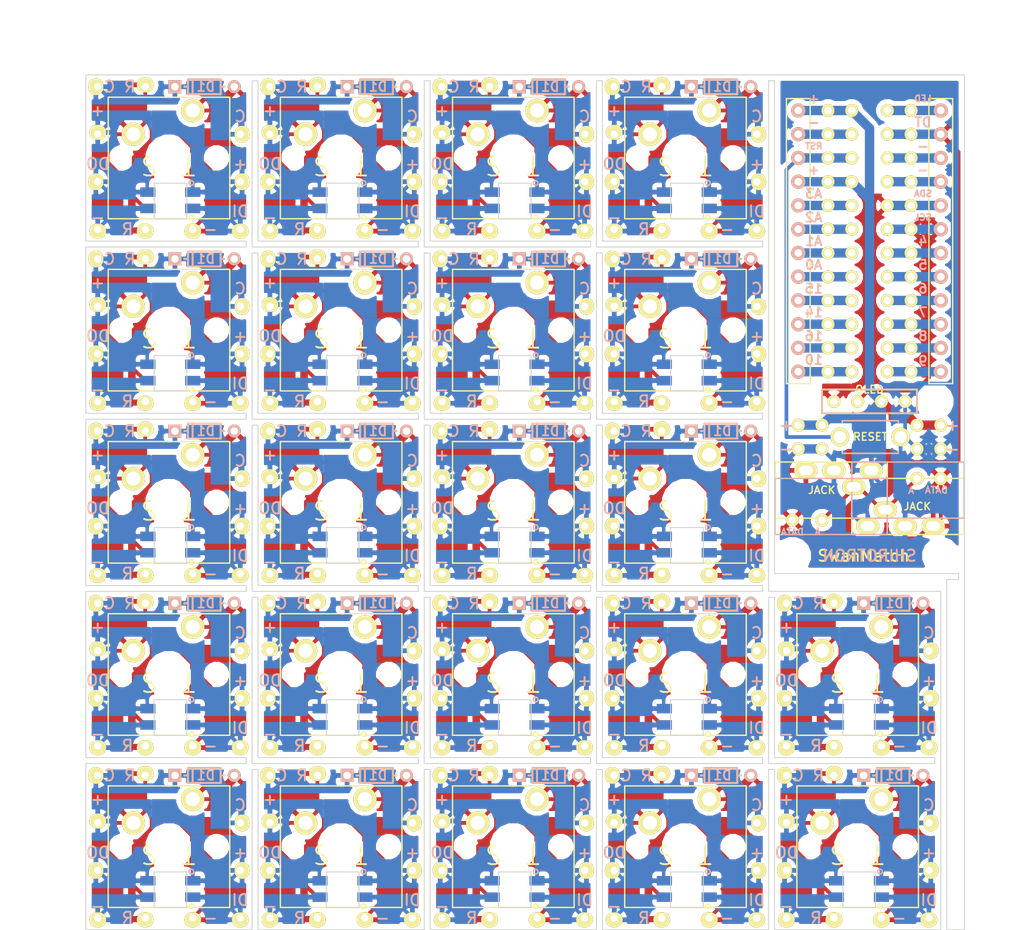
<source format=kicad_pcb>
(kicad_pcb (version 4) (host pcbnew 4.0.7-e2-6376~61~ubuntu18.04.1)
  (title_block (title "Cherry Mx Bitboard") (date 2016-06-21) (rev 1))
  (layers (0 F.Cu signal) (31 B.Cu signal) (34 B.Paste user) (35 F.Paste user) (36 B.SilkS user) (37 F.SilkS user) (38 B.Mask user) (39 F.Mask user) (44 Edge.Cuts user))
  (net 0 "")
  (net 1 "Net-(D1-Pad2)")
  (net 2 /2)
  (net 3 /1)
  (net 4 "Net-(U1-Pad4)")
  (net 5 "Net-(U1-Pad3)")
  (net 6 "Net-(U1-Pad2)")
  (net 7 "Net-(U1-Pad1)")
  (net 8 VCC)
  (net 9 GND)
  (net 10 DATA)
  (net 11 SDA)
  (net 12 SCL)
  (net 13 "Net-(PLED1-Pad1)")
  (net 14 "Net-(PM4-Pad1)")
  (net 15 "Net-(PM5-Pad1)")
  (net 16 "Net-(PM6-Pad1)")
  (net 17 "Net-(PM7-Pad1)")
  (net 18 "Net-(PM8-Pad1)")
  (net 19 "Net-(PM9-Pad1)")
  (net 20 "Net-(PM10-Pad1)")
  (net 21 "Net-(PM14-Pad1)")
  (net 22 "Net-(PM15-Pad1)")
  (net 23 "Net-(PM16-Pad1)")
  (net 24 "Net-(PM18-Pad1)")
  (net 25 "Net-(PM19-Pad1)")
  (net 26 "Net-(PM20-Pad1)")
  (net 27 "Net-(PM21-Pad1)")
  (net 28 RESET)
  (module footprint:diode (layer B.Cu) (at 165.1 120.015)
    (fp_text reference D1 (at 3.302 0) (layer B.SilkS) (effects (font (thickness 0.2)) (justify mirror)))
    (fp_text value D hide)
    (pad 2 thru_hole circle (at 6.35 0) (size 1.4 1.4) (drill 0.8) (layers *.Cu *.Mask B.SilkS) (net 1 "Net-(D1-Pad2)"))
    (pad 1 thru_hole rect (at 0 0) (size 1.4 1.4) (drill 0.8) (layers *.Cu *.Mask B.SilkS) (net 2 /2))
  )
  (module footprint:diode (layer B.Cu) (at 165.1 101.6)
    (fp_text reference D1 (at 3.302 0) (layer B.SilkS) (effects (font (thickness 0.2)) (justify mirror)))
    (fp_text value D hide)
    (pad 2 thru_hole circle (at 6.35 0) (size 1.4 1.4) (drill 0.8) (layers *.Cu *.Mask B.SilkS) (net 1 "Net-(D1-Pad2)"))
    (pad 1 thru_hole rect (at 0 0) (size 1.4 1.4) (drill 0.8) (layers *.Cu *.Mask B.SilkS) (net 2 /2))
  )
  (module footprint:wirepad (layer F.Cu) (at 161.925 120.015 180)
    (fp_text reference P11 hide)
    (fp_text value CONN_01X01 hide)
    (pad 1 thru_hole oval (at 0 0 180) (size 1.8 1.6) (drill 0.8 (offset 0 0.2)) (layers *.Cu *.Mask F.SilkS) (net 3 /1))
  )
  (module footprint:wirepad (layer F.Cu) (at 156.845 116.84)
    (fp_text reference P14 hide)
    (fp_text value CONN_01X01 hide)
    (pad 1 thru_hole oval (at 0 0) (size 1.8 1.6) (drill 0.8 (offset 0 0.2)) (layers *.Cu *.Mask F.SilkS) (net 6 "Net-(U1-Pad2)"))
  )
  (module footprint:wirepad (layer F.Cu) (at 156.845 120.015 270)
    (fp_text reference P23 hide)
    (fp_text value CONN_01X01 hide)
    (pad 1 thru_hole oval (at 0 0 270) (size 1.8 1.6) (drill 0.8 (offset 0 0.2)) (layers *.Cu *.Mask F.SilkS) (net 2 /2))
  )
  (module footprint:wirepad (layer F.Cu) (at 161.925 116.84)
    (fp_text reference P13 hide)
    (fp_text value CONN_01X01 hide)
    (pad 1 thru_hole oval (at 0 0) (size 1.8 1.6) (drill 0.8 (offset 0 0.2)) (layers *.Cu *.Mask F.SilkS) (net 3 /1))
  )
  (module footprint:wirepad (layer F.Cu) (at 156.845 130.175 270)
    (fp_text reference P24 hide)
    (fp_text value CONN_01X01 hide)
    (pad 1 thru_hole oval (at 0 0 270) (size 1.8 1.6) (drill 0.8 (offset 0 0.2)) (layers *.Cu *.Mask F.SilkS) (net 7 "Net-(U1-Pad1)"))
  )
  (module footprint:wirepad (layer F.Cu) (at 156.845 135.255)
    (fp_text reference P14 hide)
    (fp_text value CONN_01X01 hide)
    (pad 1 thru_hole oval (at 0 0) (size 1.8 1.6) (drill 0.8 (offset 0 0.2)) (layers *.Cu *.Mask F.SilkS) (net 6 "Net-(U1-Pad2)"))
  )
  (module footprint:wirepad (layer F.Cu) (at 156.845 125.095 180)
    (fp_text reference P12 hide)
    (fp_text value CONN_01X01 hide)
    (pad 1 thru_hole oval (at 0 0 180) (size 1.8 1.6) (drill 0.8 (offset 0 0.2)) (layers *.Cu *.Mask F.SilkS) (net 5 "Net-(U1-Pad3)"))
  )
  (module footprint:wirepad (layer F.Cu) (at 172.085 116.84)
    (fp_text reference P15 hide)
    (fp_text value CONN_01X01 hide)
    (pad 1 thru_hole oval (at 0 0) (size 1.8 1.6) (drill 0.8 (offset 0 0.2)) (layers *.Cu *.Mask F.SilkS) (net 4 "Net-(U1-Pad4)"))
  )
  (module sk6812:SK6812MINI_rev (layer F.Cu) (at 164.605 113.7425)
    (fp_text reference U1 hide)
    (fp_text value SK6812mini hide)
    (pad 4 smd rect (at 2.4 0.875) (size 1.6 1) (layers F.Cu F.Paste F.Mask) (net 4 "Net-(U1-Pad4)"))
    (pad 3 smd rect (at 2.4 -0.875) (size 1.6 1) (layers F.Cu F.Paste F.Mask) (net 5 "Net-(U1-Pad3)"))
    (pad 2 smd rect (at -2.4 0.875) (size 1.6 1) (layers F.Cu F.Paste F.Mask) (net 6 "Net-(U1-Pad2)"))
    (pad 1 smd rect (at -2.4 -0.875) (size 1.6 1) (layers F.Cu F.Paste F.Mask) (net 7 "Net-(U1-Pad1)"))
    (pad 4 smd rect (at 2.4 0.875) (size 1.6 1) (layers B.Cu B.Paste B.Mask) (net 4 "Net-(U1-Pad4)"))
    (pad 3 smd rect (at 2.4 -0.875) (size 1.6 1) (layers B.Cu B.Paste B.Mask) (net 5 "Net-(U1-Pad3)"))
    (pad 1 smd rect (at -2.4 -0.875) (size 1.6 1) (layers B.Cu B.Paste B.Mask) (net 7 "Net-(U1-Pad1)"))
    (pad 2 smd rect (at -2.4 0.875) (size 1.6 1) (layers B.Cu B.Paste B.Mask) (net 6 "Net-(U1-Pad2)"))
  )
  (module footprint:wirepad (layer F.Cu) (at 172.085 111.76 90)
    (fp_text reference P21 hide)
    (fp_text value CONN_01X01 hide)
    (pad 1 thru_hole oval (at 0 0 90) (size 1.8 1.6) (drill 0.8 (offset 0 0.2)) (layers *.Cu *.Mask F.SilkS) (net 5 "Net-(U1-Pad3)"))
  )
  (module footprint:wirepad (layer F.Cu) (at 167.005 116.84)
    (fp_text reference P16 hide)
    (fp_text value CONN_01X01 hide)
    (pad 1 thru_hole oval (at 0 0) (size 1.8 1.6) (drill 0.8 (offset 0 0.2)) (layers *.Cu *.Mask F.SilkS) (net 6 "Net-(U1-Pad2)"))
  )
  (module footprint:wirepad (layer F.Cu) (at 156.845 111.76 270)
    (fp_text reference P24 hide)
    (fp_text value CONN_01X01 hide)
    (pad 1 thru_hole oval (at 0 0 270) (size 1.8 1.6) (drill 0.8 (offset 0 0.2)) (layers *.Cu *.Mask F.SilkS) (net 7 "Net-(U1-Pad1)"))
  )
  (module footprint:wirepad (layer F.Cu) (at 156.845 101.6 270)
    (fp_text reference P23 hide)
    (fp_text value CONN_01X01 hide)
    (pad 1 thru_hole oval (at 0 0 270) (size 1.8 1.6) (drill 0.8 (offset 0 0.2)) (layers *.Cu *.Mask F.SilkS) (net 2 /2))
  )
  (module footprint:wirepad (layer F.Cu) (at 172.085 106.68 90)
    (fp_text reference P22 hide)
    (fp_text value CONN_01X01 hide)
    (pad 1 thru_hole oval (at 0 0 90) (size 1.8 1.6) (drill 0.8 (offset 0 0.2)) (layers *.Cu *.Mask F.SilkS) (net 2 /2))
  )
  (module footprint:wirepad (layer F.Cu) (at 161.925 101.6 180)
    (fp_text reference P11 hide)
    (fp_text value CONN_01X01 hide)
    (pad 1 thru_hole oval (at 0 0 180) (size 1.8 1.6) (drill 0.8 (offset 0 0.2)) (layers *.Cu *.Mask F.SilkS) (net 3 /1))
  )
  (module footprint:switch (layer F.Cu) (at 164.465 109.22)
    (fp_text reference SW1 (at 0 0.9525) (layer F.SilkS) (effects (font (size 2 2) (thickness 0.2))))
    (fp_text value SW_PUSH hide)
    (pad "" np_thru_hole circle (at 5.08 0) (size 1.71 1.71) (drill 1.71) (layers *.Cu *.Mask F.SilkS))
    (pad 2 thru_hole circle (at 2.54 -5.08) (size 2.5 2.5) (drill 1.5) (layers *.Cu *.Mask F.SilkS) (net 1 "Net-(D1-Pad2)"))
    (pad "" np_thru_hole circle (at 0 0) (size 4 4) (drill 4) (layers *.Cu *.Mask F.SilkS))
    (pad 1 thru_hole circle (at -3.81 -2.54) (size 2.5 2.5) (drill 1.5) (layers *.Cu *.Mask F.SilkS) (net 3 /1))
    (pad "" np_thru_hole circle (at -5.08 0) (size 1.71 1.71) (drill 1.71) (layers *.Cu *.Mask F.SilkS))
  )
  (module footprint:wirepad (layer F.Cu) (at 156.845 106.68 180)
    (fp_text reference P12 hide)
    (fp_text value CONN_01X01 hide)
    (pad 1 thru_hole oval (at 0 0 180) (size 1.8 1.6) (drill 0.8 (offset 0 0.2)) (layers *.Cu *.Mask F.SilkS) (net 5 "Net-(U1-Pad3)"))
  )
  (module footprint:wirepad (layer F.Cu) (at 161.925 135.255)
    (fp_text reference P13 hide)
    (fp_text value CONN_01X01 hide)
    (pad 1 thru_hole oval (at 0 0) (size 1.8 1.6) (drill 0.8 (offset 0 0.2)) (layers *.Cu *.Mask F.SilkS) (net 3 /1))
  )
  (module footprint:wirepad (layer F.Cu) (at 172.085 135.255)
    (fp_text reference P15 hide)
    (fp_text value CONN_01X01 hide)
    (pad 1 thru_hole oval (at 0 0) (size 1.8 1.6) (drill 0.8 (offset 0 0.2)) (layers *.Cu *.Mask F.SilkS) (net 4 "Net-(U1-Pad4)"))
  )
  (module sk6812:SK6812MINI_rev (layer F.Cu) (at 164.605 132.1575)
    (fp_text reference U1 hide)
    (fp_text value SK6812mini hide)
    (pad 4 smd rect (at 2.4 0.875) (size 1.6 1) (layers F.Cu F.Paste F.Mask) (net 4 "Net-(U1-Pad4)"))
    (pad 3 smd rect (at 2.4 -0.875) (size 1.6 1) (layers F.Cu F.Paste F.Mask) (net 5 "Net-(U1-Pad3)"))
    (pad 2 smd rect (at -2.4 0.875) (size 1.6 1) (layers F.Cu F.Paste F.Mask) (net 6 "Net-(U1-Pad2)"))
    (pad 1 smd rect (at -2.4 -0.875) (size 1.6 1) (layers F.Cu F.Paste F.Mask) (net 7 "Net-(U1-Pad1)"))
    (pad 4 smd rect (at 2.4 0.875) (size 1.6 1) (layers B.Cu B.Paste B.Mask) (net 4 "Net-(U1-Pad4)"))
    (pad 3 smd rect (at 2.4 -0.875) (size 1.6 1) (layers B.Cu B.Paste B.Mask) (net 5 "Net-(U1-Pad3)"))
    (pad 1 smd rect (at -2.4 -0.875) (size 1.6 1) (layers B.Cu B.Paste B.Mask) (net 7 "Net-(U1-Pad1)"))
    (pad 2 smd rect (at -2.4 0.875) (size 1.6 1) (layers B.Cu B.Paste B.Mask) (net 6 "Net-(U1-Pad2)"))
  )
  (module footprint:wirepad (layer F.Cu) (at 172.085 125.095 90)
    (fp_text reference P22 hide)
    (fp_text value CONN_01X01 hide)
    (pad 1 thru_hole oval (at 0 0 90) (size 1.8 1.6) (drill 0.8 (offset 0 0.2)) (layers *.Cu *.Mask F.SilkS) (net 2 /2))
  )
  (module footprint:wirepad (layer F.Cu) (at 172.085 130.175 90)
    (fp_text reference P21 hide)
    (fp_text value CONN_01X01 hide)
    (pad 1 thru_hole oval (at 0 0 90) (size 1.8 1.6) (drill 0.8 (offset 0 0.2)) (layers *.Cu *.Mask F.SilkS) (net 5 "Net-(U1-Pad3)"))
  )
  (module footprint:switch (layer F.Cu) (at 164.465 127.635)
    (fp_text reference SW1 (at 0 0.9525) (layer F.SilkS) (effects (font (size 2 2) (thickness 0.2))))
    (fp_text value SW_PUSH hide)
    (pad "" np_thru_hole circle (at 5.08 0) (size 1.71 1.71) (drill 1.71) (layers *.Cu *.Mask F.SilkS))
    (pad 2 thru_hole circle (at 2.54 -5.08) (size 2.5 2.5) (drill 1.5) (layers *.Cu *.Mask F.SilkS) (net 1 "Net-(D1-Pad2)"))
    (pad "" np_thru_hole circle (at 0 0) (size 4 4) (drill 4) (layers *.Cu *.Mask F.SilkS))
    (pad 1 thru_hole circle (at -3.81 -2.54) (size 2.5 2.5) (drill 1.5) (layers *.Cu *.Mask F.SilkS) (net 3 /1))
    (pad "" np_thru_hole circle (at -5.08 0) (size 1.71 1.71) (drill 1.71) (layers *.Cu *.Mask F.SilkS))
  )
  (module footprint:wirepad (layer F.Cu) (at 167.005 135.255)
    (fp_text reference P16 hide)
    (fp_text value CONN_01X01 hide)
    (pad 1 thru_hole oval (at 0 0) (size 1.8 1.6) (drill 0.8 (offset 0 0.2)) (layers *.Cu *.Mask F.SilkS) (net 6 "Net-(U1-Pad2)"))
  )
  (module footprint:diode (layer B.Cu) (at 146.685 120.015)
    (fp_text reference D1 (at 3.302 0) (layer B.SilkS) (effects (font (thickness 0.2)) (justify mirror)))
    (fp_text value D hide)
    (pad 2 thru_hole circle (at 6.35 0) (size 1.4 1.4) (drill 0.8) (layers *.Cu *.Mask B.SilkS) (net 1 "Net-(D1-Pad2)"))
    (pad 1 thru_hole rect (at 0 0) (size 1.4 1.4) (drill 0.8) (layers *.Cu *.Mask B.SilkS) (net 2 /2))
  )
  (module footprint:diode (layer B.Cu) (at 128.27 120.015)
    (fp_text reference D1 (at 3.302 0) (layer B.SilkS) (effects (font (thickness 0.2)) (justify mirror)))
    (fp_text value D hide)
    (pad 2 thru_hole circle (at 6.35 0) (size 1.4 1.4) (drill 0.8) (layers *.Cu *.Mask B.SilkS) (net 1 "Net-(D1-Pad2)"))
    (pad 1 thru_hole rect (at 0 0) (size 1.4 1.4) (drill 0.8) (layers *.Cu *.Mask B.SilkS) (net 2 /2))
  )
  (module footprint:diode (layer B.Cu) (at 109.855 120.015)
    (fp_text reference D1 (at 3.302 0) (layer B.SilkS) (effects (font (thickness 0.2)) (justify mirror)))
    (fp_text value D hide)
    (pad 2 thru_hole circle (at 6.35 0) (size 1.4 1.4) (drill 0.8) (layers *.Cu *.Mask B.SilkS) (net 1 "Net-(D1-Pad2)"))
    (pad 1 thru_hole rect (at 0 0) (size 1.4 1.4) (drill 0.8) (layers *.Cu *.Mask B.SilkS) (net 2 /2))
  )
  (module footprint:diode (layer B.Cu) (at 91.44 120.015)
    (fp_text reference D1 (at 3.302 0) (layer B.SilkS) (effects (font (thickness 0.2)) (justify mirror)))
    (fp_text value D hide)
    (pad 2 thru_hole circle (at 6.35 0) (size 1.4 1.4) (drill 0.8) (layers *.Cu *.Mask B.SilkS) (net 1 "Net-(D1-Pad2)"))
    (pad 1 thru_hole rect (at 0 0) (size 1.4 1.4) (drill 0.8) (layers *.Cu *.Mask B.SilkS) (net 2 /2))
  )
  (module footprint:diode (layer B.Cu) (at 146.685 101.6)
    (fp_text reference D1 (at 3.302 0) (layer B.SilkS) (effects (font (thickness 0.2)) (justify mirror)))
    (fp_text value D hide)
    (pad 2 thru_hole circle (at 6.35 0) (size 1.4 1.4) (drill 0.8) (layers *.Cu *.Mask B.SilkS) (net 1 "Net-(D1-Pad2)"))
    (pad 1 thru_hole rect (at 0 0) (size 1.4 1.4) (drill 0.8) (layers *.Cu *.Mask B.SilkS) (net 2 /2))
  )
  (module footprint:diode (layer B.Cu) (at 128.27 101.6)
    (fp_text reference D1 (at 3.302 0) (layer B.SilkS) (effects (font (thickness 0.2)) (justify mirror)))
    (fp_text value D hide)
    (pad 2 thru_hole circle (at 6.35 0) (size 1.4 1.4) (drill 0.8) (layers *.Cu *.Mask B.SilkS) (net 1 "Net-(D1-Pad2)"))
    (pad 1 thru_hole rect (at 0 0) (size 1.4 1.4) (drill 0.8) (layers *.Cu *.Mask B.SilkS) (net 2 /2))
  )
  (module footprint:diode (layer B.Cu) (at 109.855 101.6)
    (fp_text reference D1 (at 3.302 0) (layer B.SilkS) (effects (font (thickness 0.2)) (justify mirror)))
    (fp_text value D hide)
    (pad 2 thru_hole circle (at 6.35 0) (size 1.4 1.4) (drill 0.8) (layers *.Cu *.Mask B.SilkS) (net 1 "Net-(D1-Pad2)"))
    (pad 1 thru_hole rect (at 0 0) (size 1.4 1.4) (drill 0.8) (layers *.Cu *.Mask B.SilkS) (net 2 /2))
  )
  (module footprint:diode (layer B.Cu) (at 91.44 101.6)
    (fp_text reference D1 (at 3.302 0) (layer B.SilkS) (effects (font (thickness 0.2)) (justify mirror)))
    (fp_text value D hide)
    (pad 2 thru_hole circle (at 6.35 0) (size 1.4 1.4) (drill 0.8) (layers *.Cu *.Mask B.SilkS) (net 1 "Net-(D1-Pad2)"))
    (pad 1 thru_hole rect (at 0 0) (size 1.4 1.4) (drill 0.8) (layers *.Cu *.Mask B.SilkS) (net 2 /2))
  )
  (module footprint:diode (layer B.Cu) (at 146.685 83.185)
    (fp_text reference D1 (at 3.302 0) (layer B.SilkS) (effects (font (thickness 0.2)) (justify mirror)))
    (fp_text value D hide)
    (pad 2 thru_hole circle (at 6.35 0) (size 1.4 1.4) (drill 0.8) (layers *.Cu *.Mask B.SilkS) (net 1 "Net-(D1-Pad2)"))
    (pad 1 thru_hole rect (at 0 0) (size 1.4 1.4) (drill 0.8) (layers *.Cu *.Mask B.SilkS) (net 2 /2))
  )
  (module footprint:diode (layer B.Cu) (at 128.27 83.185)
    (fp_text reference D1 (at 3.302 0) (layer B.SilkS) (effects (font (thickness 0.2)) (justify mirror)))
    (fp_text value D hide)
    (pad 2 thru_hole circle (at 6.35 0) (size 1.4 1.4) (drill 0.8) (layers *.Cu *.Mask B.SilkS) (net 1 "Net-(D1-Pad2)"))
    (pad 1 thru_hole rect (at 0 0) (size 1.4 1.4) (drill 0.8) (layers *.Cu *.Mask B.SilkS) (net 2 /2))
  )
  (module footprint:diode (layer B.Cu) (at 109.855 83.185)
    (fp_text reference D1 (at 3.302 0) (layer B.SilkS) (effects (font (thickness 0.2)) (justify mirror)))
    (fp_text value D hide)
    (pad 2 thru_hole circle (at 6.35 0) (size 1.4 1.4) (drill 0.8) (layers *.Cu *.Mask B.SilkS) (net 1 "Net-(D1-Pad2)"))
    (pad 1 thru_hole rect (at 0 0) (size 1.4 1.4) (drill 0.8) (layers *.Cu *.Mask B.SilkS) (net 2 /2))
  )
  (module footprint:diode (layer B.Cu) (at 91.44 83.185)
    (fp_text reference D1 (at 3.302 0) (layer B.SilkS) (effects (font (thickness 0.2)) (justify mirror)))
    (fp_text value D hide)
    (pad 2 thru_hole circle (at 6.35 0) (size 1.4 1.4) (drill 0.8) (layers *.Cu *.Mask B.SilkS) (net 1 "Net-(D1-Pad2)"))
    (pad 1 thru_hole rect (at 0 0) (size 1.4 1.4) (drill 0.8) (layers *.Cu *.Mask B.SilkS) (net 2 /2))
  )
  (module footprint:diode (layer B.Cu) (at 146.685 64.77)
    (fp_text reference D1 (at 3.302 0) (layer B.SilkS) (effects (font (thickness 0.2)) (justify mirror)))
    (fp_text value D hide)
    (pad 2 thru_hole circle (at 6.35 0) (size 1.4 1.4) (drill 0.8) (layers *.Cu *.Mask B.SilkS) (net 1 "Net-(D1-Pad2)"))
    (pad 1 thru_hole rect (at 0 0) (size 1.4 1.4) (drill 0.8) (layers *.Cu *.Mask B.SilkS) (net 2 /2))
  )
  (module footprint:diode (layer B.Cu) (at 128.27 64.77)
    (fp_text reference D1 (at 3.302 0) (layer B.SilkS) (effects (font (thickness 0.2)) (justify mirror)))
    (fp_text value D hide)
    (pad 2 thru_hole circle (at 6.35 0) (size 1.4 1.4) (drill 0.8) (layers *.Cu *.Mask B.SilkS) (net 1 "Net-(D1-Pad2)"))
    (pad 1 thru_hole rect (at 0 0) (size 1.4 1.4) (drill 0.8) (layers *.Cu *.Mask B.SilkS) (net 2 /2))
  )
  (module footprint:diode (layer B.Cu) (at 109.855 64.77)
    (fp_text reference D1 (at 3.302 0) (layer B.SilkS) (effects (font (thickness 0.2)) (justify mirror)))
    (fp_text value D hide)
    (pad 2 thru_hole circle (at 6.35 0) (size 1.4 1.4) (drill 0.8) (layers *.Cu *.Mask B.SilkS) (net 1 "Net-(D1-Pad2)"))
    (pad 1 thru_hole rect (at 0 0) (size 1.4 1.4) (drill 0.8) (layers *.Cu *.Mask B.SilkS) (net 2 /2))
  )
  (module footprint:diode (layer B.Cu) (at 91.44 64.77)
    (fp_text reference D1 (at 3.302 0) (layer B.SilkS) (effects (font (thickness 0.2)) (justify mirror)))
    (fp_text value D hide)
    (pad 2 thru_hole circle (at 6.35 0) (size 1.4 1.4) (drill 0.8) (layers *.Cu *.Mask B.SilkS) (net 1 "Net-(D1-Pad2)"))
    (pad 1 thru_hole rect (at 0 0) (size 1.4 1.4) (drill 0.8) (layers *.Cu *.Mask B.SilkS) (net 2 /2))
  )
  (module footprint:diode (layer B.Cu) (at 146.685 46.355)
    (fp_text reference D1 (at 3.302 0) (layer B.SilkS) (effects (font (thickness 0.2)) (justify mirror)))
    (fp_text value D hide)
    (pad 2 thru_hole circle (at 6.35 0) (size 1.4 1.4) (drill 0.8) (layers *.Cu *.Mask B.SilkS) (net 1 "Net-(D1-Pad2)"))
    (pad 1 thru_hole rect (at 0 0) (size 1.4 1.4) (drill 0.8) (layers *.Cu *.Mask B.SilkS) (net 2 /2))
  )
  (module footprint:diode (layer B.Cu) (at 128.27 46.355)
    (fp_text reference D1 (at 3.302 0) (layer B.SilkS) (effects (font (thickness 0.2)) (justify mirror)))
    (fp_text value D hide)
    (pad 2 thru_hole circle (at 6.35 0) (size 1.4 1.4) (drill 0.8) (layers *.Cu *.Mask B.SilkS) (net 1 "Net-(D1-Pad2)"))
    (pad 1 thru_hole rect (at 0 0) (size 1.4 1.4) (drill 0.8) (layers *.Cu *.Mask B.SilkS) (net 2 /2))
  )
  (module footprint:diode (layer B.Cu) (at 109.855 46.355)
    (fp_text reference D1 (at 3.302 0) (layer B.SilkS) (effects (font (thickness 0.2)) (justify mirror)))
    (fp_text value D hide)
    (pad 2 thru_hole circle (at 6.35 0) (size 1.4 1.4) (drill 0.8) (layers *.Cu *.Mask B.SilkS) (net 1 "Net-(D1-Pad2)"))
    (pad 1 thru_hole rect (at 0 0) (size 1.4 1.4) (drill 0.8) (layers *.Cu *.Mask B.SilkS) (net 2 /2))
  )
  (module footprint:wirepad (layer F.Cu) (at 138.43 130.175 270)
    (fp_text reference P24 hide)
    (fp_text value CONN_01X01 hide)
    (pad 1 thru_hole oval (at 0 0 270) (size 1.8 1.6) (drill 0.8 (offset 0 0.2)) (layers *.Cu *.Mask F.SilkS) (net 7 "Net-(U1-Pad1)"))
  )
  (module footprint:wirepad (layer F.Cu) (at 120.015 130.175 270)
    (fp_text reference P24 hide)
    (fp_text value CONN_01X01 hide)
    (pad 1 thru_hole oval (at 0 0 270) (size 1.8 1.6) (drill 0.8 (offset 0 0.2)) (layers *.Cu *.Mask F.SilkS) (net 7 "Net-(U1-Pad1)"))
  )
  (module footprint:wirepad (layer F.Cu) (at 101.6 130.175 270)
    (fp_text reference P24 hide)
    (fp_text value CONN_01X01 hide)
    (pad 1 thru_hole oval (at 0 0 270) (size 1.8 1.6) (drill 0.8 (offset 0 0.2)) (layers *.Cu *.Mask F.SilkS) (net 7 "Net-(U1-Pad1)"))
  )
  (module footprint:wirepad (layer F.Cu) (at 83.185 130.175 270)
    (fp_text reference P24 hide)
    (fp_text value CONN_01X01 hide)
    (pad 1 thru_hole oval (at 0 0 270) (size 1.8 1.6) (drill 0.8 (offset 0 0.2)) (layers *.Cu *.Mask F.SilkS) (net 7 "Net-(U1-Pad1)"))
  )
  (module footprint:wirepad (layer F.Cu) (at 138.43 111.76 270)
    (fp_text reference P24 hide)
    (fp_text value CONN_01X01 hide)
    (pad 1 thru_hole oval (at 0 0 270) (size 1.8 1.6) (drill 0.8 (offset 0 0.2)) (layers *.Cu *.Mask F.SilkS) (net 7 "Net-(U1-Pad1)"))
  )
  (module footprint:wirepad (layer F.Cu) (at 120.015 111.76 270)
    (fp_text reference P24 hide)
    (fp_text value CONN_01X01 hide)
    (pad 1 thru_hole oval (at 0 0 270) (size 1.8 1.6) (drill 0.8 (offset 0 0.2)) (layers *.Cu *.Mask F.SilkS) (net 7 "Net-(U1-Pad1)"))
  )
  (module footprint:wirepad (layer F.Cu) (at 101.6 111.76 270)
    (fp_text reference P24 hide)
    (fp_text value CONN_01X01 hide)
    (pad 1 thru_hole oval (at 0 0 270) (size 1.8 1.6) (drill 0.8 (offset 0 0.2)) (layers *.Cu *.Mask F.SilkS) (net 7 "Net-(U1-Pad1)"))
  )
  (module footprint:wirepad (layer F.Cu) (at 83.185 111.76 270)
    (fp_text reference P24 hide)
    (fp_text value CONN_01X01 hide)
    (pad 1 thru_hole oval (at 0 0 270) (size 1.8 1.6) (drill 0.8 (offset 0 0.2)) (layers *.Cu *.Mask F.SilkS) (net 7 "Net-(U1-Pad1)"))
  )
  (module footprint:wirepad (layer F.Cu) (at 138.43 93.345 270)
    (fp_text reference P24 hide)
    (fp_text value CONN_01X01 hide)
    (pad 1 thru_hole oval (at 0 0 270) (size 1.8 1.6) (drill 0.8 (offset 0 0.2)) (layers *.Cu *.Mask F.SilkS) (net 7 "Net-(U1-Pad1)"))
  )
  (module footprint:wirepad (layer F.Cu) (at 120.015 93.345 270)
    (fp_text reference P24 hide)
    (fp_text value CONN_01X01 hide)
    (pad 1 thru_hole oval (at 0 0 270) (size 1.8 1.6) (drill 0.8 (offset 0 0.2)) (layers *.Cu *.Mask F.SilkS) (net 7 "Net-(U1-Pad1)"))
  )
  (module footprint:wirepad (layer F.Cu) (at 101.6 93.345 270)
    (fp_text reference P24 hide)
    (fp_text value CONN_01X01 hide)
    (pad 1 thru_hole oval (at 0 0 270) (size 1.8 1.6) (drill 0.8 (offset 0 0.2)) (layers *.Cu *.Mask F.SilkS) (net 7 "Net-(U1-Pad1)"))
  )
  (module footprint:wirepad (layer F.Cu) (at 83.185 93.345 270)
    (fp_text reference P24 hide)
    (fp_text value CONN_01X01 hide)
    (pad 1 thru_hole oval (at 0 0 270) (size 1.8 1.6) (drill 0.8 (offset 0 0.2)) (layers *.Cu *.Mask F.SilkS) (net 7 "Net-(U1-Pad1)"))
  )
  (module footprint:wirepad (layer F.Cu) (at 138.43 74.93 270)
    (fp_text reference P24 hide)
    (fp_text value CONN_01X01 hide)
    (pad 1 thru_hole oval (at 0 0 270) (size 1.8 1.6) (drill 0.8 (offset 0 0.2)) (layers *.Cu *.Mask F.SilkS) (net 7 "Net-(U1-Pad1)"))
  )
  (module footprint:wirepad (layer F.Cu) (at 120.015 74.93 270)
    (fp_text reference P24 hide)
    (fp_text value CONN_01X01 hide)
    (pad 1 thru_hole oval (at 0 0 270) (size 1.8 1.6) (drill 0.8 (offset 0 0.2)) (layers *.Cu *.Mask F.SilkS) (net 7 "Net-(U1-Pad1)"))
  )
  (module footprint:wirepad (layer F.Cu) (at 101.6 74.93 270)
    (fp_text reference P24 hide)
    (fp_text value CONN_01X01 hide)
    (pad 1 thru_hole oval (at 0 0 270) (size 1.8 1.6) (drill 0.8 (offset 0 0.2)) (layers *.Cu *.Mask F.SilkS) (net 7 "Net-(U1-Pad1)"))
  )
  (module footprint:wirepad (layer F.Cu) (at 83.185 74.93 270)
    (fp_text reference P24 hide)
    (fp_text value CONN_01X01 hide)
    (pad 1 thru_hole oval (at 0 0 270) (size 1.8 1.6) (drill 0.8 (offset 0 0.2)) (layers *.Cu *.Mask F.SilkS) (net 7 "Net-(U1-Pad1)"))
  )
  (module footprint:wirepad (layer F.Cu) (at 138.43 56.515 270)
    (fp_text reference P24 hide)
    (fp_text value CONN_01X01 hide)
    (pad 1 thru_hole oval (at 0 0 270) (size 1.8 1.6) (drill 0.8 (offset 0 0.2)) (layers *.Cu *.Mask F.SilkS) (net 7 "Net-(U1-Pad1)"))
  )
  (module footprint:wirepad (layer F.Cu) (at 120.015 56.515 270)
    (fp_text reference P24 hide)
    (fp_text value CONN_01X01 hide)
    (pad 1 thru_hole oval (at 0 0 270) (size 1.8 1.6) (drill 0.8 (offset 0 0.2)) (layers *.Cu *.Mask F.SilkS) (net 7 "Net-(U1-Pad1)"))
  )
  (module footprint:wirepad (layer F.Cu) (at 101.6 56.515 270)
    (fp_text reference P24 hide)
    (fp_text value CONN_01X01 hide)
    (pad 1 thru_hole oval (at 0 0 270) (size 1.8 1.6) (drill 0.8 (offset 0 0.2)) (layers *.Cu *.Mask F.SilkS) (net 7 "Net-(U1-Pad1)"))
  )
  (module footprint:wirepad (layer F.Cu) (at 138.43 135.255)
    (fp_text reference P14 hide)
    (fp_text value CONN_01X01 hide)
    (pad 1 thru_hole oval (at 0 0) (size 1.8 1.6) (drill 0.8 (offset 0 0.2)) (layers *.Cu *.Mask F.SilkS) (net 6 "Net-(U1-Pad2)"))
  )
  (module footprint:wirepad (layer F.Cu) (at 120.015 135.255)
    (fp_text reference P14 hide)
    (fp_text value CONN_01X01 hide)
    (pad 1 thru_hole oval (at 0 0) (size 1.8 1.6) (drill 0.8 (offset 0 0.2)) (layers *.Cu *.Mask F.SilkS) (net 6 "Net-(U1-Pad2)"))
  )
  (module footprint:wirepad (layer F.Cu) (at 101.6 135.255)
    (fp_text reference P14 hide)
    (fp_text value CONN_01X01 hide)
    (pad 1 thru_hole oval (at 0 0) (size 1.8 1.6) (drill 0.8 (offset 0 0.2)) (layers *.Cu *.Mask F.SilkS) (net 6 "Net-(U1-Pad2)"))
  )
  (module footprint:wirepad (layer F.Cu) (at 83.185 135.255)
    (fp_text reference P14 hide)
    (fp_text value CONN_01X01 hide)
    (pad 1 thru_hole oval (at 0 0) (size 1.8 1.6) (drill 0.8 (offset 0 0.2)) (layers *.Cu *.Mask F.SilkS) (net 6 "Net-(U1-Pad2)"))
  )
  (module footprint:wirepad (layer F.Cu) (at 138.43 116.84)
    (fp_text reference P14 hide)
    (fp_text value CONN_01X01 hide)
    (pad 1 thru_hole oval (at 0 0) (size 1.8 1.6) (drill 0.8 (offset 0 0.2)) (layers *.Cu *.Mask F.SilkS) (net 6 "Net-(U1-Pad2)"))
  )
  (module footprint:wirepad (layer F.Cu) (at 120.015 116.84)
    (fp_text reference P14 hide)
    (fp_text value CONN_01X01 hide)
    (pad 1 thru_hole oval (at 0 0) (size 1.8 1.6) (drill 0.8 (offset 0 0.2)) (layers *.Cu *.Mask F.SilkS) (net 6 "Net-(U1-Pad2)"))
  )
  (module footprint:wirepad (layer F.Cu) (at 101.6 116.84)
    (fp_text reference P14 hide)
    (fp_text value CONN_01X01 hide)
    (pad 1 thru_hole oval (at 0 0) (size 1.8 1.6) (drill 0.8 (offset 0 0.2)) (layers *.Cu *.Mask F.SilkS) (net 6 "Net-(U1-Pad2)"))
  )
  (module footprint:wirepad (layer F.Cu) (at 83.185 116.84)
    (fp_text reference P14 hide)
    (fp_text value CONN_01X01 hide)
    (pad 1 thru_hole oval (at 0 0) (size 1.8 1.6) (drill 0.8 (offset 0 0.2)) (layers *.Cu *.Mask F.SilkS) (net 6 "Net-(U1-Pad2)"))
  )
  (module footprint:wirepad (layer F.Cu) (at 138.43 98.425)
    (fp_text reference P14 hide)
    (fp_text value CONN_01X01 hide)
    (pad 1 thru_hole oval (at 0 0) (size 1.8 1.6) (drill 0.8 (offset 0 0.2)) (layers *.Cu *.Mask F.SilkS) (net 6 "Net-(U1-Pad2)"))
  )
  (module footprint:wirepad (layer F.Cu) (at 120.015 98.425)
    (fp_text reference P14 hide)
    (fp_text value CONN_01X01 hide)
    (pad 1 thru_hole oval (at 0 0) (size 1.8 1.6) (drill 0.8 (offset 0 0.2)) (layers *.Cu *.Mask F.SilkS) (net 6 "Net-(U1-Pad2)"))
  )
  (module footprint:wirepad (layer F.Cu) (at 101.6 98.425)
    (fp_text reference P14 hide)
    (fp_text value CONN_01X01 hide)
    (pad 1 thru_hole oval (at 0 0) (size 1.8 1.6) (drill 0.8 (offset 0 0.2)) (layers *.Cu *.Mask F.SilkS) (net 6 "Net-(U1-Pad2)"))
  )
  (module footprint:wirepad (layer F.Cu) (at 83.185 98.425)
    (fp_text reference P14 hide)
    (fp_text value CONN_01X01 hide)
    (pad 1 thru_hole oval (at 0 0) (size 1.8 1.6) (drill 0.8 (offset 0 0.2)) (layers *.Cu *.Mask F.SilkS) (net 6 "Net-(U1-Pad2)"))
  )
  (module footprint:wirepad (layer F.Cu) (at 138.43 80.01)
    (fp_text reference P14 hide)
    (fp_text value CONN_01X01 hide)
    (pad 1 thru_hole oval (at 0 0) (size 1.8 1.6) (drill 0.8 (offset 0 0.2)) (layers *.Cu *.Mask F.SilkS) (net 6 "Net-(U1-Pad2)"))
  )
  (module footprint:wirepad (layer F.Cu) (at 120.015 80.01)
    (fp_text reference P14 hide)
    (fp_text value CONN_01X01 hide)
    (pad 1 thru_hole oval (at 0 0) (size 1.8 1.6) (drill 0.8 (offset 0 0.2)) (layers *.Cu *.Mask F.SilkS) (net 6 "Net-(U1-Pad2)"))
  )
  (module footprint:wirepad (layer F.Cu) (at 101.6 80.01)
    (fp_text reference P14 hide)
    (fp_text value CONN_01X01 hide)
    (pad 1 thru_hole oval (at 0 0) (size 1.8 1.6) (drill 0.8 (offset 0 0.2)) (layers *.Cu *.Mask F.SilkS) (net 6 "Net-(U1-Pad2)"))
  )
  (module footprint:wirepad (layer F.Cu) (at 83.185 80.01)
    (fp_text reference P14 hide)
    (fp_text value CONN_01X01 hide)
    (pad 1 thru_hole oval (at 0 0) (size 1.8 1.6) (drill 0.8 (offset 0 0.2)) (layers *.Cu *.Mask F.SilkS) (net 6 "Net-(U1-Pad2)"))
  )
  (module footprint:wirepad (layer F.Cu) (at 138.43 61.595)
    (fp_text reference P14 hide)
    (fp_text value CONN_01X01 hide)
    (pad 1 thru_hole oval (at 0 0) (size 1.8 1.6) (drill 0.8 (offset 0 0.2)) (layers *.Cu *.Mask F.SilkS) (net 6 "Net-(U1-Pad2)"))
  )
  (module footprint:wirepad (layer F.Cu) (at 120.015 61.595)
    (fp_text reference P14 hide)
    (fp_text value CONN_01X01 hide)
    (pad 1 thru_hole oval (at 0 0) (size 1.8 1.6) (drill 0.8 (offset 0 0.2)) (layers *.Cu *.Mask F.SilkS) (net 6 "Net-(U1-Pad2)"))
  )
  (module footprint:wirepad (layer F.Cu) (at 101.6 61.595)
    (fp_text reference P14 hide)
    (fp_text value CONN_01X01 hide)
    (pad 1 thru_hole oval (at 0 0) (size 1.8 1.6) (drill 0.8 (offset 0 0.2)) (layers *.Cu *.Mask F.SilkS) (net 6 "Net-(U1-Pad2)"))
  )
  (module footprint:wirepad (layer F.Cu) (at 138.43 125.095 180)
    (fp_text reference P12 hide)
    (fp_text value CONN_01X01 hide)
    (pad 1 thru_hole oval (at 0 0 180) (size 1.8 1.6) (drill 0.8 (offset 0 0.2)) (layers *.Cu *.Mask F.SilkS) (net 5 "Net-(U1-Pad3)"))
  )
  (module footprint:wirepad (layer F.Cu) (at 120.015 125.095 180)
    (fp_text reference P12 hide)
    (fp_text value CONN_01X01 hide)
    (pad 1 thru_hole oval (at 0 0 180) (size 1.8 1.6) (drill 0.8 (offset 0 0.2)) (layers *.Cu *.Mask F.SilkS) (net 5 "Net-(U1-Pad3)"))
  )
  (module footprint:wirepad (layer F.Cu) (at 101.6 125.095 180)
    (fp_text reference P12 hide)
    (fp_text value CONN_01X01 hide)
    (pad 1 thru_hole oval (at 0 0 180) (size 1.8 1.6) (drill 0.8 (offset 0 0.2)) (layers *.Cu *.Mask F.SilkS) (net 5 "Net-(U1-Pad3)"))
  )
  (module footprint:wirepad (layer F.Cu) (at 83.185 125.095 180)
    (fp_text reference P12 hide)
    (fp_text value CONN_01X01 hide)
    (pad 1 thru_hole oval (at 0 0 180) (size 1.8 1.6) (drill 0.8 (offset 0 0.2)) (layers *.Cu *.Mask F.SilkS) (net 5 "Net-(U1-Pad3)"))
  )
  (module footprint:wirepad (layer F.Cu) (at 138.43 106.68 180)
    (fp_text reference P12 hide)
    (fp_text value CONN_01X01 hide)
    (pad 1 thru_hole oval (at 0 0 180) (size 1.8 1.6) (drill 0.8 (offset 0 0.2)) (layers *.Cu *.Mask F.SilkS) (net 5 "Net-(U1-Pad3)"))
  )
  (module footprint:wirepad (layer F.Cu) (at 120.015 106.68 180)
    (fp_text reference P12 hide)
    (fp_text value CONN_01X01 hide)
    (pad 1 thru_hole oval (at 0 0 180) (size 1.8 1.6) (drill 0.8 (offset 0 0.2)) (layers *.Cu *.Mask F.SilkS) (net 5 "Net-(U1-Pad3)"))
  )
  (module footprint:wirepad (layer F.Cu) (at 101.6 106.68 180)
    (fp_text reference P12 hide)
    (fp_text value CONN_01X01 hide)
    (pad 1 thru_hole oval (at 0 0 180) (size 1.8 1.6) (drill 0.8 (offset 0 0.2)) (layers *.Cu *.Mask F.SilkS) (net 5 "Net-(U1-Pad3)"))
  )
  (module footprint:wirepad (layer F.Cu) (at 83.185 106.68 180)
    (fp_text reference P12 hide)
    (fp_text value CONN_01X01 hide)
    (pad 1 thru_hole oval (at 0 0 180) (size 1.8 1.6) (drill 0.8 (offset 0 0.2)) (layers *.Cu *.Mask F.SilkS) (net 5 "Net-(U1-Pad3)"))
  )
  (module footprint:wirepad (layer F.Cu) (at 138.43 88.265 180)
    (fp_text reference P12 hide)
    (fp_text value CONN_01X01 hide)
    (pad 1 thru_hole oval (at 0 0 180) (size 1.8 1.6) (drill 0.8 (offset 0 0.2)) (layers *.Cu *.Mask F.SilkS) (net 5 "Net-(U1-Pad3)"))
  )
  (module footprint:wirepad (layer F.Cu) (at 120.015 88.265 180)
    (fp_text reference P12 hide)
    (fp_text value CONN_01X01 hide)
    (pad 1 thru_hole oval (at 0 0 180) (size 1.8 1.6) (drill 0.8 (offset 0 0.2)) (layers *.Cu *.Mask F.SilkS) (net 5 "Net-(U1-Pad3)"))
  )
  (module footprint:wirepad (layer F.Cu) (at 101.6 88.265 180)
    (fp_text reference P12 hide)
    (fp_text value CONN_01X01 hide)
    (pad 1 thru_hole oval (at 0 0 180) (size 1.8 1.6) (drill 0.8 (offset 0 0.2)) (layers *.Cu *.Mask F.SilkS) (net 5 "Net-(U1-Pad3)"))
  )
  (module footprint:wirepad (layer F.Cu) (at 83.185 88.265 180)
    (fp_text reference P12 hide)
    (fp_text value CONN_01X01 hide)
    (pad 1 thru_hole oval (at 0 0 180) (size 1.8 1.6) (drill 0.8 (offset 0 0.2)) (layers *.Cu *.Mask F.SilkS) (net 5 "Net-(U1-Pad3)"))
  )
  (module footprint:wirepad (layer F.Cu) (at 138.43 69.85 180)
    (fp_text reference P12 hide)
    (fp_text value CONN_01X01 hide)
    (pad 1 thru_hole oval (at 0 0 180) (size 1.8 1.6) (drill 0.8 (offset 0 0.2)) (layers *.Cu *.Mask F.SilkS) (net 5 "Net-(U1-Pad3)"))
  )
  (module footprint:wirepad (layer F.Cu) (at 120.015 69.85 180)
    (fp_text reference P12 hide)
    (fp_text value CONN_01X01 hide)
    (pad 1 thru_hole oval (at 0 0 180) (size 1.8 1.6) (drill 0.8 (offset 0 0.2)) (layers *.Cu *.Mask F.SilkS) (net 5 "Net-(U1-Pad3)"))
  )
  (module footprint:wirepad (layer F.Cu) (at 101.6 69.85 180)
    (fp_text reference P12 hide)
    (fp_text value CONN_01X01 hide)
    (pad 1 thru_hole oval (at 0 0 180) (size 1.8 1.6) (drill 0.8 (offset 0 0.2)) (layers *.Cu *.Mask F.SilkS) (net 5 "Net-(U1-Pad3)"))
  )
  (module footprint:wirepad (layer F.Cu) (at 83.185 69.85 180)
    (fp_text reference P12 hide)
    (fp_text value CONN_01X01 hide)
    (pad 1 thru_hole oval (at 0 0 180) (size 1.8 1.6) (drill 0.8 (offset 0 0.2)) (layers *.Cu *.Mask F.SilkS) (net 5 "Net-(U1-Pad3)"))
  )
  (module footprint:wirepad (layer F.Cu) (at 138.43 51.435 180)
    (fp_text reference P12 hide)
    (fp_text value CONN_01X01 hide)
    (pad 1 thru_hole oval (at 0 0 180) (size 1.8 1.6) (drill 0.8 (offset 0 0.2)) (layers *.Cu *.Mask F.SilkS) (net 5 "Net-(U1-Pad3)"))
  )
  (module footprint:wirepad (layer F.Cu) (at 120.015 51.435 180)
    (fp_text reference P12 hide)
    (fp_text value CONN_01X01 hide)
    (pad 1 thru_hole oval (at 0 0 180) (size 1.8 1.6) (drill 0.8 (offset 0 0.2)) (layers *.Cu *.Mask F.SilkS) (net 5 "Net-(U1-Pad3)"))
  )
  (module footprint:wirepad (layer F.Cu) (at 101.6 51.435 180)
    (fp_text reference P12 hide)
    (fp_text value CONN_01X01 hide)
    (pad 1 thru_hole oval (at 0 0 180) (size 1.8 1.6) (drill 0.8 (offset 0 0.2)) (layers *.Cu *.Mask F.SilkS) (net 5 "Net-(U1-Pad3)"))
  )
  (module footprint:wirepad (layer F.Cu) (at 143.51 120.015 180)
    (fp_text reference P11 hide)
    (fp_text value CONN_01X01 hide)
    (pad 1 thru_hole oval (at 0 0 180) (size 1.8 1.6) (drill 0.8 (offset 0 0.2)) (layers *.Cu *.Mask F.SilkS) (net 3 /1))
  )
  (module footprint:wirepad (layer F.Cu) (at 125.095 120.015 180)
    (fp_text reference P11 hide)
    (fp_text value CONN_01X01 hide)
    (pad 1 thru_hole oval (at 0 0 180) (size 1.8 1.6) (drill 0.8 (offset 0 0.2)) (layers *.Cu *.Mask F.SilkS) (net 3 /1))
  )
  (module footprint:wirepad (layer F.Cu) (at 106.68 120.015 180)
    (fp_text reference P11 hide)
    (fp_text value CONN_01X01 hide)
    (pad 1 thru_hole oval (at 0 0 180) (size 1.8 1.6) (drill 0.8 (offset 0 0.2)) (layers *.Cu *.Mask F.SilkS) (net 3 /1))
  )
  (module footprint:wirepad (layer F.Cu) (at 88.265 120.015 180)
    (fp_text reference P11 hide)
    (fp_text value CONN_01X01 hide)
    (pad 1 thru_hole oval (at 0 0 180) (size 1.8 1.6) (drill 0.8 (offset 0 0.2)) (layers *.Cu *.Mask F.SilkS) (net 3 /1))
  )
  (module footprint:wirepad (layer F.Cu) (at 143.51 101.6 180)
    (fp_text reference P11 hide)
    (fp_text value CONN_01X01 hide)
    (pad 1 thru_hole oval (at 0 0 180) (size 1.8 1.6) (drill 0.8 (offset 0 0.2)) (layers *.Cu *.Mask F.SilkS) (net 3 /1))
  )
  (module footprint:wirepad (layer F.Cu) (at 125.095 101.6 180)
    (fp_text reference P11 hide)
    (fp_text value CONN_01X01 hide)
    (pad 1 thru_hole oval (at 0 0 180) (size 1.8 1.6) (drill 0.8 (offset 0 0.2)) (layers *.Cu *.Mask F.SilkS) (net 3 /1))
  )
  (module footprint:wirepad (layer F.Cu) (at 106.68 101.6 180)
    (fp_text reference P11 hide)
    (fp_text value CONN_01X01 hide)
    (pad 1 thru_hole oval (at 0 0 180) (size 1.8 1.6) (drill 0.8 (offset 0 0.2)) (layers *.Cu *.Mask F.SilkS) (net 3 /1))
  )
  (module footprint:wirepad (layer F.Cu) (at 88.265 101.6 180)
    (fp_text reference P11 hide)
    (fp_text value CONN_01X01 hide)
    (pad 1 thru_hole oval (at 0 0 180) (size 1.8 1.6) (drill 0.8 (offset 0 0.2)) (layers *.Cu *.Mask F.SilkS) (net 3 /1))
  )
  (module footprint:wirepad (layer F.Cu) (at 143.51 83.185 180)
    (fp_text reference P11 hide)
    (fp_text value CONN_01X01 hide)
    (pad 1 thru_hole oval (at 0 0 180) (size 1.8 1.6) (drill 0.8 (offset 0 0.2)) (layers *.Cu *.Mask F.SilkS) (net 3 /1))
  )
  (module footprint:wirepad (layer F.Cu) (at 125.095 83.185 180)
    (fp_text reference P11 hide)
    (fp_text value CONN_01X01 hide)
    (pad 1 thru_hole oval (at 0 0 180) (size 1.8 1.6) (drill 0.8 (offset 0 0.2)) (layers *.Cu *.Mask F.SilkS) (net 3 /1))
  )
  (module footprint:wirepad (layer F.Cu) (at 106.68 83.185 180)
    (fp_text reference P11 hide)
    (fp_text value CONN_01X01 hide)
    (pad 1 thru_hole oval (at 0 0 180) (size 1.8 1.6) (drill 0.8 (offset 0 0.2)) (layers *.Cu *.Mask F.SilkS) (net 3 /1))
  )
  (module footprint:wirepad (layer F.Cu) (at 88.265 83.185 180)
    (fp_text reference P11 hide)
    (fp_text value CONN_01X01 hide)
    (pad 1 thru_hole oval (at 0 0 180) (size 1.8 1.6) (drill 0.8 (offset 0 0.2)) (layers *.Cu *.Mask F.SilkS) (net 3 /1))
  )
  (module footprint:wirepad (layer F.Cu) (at 143.51 64.77 180)
    (fp_text reference P11 hide)
    (fp_text value CONN_01X01 hide)
    (pad 1 thru_hole oval (at 0 0 180) (size 1.8 1.6) (drill 0.8 (offset 0 0.2)) (layers *.Cu *.Mask F.SilkS) (net 3 /1))
  )
  (module footprint:wirepad (layer F.Cu) (at 125.095 64.77 180)
    (fp_text reference P11 hide)
    (fp_text value CONN_01X01 hide)
    (pad 1 thru_hole oval (at 0 0 180) (size 1.8 1.6) (drill 0.8 (offset 0 0.2)) (layers *.Cu *.Mask F.SilkS) (net 3 /1))
  )
  (module footprint:wirepad (layer F.Cu) (at 106.68 64.77 180)
    (fp_text reference P11 hide)
    (fp_text value CONN_01X01 hide)
    (pad 1 thru_hole oval (at 0 0 180) (size 1.8 1.6) (drill 0.8 (offset 0 0.2)) (layers *.Cu *.Mask F.SilkS) (net 3 /1))
  )
  (module footprint:wirepad (layer F.Cu) (at 88.265 64.77 180)
    (fp_text reference P11 hide)
    (fp_text value CONN_01X01 hide)
    (pad 1 thru_hole oval (at 0 0 180) (size 1.8 1.6) (drill 0.8 (offset 0 0.2)) (layers *.Cu *.Mask F.SilkS) (net 3 /1))
  )
  (module footprint:wirepad (layer F.Cu) (at 143.51 46.355 180)
    (fp_text reference P11 hide)
    (fp_text value CONN_01X01 hide)
    (pad 1 thru_hole oval (at 0 0 180) (size 1.8 1.6) (drill 0.8 (offset 0 0.2)) (layers *.Cu *.Mask F.SilkS) (net 3 /1))
  )
  (module footprint:wirepad (layer F.Cu) (at 125.095 46.355 180)
    (fp_text reference P11 hide)
    (fp_text value CONN_01X01 hide)
    (pad 1 thru_hole oval (at 0 0 180) (size 1.8 1.6) (drill 0.8 (offset 0 0.2)) (layers *.Cu *.Mask F.SilkS) (net 3 /1))
  )
  (module footprint:wirepad (layer F.Cu) (at 106.68 46.355 180)
    (fp_text reference P11 hide)
    (fp_text value CONN_01X01 hide)
    (pad 1 thru_hole oval (at 0 0 180) (size 1.8 1.6) (drill 0.8 (offset 0 0.2)) (layers *.Cu *.Mask F.SilkS) (net 3 /1))
  )
  (module footprint:wirepad (layer F.Cu) (at 138.43 120.015 270)
    (fp_text reference P23 hide)
    (fp_text value CONN_01X01 hide)
    (pad 1 thru_hole oval (at 0 0 270) (size 1.8 1.6) (drill 0.8 (offset 0 0.2)) (layers *.Cu *.Mask F.SilkS) (net 2 /2))
  )
  (module footprint:wirepad (layer F.Cu) (at 120.015 120.015 270)
    (fp_text reference P23 hide)
    (fp_text value CONN_01X01 hide)
    (pad 1 thru_hole oval (at 0 0 270) (size 1.8 1.6) (drill 0.8 (offset 0 0.2)) (layers *.Cu *.Mask F.SilkS) (net 2 /2))
  )
  (module footprint:wirepad (layer F.Cu) (at 101.6 120.015 270)
    (fp_text reference P23 hide)
    (fp_text value CONN_01X01 hide)
    (pad 1 thru_hole oval (at 0 0 270) (size 1.8 1.6) (drill 0.8 (offset 0 0.2)) (layers *.Cu *.Mask F.SilkS) (net 2 /2))
  )
  (module footprint:wirepad (layer F.Cu) (at 83.185 120.015 270)
    (fp_text reference P23 hide)
    (fp_text value CONN_01X01 hide)
    (pad 1 thru_hole oval (at 0 0 270) (size 1.8 1.6) (drill 0.8 (offset 0 0.2)) (layers *.Cu *.Mask F.SilkS) (net 2 /2))
  )
  (module footprint:wirepad (layer F.Cu) (at 138.43 101.6 270)
    (fp_text reference P23 hide)
    (fp_text value CONN_01X01 hide)
    (pad 1 thru_hole oval (at 0 0 270) (size 1.8 1.6) (drill 0.8 (offset 0 0.2)) (layers *.Cu *.Mask F.SilkS) (net 2 /2))
  )
  (module footprint:wirepad (layer F.Cu) (at 120.015 101.6 270)
    (fp_text reference P23 hide)
    (fp_text value CONN_01X01 hide)
    (pad 1 thru_hole oval (at 0 0 270) (size 1.8 1.6) (drill 0.8 (offset 0 0.2)) (layers *.Cu *.Mask F.SilkS) (net 2 /2))
  )
  (module footprint:wirepad (layer F.Cu) (at 101.6 101.6 270)
    (fp_text reference P23 hide)
    (fp_text value CONN_01X01 hide)
    (pad 1 thru_hole oval (at 0 0 270) (size 1.8 1.6) (drill 0.8 (offset 0 0.2)) (layers *.Cu *.Mask F.SilkS) (net 2 /2))
  )
  (module footprint:wirepad (layer F.Cu) (at 83.185 101.6 270)
    (fp_text reference P23 hide)
    (fp_text value CONN_01X01 hide)
    (pad 1 thru_hole oval (at 0 0 270) (size 1.8 1.6) (drill 0.8 (offset 0 0.2)) (layers *.Cu *.Mask F.SilkS) (net 2 /2))
  )
  (module footprint:wirepad (layer F.Cu) (at 138.43 83.185 270)
    (fp_text reference P23 hide)
    (fp_text value CONN_01X01 hide)
    (pad 1 thru_hole oval (at 0 0 270) (size 1.8 1.6) (drill 0.8 (offset 0 0.2)) (layers *.Cu *.Mask F.SilkS) (net 2 /2))
  )
  (module footprint:wirepad (layer F.Cu) (at 120.015 83.185 270)
    (fp_text reference P23 hide)
    (fp_text value CONN_01X01 hide)
    (pad 1 thru_hole oval (at 0 0 270) (size 1.8 1.6) (drill 0.8 (offset 0 0.2)) (layers *.Cu *.Mask F.SilkS) (net 2 /2))
  )
  (module footprint:wirepad (layer F.Cu) (at 101.6 83.185 270)
    (fp_text reference P23 hide)
    (fp_text value CONN_01X01 hide)
    (pad 1 thru_hole oval (at 0 0 270) (size 1.8 1.6) (drill 0.8 (offset 0 0.2)) (layers *.Cu *.Mask F.SilkS) (net 2 /2))
  )
  (module footprint:wirepad (layer F.Cu) (at 83.185 83.185 270)
    (fp_text reference P23 hide)
    (fp_text value CONN_01X01 hide)
    (pad 1 thru_hole oval (at 0 0 270) (size 1.8 1.6) (drill 0.8 (offset 0 0.2)) (layers *.Cu *.Mask F.SilkS) (net 2 /2))
  )
  (module footprint:wirepad (layer F.Cu) (at 138.43 64.77 270)
    (fp_text reference P23 hide)
    (fp_text value CONN_01X01 hide)
    (pad 1 thru_hole oval (at 0 0 270) (size 1.8 1.6) (drill 0.8 (offset 0 0.2)) (layers *.Cu *.Mask F.SilkS) (net 2 /2))
  )
  (module footprint:wirepad (layer F.Cu) (at 120.015 64.77 270)
    (fp_text reference P23 hide)
    (fp_text value CONN_01X01 hide)
    (pad 1 thru_hole oval (at 0 0 270) (size 1.8 1.6) (drill 0.8 (offset 0 0.2)) (layers *.Cu *.Mask F.SilkS) (net 2 /2))
  )
  (module footprint:wirepad (layer F.Cu) (at 101.6 64.77 270)
    (fp_text reference P23 hide)
    (fp_text value CONN_01X01 hide)
    (pad 1 thru_hole oval (at 0 0 270) (size 1.8 1.6) (drill 0.8 (offset 0 0.2)) (layers *.Cu *.Mask F.SilkS) (net 2 /2))
  )
  (module footprint:wirepad (layer F.Cu) (at 83.185 64.77 270)
    (fp_text reference P23 hide)
    (fp_text value CONN_01X01 hide)
    (pad 1 thru_hole oval (at 0 0 270) (size 1.8 1.6) (drill 0.8 (offset 0 0.2)) (layers *.Cu *.Mask F.SilkS) (net 2 /2))
  )
  (module footprint:wirepad (layer F.Cu) (at 138.43 46.355 270)
    (fp_text reference P23 hide)
    (fp_text value CONN_01X01 hide)
    (pad 1 thru_hole oval (at 0 0 270) (size 1.8 1.6) (drill 0.8 (offset 0 0.2)) (layers *.Cu *.Mask F.SilkS) (net 2 /2))
  )
  (module footprint:wirepad (layer F.Cu) (at 120.015 46.355 270)
    (fp_text reference P23 hide)
    (fp_text value CONN_01X01 hide)
    (pad 1 thru_hole oval (at 0 0 270) (size 1.8 1.6) (drill 0.8 (offset 0 0.2)) (layers *.Cu *.Mask F.SilkS) (net 2 /2))
  )
  (module footprint:wirepad (layer F.Cu) (at 101.6 46.355 270)
    (fp_text reference P23 hide)
    (fp_text value CONN_01X01 hide)
    (pad 1 thru_hole oval (at 0 0 270) (size 1.8 1.6) (drill 0.8 (offset 0 0.2)) (layers *.Cu *.Mask F.SilkS) (net 2 /2))
  )
  (module footprint:wirepad (layer F.Cu) (at 143.51 135.255)
    (fp_text reference P13 hide)
    (fp_text value CONN_01X01 hide)
    (pad 1 thru_hole oval (at 0 0) (size 1.8 1.6) (drill 0.8 (offset 0 0.2)) (layers *.Cu *.Mask F.SilkS) (net 3 /1))
  )
  (module footprint:wirepad (layer F.Cu) (at 125.095 135.255)
    (fp_text reference P13 hide)
    (fp_text value CONN_01X01 hide)
    (pad 1 thru_hole oval (at 0 0) (size 1.8 1.6) (drill 0.8 (offset 0 0.2)) (layers *.Cu *.Mask F.SilkS) (net 3 /1))
  )
  (module footprint:wirepad (layer F.Cu) (at 106.68 135.255)
    (fp_text reference P13 hide)
    (fp_text value CONN_01X01 hide)
    (pad 1 thru_hole oval (at 0 0) (size 1.8 1.6) (drill 0.8 (offset 0 0.2)) (layers *.Cu *.Mask F.SilkS) (net 3 /1))
  )
  (module footprint:wirepad (layer F.Cu) (at 88.265 135.255)
    (fp_text reference P13 hide)
    (fp_text value CONN_01X01 hide)
    (pad 1 thru_hole oval (at 0 0) (size 1.8 1.6) (drill 0.8 (offset 0 0.2)) (layers *.Cu *.Mask F.SilkS) (net 3 /1))
  )
  (module footprint:wirepad (layer F.Cu) (at 143.51 116.84)
    (fp_text reference P13 hide)
    (fp_text value CONN_01X01 hide)
    (pad 1 thru_hole oval (at 0 0) (size 1.8 1.6) (drill 0.8 (offset 0 0.2)) (layers *.Cu *.Mask F.SilkS) (net 3 /1))
  )
  (module footprint:wirepad (layer F.Cu) (at 125.095 116.84)
    (fp_text reference P13 hide)
    (fp_text value CONN_01X01 hide)
    (pad 1 thru_hole oval (at 0 0) (size 1.8 1.6) (drill 0.8 (offset 0 0.2)) (layers *.Cu *.Mask F.SilkS) (net 3 /1))
  )
  (module footprint:wirepad (layer F.Cu) (at 106.68 116.84)
    (fp_text reference P13 hide)
    (fp_text value CONN_01X01 hide)
    (pad 1 thru_hole oval (at 0 0) (size 1.8 1.6) (drill 0.8 (offset 0 0.2)) (layers *.Cu *.Mask F.SilkS) (net 3 /1))
  )
  (module footprint:wirepad (layer F.Cu) (at 88.265 116.84)
    (fp_text reference P13 hide)
    (fp_text value CONN_01X01 hide)
    (pad 1 thru_hole oval (at 0 0) (size 1.8 1.6) (drill 0.8 (offset 0 0.2)) (layers *.Cu *.Mask F.SilkS) (net 3 /1))
  )
  (module footprint:wirepad (layer F.Cu) (at 143.51 98.425)
    (fp_text reference P13 hide)
    (fp_text value CONN_01X01 hide)
    (pad 1 thru_hole oval (at 0 0) (size 1.8 1.6) (drill 0.8 (offset 0 0.2)) (layers *.Cu *.Mask F.SilkS) (net 3 /1))
  )
  (module footprint:wirepad (layer F.Cu) (at 125.095 98.425)
    (fp_text reference P13 hide)
    (fp_text value CONN_01X01 hide)
    (pad 1 thru_hole oval (at 0 0) (size 1.8 1.6) (drill 0.8 (offset 0 0.2)) (layers *.Cu *.Mask F.SilkS) (net 3 /1))
  )
  (module footprint:wirepad (layer F.Cu) (at 106.68 98.425)
    (fp_text reference P13 hide)
    (fp_text value CONN_01X01 hide)
    (pad 1 thru_hole oval (at 0 0) (size 1.8 1.6) (drill 0.8 (offset 0 0.2)) (layers *.Cu *.Mask F.SilkS) (net 3 /1))
  )
  (module footprint:wirepad (layer F.Cu) (at 88.265 98.425)
    (fp_text reference P13 hide)
    (fp_text value CONN_01X01 hide)
    (pad 1 thru_hole oval (at 0 0) (size 1.8 1.6) (drill 0.8 (offset 0 0.2)) (layers *.Cu *.Mask F.SilkS) (net 3 /1))
  )
  (module footprint:wirepad (layer F.Cu) (at 143.51 80.01)
    (fp_text reference P13 hide)
    (fp_text value CONN_01X01 hide)
    (pad 1 thru_hole oval (at 0 0) (size 1.8 1.6) (drill 0.8 (offset 0 0.2)) (layers *.Cu *.Mask F.SilkS) (net 3 /1))
  )
  (module footprint:wirepad (layer F.Cu) (at 125.095 80.01)
    (fp_text reference P13 hide)
    (fp_text value CONN_01X01 hide)
    (pad 1 thru_hole oval (at 0 0) (size 1.8 1.6) (drill 0.8 (offset 0 0.2)) (layers *.Cu *.Mask F.SilkS) (net 3 /1))
  )
  (module footprint:wirepad (layer F.Cu) (at 106.68 80.01)
    (fp_text reference P13 hide)
    (fp_text value CONN_01X01 hide)
    (pad 1 thru_hole oval (at 0 0) (size 1.8 1.6) (drill 0.8 (offset 0 0.2)) (layers *.Cu *.Mask F.SilkS) (net 3 /1))
  )
  (module footprint:wirepad (layer F.Cu) (at 88.265 80.01)
    (fp_text reference P13 hide)
    (fp_text value CONN_01X01 hide)
    (pad 1 thru_hole oval (at 0 0) (size 1.8 1.6) (drill 0.8 (offset 0 0.2)) (layers *.Cu *.Mask F.SilkS) (net 3 /1))
  )
  (module footprint:wirepad (layer F.Cu) (at 143.51 61.595)
    (fp_text reference P13 hide)
    (fp_text value CONN_01X01 hide)
    (pad 1 thru_hole oval (at 0 0) (size 1.8 1.6) (drill 0.8 (offset 0 0.2)) (layers *.Cu *.Mask F.SilkS) (net 3 /1))
  )
  (module footprint:wirepad (layer F.Cu) (at 125.095 61.595)
    (fp_text reference P13 hide)
    (fp_text value CONN_01X01 hide)
    (pad 1 thru_hole oval (at 0 0) (size 1.8 1.6) (drill 0.8 (offset 0 0.2)) (layers *.Cu *.Mask F.SilkS) (net 3 /1))
  )
  (module footprint:wirepad (layer F.Cu) (at 106.68 61.595)
    (fp_text reference P13 hide)
    (fp_text value CONN_01X01 hide)
    (pad 1 thru_hole oval (at 0 0) (size 1.8 1.6) (drill 0.8 (offset 0 0.2)) (layers *.Cu *.Mask F.SilkS) (net 3 /1))
  )
  (module footprint:wirepad (layer F.Cu) (at 153.67 125.095 90)
    (fp_text reference P22 hide)
    (fp_text value CONN_01X01 hide)
    (pad 1 thru_hole oval (at 0 0 90) (size 1.8 1.6) (drill 0.8 (offset 0 0.2)) (layers *.Cu *.Mask F.SilkS) (net 2 /2))
  )
  (module footprint:wirepad (layer F.Cu) (at 135.255 125.095 90)
    (fp_text reference P22 hide)
    (fp_text value CONN_01X01 hide)
    (pad 1 thru_hole oval (at 0 0 90) (size 1.8 1.6) (drill 0.8 (offset 0 0.2)) (layers *.Cu *.Mask F.SilkS) (net 2 /2))
  )
  (module footprint:wirepad (layer F.Cu) (at 116.84 125.095 90)
    (fp_text reference P22 hide)
    (fp_text value CONN_01X01 hide)
    (pad 1 thru_hole oval (at 0 0 90) (size 1.8 1.6) (drill 0.8 (offset 0 0.2)) (layers *.Cu *.Mask F.SilkS) (net 2 /2))
  )
  (module footprint:wirepad (layer F.Cu) (at 98.425 125.095 90)
    (fp_text reference P22 hide)
    (fp_text value CONN_01X01 hide)
    (pad 1 thru_hole oval (at 0 0 90) (size 1.8 1.6) (drill 0.8 (offset 0 0.2)) (layers *.Cu *.Mask F.SilkS) (net 2 /2))
  )
  (module footprint:wirepad (layer F.Cu) (at 153.67 106.68 90)
    (fp_text reference P22 hide)
    (fp_text value CONN_01X01 hide)
    (pad 1 thru_hole oval (at 0 0 90) (size 1.8 1.6) (drill 0.8 (offset 0 0.2)) (layers *.Cu *.Mask F.SilkS) (net 2 /2))
  )
  (module footprint:wirepad (layer F.Cu) (at 135.255 106.68 90)
    (fp_text reference P22 hide)
    (fp_text value CONN_01X01 hide)
    (pad 1 thru_hole oval (at 0 0 90) (size 1.8 1.6) (drill 0.8 (offset 0 0.2)) (layers *.Cu *.Mask F.SilkS) (net 2 /2))
  )
  (module footprint:wirepad (layer F.Cu) (at 116.84 106.68 90)
    (fp_text reference P22 hide)
    (fp_text value CONN_01X01 hide)
    (pad 1 thru_hole oval (at 0 0 90) (size 1.8 1.6) (drill 0.8 (offset 0 0.2)) (layers *.Cu *.Mask F.SilkS) (net 2 /2))
  )
  (module footprint:wirepad (layer F.Cu) (at 98.425 106.68 90)
    (fp_text reference P22 hide)
    (fp_text value CONN_01X01 hide)
    (pad 1 thru_hole oval (at 0 0 90) (size 1.8 1.6) (drill 0.8 (offset 0 0.2)) (layers *.Cu *.Mask F.SilkS) (net 2 /2))
  )
  (module footprint:wirepad (layer F.Cu) (at 153.67 88.265 90)
    (fp_text reference P22 hide)
    (fp_text value CONN_01X01 hide)
    (pad 1 thru_hole oval (at 0 0 90) (size 1.8 1.6) (drill 0.8 (offset 0 0.2)) (layers *.Cu *.Mask F.SilkS) (net 2 /2))
  )
  (module footprint:wirepad (layer F.Cu) (at 135.255 88.265 90)
    (fp_text reference P22 hide)
    (fp_text value CONN_01X01 hide)
    (pad 1 thru_hole oval (at 0 0 90) (size 1.8 1.6) (drill 0.8 (offset 0 0.2)) (layers *.Cu *.Mask F.SilkS) (net 2 /2))
  )
  (module footprint:wirepad (layer F.Cu) (at 116.84 88.265 90)
    (fp_text reference P22 hide)
    (fp_text value CONN_01X01 hide)
    (pad 1 thru_hole oval (at 0 0 90) (size 1.8 1.6) (drill 0.8 (offset 0 0.2)) (layers *.Cu *.Mask F.SilkS) (net 2 /2))
  )
  (module footprint:wirepad (layer F.Cu) (at 98.425 88.265 90)
    (fp_text reference P22 hide)
    (fp_text value CONN_01X01 hide)
    (pad 1 thru_hole oval (at 0 0 90) (size 1.8 1.6) (drill 0.8 (offset 0 0.2)) (layers *.Cu *.Mask F.SilkS) (net 2 /2))
  )
  (module footprint:wirepad (layer F.Cu) (at 153.67 69.85 90)
    (fp_text reference P22 hide)
    (fp_text value CONN_01X01 hide)
    (pad 1 thru_hole oval (at 0 0 90) (size 1.8 1.6) (drill 0.8 (offset 0 0.2)) (layers *.Cu *.Mask F.SilkS) (net 2 /2))
  )
  (module footprint:wirepad (layer F.Cu) (at 135.255 69.85 90)
    (fp_text reference P22 hide)
    (fp_text value CONN_01X01 hide)
    (pad 1 thru_hole oval (at 0 0 90) (size 1.8 1.6) (drill 0.8 (offset 0 0.2)) (layers *.Cu *.Mask F.SilkS) (net 2 /2))
  )
  (module footprint:wirepad (layer F.Cu) (at 116.84 69.85 90)
    (fp_text reference P22 hide)
    (fp_text value CONN_01X01 hide)
    (pad 1 thru_hole oval (at 0 0 90) (size 1.8 1.6) (drill 0.8 (offset 0 0.2)) (layers *.Cu *.Mask F.SilkS) (net 2 /2))
  )
  (module footprint:wirepad (layer F.Cu) (at 98.425 69.85 90)
    (fp_text reference P22 hide)
    (fp_text value CONN_01X01 hide)
    (pad 1 thru_hole oval (at 0 0 90) (size 1.8 1.6) (drill 0.8 (offset 0 0.2)) (layers *.Cu *.Mask F.SilkS) (net 2 /2))
  )
  (module footprint:wirepad (layer F.Cu) (at 153.67 51.435 90)
    (fp_text reference P22 hide)
    (fp_text value CONN_01X01 hide)
    (pad 1 thru_hole oval (at 0 0 90) (size 1.8 1.6) (drill 0.8 (offset 0 0.2)) (layers *.Cu *.Mask F.SilkS) (net 2 /2))
  )
  (module footprint:wirepad (layer F.Cu) (at 135.255 51.435 90)
    (fp_text reference P22 hide)
    (fp_text value CONN_01X01 hide)
    (pad 1 thru_hole oval (at 0 0 90) (size 1.8 1.6) (drill 0.8 (offset 0 0.2)) (layers *.Cu *.Mask F.SilkS) (net 2 /2))
  )
  (module footprint:wirepad (layer F.Cu) (at 116.84 51.435 90)
    (fp_text reference P22 hide)
    (fp_text value CONN_01X01 hide)
    (pad 1 thru_hole oval (at 0 0 90) (size 1.8 1.6) (drill 0.8 (offset 0 0.2)) (layers *.Cu *.Mask F.SilkS) (net 2 /2))
  )
  (module sk6812:SK6812MINI_rev (layer F.Cu) (at 146.19 132.1575)
    (fp_text reference U1 hide)
    (fp_text value SK6812mini hide)
    (pad 4 smd rect (at 2.4 0.875) (size 1.6 1) (layers F.Cu F.Paste F.Mask) (net 4 "Net-(U1-Pad4)"))
    (pad 3 smd rect (at 2.4 -0.875) (size 1.6 1) (layers F.Cu F.Paste F.Mask) (net 5 "Net-(U1-Pad3)"))
    (pad 2 smd rect (at -2.4 0.875) (size 1.6 1) (layers F.Cu F.Paste F.Mask) (net 6 "Net-(U1-Pad2)"))
    (pad 1 smd rect (at -2.4 -0.875) (size 1.6 1) (layers F.Cu F.Paste F.Mask) (net 7 "Net-(U1-Pad1)"))
    (pad 4 smd rect (at 2.4 0.875) (size 1.6 1) (layers B.Cu B.Paste B.Mask) (net 4 "Net-(U1-Pad4)"))
    (pad 3 smd rect (at 2.4 -0.875) (size 1.6 1) (layers B.Cu B.Paste B.Mask) (net 5 "Net-(U1-Pad3)"))
    (pad 1 smd rect (at -2.4 -0.875) (size 1.6 1) (layers B.Cu B.Paste B.Mask) (net 7 "Net-(U1-Pad1)"))
    (pad 2 smd rect (at -2.4 0.875) (size 1.6 1) (layers B.Cu B.Paste B.Mask) (net 6 "Net-(U1-Pad2)"))
  )
  (module sk6812:SK6812MINI_rev (layer F.Cu) (at 127.775 132.1575)
    (fp_text reference U1 hide)
    (fp_text value SK6812mini hide)
    (pad 4 smd rect (at 2.4 0.875) (size 1.6 1) (layers F.Cu F.Paste F.Mask) (net 4 "Net-(U1-Pad4)"))
    (pad 3 smd rect (at 2.4 -0.875) (size 1.6 1) (layers F.Cu F.Paste F.Mask) (net 5 "Net-(U1-Pad3)"))
    (pad 2 smd rect (at -2.4 0.875) (size 1.6 1) (layers F.Cu F.Paste F.Mask) (net 6 "Net-(U1-Pad2)"))
    (pad 1 smd rect (at -2.4 -0.875) (size 1.6 1) (layers F.Cu F.Paste F.Mask) (net 7 "Net-(U1-Pad1)"))
    (pad 4 smd rect (at 2.4 0.875) (size 1.6 1) (layers B.Cu B.Paste B.Mask) (net 4 "Net-(U1-Pad4)"))
    (pad 3 smd rect (at 2.4 -0.875) (size 1.6 1) (layers B.Cu B.Paste B.Mask) (net 5 "Net-(U1-Pad3)"))
    (pad 1 smd rect (at -2.4 -0.875) (size 1.6 1) (layers B.Cu B.Paste B.Mask) (net 7 "Net-(U1-Pad1)"))
    (pad 2 smd rect (at -2.4 0.875) (size 1.6 1) (layers B.Cu B.Paste B.Mask) (net 6 "Net-(U1-Pad2)"))
  )
  (module sk6812:SK6812MINI_rev (layer F.Cu) (at 109.36 132.1575)
    (fp_text reference U1 hide)
    (fp_text value SK6812mini hide)
    (pad 4 smd rect (at 2.4 0.875) (size 1.6 1) (layers F.Cu F.Paste F.Mask) (net 4 "Net-(U1-Pad4)"))
    (pad 3 smd rect (at 2.4 -0.875) (size 1.6 1) (layers F.Cu F.Paste F.Mask) (net 5 "Net-(U1-Pad3)"))
    (pad 2 smd rect (at -2.4 0.875) (size 1.6 1) (layers F.Cu F.Paste F.Mask) (net 6 "Net-(U1-Pad2)"))
    (pad 1 smd rect (at -2.4 -0.875) (size 1.6 1) (layers F.Cu F.Paste F.Mask) (net 7 "Net-(U1-Pad1)"))
    (pad 4 smd rect (at 2.4 0.875) (size 1.6 1) (layers B.Cu B.Paste B.Mask) (net 4 "Net-(U1-Pad4)"))
    (pad 3 smd rect (at 2.4 -0.875) (size 1.6 1) (layers B.Cu B.Paste B.Mask) (net 5 "Net-(U1-Pad3)"))
    (pad 1 smd rect (at -2.4 -0.875) (size 1.6 1) (layers B.Cu B.Paste B.Mask) (net 7 "Net-(U1-Pad1)"))
    (pad 2 smd rect (at -2.4 0.875) (size 1.6 1) (layers B.Cu B.Paste B.Mask) (net 6 "Net-(U1-Pad2)"))
  )
  (module sk6812:SK6812MINI_rev (layer F.Cu) (at 90.945 132.1575)
    (fp_text reference U1 hide)
    (fp_text value SK6812mini hide)
    (pad 4 smd rect (at 2.4 0.875) (size 1.6 1) (layers F.Cu F.Paste F.Mask) (net 4 "Net-(U1-Pad4)"))
    (pad 3 smd rect (at 2.4 -0.875) (size 1.6 1) (layers F.Cu F.Paste F.Mask) (net 5 "Net-(U1-Pad3)"))
    (pad 2 smd rect (at -2.4 0.875) (size 1.6 1) (layers F.Cu F.Paste F.Mask) (net 6 "Net-(U1-Pad2)"))
    (pad 1 smd rect (at -2.4 -0.875) (size 1.6 1) (layers F.Cu F.Paste F.Mask) (net 7 "Net-(U1-Pad1)"))
    (pad 4 smd rect (at 2.4 0.875) (size 1.6 1) (layers B.Cu B.Paste B.Mask) (net 4 "Net-(U1-Pad4)"))
    (pad 3 smd rect (at 2.4 -0.875) (size 1.6 1) (layers B.Cu B.Paste B.Mask) (net 5 "Net-(U1-Pad3)"))
    (pad 1 smd rect (at -2.4 -0.875) (size 1.6 1) (layers B.Cu B.Paste B.Mask) (net 7 "Net-(U1-Pad1)"))
    (pad 2 smd rect (at -2.4 0.875) (size 1.6 1) (layers B.Cu B.Paste B.Mask) (net 6 "Net-(U1-Pad2)"))
  )
  (module sk6812:SK6812MINI_rev (layer F.Cu) (at 146.19 113.7425)
    (fp_text reference U1 hide)
    (fp_text value SK6812mini hide)
    (pad 4 smd rect (at 2.4 0.875) (size 1.6 1) (layers F.Cu F.Paste F.Mask) (net 4 "Net-(U1-Pad4)"))
    (pad 3 smd rect (at 2.4 -0.875) (size 1.6 1) (layers F.Cu F.Paste F.Mask) (net 5 "Net-(U1-Pad3)"))
    (pad 2 smd rect (at -2.4 0.875) (size 1.6 1) (layers F.Cu F.Paste F.Mask) (net 6 "Net-(U1-Pad2)"))
    (pad 1 smd rect (at -2.4 -0.875) (size 1.6 1) (layers F.Cu F.Paste F.Mask) (net 7 "Net-(U1-Pad1)"))
    (pad 4 smd rect (at 2.4 0.875) (size 1.6 1) (layers B.Cu B.Paste B.Mask) (net 4 "Net-(U1-Pad4)"))
    (pad 3 smd rect (at 2.4 -0.875) (size 1.6 1) (layers B.Cu B.Paste B.Mask) (net 5 "Net-(U1-Pad3)"))
    (pad 1 smd rect (at -2.4 -0.875) (size 1.6 1) (layers B.Cu B.Paste B.Mask) (net 7 "Net-(U1-Pad1)"))
    (pad 2 smd rect (at -2.4 0.875) (size 1.6 1) (layers B.Cu B.Paste B.Mask) (net 6 "Net-(U1-Pad2)"))
  )
  (module sk6812:SK6812MINI_rev (layer F.Cu) (at 127.775 113.7425)
    (fp_text reference U1 hide)
    (fp_text value SK6812mini hide)
    (pad 4 smd rect (at 2.4 0.875) (size 1.6 1) (layers F.Cu F.Paste F.Mask) (net 4 "Net-(U1-Pad4)"))
    (pad 3 smd rect (at 2.4 -0.875) (size 1.6 1) (layers F.Cu F.Paste F.Mask) (net 5 "Net-(U1-Pad3)"))
    (pad 2 smd rect (at -2.4 0.875) (size 1.6 1) (layers F.Cu F.Paste F.Mask) (net 6 "Net-(U1-Pad2)"))
    (pad 1 smd rect (at -2.4 -0.875) (size 1.6 1) (layers F.Cu F.Paste F.Mask) (net 7 "Net-(U1-Pad1)"))
    (pad 4 smd rect (at 2.4 0.875) (size 1.6 1) (layers B.Cu B.Paste B.Mask) (net 4 "Net-(U1-Pad4)"))
    (pad 3 smd rect (at 2.4 -0.875) (size 1.6 1) (layers B.Cu B.Paste B.Mask) (net 5 "Net-(U1-Pad3)"))
    (pad 1 smd rect (at -2.4 -0.875) (size 1.6 1) (layers B.Cu B.Paste B.Mask) (net 7 "Net-(U1-Pad1)"))
    (pad 2 smd rect (at -2.4 0.875) (size 1.6 1) (layers B.Cu B.Paste B.Mask) (net 6 "Net-(U1-Pad2)"))
  )
  (module sk6812:SK6812MINI_rev (layer F.Cu) (at 109.36 113.7425)
    (fp_text reference U1 hide)
    (fp_text value SK6812mini hide)
    (pad 4 smd rect (at 2.4 0.875) (size 1.6 1) (layers F.Cu F.Paste F.Mask) (net 4 "Net-(U1-Pad4)"))
    (pad 3 smd rect (at 2.4 -0.875) (size 1.6 1) (layers F.Cu F.Paste F.Mask) (net 5 "Net-(U1-Pad3)"))
    (pad 2 smd rect (at -2.4 0.875) (size 1.6 1) (layers F.Cu F.Paste F.Mask) (net 6 "Net-(U1-Pad2)"))
    (pad 1 smd rect (at -2.4 -0.875) (size 1.6 1) (layers F.Cu F.Paste F.Mask) (net 7 "Net-(U1-Pad1)"))
    (pad 4 smd rect (at 2.4 0.875) (size 1.6 1) (layers B.Cu B.Paste B.Mask) (net 4 "Net-(U1-Pad4)"))
    (pad 3 smd rect (at 2.4 -0.875) (size 1.6 1) (layers B.Cu B.Paste B.Mask) (net 5 "Net-(U1-Pad3)"))
    (pad 1 smd rect (at -2.4 -0.875) (size 1.6 1) (layers B.Cu B.Paste B.Mask) (net 7 "Net-(U1-Pad1)"))
    (pad 2 smd rect (at -2.4 0.875) (size 1.6 1) (layers B.Cu B.Paste B.Mask) (net 6 "Net-(U1-Pad2)"))
  )
  (module sk6812:SK6812MINI_rev (layer F.Cu) (at 90.945 113.7425)
    (fp_text reference U1 hide)
    (fp_text value SK6812mini hide)
    (pad 4 smd rect (at 2.4 0.875) (size 1.6 1) (layers F.Cu F.Paste F.Mask) (net 4 "Net-(U1-Pad4)"))
    (pad 3 smd rect (at 2.4 -0.875) (size 1.6 1) (layers F.Cu F.Paste F.Mask) (net 5 "Net-(U1-Pad3)"))
    (pad 2 smd rect (at -2.4 0.875) (size 1.6 1) (layers F.Cu F.Paste F.Mask) (net 6 "Net-(U1-Pad2)"))
    (pad 1 smd rect (at -2.4 -0.875) (size 1.6 1) (layers F.Cu F.Paste F.Mask) (net 7 "Net-(U1-Pad1)"))
    (pad 4 smd rect (at 2.4 0.875) (size 1.6 1) (layers B.Cu B.Paste B.Mask) (net 4 "Net-(U1-Pad4)"))
    (pad 3 smd rect (at 2.4 -0.875) (size 1.6 1) (layers B.Cu B.Paste B.Mask) (net 5 "Net-(U1-Pad3)"))
    (pad 1 smd rect (at -2.4 -0.875) (size 1.6 1) (layers B.Cu B.Paste B.Mask) (net 7 "Net-(U1-Pad1)"))
    (pad 2 smd rect (at -2.4 0.875) (size 1.6 1) (layers B.Cu B.Paste B.Mask) (net 6 "Net-(U1-Pad2)"))
  )
  (module sk6812:SK6812MINI_rev (layer F.Cu) (at 146.19 95.3275)
    (fp_text reference U1 hide)
    (fp_text value SK6812mini hide)
    (pad 4 smd rect (at 2.4 0.875) (size 1.6 1) (layers F.Cu F.Paste F.Mask) (net 4 "Net-(U1-Pad4)"))
    (pad 3 smd rect (at 2.4 -0.875) (size 1.6 1) (layers F.Cu F.Paste F.Mask) (net 5 "Net-(U1-Pad3)"))
    (pad 2 smd rect (at -2.4 0.875) (size 1.6 1) (layers F.Cu F.Paste F.Mask) (net 6 "Net-(U1-Pad2)"))
    (pad 1 smd rect (at -2.4 -0.875) (size 1.6 1) (layers F.Cu F.Paste F.Mask) (net 7 "Net-(U1-Pad1)"))
    (pad 4 smd rect (at 2.4 0.875) (size 1.6 1) (layers B.Cu B.Paste B.Mask) (net 4 "Net-(U1-Pad4)"))
    (pad 3 smd rect (at 2.4 -0.875) (size 1.6 1) (layers B.Cu B.Paste B.Mask) (net 5 "Net-(U1-Pad3)"))
    (pad 1 smd rect (at -2.4 -0.875) (size 1.6 1) (layers B.Cu B.Paste B.Mask) (net 7 "Net-(U1-Pad1)"))
    (pad 2 smd rect (at -2.4 0.875) (size 1.6 1) (layers B.Cu B.Paste B.Mask) (net 6 "Net-(U1-Pad2)"))
  )
  (module sk6812:SK6812MINI_rev (layer F.Cu) (at 127.775 95.3275)
    (fp_text reference U1 hide)
    (fp_text value SK6812mini hide)
    (pad 4 smd rect (at 2.4 0.875) (size 1.6 1) (layers F.Cu F.Paste F.Mask) (net 4 "Net-(U1-Pad4)"))
    (pad 3 smd rect (at 2.4 -0.875) (size 1.6 1) (layers F.Cu F.Paste F.Mask) (net 5 "Net-(U1-Pad3)"))
    (pad 2 smd rect (at -2.4 0.875) (size 1.6 1) (layers F.Cu F.Paste F.Mask) (net 6 "Net-(U1-Pad2)"))
    (pad 1 smd rect (at -2.4 -0.875) (size 1.6 1) (layers F.Cu F.Paste F.Mask) (net 7 "Net-(U1-Pad1)"))
    (pad 4 smd rect (at 2.4 0.875) (size 1.6 1) (layers B.Cu B.Paste B.Mask) (net 4 "Net-(U1-Pad4)"))
    (pad 3 smd rect (at 2.4 -0.875) (size 1.6 1) (layers B.Cu B.Paste B.Mask) (net 5 "Net-(U1-Pad3)"))
    (pad 1 smd rect (at -2.4 -0.875) (size 1.6 1) (layers B.Cu B.Paste B.Mask) (net 7 "Net-(U1-Pad1)"))
    (pad 2 smd rect (at -2.4 0.875) (size 1.6 1) (layers B.Cu B.Paste B.Mask) (net 6 "Net-(U1-Pad2)"))
  )
  (module sk6812:SK6812MINI_rev (layer F.Cu) (at 109.36 95.3275)
    (fp_text reference U1 hide)
    (fp_text value SK6812mini hide)
    (pad 4 smd rect (at 2.4 0.875) (size 1.6 1) (layers F.Cu F.Paste F.Mask) (net 4 "Net-(U1-Pad4)"))
    (pad 3 smd rect (at 2.4 -0.875) (size 1.6 1) (layers F.Cu F.Paste F.Mask) (net 5 "Net-(U1-Pad3)"))
    (pad 2 smd rect (at -2.4 0.875) (size 1.6 1) (layers F.Cu F.Paste F.Mask) (net 6 "Net-(U1-Pad2)"))
    (pad 1 smd rect (at -2.4 -0.875) (size 1.6 1) (layers F.Cu F.Paste F.Mask) (net 7 "Net-(U1-Pad1)"))
    (pad 4 smd rect (at 2.4 0.875) (size 1.6 1) (layers B.Cu B.Paste B.Mask) (net 4 "Net-(U1-Pad4)"))
    (pad 3 smd rect (at 2.4 -0.875) (size 1.6 1) (layers B.Cu B.Paste B.Mask) (net 5 "Net-(U1-Pad3)"))
    (pad 1 smd rect (at -2.4 -0.875) (size 1.6 1) (layers B.Cu B.Paste B.Mask) (net 7 "Net-(U1-Pad1)"))
    (pad 2 smd rect (at -2.4 0.875) (size 1.6 1) (layers B.Cu B.Paste B.Mask) (net 6 "Net-(U1-Pad2)"))
  )
  (module sk6812:SK6812MINI_rev (layer F.Cu) (at 90.945 95.3275)
    (fp_text reference U1 hide)
    (fp_text value SK6812mini hide)
    (pad 4 smd rect (at 2.4 0.875) (size 1.6 1) (layers F.Cu F.Paste F.Mask) (net 4 "Net-(U1-Pad4)"))
    (pad 3 smd rect (at 2.4 -0.875) (size 1.6 1) (layers F.Cu F.Paste F.Mask) (net 5 "Net-(U1-Pad3)"))
    (pad 2 smd rect (at -2.4 0.875) (size 1.6 1) (layers F.Cu F.Paste F.Mask) (net 6 "Net-(U1-Pad2)"))
    (pad 1 smd rect (at -2.4 -0.875) (size 1.6 1) (layers F.Cu F.Paste F.Mask) (net 7 "Net-(U1-Pad1)"))
    (pad 4 smd rect (at 2.4 0.875) (size 1.6 1) (layers B.Cu B.Paste B.Mask) (net 4 "Net-(U1-Pad4)"))
    (pad 3 smd rect (at 2.4 -0.875) (size 1.6 1) (layers B.Cu B.Paste B.Mask) (net 5 "Net-(U1-Pad3)"))
    (pad 1 smd rect (at -2.4 -0.875) (size 1.6 1) (layers B.Cu B.Paste B.Mask) (net 7 "Net-(U1-Pad1)"))
    (pad 2 smd rect (at -2.4 0.875) (size 1.6 1) (layers B.Cu B.Paste B.Mask) (net 6 "Net-(U1-Pad2)"))
  )
  (module sk6812:SK6812MINI_rev (layer F.Cu) (at 146.19 76.9125)
    (fp_text reference U1 hide)
    (fp_text value SK6812mini hide)
    (pad 4 smd rect (at 2.4 0.875) (size 1.6 1) (layers F.Cu F.Paste F.Mask) (net 4 "Net-(U1-Pad4)"))
    (pad 3 smd rect (at 2.4 -0.875) (size 1.6 1) (layers F.Cu F.Paste F.Mask) (net 5 "Net-(U1-Pad3)"))
    (pad 2 smd rect (at -2.4 0.875) (size 1.6 1) (layers F.Cu F.Paste F.Mask) (net 6 "Net-(U1-Pad2)"))
    (pad 1 smd rect (at -2.4 -0.875) (size 1.6 1) (layers F.Cu F.Paste F.Mask) (net 7 "Net-(U1-Pad1)"))
    (pad 4 smd rect (at 2.4 0.875) (size 1.6 1) (layers B.Cu B.Paste B.Mask) (net 4 "Net-(U1-Pad4)"))
    (pad 3 smd rect (at 2.4 -0.875) (size 1.6 1) (layers B.Cu B.Paste B.Mask) (net 5 "Net-(U1-Pad3)"))
    (pad 1 smd rect (at -2.4 -0.875) (size 1.6 1) (layers B.Cu B.Paste B.Mask) (net 7 "Net-(U1-Pad1)"))
    (pad 2 smd rect (at -2.4 0.875) (size 1.6 1) (layers B.Cu B.Paste B.Mask) (net 6 "Net-(U1-Pad2)"))
  )
  (module sk6812:SK6812MINI_rev (layer F.Cu) (at 127.775 76.9125)
    (fp_text reference U1 hide)
    (fp_text value SK6812mini hide)
    (pad 4 smd rect (at 2.4 0.875) (size 1.6 1) (layers F.Cu F.Paste F.Mask) (net 4 "Net-(U1-Pad4)"))
    (pad 3 smd rect (at 2.4 -0.875) (size 1.6 1) (layers F.Cu F.Paste F.Mask) (net 5 "Net-(U1-Pad3)"))
    (pad 2 smd rect (at -2.4 0.875) (size 1.6 1) (layers F.Cu F.Paste F.Mask) (net 6 "Net-(U1-Pad2)"))
    (pad 1 smd rect (at -2.4 -0.875) (size 1.6 1) (layers F.Cu F.Paste F.Mask) (net 7 "Net-(U1-Pad1)"))
    (pad 4 smd rect (at 2.4 0.875) (size 1.6 1) (layers B.Cu B.Paste B.Mask) (net 4 "Net-(U1-Pad4)"))
    (pad 3 smd rect (at 2.4 -0.875) (size 1.6 1) (layers B.Cu B.Paste B.Mask) (net 5 "Net-(U1-Pad3)"))
    (pad 1 smd rect (at -2.4 -0.875) (size 1.6 1) (layers B.Cu B.Paste B.Mask) (net 7 "Net-(U1-Pad1)"))
    (pad 2 smd rect (at -2.4 0.875) (size 1.6 1) (layers B.Cu B.Paste B.Mask) (net 6 "Net-(U1-Pad2)"))
  )
  (module sk6812:SK6812MINI_rev (layer F.Cu) (at 109.36 76.9125)
    (fp_text reference U1 hide)
    (fp_text value SK6812mini hide)
    (pad 4 smd rect (at 2.4 0.875) (size 1.6 1) (layers F.Cu F.Paste F.Mask) (net 4 "Net-(U1-Pad4)"))
    (pad 3 smd rect (at 2.4 -0.875) (size 1.6 1) (layers F.Cu F.Paste F.Mask) (net 5 "Net-(U1-Pad3)"))
    (pad 2 smd rect (at -2.4 0.875) (size 1.6 1) (layers F.Cu F.Paste F.Mask) (net 6 "Net-(U1-Pad2)"))
    (pad 1 smd rect (at -2.4 -0.875) (size 1.6 1) (layers F.Cu F.Paste F.Mask) (net 7 "Net-(U1-Pad1)"))
    (pad 4 smd rect (at 2.4 0.875) (size 1.6 1) (layers B.Cu B.Paste B.Mask) (net 4 "Net-(U1-Pad4)"))
    (pad 3 smd rect (at 2.4 -0.875) (size 1.6 1) (layers B.Cu B.Paste B.Mask) (net 5 "Net-(U1-Pad3)"))
    (pad 1 smd rect (at -2.4 -0.875) (size 1.6 1) (layers B.Cu B.Paste B.Mask) (net 7 "Net-(U1-Pad1)"))
    (pad 2 smd rect (at -2.4 0.875) (size 1.6 1) (layers B.Cu B.Paste B.Mask) (net 6 "Net-(U1-Pad2)"))
  )
  (module sk6812:SK6812MINI_rev (layer F.Cu) (at 90.945 76.9125)
    (fp_text reference U1 hide)
    (fp_text value SK6812mini hide)
    (pad 4 smd rect (at 2.4 0.875) (size 1.6 1) (layers F.Cu F.Paste F.Mask) (net 4 "Net-(U1-Pad4)"))
    (pad 3 smd rect (at 2.4 -0.875) (size 1.6 1) (layers F.Cu F.Paste F.Mask) (net 5 "Net-(U1-Pad3)"))
    (pad 2 smd rect (at -2.4 0.875) (size 1.6 1) (layers F.Cu F.Paste F.Mask) (net 6 "Net-(U1-Pad2)"))
    (pad 1 smd rect (at -2.4 -0.875) (size 1.6 1) (layers F.Cu F.Paste F.Mask) (net 7 "Net-(U1-Pad1)"))
    (pad 4 smd rect (at 2.4 0.875) (size 1.6 1) (layers B.Cu B.Paste B.Mask) (net 4 "Net-(U1-Pad4)"))
    (pad 3 smd rect (at 2.4 -0.875) (size 1.6 1) (layers B.Cu B.Paste B.Mask) (net 5 "Net-(U1-Pad3)"))
    (pad 1 smd rect (at -2.4 -0.875) (size 1.6 1) (layers B.Cu B.Paste B.Mask) (net 7 "Net-(U1-Pad1)"))
    (pad 2 smd rect (at -2.4 0.875) (size 1.6 1) (layers B.Cu B.Paste B.Mask) (net 6 "Net-(U1-Pad2)"))
  )
  (module sk6812:SK6812MINI_rev (layer F.Cu) (at 146.19 58.4975)
    (fp_text reference U1 hide)
    (fp_text value SK6812mini hide)
    (pad 4 smd rect (at 2.4 0.875) (size 1.6 1) (layers F.Cu F.Paste F.Mask) (net 4 "Net-(U1-Pad4)"))
    (pad 3 smd rect (at 2.4 -0.875) (size 1.6 1) (layers F.Cu F.Paste F.Mask) (net 5 "Net-(U1-Pad3)"))
    (pad 2 smd rect (at -2.4 0.875) (size 1.6 1) (layers F.Cu F.Paste F.Mask) (net 6 "Net-(U1-Pad2)"))
    (pad 1 smd rect (at -2.4 -0.875) (size 1.6 1) (layers F.Cu F.Paste F.Mask) (net 7 "Net-(U1-Pad1)"))
    (pad 4 smd rect (at 2.4 0.875) (size 1.6 1) (layers B.Cu B.Paste B.Mask) (net 4 "Net-(U1-Pad4)"))
    (pad 3 smd rect (at 2.4 -0.875) (size 1.6 1) (layers B.Cu B.Paste B.Mask) (net 5 "Net-(U1-Pad3)"))
    (pad 1 smd rect (at -2.4 -0.875) (size 1.6 1) (layers B.Cu B.Paste B.Mask) (net 7 "Net-(U1-Pad1)"))
    (pad 2 smd rect (at -2.4 0.875) (size 1.6 1) (layers B.Cu B.Paste B.Mask) (net 6 "Net-(U1-Pad2)"))
  )
  (module sk6812:SK6812MINI_rev (layer F.Cu) (at 127.775 58.4975)
    (fp_text reference U1 hide)
    (fp_text value SK6812mini hide)
    (pad 4 smd rect (at 2.4 0.875) (size 1.6 1) (layers F.Cu F.Paste F.Mask) (net 4 "Net-(U1-Pad4)"))
    (pad 3 smd rect (at 2.4 -0.875) (size 1.6 1) (layers F.Cu F.Paste F.Mask) (net 5 "Net-(U1-Pad3)"))
    (pad 2 smd rect (at -2.4 0.875) (size 1.6 1) (layers F.Cu F.Paste F.Mask) (net 6 "Net-(U1-Pad2)"))
    (pad 1 smd rect (at -2.4 -0.875) (size 1.6 1) (layers F.Cu F.Paste F.Mask) (net 7 "Net-(U1-Pad1)"))
    (pad 4 smd rect (at 2.4 0.875) (size 1.6 1) (layers B.Cu B.Paste B.Mask) (net 4 "Net-(U1-Pad4)"))
    (pad 3 smd rect (at 2.4 -0.875) (size 1.6 1) (layers B.Cu B.Paste B.Mask) (net 5 "Net-(U1-Pad3)"))
    (pad 1 smd rect (at -2.4 -0.875) (size 1.6 1) (layers B.Cu B.Paste B.Mask) (net 7 "Net-(U1-Pad1)"))
    (pad 2 smd rect (at -2.4 0.875) (size 1.6 1) (layers B.Cu B.Paste B.Mask) (net 6 "Net-(U1-Pad2)"))
  )
  (module sk6812:SK6812MINI_rev (layer F.Cu) (at 109.36 58.4975)
    (fp_text reference U1 hide)
    (fp_text value SK6812mini hide)
    (pad 4 smd rect (at 2.4 0.875) (size 1.6 1) (layers F.Cu F.Paste F.Mask) (net 4 "Net-(U1-Pad4)"))
    (pad 3 smd rect (at 2.4 -0.875) (size 1.6 1) (layers F.Cu F.Paste F.Mask) (net 5 "Net-(U1-Pad3)"))
    (pad 2 smd rect (at -2.4 0.875) (size 1.6 1) (layers F.Cu F.Paste F.Mask) (net 6 "Net-(U1-Pad2)"))
    (pad 1 smd rect (at -2.4 -0.875) (size 1.6 1) (layers F.Cu F.Paste F.Mask) (net 7 "Net-(U1-Pad1)"))
    (pad 4 smd rect (at 2.4 0.875) (size 1.6 1) (layers B.Cu B.Paste B.Mask) (net 4 "Net-(U1-Pad4)"))
    (pad 3 smd rect (at 2.4 -0.875) (size 1.6 1) (layers B.Cu B.Paste B.Mask) (net 5 "Net-(U1-Pad3)"))
    (pad 1 smd rect (at -2.4 -0.875) (size 1.6 1) (layers B.Cu B.Paste B.Mask) (net 7 "Net-(U1-Pad1)"))
    (pad 2 smd rect (at -2.4 0.875) (size 1.6 1) (layers B.Cu B.Paste B.Mask) (net 6 "Net-(U1-Pad2)"))
  )
  (module footprint:wirepad (layer F.Cu) (at 153.67 130.175 90)
    (fp_text reference P21 hide)
    (fp_text value CONN_01X01 hide)
    (pad 1 thru_hole oval (at 0 0 90) (size 1.8 1.6) (drill 0.8 (offset 0 0.2)) (layers *.Cu *.Mask F.SilkS) (net 5 "Net-(U1-Pad3)"))
  )
  (module footprint:wirepad (layer F.Cu) (at 135.255 130.175 90)
    (fp_text reference P21 hide)
    (fp_text value CONN_01X01 hide)
    (pad 1 thru_hole oval (at 0 0 90) (size 1.8 1.6) (drill 0.8 (offset 0 0.2)) (layers *.Cu *.Mask F.SilkS) (net 5 "Net-(U1-Pad3)"))
  )
  (module footprint:wirepad (layer F.Cu) (at 116.84 130.175 90)
    (fp_text reference P21 hide)
    (fp_text value CONN_01X01 hide)
    (pad 1 thru_hole oval (at 0 0 90) (size 1.8 1.6) (drill 0.8 (offset 0 0.2)) (layers *.Cu *.Mask F.SilkS) (net 5 "Net-(U1-Pad3)"))
  )
  (module footprint:wirepad (layer F.Cu) (at 98.425 130.175 90)
    (fp_text reference P21 hide)
    (fp_text value CONN_01X01 hide)
    (pad 1 thru_hole oval (at 0 0 90) (size 1.8 1.6) (drill 0.8 (offset 0 0.2)) (layers *.Cu *.Mask F.SilkS) (net 5 "Net-(U1-Pad3)"))
  )
  (module footprint:wirepad (layer F.Cu) (at 153.67 111.76 90)
    (fp_text reference P21 hide)
    (fp_text value CONN_01X01 hide)
    (pad 1 thru_hole oval (at 0 0 90) (size 1.8 1.6) (drill 0.8 (offset 0 0.2)) (layers *.Cu *.Mask F.SilkS) (net 5 "Net-(U1-Pad3)"))
  )
  (module footprint:wirepad (layer F.Cu) (at 135.255 111.76 90)
    (fp_text reference P21 hide)
    (fp_text value CONN_01X01 hide)
    (pad 1 thru_hole oval (at 0 0 90) (size 1.8 1.6) (drill 0.8 (offset 0 0.2)) (layers *.Cu *.Mask F.SilkS) (net 5 "Net-(U1-Pad3)"))
  )
  (module footprint:wirepad (layer F.Cu) (at 116.84 111.76 90)
    (fp_text reference P21 hide)
    (fp_text value CONN_01X01 hide)
    (pad 1 thru_hole oval (at 0 0 90) (size 1.8 1.6) (drill 0.8 (offset 0 0.2)) (layers *.Cu *.Mask F.SilkS) (net 5 "Net-(U1-Pad3)"))
  )
  (module footprint:wirepad (layer F.Cu) (at 98.425 111.76 90)
    (fp_text reference P21 hide)
    (fp_text value CONN_01X01 hide)
    (pad 1 thru_hole oval (at 0 0 90) (size 1.8 1.6) (drill 0.8 (offset 0 0.2)) (layers *.Cu *.Mask F.SilkS) (net 5 "Net-(U1-Pad3)"))
  )
  (module footprint:wirepad (layer F.Cu) (at 153.67 93.345 90)
    (fp_text reference P21 hide)
    (fp_text value CONN_01X01 hide)
    (pad 1 thru_hole oval (at 0 0 90) (size 1.8 1.6) (drill 0.8 (offset 0 0.2)) (layers *.Cu *.Mask F.SilkS) (net 5 "Net-(U1-Pad3)"))
  )
  (module footprint:wirepad (layer F.Cu) (at 135.255 93.345 90)
    (fp_text reference P21 hide)
    (fp_text value CONN_01X01 hide)
    (pad 1 thru_hole oval (at 0 0 90) (size 1.8 1.6) (drill 0.8 (offset 0 0.2)) (layers *.Cu *.Mask F.SilkS) (net 5 "Net-(U1-Pad3)"))
  )
  (module footprint:wirepad (layer F.Cu) (at 116.84 93.345 90)
    (fp_text reference P21 hide)
    (fp_text value CONN_01X01 hide)
    (pad 1 thru_hole oval (at 0 0 90) (size 1.8 1.6) (drill 0.8 (offset 0 0.2)) (layers *.Cu *.Mask F.SilkS) (net 5 "Net-(U1-Pad3)"))
  )
  (module footprint:wirepad (layer F.Cu) (at 98.425 93.345 90)
    (fp_text reference P21 hide)
    (fp_text value CONN_01X01 hide)
    (pad 1 thru_hole oval (at 0 0 90) (size 1.8 1.6) (drill 0.8 (offset 0 0.2)) (layers *.Cu *.Mask F.SilkS) (net 5 "Net-(U1-Pad3)"))
  )
  (module footprint:wirepad (layer F.Cu) (at 153.67 74.93 90)
    (fp_text reference P21 hide)
    (fp_text value CONN_01X01 hide)
    (pad 1 thru_hole oval (at 0 0 90) (size 1.8 1.6) (drill 0.8 (offset 0 0.2)) (layers *.Cu *.Mask F.SilkS) (net 5 "Net-(U1-Pad3)"))
  )
  (module footprint:wirepad (layer F.Cu) (at 135.255 74.93 90)
    (fp_text reference P21 hide)
    (fp_text value CONN_01X01 hide)
    (pad 1 thru_hole oval (at 0 0 90) (size 1.8 1.6) (drill 0.8 (offset 0 0.2)) (layers *.Cu *.Mask F.SilkS) (net 5 "Net-(U1-Pad3)"))
  )
  (module footprint:wirepad (layer F.Cu) (at 116.84 74.93 90)
    (fp_text reference P21 hide)
    (fp_text value CONN_01X01 hide)
    (pad 1 thru_hole oval (at 0 0 90) (size 1.8 1.6) (drill 0.8 (offset 0 0.2)) (layers *.Cu *.Mask F.SilkS) (net 5 "Net-(U1-Pad3)"))
  )
  (module footprint:wirepad (layer F.Cu) (at 98.425 74.93 90)
    (fp_text reference P21 hide)
    (fp_text value CONN_01X01 hide)
    (pad 1 thru_hole oval (at 0 0 90) (size 1.8 1.6) (drill 0.8 (offset 0 0.2)) (layers *.Cu *.Mask F.SilkS) (net 5 "Net-(U1-Pad3)"))
  )
  (module footprint:wirepad (layer F.Cu) (at 153.67 56.515 90)
    (fp_text reference P21 hide)
    (fp_text value CONN_01X01 hide)
    (pad 1 thru_hole oval (at 0 0 90) (size 1.8 1.6) (drill 0.8 (offset 0 0.2)) (layers *.Cu *.Mask F.SilkS) (net 5 "Net-(U1-Pad3)"))
  )
  (module footprint:wirepad (layer F.Cu) (at 135.255 56.515 90)
    (fp_text reference P21 hide)
    (fp_text value CONN_01X01 hide)
    (pad 1 thru_hole oval (at 0 0 90) (size 1.8 1.6) (drill 0.8 (offset 0 0.2)) (layers *.Cu *.Mask F.SilkS) (net 5 "Net-(U1-Pad3)"))
  )
  (module footprint:wirepad (layer F.Cu) (at 116.84 56.515 90)
    (fp_text reference P21 hide)
    (fp_text value CONN_01X01 hide)
    (pad 1 thru_hole oval (at 0 0 90) (size 1.8 1.6) (drill 0.8 (offset 0 0.2)) (layers *.Cu *.Mask F.SilkS) (net 5 "Net-(U1-Pad3)"))
  )
  (module footprint:wirepad (layer F.Cu) (at 148.59 135.255)
    (fp_text reference P16 hide)
    (fp_text value CONN_01X01 hide)
    (pad 1 thru_hole oval (at 0 0) (size 1.8 1.6) (drill 0.8 (offset 0 0.2)) (layers *.Cu *.Mask F.SilkS) (net 6 "Net-(U1-Pad2)"))
  )
  (module footprint:wirepad (layer F.Cu) (at 130.175 135.255)
    (fp_text reference P16 hide)
    (fp_text value CONN_01X01 hide)
    (pad 1 thru_hole oval (at 0 0) (size 1.8 1.6) (drill 0.8 (offset 0 0.2)) (layers *.Cu *.Mask F.SilkS) (net 6 "Net-(U1-Pad2)"))
  )
  (module footprint:wirepad (layer F.Cu) (at 111.76 135.255)
    (fp_text reference P16 hide)
    (fp_text value CONN_01X01 hide)
    (pad 1 thru_hole oval (at 0 0) (size 1.8 1.6) (drill 0.8 (offset 0 0.2)) (layers *.Cu *.Mask F.SilkS) (net 6 "Net-(U1-Pad2)"))
  )
  (module footprint:wirepad (layer F.Cu) (at 93.345 135.255)
    (fp_text reference P16 hide)
    (fp_text value CONN_01X01 hide)
    (pad 1 thru_hole oval (at 0 0) (size 1.8 1.6) (drill 0.8 (offset 0 0.2)) (layers *.Cu *.Mask F.SilkS) (net 6 "Net-(U1-Pad2)"))
  )
  (module footprint:wirepad (layer F.Cu) (at 148.59 116.84)
    (fp_text reference P16 hide)
    (fp_text value CONN_01X01 hide)
    (pad 1 thru_hole oval (at 0 0) (size 1.8 1.6) (drill 0.8 (offset 0 0.2)) (layers *.Cu *.Mask F.SilkS) (net 6 "Net-(U1-Pad2)"))
  )
  (module footprint:wirepad (layer F.Cu) (at 130.175 116.84)
    (fp_text reference P16 hide)
    (fp_text value CONN_01X01 hide)
    (pad 1 thru_hole oval (at 0 0) (size 1.8 1.6) (drill 0.8 (offset 0 0.2)) (layers *.Cu *.Mask F.SilkS) (net 6 "Net-(U1-Pad2)"))
  )
  (module footprint:wirepad (layer F.Cu) (at 111.76 116.84)
    (fp_text reference P16 hide)
    (fp_text value CONN_01X01 hide)
    (pad 1 thru_hole oval (at 0 0) (size 1.8 1.6) (drill 0.8 (offset 0 0.2)) (layers *.Cu *.Mask F.SilkS) (net 6 "Net-(U1-Pad2)"))
  )
  (module footprint:wirepad (layer F.Cu) (at 93.345 116.84)
    (fp_text reference P16 hide)
    (fp_text value CONN_01X01 hide)
    (pad 1 thru_hole oval (at 0 0) (size 1.8 1.6) (drill 0.8 (offset 0 0.2)) (layers *.Cu *.Mask F.SilkS) (net 6 "Net-(U1-Pad2)"))
  )
  (module footprint:wirepad (layer F.Cu) (at 148.59 98.425)
    (fp_text reference P16 hide)
    (fp_text value CONN_01X01 hide)
    (pad 1 thru_hole oval (at 0 0) (size 1.8 1.6) (drill 0.8 (offset 0 0.2)) (layers *.Cu *.Mask F.SilkS) (net 6 "Net-(U1-Pad2)"))
  )
  (module footprint:wirepad (layer F.Cu) (at 130.175 98.425)
    (fp_text reference P16 hide)
    (fp_text value CONN_01X01 hide)
    (pad 1 thru_hole oval (at 0 0) (size 1.8 1.6) (drill 0.8 (offset 0 0.2)) (layers *.Cu *.Mask F.SilkS) (net 6 "Net-(U1-Pad2)"))
  )
  (module footprint:wirepad (layer F.Cu) (at 111.76 98.425)
    (fp_text reference P16 hide)
    (fp_text value CONN_01X01 hide)
    (pad 1 thru_hole oval (at 0 0) (size 1.8 1.6) (drill 0.8 (offset 0 0.2)) (layers *.Cu *.Mask F.SilkS) (net 6 "Net-(U1-Pad2)"))
  )
  (module footprint:wirepad (layer F.Cu) (at 93.345 98.425)
    (fp_text reference P16 hide)
    (fp_text value CONN_01X01 hide)
    (pad 1 thru_hole oval (at 0 0) (size 1.8 1.6) (drill 0.8 (offset 0 0.2)) (layers *.Cu *.Mask F.SilkS) (net 6 "Net-(U1-Pad2)"))
  )
  (module footprint:wirepad (layer F.Cu) (at 148.59 80.01)
    (fp_text reference P16 hide)
    (fp_text value CONN_01X01 hide)
    (pad 1 thru_hole oval (at 0 0) (size 1.8 1.6) (drill 0.8 (offset 0 0.2)) (layers *.Cu *.Mask F.SilkS) (net 6 "Net-(U1-Pad2)"))
  )
  (module footprint:wirepad (layer F.Cu) (at 130.175 80.01)
    (fp_text reference P16 hide)
    (fp_text value CONN_01X01 hide)
    (pad 1 thru_hole oval (at 0 0) (size 1.8 1.6) (drill 0.8 (offset 0 0.2)) (layers *.Cu *.Mask F.SilkS) (net 6 "Net-(U1-Pad2)"))
  )
  (module footprint:wirepad (layer F.Cu) (at 111.76 80.01)
    (fp_text reference P16 hide)
    (fp_text value CONN_01X01 hide)
    (pad 1 thru_hole oval (at 0 0) (size 1.8 1.6) (drill 0.8 (offset 0 0.2)) (layers *.Cu *.Mask F.SilkS) (net 6 "Net-(U1-Pad2)"))
  )
  (module footprint:wirepad (layer F.Cu) (at 93.345 80.01)
    (fp_text reference P16 hide)
    (fp_text value CONN_01X01 hide)
    (pad 1 thru_hole oval (at 0 0) (size 1.8 1.6) (drill 0.8 (offset 0 0.2)) (layers *.Cu *.Mask F.SilkS) (net 6 "Net-(U1-Pad2)"))
  )
  (module footprint:wirepad (layer F.Cu) (at 148.59 61.595)
    (fp_text reference P16 hide)
    (fp_text value CONN_01X01 hide)
    (pad 1 thru_hole oval (at 0 0) (size 1.8 1.6) (drill 0.8 (offset 0 0.2)) (layers *.Cu *.Mask F.SilkS) (net 6 "Net-(U1-Pad2)"))
  )
  (module footprint:wirepad (layer F.Cu) (at 130.175 61.595)
    (fp_text reference P16 hide)
    (fp_text value CONN_01X01 hide)
    (pad 1 thru_hole oval (at 0 0) (size 1.8 1.6) (drill 0.8 (offset 0 0.2)) (layers *.Cu *.Mask F.SilkS) (net 6 "Net-(U1-Pad2)"))
  )
  (module footprint:wirepad (layer F.Cu) (at 111.76 61.595)
    (fp_text reference P16 hide)
    (fp_text value CONN_01X01 hide)
    (pad 1 thru_hole oval (at 0 0) (size 1.8 1.6) (drill 0.8 (offset 0 0.2)) (layers *.Cu *.Mask F.SilkS) (net 6 "Net-(U1-Pad2)"))
  )
  (module footprint:switch (layer F.Cu) (at 146.05 127.635)
    (fp_text reference SW1 (at 0 0.9525) (layer F.SilkS) (effects (font (size 2 2) (thickness 0.2))))
    (fp_text value SW_PUSH hide)
    (pad "" np_thru_hole circle (at 5.08 0) (size 1.71 1.71) (drill 1.71) (layers *.Cu *.Mask F.SilkS))
    (pad 2 thru_hole circle (at 2.54 -5.08) (size 2.5 2.5) (drill 1.5) (layers *.Cu *.Mask F.SilkS) (net 1 "Net-(D1-Pad2)"))
    (pad "" np_thru_hole circle (at 0 0) (size 4 4) (drill 4) (layers *.Cu *.Mask F.SilkS))
    (pad 1 thru_hole circle (at -3.81 -2.54) (size 2.5 2.5) (drill 1.5) (layers *.Cu *.Mask F.SilkS) (net 3 /1))
    (pad "" np_thru_hole circle (at -5.08 0) (size 1.71 1.71) (drill 1.71) (layers *.Cu *.Mask F.SilkS))
  )
  (module footprint:switch (layer F.Cu) (at 127.635 127.635)
    (fp_text reference SW1 (at 0 0.9525) (layer F.SilkS) (effects (font (size 2 2) (thickness 0.2))))
    (fp_text value SW_PUSH hide)
    (pad "" np_thru_hole circle (at 5.08 0) (size 1.71 1.71) (drill 1.71) (layers *.Cu *.Mask F.SilkS))
    (pad 2 thru_hole circle (at 2.54 -5.08) (size 2.5 2.5) (drill 1.5) (layers *.Cu *.Mask F.SilkS) (net 1 "Net-(D1-Pad2)"))
    (pad "" np_thru_hole circle (at 0 0) (size 4 4) (drill 4) (layers *.Cu *.Mask F.SilkS))
    (pad 1 thru_hole circle (at -3.81 -2.54) (size 2.5 2.5) (drill 1.5) (layers *.Cu *.Mask F.SilkS) (net 3 /1))
    (pad "" np_thru_hole circle (at -5.08 0) (size 1.71 1.71) (drill 1.71) (layers *.Cu *.Mask F.SilkS))
  )
  (module footprint:switch (layer F.Cu) (at 109.22 127.635)
    (fp_text reference SW1 (at 0 0.9525) (layer F.SilkS) (effects (font (size 2 2) (thickness 0.2))))
    (fp_text value SW_PUSH hide)
    (pad "" np_thru_hole circle (at 5.08 0) (size 1.71 1.71) (drill 1.71) (layers *.Cu *.Mask F.SilkS))
    (pad 2 thru_hole circle (at 2.54 -5.08) (size 2.5 2.5) (drill 1.5) (layers *.Cu *.Mask F.SilkS) (net 1 "Net-(D1-Pad2)"))
    (pad "" np_thru_hole circle (at 0 0) (size 4 4) (drill 4) (layers *.Cu *.Mask F.SilkS))
    (pad 1 thru_hole circle (at -3.81 -2.54) (size 2.5 2.5) (drill 1.5) (layers *.Cu *.Mask F.SilkS) (net 3 /1))
    (pad "" np_thru_hole circle (at -5.08 0) (size 1.71 1.71) (drill 1.71) (layers *.Cu *.Mask F.SilkS))
  )
  (module footprint:switch (layer F.Cu) (at 90.805 127.635)
    (fp_text reference SW1 (at 0 0.9525) (layer F.SilkS) (effects (font (size 2 2) (thickness 0.2))))
    (fp_text value SW_PUSH hide)
    (pad "" np_thru_hole circle (at 5.08 0) (size 1.71 1.71) (drill 1.71) (layers *.Cu *.Mask F.SilkS))
    (pad 2 thru_hole circle (at 2.54 -5.08) (size 2.5 2.5) (drill 1.5) (layers *.Cu *.Mask F.SilkS) (net 1 "Net-(D1-Pad2)"))
    (pad "" np_thru_hole circle (at 0 0) (size 4 4) (drill 4) (layers *.Cu *.Mask F.SilkS))
    (pad 1 thru_hole circle (at -3.81 -2.54) (size 2.5 2.5) (drill 1.5) (layers *.Cu *.Mask F.SilkS) (net 3 /1))
    (pad "" np_thru_hole circle (at -5.08 0) (size 1.71 1.71) (drill 1.71) (layers *.Cu *.Mask F.SilkS))
  )
  (module footprint:switch (layer F.Cu) (at 146.05 109.22)
    (fp_text reference SW1 (at 0 0.9525) (layer F.SilkS) (effects (font (size 2 2) (thickness 0.2))))
    (fp_text value SW_PUSH hide)
    (pad "" np_thru_hole circle (at 5.08 0) (size 1.71 1.71) (drill 1.71) (layers *.Cu *.Mask F.SilkS))
    (pad 2 thru_hole circle (at 2.54 -5.08) (size 2.5 2.5) (drill 1.5) (layers *.Cu *.Mask F.SilkS) (net 1 "Net-(D1-Pad2)"))
    (pad "" np_thru_hole circle (at 0 0) (size 4 4) (drill 4) (layers *.Cu *.Mask F.SilkS))
    (pad 1 thru_hole circle (at -3.81 -2.54) (size 2.5 2.5) (drill 1.5) (layers *.Cu *.Mask F.SilkS) (net 3 /1))
    (pad "" np_thru_hole circle (at -5.08 0) (size 1.71 1.71) (drill 1.71) (layers *.Cu *.Mask F.SilkS))
  )
  (module footprint:switch (layer F.Cu) (at 127.635 109.22)
    (fp_text reference SW1 (at 0 0.9525) (layer F.SilkS) (effects (font (size 2 2) (thickness 0.2))))
    (fp_text value SW_PUSH hide)
    (pad "" np_thru_hole circle (at 5.08 0) (size 1.71 1.71) (drill 1.71) (layers *.Cu *.Mask F.SilkS))
    (pad 2 thru_hole circle (at 2.54 -5.08) (size 2.5 2.5) (drill 1.5) (layers *.Cu *.Mask F.SilkS) (net 1 "Net-(D1-Pad2)"))
    (pad "" np_thru_hole circle (at 0 0) (size 4 4) (drill 4) (layers *.Cu *.Mask F.SilkS))
    (pad 1 thru_hole circle (at -3.81 -2.54) (size 2.5 2.5) (drill 1.5) (layers *.Cu *.Mask F.SilkS) (net 3 /1))
    (pad "" np_thru_hole circle (at -5.08 0) (size 1.71 1.71) (drill 1.71) (layers *.Cu *.Mask F.SilkS))
  )
  (module footprint:switch (layer F.Cu) (at 109.22 109.22)
    (fp_text reference SW1 (at 0 0.9525) (layer F.SilkS) (effects (font (size 2 2) (thickness 0.2))))
    (fp_text value SW_PUSH hide)
    (pad "" np_thru_hole circle (at 5.08 0) (size 1.71 1.71) (drill 1.71) (layers *.Cu *.Mask F.SilkS))
    (pad 2 thru_hole circle (at 2.54 -5.08) (size 2.5 2.5) (drill 1.5) (layers *.Cu *.Mask F.SilkS) (net 1 "Net-(D1-Pad2)"))
    (pad "" np_thru_hole circle (at 0 0) (size 4 4) (drill 4) (layers *.Cu *.Mask F.SilkS))
    (pad 1 thru_hole circle (at -3.81 -2.54) (size 2.5 2.5) (drill 1.5) (layers *.Cu *.Mask F.SilkS) (net 3 /1))
    (pad "" np_thru_hole circle (at -5.08 0) (size 1.71 1.71) (drill 1.71) (layers *.Cu *.Mask F.SilkS))
  )
  (module footprint:switch (layer F.Cu) (at 90.805 109.22)
    (fp_text reference SW1 (at 0 0.9525) (layer F.SilkS) (effects (font (size 2 2) (thickness 0.2))))
    (fp_text value SW_PUSH hide)
    (pad "" np_thru_hole circle (at 5.08 0) (size 1.71 1.71) (drill 1.71) (layers *.Cu *.Mask F.SilkS))
    (pad 2 thru_hole circle (at 2.54 -5.08) (size 2.5 2.5) (drill 1.5) (layers *.Cu *.Mask F.SilkS) (net 1 "Net-(D1-Pad2)"))
    (pad "" np_thru_hole circle (at 0 0) (size 4 4) (drill 4) (layers *.Cu *.Mask F.SilkS))
    (pad 1 thru_hole circle (at -3.81 -2.54) (size 2.5 2.5) (drill 1.5) (layers *.Cu *.Mask F.SilkS) (net 3 /1))
    (pad "" np_thru_hole circle (at -5.08 0) (size 1.71 1.71) (drill 1.71) (layers *.Cu *.Mask F.SilkS))
  )
  (module footprint:switch (layer F.Cu) (at 146.05 90.805)
    (fp_text reference SW1 (at 0 0.9525) (layer F.SilkS) (effects (font (size 2 2) (thickness 0.2))))
    (fp_text value SW_PUSH hide)
    (pad "" np_thru_hole circle (at 5.08 0) (size 1.71 1.71) (drill 1.71) (layers *.Cu *.Mask F.SilkS))
    (pad 2 thru_hole circle (at 2.54 -5.08) (size 2.5 2.5) (drill 1.5) (layers *.Cu *.Mask F.SilkS) (net 1 "Net-(D1-Pad2)"))
    (pad "" np_thru_hole circle (at 0 0) (size 4 4) (drill 4) (layers *.Cu *.Mask F.SilkS))
    (pad 1 thru_hole circle (at -3.81 -2.54) (size 2.5 2.5) (drill 1.5) (layers *.Cu *.Mask F.SilkS) (net 3 /1))
    (pad "" np_thru_hole circle (at -5.08 0) (size 1.71 1.71) (drill 1.71) (layers *.Cu *.Mask F.SilkS))
  )
  (module footprint:switch (layer F.Cu) (at 127.635 90.805)
    (fp_text reference SW1 (at 0 0.9525) (layer F.SilkS) (effects (font (size 2 2) (thickness 0.2))))
    (fp_text value SW_PUSH hide)
    (pad "" np_thru_hole circle (at 5.08 0) (size 1.71 1.71) (drill 1.71) (layers *.Cu *.Mask F.SilkS))
    (pad 2 thru_hole circle (at 2.54 -5.08) (size 2.5 2.5) (drill 1.5) (layers *.Cu *.Mask F.SilkS) (net 1 "Net-(D1-Pad2)"))
    (pad "" np_thru_hole circle (at 0 0) (size 4 4) (drill 4) (layers *.Cu *.Mask F.SilkS))
    (pad 1 thru_hole circle (at -3.81 -2.54) (size 2.5 2.5) (drill 1.5) (layers *.Cu *.Mask F.SilkS) (net 3 /1))
    (pad "" np_thru_hole circle (at -5.08 0) (size 1.71 1.71) (drill 1.71) (layers *.Cu *.Mask F.SilkS))
  )
  (module footprint:switch (layer F.Cu) (at 109.22 90.805)
    (fp_text reference SW1 (at 0 0.9525) (layer F.SilkS) (effects (font (size 2 2) (thickness 0.2))))
    (fp_text value SW_PUSH hide)
    (pad "" np_thru_hole circle (at 5.08 0) (size 1.71 1.71) (drill 1.71) (layers *.Cu *.Mask F.SilkS))
    (pad 2 thru_hole circle (at 2.54 -5.08) (size 2.5 2.5) (drill 1.5) (layers *.Cu *.Mask F.SilkS) (net 1 "Net-(D1-Pad2)"))
    (pad "" np_thru_hole circle (at 0 0) (size 4 4) (drill 4) (layers *.Cu *.Mask F.SilkS))
    (pad 1 thru_hole circle (at -3.81 -2.54) (size 2.5 2.5) (drill 1.5) (layers *.Cu *.Mask F.SilkS) (net 3 /1))
    (pad "" np_thru_hole circle (at -5.08 0) (size 1.71 1.71) (drill 1.71) (layers *.Cu *.Mask F.SilkS))
  )
  (module footprint:switch (layer F.Cu) (at 90.805 90.805)
    (fp_text reference SW1 (at 0 0.9525) (layer F.SilkS) (effects (font (size 2 2) (thickness 0.2))))
    (fp_text value SW_PUSH hide)
    (pad "" np_thru_hole circle (at 5.08 0) (size 1.71 1.71) (drill 1.71) (layers *.Cu *.Mask F.SilkS))
    (pad 2 thru_hole circle (at 2.54 -5.08) (size 2.5 2.5) (drill 1.5) (layers *.Cu *.Mask F.SilkS) (net 1 "Net-(D1-Pad2)"))
    (pad "" np_thru_hole circle (at 0 0) (size 4 4) (drill 4) (layers *.Cu *.Mask F.SilkS))
    (pad 1 thru_hole circle (at -3.81 -2.54) (size 2.5 2.5) (drill 1.5) (layers *.Cu *.Mask F.SilkS) (net 3 /1))
    (pad "" np_thru_hole circle (at -5.08 0) (size 1.71 1.71) (drill 1.71) (layers *.Cu *.Mask F.SilkS))
  )
  (module footprint:switch (layer F.Cu) (at 146.05 72.39)
    (fp_text reference SW1 (at 0 0.9525) (layer F.SilkS) (effects (font (size 2 2) (thickness 0.2))))
    (fp_text value SW_PUSH hide)
    (pad "" np_thru_hole circle (at 5.08 0) (size 1.71 1.71) (drill 1.71) (layers *.Cu *.Mask F.SilkS))
    (pad 2 thru_hole circle (at 2.54 -5.08) (size 2.5 2.5) (drill 1.5) (layers *.Cu *.Mask F.SilkS) (net 1 "Net-(D1-Pad2)"))
    (pad "" np_thru_hole circle (at 0 0) (size 4 4) (drill 4) (layers *.Cu *.Mask F.SilkS))
    (pad 1 thru_hole circle (at -3.81 -2.54) (size 2.5 2.5) (drill 1.5) (layers *.Cu *.Mask F.SilkS) (net 3 /1))
    (pad "" np_thru_hole circle (at -5.08 0) (size 1.71 1.71) (drill 1.71) (layers *.Cu *.Mask F.SilkS))
  )
  (module footprint:switch (layer F.Cu) (at 127.635 72.39)
    (fp_text reference SW1 (at 0 0.9525) (layer F.SilkS) (effects (font (size 2 2) (thickness 0.2))))
    (fp_text value SW_PUSH hide)
    (pad "" np_thru_hole circle (at 5.08 0) (size 1.71 1.71) (drill 1.71) (layers *.Cu *.Mask F.SilkS))
    (pad 2 thru_hole circle (at 2.54 -5.08) (size 2.5 2.5) (drill 1.5) (layers *.Cu *.Mask F.SilkS) (net 1 "Net-(D1-Pad2)"))
    (pad "" np_thru_hole circle (at 0 0) (size 4 4) (drill 4) (layers *.Cu *.Mask F.SilkS))
    (pad 1 thru_hole circle (at -3.81 -2.54) (size 2.5 2.5) (drill 1.5) (layers *.Cu *.Mask F.SilkS) (net 3 /1))
    (pad "" np_thru_hole circle (at -5.08 0) (size 1.71 1.71) (drill 1.71) (layers *.Cu *.Mask F.SilkS))
  )
  (module footprint:switch (layer F.Cu) (at 109.22 72.39)
    (fp_text reference SW1 (at 0 0.9525) (layer F.SilkS) (effects (font (size 2 2) (thickness 0.2))))
    (fp_text value SW_PUSH hide)
    (pad "" np_thru_hole circle (at 5.08 0) (size 1.71 1.71) (drill 1.71) (layers *.Cu *.Mask F.SilkS))
    (pad 2 thru_hole circle (at 2.54 -5.08) (size 2.5 2.5) (drill 1.5) (layers *.Cu *.Mask F.SilkS) (net 1 "Net-(D1-Pad2)"))
    (pad "" np_thru_hole circle (at 0 0) (size 4 4) (drill 4) (layers *.Cu *.Mask F.SilkS))
    (pad 1 thru_hole circle (at -3.81 -2.54) (size 2.5 2.5) (drill 1.5) (layers *.Cu *.Mask F.SilkS) (net 3 /1))
    (pad "" np_thru_hole circle (at -5.08 0) (size 1.71 1.71) (drill 1.71) (layers *.Cu *.Mask F.SilkS))
  )
  (module footprint:switch (layer F.Cu) (at 90.805 72.39)
    (fp_text reference SW1 (at 0 0.9525) (layer F.SilkS) (effects (font (size 2 2) (thickness 0.2))))
    (fp_text value SW_PUSH hide)
    (pad "" np_thru_hole circle (at 5.08 0) (size 1.71 1.71) (drill 1.71) (layers *.Cu *.Mask F.SilkS))
    (pad 2 thru_hole circle (at 2.54 -5.08) (size 2.5 2.5) (drill 1.5) (layers *.Cu *.Mask F.SilkS) (net 1 "Net-(D1-Pad2)"))
    (pad "" np_thru_hole circle (at 0 0) (size 4 4) (drill 4) (layers *.Cu *.Mask F.SilkS))
    (pad 1 thru_hole circle (at -3.81 -2.54) (size 2.5 2.5) (drill 1.5) (layers *.Cu *.Mask F.SilkS) (net 3 /1))
    (pad "" np_thru_hole circle (at -5.08 0) (size 1.71 1.71) (drill 1.71) (layers *.Cu *.Mask F.SilkS))
  )
  (module footprint:switch (layer F.Cu) (at 146.05 53.975)
    (fp_text reference SW1 (at 0 0.9525) (layer F.SilkS) (effects (font (size 2 2) (thickness 0.2))))
    (fp_text value SW_PUSH hide)
    (pad "" np_thru_hole circle (at 5.08 0) (size 1.71 1.71) (drill 1.71) (layers *.Cu *.Mask F.SilkS))
    (pad 2 thru_hole circle (at 2.54 -5.08) (size 2.5 2.5) (drill 1.5) (layers *.Cu *.Mask F.SilkS) (net 1 "Net-(D1-Pad2)"))
    (pad "" np_thru_hole circle (at 0 0) (size 4 4) (drill 4) (layers *.Cu *.Mask F.SilkS))
    (pad 1 thru_hole circle (at -3.81 -2.54) (size 2.5 2.5) (drill 1.5) (layers *.Cu *.Mask F.SilkS) (net 3 /1))
    (pad "" np_thru_hole circle (at -5.08 0) (size 1.71 1.71) (drill 1.71) (layers *.Cu *.Mask F.SilkS))
  )
  (module footprint:switch (layer F.Cu) (at 127.635 53.975)
    (fp_text reference SW1 (at 0 0.9525) (layer F.SilkS) (effects (font (size 2 2) (thickness 0.2))))
    (fp_text value SW_PUSH hide)
    (pad "" np_thru_hole circle (at 5.08 0) (size 1.71 1.71) (drill 1.71) (layers *.Cu *.Mask F.SilkS))
    (pad 2 thru_hole circle (at 2.54 -5.08) (size 2.5 2.5) (drill 1.5) (layers *.Cu *.Mask F.SilkS) (net 1 "Net-(D1-Pad2)"))
    (pad "" np_thru_hole circle (at 0 0) (size 4 4) (drill 4) (layers *.Cu *.Mask F.SilkS))
    (pad 1 thru_hole circle (at -3.81 -2.54) (size 2.5 2.5) (drill 1.5) (layers *.Cu *.Mask F.SilkS) (net 3 /1))
    (pad "" np_thru_hole circle (at -5.08 0) (size 1.71 1.71) (drill 1.71) (layers *.Cu *.Mask F.SilkS))
  )
  (module footprint:switch (layer F.Cu) (at 109.22 53.975)
    (fp_text reference SW1 (at 0 0.9525) (layer F.SilkS) (effects (font (size 2 2) (thickness 0.2))))
    (fp_text value SW_PUSH hide)
    (pad "" np_thru_hole circle (at 5.08 0) (size 1.71 1.71) (drill 1.71) (layers *.Cu *.Mask F.SilkS))
    (pad 2 thru_hole circle (at 2.54 -5.08) (size 2.5 2.5) (drill 1.5) (layers *.Cu *.Mask F.SilkS) (net 1 "Net-(D1-Pad2)"))
    (pad "" np_thru_hole circle (at 0 0) (size 4 4) (drill 4) (layers *.Cu *.Mask F.SilkS))
    (pad 1 thru_hole circle (at -3.81 -2.54) (size 2.5 2.5) (drill 1.5) (layers *.Cu *.Mask F.SilkS) (net 3 /1))
    (pad "" np_thru_hole circle (at -5.08 0) (size 1.71 1.71) (drill 1.71) (layers *.Cu *.Mask F.SilkS))
  )
  (module footprint:wirepad (layer F.Cu) (at 153.67 135.255)
    (fp_text reference P15 hide)
    (fp_text value CONN_01X01 hide)
    (pad 1 thru_hole oval (at 0 0) (size 1.8 1.6) (drill 0.8 (offset 0 0.2)) (layers *.Cu *.Mask F.SilkS) (net 4 "Net-(U1-Pad4)"))
  )
  (module footprint:wirepad (layer F.Cu) (at 135.255 135.255)
    (fp_text reference P15 hide)
    (fp_text value CONN_01X01 hide)
    (pad 1 thru_hole oval (at 0 0) (size 1.8 1.6) (drill 0.8 (offset 0 0.2)) (layers *.Cu *.Mask F.SilkS) (net 4 "Net-(U1-Pad4)"))
  )
  (module footprint:wirepad (layer F.Cu) (at 116.84 135.255)
    (fp_text reference P15 hide)
    (fp_text value CONN_01X01 hide)
    (pad 1 thru_hole oval (at 0 0) (size 1.8 1.6) (drill 0.8 (offset 0 0.2)) (layers *.Cu *.Mask F.SilkS) (net 4 "Net-(U1-Pad4)"))
  )
  (module footprint:wirepad (layer F.Cu) (at 98.425 135.255)
    (fp_text reference P15 hide)
    (fp_text value CONN_01X01 hide)
    (pad 1 thru_hole oval (at 0 0) (size 1.8 1.6) (drill 0.8 (offset 0 0.2)) (layers *.Cu *.Mask F.SilkS) (net 4 "Net-(U1-Pad4)"))
  )
  (module footprint:wirepad (layer F.Cu) (at 153.67 116.84)
    (fp_text reference P15 hide)
    (fp_text value CONN_01X01 hide)
    (pad 1 thru_hole oval (at 0 0) (size 1.8 1.6) (drill 0.8 (offset 0 0.2)) (layers *.Cu *.Mask F.SilkS) (net 4 "Net-(U1-Pad4)"))
  )
  (module footprint:wirepad (layer F.Cu) (at 135.255 116.84)
    (fp_text reference P15 hide)
    (fp_text value CONN_01X01 hide)
    (pad 1 thru_hole oval (at 0 0) (size 1.8 1.6) (drill 0.8 (offset 0 0.2)) (layers *.Cu *.Mask F.SilkS) (net 4 "Net-(U1-Pad4)"))
  )
  (module footprint:wirepad (layer F.Cu) (at 116.84 116.84)
    (fp_text reference P15 hide)
    (fp_text value CONN_01X01 hide)
    (pad 1 thru_hole oval (at 0 0) (size 1.8 1.6) (drill 0.8 (offset 0 0.2)) (layers *.Cu *.Mask F.SilkS) (net 4 "Net-(U1-Pad4)"))
  )
  (module footprint:wirepad (layer F.Cu) (at 98.425 116.84)
    (fp_text reference P15 hide)
    (fp_text value CONN_01X01 hide)
    (pad 1 thru_hole oval (at 0 0) (size 1.8 1.6) (drill 0.8 (offset 0 0.2)) (layers *.Cu *.Mask F.SilkS) (net 4 "Net-(U1-Pad4)"))
  )
  (module footprint:wirepad (layer F.Cu) (at 153.67 98.425)
    (fp_text reference P15 hide)
    (fp_text value CONN_01X01 hide)
    (pad 1 thru_hole oval (at 0 0) (size 1.8 1.6) (drill 0.8 (offset 0 0.2)) (layers *.Cu *.Mask F.SilkS) (net 4 "Net-(U1-Pad4)"))
  )
  (module footprint:wirepad (layer F.Cu) (at 135.255 98.425)
    (fp_text reference P15 hide)
    (fp_text value CONN_01X01 hide)
    (pad 1 thru_hole oval (at 0 0) (size 1.8 1.6) (drill 0.8 (offset 0 0.2)) (layers *.Cu *.Mask F.SilkS) (net 4 "Net-(U1-Pad4)"))
  )
  (module footprint:wirepad (layer F.Cu) (at 116.84 98.425)
    (fp_text reference P15 hide)
    (fp_text value CONN_01X01 hide)
    (pad 1 thru_hole oval (at 0 0) (size 1.8 1.6) (drill 0.8 (offset 0 0.2)) (layers *.Cu *.Mask F.SilkS) (net 4 "Net-(U1-Pad4)"))
  )
  (module footprint:wirepad (layer F.Cu) (at 98.425 98.425)
    (fp_text reference P15 hide)
    (fp_text value CONN_01X01 hide)
    (pad 1 thru_hole oval (at 0 0) (size 1.8 1.6) (drill 0.8 (offset 0 0.2)) (layers *.Cu *.Mask F.SilkS) (net 4 "Net-(U1-Pad4)"))
  )
  (module footprint:wirepad (layer F.Cu) (at 153.67 80.01)
    (fp_text reference P15 hide)
    (fp_text value CONN_01X01 hide)
    (pad 1 thru_hole oval (at 0 0) (size 1.8 1.6) (drill 0.8 (offset 0 0.2)) (layers *.Cu *.Mask F.SilkS) (net 4 "Net-(U1-Pad4)"))
  )
  (module footprint:wirepad (layer F.Cu) (at 135.255 80.01)
    (fp_text reference P15 hide)
    (fp_text value CONN_01X01 hide)
    (pad 1 thru_hole oval (at 0 0) (size 1.8 1.6) (drill 0.8 (offset 0 0.2)) (layers *.Cu *.Mask F.SilkS) (net 4 "Net-(U1-Pad4)"))
  )
  (module footprint:wirepad (layer F.Cu) (at 116.84 80.01)
    (fp_text reference P15 hide)
    (fp_text value CONN_01X01 hide)
    (pad 1 thru_hole oval (at 0 0) (size 1.8 1.6) (drill 0.8 (offset 0 0.2)) (layers *.Cu *.Mask F.SilkS) (net 4 "Net-(U1-Pad4)"))
  )
  (module footprint:wirepad (layer F.Cu) (at 98.425 80.01)
    (fp_text reference P15 hide)
    (fp_text value CONN_01X01 hide)
    (pad 1 thru_hole oval (at 0 0) (size 1.8 1.6) (drill 0.8 (offset 0 0.2)) (layers *.Cu *.Mask F.SilkS) (net 4 "Net-(U1-Pad4)"))
  )
  (module footprint:wirepad (layer F.Cu) (at 153.67 61.595)
    (fp_text reference P15 hide)
    (fp_text value CONN_01X01 hide)
    (pad 1 thru_hole oval (at 0 0) (size 1.8 1.6) (drill 0.8 (offset 0 0.2)) (layers *.Cu *.Mask F.SilkS) (net 4 "Net-(U1-Pad4)"))
  )
  (module footprint:wirepad (layer F.Cu) (at 135.255 61.595)
    (fp_text reference P15 hide)
    (fp_text value CONN_01X01 hide)
    (pad 1 thru_hole oval (at 0 0) (size 1.8 1.6) (drill 0.8 (offset 0 0.2)) (layers *.Cu *.Mask F.SilkS) (net 4 "Net-(U1-Pad4)"))
  )
  (module footprint:wirepad (layer F.Cu) (at 116.84 61.595)
    (fp_text reference P15 hide)
    (fp_text value CONN_01X01 hide)
    (pad 1 thru_hole oval (at 0 0) (size 1.8 1.6) (drill 0.8 (offset 0 0.2)) (layers *.Cu *.Mask F.SilkS) (net 4 "Net-(U1-Pad4)"))
  )
  (module MYLIB:1PIN_0.1 (layer F.Cu) (at 173.355 85.09)
    (fp_text reference P2 hide)
    (fp_text value CONN_01X01 hide)
    (pad 1 thru_hole circle (at 0 0) (size 1.397 1.397) (drill 0.8128) (layers *.Cu *.Mask F.SilkS) (net 9 GND))
  )
  (module MYLIB:1PIN_0.1 (layer F.Cu) (at 170.815 85.09)
    (fp_text reference P2 hide)
    (fp_text value CONN_01X01 hide)
    (pad 1 thru_hole circle (at 0 0) (size 1.397 1.397) (drill 0.8128) (layers *.Cu *.Mask F.SilkS) (net 9 GND))
  )
  (module MYLIB:1PIN_0.1 (layer F.Cu) (at 170.815 82.55)
    (fp_text reference P2 hide)
    (fp_text value CONN_01X01 hide)
    (pad 1 thru_hole circle (at 0 0) (size 1.397 1.397) (drill 0.8128) (layers *.Cu *.Mask F.SilkS) (net 8 VCC))
  )
  (module MYLIB:1PIN_0.1 (layer F.Cu) (at 173.355 82.55)
    (fp_text reference P2 hide)
    (fp_text value CONN_01X01 hide)
    (pad 1 thru_hole circle (at 0 0) (size 1.397 1.397) (drill 0.8128) (layers *.Cu *.Mask F.SilkS) (net 8 VCC))
  )
  (module MYLIB:1PIN_0.1 (layer F.Cu) (at 158.115 85.09)
    (fp_text reference P2 hide)
    (fp_text value CONN_01X01 hide)
    (pad 1 thru_hole circle (at 0 0) (size 1.397 1.397) (drill 0.8128) (layers *.Cu *.Mask F.SilkS) (net 9 GND))
  )
  (module MYLIB:1PIN_0.1 (layer F.Cu) (at 160.655 85.09)
    (fp_text reference P2 hide)
    (fp_text value CONN_01X01 hide)
    (pad 1 thru_hole circle (at 0 0) (size 1.397 1.397) (drill 0.8128) (layers *.Cu *.Mask F.SilkS) (net 9 GND))
  )
  (module MYLIB_REV:MJ-4PP-9_rev2 (layer F.Cu) (at 155.625 89.495 90)
    (fp_text reference JACK (at 0 5 180) (layer F.SilkS) (effects (font (size 0.8 0.8))))
    (fp_text value MJ-4PP-9 hide)
    (pad D thru_hole oval (at 2.1 3.3 90) (size 1.7 2.5) (drill oval 1 1.5) (layers *.Cu *.Mask F.SilkS) (net 10 DATA))
    (pad C thru_hole oval (at 2.1 6.3 90) (size 1.7 2.5) (drill oval 1 1.5) (layers *.Cu *.Mask F.SilkS) (net 9 GND))
    (pad B thru_hole oval (at 2.1 10.3 90) (size 1.7 2.5) (drill oval 1 1.5) (layers *.Cu *.Mask F.SilkS) (net 8 VCC) (clearance 0.15))
    (pad A thru_hole oval (at -2.1 11.8 90) (size 1.7 2.5) (drill oval 1 1.5) (layers *.Cu *.Mask F.SilkS) (clearance 0.15))
  )
  (module MYLIB:1PIN_0.1 (layer F.Cu) (at 158.115 82.55)
    (fp_text reference P2 hide)
    (fp_text value CONN_01X01 hide)
    (pad 1 thru_hole circle (at 0 0) (size 1.397 1.397) (drill 0.8128) (layers *.Cu *.Mask F.SilkS) (net 8 VCC))
  )
  (module MYLIB:1PIN_0.1 (layer F.Cu) (at 160.655 82.55)
    (fp_text reference P2 hide)
    (fp_text value CONN_01X01 hide)
    (pad 1 thru_hole circle (at 0 0) (size 1.397 1.397) (drill 0.8128) (layers *.Cu *.Mask F.SilkS) (net 8 VCC))
  )
  (module MYLIB:MY_SIL-4 (layer F.Cu) (at 161.925 80.01)
    (fp_text reference OLED (at 3.81 -1.27 180) (layer F.SilkS) (effects (font (size 0.8128 0.8128))))
    (fp_text value OLED hide)
    (pad 4 thru_hole circle (at 0 0) (size 1.397 1.397) (drill 0.8128) (layers *.Cu *.Mask F.SilkS) (net 11 SDA))
    (pad 3 thru_hole circle (at 2.54 0) (size 1.397 1.397) (drill 0.8128) (layers *.Cu *.Mask F.SilkS) (net 12 SCL))
    (pad 2 thru_hole circle (at 5.08 0) (size 1.397 1.397) (drill 0.8128) (layers *.Cu *.Mask F.SilkS) (net 8 VCC))
    (pad 1 thru_hole circle (at 7.62 0) (size 1.397 1.397) (drill 0.8128) (layers *.Cu *.Mask F.SilkS) (net 9 GND))
  )
  (module MYLIB:1PIN_0.1 (layer F.Cu) (at 170.18 66.675)
    (fp_text reference P2 hide)
    (fp_text value CONN_01X01 hide)
    (pad 1 thru_hole circle (at 0 0) (size 1.397 1.397) (drill 0.8128) (layers *.Cu *.Mask F.SilkS))
  )
  (module MYLIB:1PIN_0.1 (layer F.Cu) (at 167.64 64.135)
    (fp_text reference P2 hide)
    (fp_text value CONN_01X01 hide)
    (pad 1 thru_hole circle (at 0 0) (size 1.397 1.397) (drill 0.8128) (layers *.Cu *.Mask F.SilkS))
  )
  (module MYLIB:1PIN_0.1 (layer F.Cu) (at 167.64 66.675)
    (fp_text reference P2 hide)
    (fp_text value CONN_01X01 hide)
    (pad 1 thru_hole circle (at 0 0) (size 1.397 1.397) (drill 0.8128) (layers *.Cu *.Mask F.SilkS))
  )
  (module MYLIB:1PIN_0.1 (layer F.Cu) (at 170.18 69.215)
    (fp_text reference P2 hide)
    (fp_text value CONN_01X01 hide)
    (pad 1 thru_hole circle (at 0 0) (size 1.397 1.397) (drill 0.8128) (layers *.Cu *.Mask F.SilkS))
  )
  (module MYLIB:1PIN_0.1 (layer F.Cu) (at 167.64 69.215)
    (fp_text reference P2 hide)
    (fp_text value CONN_01X01 hide)
    (pad 1 thru_hole circle (at 0 0) (size 1.397 1.397) (drill 0.8128) (layers *.Cu *.Mask F.SilkS))
  )
  (module MYLIB:1PIN_0.1 (layer F.Cu) (at 170.18 64.135)
    (fp_text reference P2 hide)
    (fp_text value CONN_01X01 hide)
    (pad 1 thru_hole circle (at 0 0) (size 1.397 1.397) (drill 0.8128) (layers *.Cu *.Mask F.SilkS))
  )
  (module MYLIB:1PIN_0.1 (layer F.Cu) (at 170.18 71.755)
    (fp_text reference P2 hide)
    (fp_text value CONN_01X01 hide)
    (pad 1 thru_hole circle (at 0 0) (size 1.397 1.397) (drill 0.8128) (layers *.Cu *.Mask F.SilkS))
  )
  (module MYLIB:1PIN_0.1 (layer F.Cu) (at 167.64 71.755)
    (fp_text reference P2 hide)
    (fp_text value CONN_01X01 hide)
    (pad 1 thru_hole circle (at 0 0) (size 1.397 1.397) (drill 0.8128) (layers *.Cu *.Mask F.SilkS))
  )
  (module MYLIB:1PIN_0.1 (layer F.Cu) (at 170.18 74.295)
    (fp_text reference P2 hide)
    (fp_text value CONN_01X01 hide)
    (pad 1 thru_hole circle (at 0 0) (size 1.397 1.397) (drill 0.8128) (layers *.Cu *.Mask F.SilkS))
  )
  (module MYLIB:1PIN_0.1 (layer F.Cu) (at 167.64 74.295)
    (fp_text reference P2 hide)
    (fp_text value CONN_01X01 hide)
    (pad 1 thru_hole circle (at 0 0) (size 1.397 1.397) (drill 0.8128) (layers *.Cu *.Mask F.SilkS))
  )
  (module MYLIB:1PIN_0.1 (layer F.Cu) (at 170.18 76.835)
    (fp_text reference P2 hide)
    (fp_text value CONN_01X01 hide)
    (pad 1 thru_hole circle (at 0 0) (size 1.397 1.397) (drill 0.8128) (layers *.Cu *.Mask F.SilkS))
  )
  (module MYLIB:1PIN_0.1 (layer F.Cu) (at 167.64 76.835)
    (fp_text reference P2 hide)
    (fp_text value CONN_01X01 hide)
    (pad 1 thru_hole circle (at 0 0) (size 1.397 1.397) (drill 0.8128) (layers *.Cu *.Mask F.SilkS))
  )
  (module MYLIB:1PIN_0.1 (layer F.Cu) (at 161.29 74.295)
    (fp_text reference P2 hide)
    (fp_text value CONN_01X01 hide)
    (pad 1 thru_hole circle (at 0 0) (size 1.397 1.397) (drill 0.8128) (layers *.Cu *.Mask F.SilkS))
  )
  (module MYLIB:1PIN_0.1 (layer F.Cu) (at 163.83 76.835)
    (fp_text reference P2 hide)
    (fp_text value CONN_01X01 hide)
    (pad 1 thru_hole circle (at 0 0) (size 1.397 1.397) (drill 0.8128) (layers *.Cu *.Mask F.SilkS))
  )
  (module MYLIB:1PIN_0.1 (layer F.Cu) (at 163.83 74.295)
    (fp_text reference P2 hide)
    (fp_text value CONN_01X01 hide)
    (pad 1 thru_hole circle (at 0 0) (size 1.397 1.397) (drill 0.8128) (layers *.Cu *.Mask F.SilkS))
  )
  (module MYLIB:1PIN_0.1 (layer F.Cu) (at 163.83 71.755)
    (fp_text reference P2 hide)
    (fp_text value CONN_01X01 hide)
    (pad 1 thru_hole circle (at 0 0) (size 1.397 1.397) (drill 0.8128) (layers *.Cu *.Mask F.SilkS))
  )
  (module MYLIB:1PIN_0.1 (layer F.Cu) (at 161.29 71.755)
    (fp_text reference P2 hide)
    (fp_text value CONN_01X01 hide)
    (pad 1 thru_hole circle (at 0 0) (size 1.397 1.397) (drill 0.8128) (layers *.Cu *.Mask F.SilkS))
  )
  (module MYLIB:1PIN_0.1 (layer F.Cu) (at 161.29 76.835)
    (fp_text reference P2 hide)
    (fp_text value CONN_01X01 hide)
    (pad 1 thru_hole circle (at 0 0) (size 1.397 1.397) (drill 0.8128) (layers *.Cu *.Mask F.SilkS))
  )
  (module MYLIB:1PIN_0.1 (layer F.Cu) (at 161.29 69.215)
    (fp_text reference P2 hide)
    (fp_text value CONN_01X01 hide)
    (pad 1 thru_hole circle (at 0 0) (size 1.397 1.397) (drill 0.8128) (layers *.Cu *.Mask F.SilkS))
  )
  (module MYLIB:1PIN_0.1 (layer F.Cu) (at 163.83 69.215)
    (fp_text reference P2 hide)
    (fp_text value CONN_01X01 hide)
    (pad 1 thru_hole circle (at 0 0) (size 1.397 1.397) (drill 0.8128) (layers *.Cu *.Mask F.SilkS))
  )
  (module MYLIB:1PIN_0.1 (layer F.Cu) (at 161.29 66.675)
    (fp_text reference P2 hide)
    (fp_text value CONN_01X01 hide)
    (pad 1 thru_hole circle (at 0 0) (size 1.397 1.397) (drill 0.8128) (layers *.Cu *.Mask F.SilkS))
  )
  (module MYLIB:1PIN_0.1 (layer F.Cu) (at 163.83 66.675)
    (fp_text reference P2 hide)
    (fp_text value CONN_01X01 hide)
    (pad 1 thru_hole circle (at 0 0) (size 1.397 1.397) (drill 0.8128) (layers *.Cu *.Mask F.SilkS))
  )
  (module MYLIB:1PIN_0.1 (layer F.Cu) (at 161.29 64.135)
    (fp_text reference P2 hide)
    (fp_text value CONN_01X01 hide)
    (pad 1 thru_hole circle (at 0 0) (size 1.397 1.397) (drill 0.8128) (layers *.Cu *.Mask F.SilkS))
  )
  (module MYLIB:1PIN_0.1 (layer F.Cu) (at 163.83 64.135)
    (fp_text reference P2 hide)
    (fp_text value CONN_01X01 hide)
    (pad 1 thru_hole circle (at 0 0) (size 1.397 1.397) (drill 0.8128) (layers *.Cu *.Mask F.SilkS))
  )
  (module MYLIB:1PIN_0.1 (layer F.Cu) (at 161.29 61.595)
    (fp_text reference P2 hide)
    (fp_text value CONN_01X01 hide)
    (pad 1 thru_hole circle (at 0 0) (size 1.397 1.397) (drill 0.8128) (layers *.Cu *.Mask F.SilkS))
  )
  (module MYLIB:ProMicro_rev (layer B.Cu) (at 165.735 62.865 180)
    (fp_text reference U2 hide)
    (fp_text value ProMicro hide)
    (pad 1 thru_hole circle (at -7.62 13.97 180) (size 1.524 1.524) (drill 0.8128) (layers *.Cu *.Mask B.SilkS) (net 13 "Net-(PLED1-Pad1)"))
    (pad 2 thru_hole circle (at -7.62 11.43 180) (size 1.524 1.524) (drill 0.8128) (layers *.Cu *.Mask B.SilkS) (net 10 DATA))
    (pad 3 thru_hole circle (at -7.62 8.89 180) (size 1.524 1.524) (drill 0.8128) (layers *.Cu *.Mask B.SilkS) (net 9 GND))
    (pad 4 thru_hole circle (at -7.62 6.35 180) (size 1.524 1.524) (drill 0.8128) (layers *.Cu *.Mask B.SilkS) (net 9 GND))
    (pad 5 thru_hole circle (at -7.62 3.81 180) (size 1.524 1.524) (drill 0.8128) (layers *.Cu *.Mask B.SilkS) (net 11 SDA))
    (pad 6 thru_hole circle (at -7.62 1.27 180) (size 1.524 1.524) (drill 0.8128) (layers *.Cu *.Mask B.SilkS) (net 12 SCL))
    (pad 7 thru_hole circle (at -7.62 -1.27 180) (size 1.524 1.524) (drill 0.8128) (layers *.Cu *.Mask B.SilkS) (net 14 "Net-(PM4-Pad1)"))
    (pad 8 thru_hole circle (at -7.62 -3.81 180) (size 1.524 1.524) (drill 0.8128) (layers *.Cu *.Mask B.SilkS) (net 15 "Net-(PM5-Pad1)"))
    (pad 9 thru_hole circle (at -7.62 -6.35 180) (size 1.524 1.524) (drill 0.8128) (layers *.Cu *.Mask B.SilkS) (net 16 "Net-(PM6-Pad1)"))
    (pad 10 thru_hole circle (at -7.62 -8.89 180) (size 1.524 1.524) (drill 0.8128) (layers *.Cu *.Mask B.SilkS) (net 17 "Net-(PM7-Pad1)"))
    (pad 11 thru_hole circle (at -7.62 -11.43 180) (size 1.524 1.524) (drill 0.8128) (layers *.Cu *.Mask B.SilkS) (net 18 "Net-(PM8-Pad1)"))
    (pad 12 thru_hole circle (at -7.62 -13.97 180) (size 1.524 1.524) (drill 0.8128) (layers *.Cu *.Mask B.SilkS) (net 19 "Net-(PM9-Pad1)"))
    (pad 13 thru_hole circle (at 7.62 -13.97 180) (size 1.524 1.524) (drill 0.8128) (layers *.Cu *.Mask B.SilkS) (net 20 "Net-(PM10-Pad1)"))
    (pad 14 thru_hole circle (at 7.62 -11.43 180) (size 1.524 1.524) (drill 0.8128) (layers *.Cu *.Mask B.SilkS) (net 23 "Net-(PM16-Pad1)"))
    (pad 15 thru_hole circle (at 7.62 -8.89 180) (size 1.524 1.524) (drill 0.8128) (layers *.Cu *.Mask B.SilkS) (net 21 "Net-(PM14-Pad1)"))
    (pad 16 thru_hole circle (at 7.62 -6.35 180) (size 1.524 1.524) (drill 0.8128) (layers *.Cu *.Mask B.SilkS) (net 22 "Net-(PM15-Pad1)"))
    (pad 17 thru_hole circle (at 7.62 -3.81 180) (size 1.524 1.524) (drill 0.8128) (layers *.Cu *.Mask B.SilkS) (net 24 "Net-(PM18-Pad1)"))
    (pad 18 thru_hole circle (at 7.62 -1.27 180) (size 1.524 1.524) (drill 0.8128) (layers *.Cu *.Mask B.SilkS) (net 25 "Net-(PM19-Pad1)"))
    (pad 19 thru_hole circle (at 7.62 1.27 180) (size 1.524 1.524) (drill 0.8128) (layers *.Cu *.Mask B.SilkS) (net 26 "Net-(PM20-Pad1)"))
    (pad 20 thru_hole circle (at 7.62 3.81 180) (size 1.524 1.524) (drill 0.8128) (layers *.Cu *.Mask B.SilkS) (net 27 "Net-(PM21-Pad1)"))
    (pad 21 thru_hole circle (at 7.62 6.35 180) (size 1.524 1.524) (drill 0.8128) (layers *.Cu *.Mask B.SilkS) (net 8 VCC))
    (pad 22 thru_hole circle (at 7.62 8.89 180) (size 1.524 1.524) (drill 0.8128) (layers *.Cu *.Mask B.SilkS) (net 28 RESET))
    (pad 23 thru_hole circle (at 7.62 11.43 180) (size 1.524 1.524) (drill 0.8128) (layers *.Cu *.Mask B.SilkS) (net 9 GND))
    (pad 24 thru_hole circle (at 7.62 13.97 180) (size 1.524 1.524) (drill 0.8128) (layers *.Cu *.Mask B.SilkS) (net 8 VCC))
  )
  (module MYLIB:1PIN_0.1 (layer F.Cu) (at 173.355 88.265)
    (fp_text reference DATA (at -0.465 1.23) (layer B.SilkS) (effects (font (size 0.7 0.7)) (justify mirror)))
    (fp_text value CONN_01X01 hide)
    (pad D thru_hole circle (at 0 0) (size 1.397 1.397) (drill 0.8128) (layers *.Cu *.Mask F.SilkS) (net 10 DATA))
  )
  (module MYLIB:1PIN_0.1 (layer F.Cu) (at 170.815 88.265)
    (fp_text reference A (at -0.635 1.27) (layer B.SilkS) (effects (font (size 0.7 0.7)) (justify mirror)))
    (fp_text value CONN_01X01 hide)
    (pad A thru_hole circle (at 0 0) (size 1.397 1.397) (drill 0.8128) (layers *.Cu *.Mask F.SilkS))
  )
  (module MYLIB:1PIN_0.1 (layer F.Cu) (at 160.655 92.71)
    (fp_text reference A (at -0.465 1.23) (layer B.SilkS) (effects (font (size 0.7 0.7)) (justify mirror)))
    (fp_text value CONN_01X01 hide)
    (pad A thru_hole circle (at 0 0) (size 1.397 1.397) (drill 0.8128) (layers *.Cu *.Mask F.SilkS))
  )
  (module MYLIB:1PIN_0.1 (layer F.Cu) (at 157.48 92.71)
    (fp_text reference DATA (at 0 1.27) (layer B.SilkS) (effects (font (size 0.7 0.7)) (justify mirror)))
    (fp_text value CONN_01X01 hide)
    (pad D thru_hole circle (at 0 0) (size 1.397 1.397) (drill 0.8128) (layers *.Cu *.Mask F.SilkS) (net 10 DATA))
  )
  (module MYLIB:1PIN_0.1 (layer F.Cu) (at 167.64 59.055)
    (fp_text reference P2 hide)
    (fp_text value CONN_01X01 hide)
    (pad SDA thru_hole circle (at 0 0) (size 1.397 1.397) (drill 0.8128) (layers *.Cu *.Mask F.SilkS) (net 11 SDA))
  )
  (module MYLIB:1PIN_0.1 (layer F.Cu) (at 167.64 61.595)
    (fp_text reference P2 hide)
    (fp_text value CONN_01X01 hide)
    (pad SCL thru_hole circle (at 0 0) (size 1.397 1.397) (drill 0.8128) (layers *.Cu *.Mask F.SilkS) (net 12 SCL))
  )
  (module MYLIB:1PIN_0.1 (layer F.Cu) (at 167.64 48.895)
    (fp_text reference P2 hide)
    (fp_text value CONN_01X01 hide)
    (pad PLED thru_hole circle (at 0 0) (size 1.397 1.397) (drill 0.8128) (layers *.Cu *.Mask F.SilkS) (net 13 "Net-(PLED1-Pad1)"))
  )
  (module MYLIB:1PIN_0.1 (layer F.Cu) (at 167.64 53.975)
    (fp_text reference P2 hide)
    (fp_text value CONN_01X01 hide)
    (pad GND thru_hole circle (at 0 0) (size 1.397 1.397) (drill 0.8128) (layers *.Cu *.Mask F.SilkS) (net 9 GND))
  )
  (module MYLIB:1PIN_0.1 (layer F.Cu) (at 167.64 56.515)
    (fp_text reference P2 hide)
    (fp_text value CONN_01X01 hide)
    (pad GND thru_hole circle (at 0 0) (size 1.397 1.397) (drill 0.8128) (layers *.Cu *.Mask F.SilkS) (net 9 GND))
  )
  (module MYLIB:1PIN_0.1 (layer F.Cu) (at 167.64 51.435)
    (fp_text reference DT hide)
    (fp_text value CONN_01X01 hide)
    (pad DATA thru_hole circle (at 0 0) (size 1.397 1.397) (drill 0.8128) (layers *.Cu *.Mask F.SilkS) (net 10 DATA))
  )
  (module MYLIB:1PIN_0.1 (layer F.Cu) (at 163.83 59.055)
    (fp_text reference P2 hide)
    (fp_text value CONN_01X01 hide)
    (pad 1 thru_hole circle (at 0 0) (size 1.397 1.397) (drill 0.8128) (layers *.Cu *.Mask F.SilkS))
  )
  (module MYLIB:1PIN_0.1 (layer F.Cu) (at 163.83 61.595)
    (fp_text reference P2 hide)
    (fp_text value CONN_01X01 hide)
    (pad 1 thru_hole circle (at 0 0) (size 1.397 1.397) (drill 0.8128) (layers *.Cu *.Mask F.SilkS))
  )
  (module MYLIB:1PIN_0.1 (layer F.Cu) (at 163.83 48.895)
    (fp_text reference P2 hide)
    (fp_text value CONN_01X01 hide)
    (pad VCC thru_hole circle (at 0 0) (size 1.397 1.397) (drill 0.8128) (layers *.Cu *.Mask F.SilkS) (net 8 VCC))
  )
  (module MYLIB:1PIN_0.1 (layer F.Cu) (at 163.83 53.975)
    (fp_text reference P2 hide)
    (fp_text value CONN_01X01 hide)
    (pad RESE thru_hole circle (at 0 0) (size 1.397 1.397) (drill 0.8128) (layers *.Cu *.Mask F.SilkS) (net 28 RESET))
  )
  (module MYLIB:1PIN_0.1 (layer F.Cu) (at 163.83 56.515)
    (fp_text reference P2 hide)
    (fp_text value CONN_01X01 hide)
    (pad VCC thru_hole circle (at 0 0) (size 1.397 1.397) (drill 0.8128) (layers *.Cu *.Mask F.SilkS) (net 8 VCC))
  )
  (module MYLIB:1PIN_0.1 (layer F.Cu) (at 163.83 51.435)
    (fp_text reference P2 hide)
    (fp_text value CONN_01X01 hide)
    (pad GND thru_hole circle (at 0 0) (size 1.397 1.397) (drill 0.8128) (layers *.Cu *.Mask F.SilkS) (net 9 GND))
  )
  (module MYLIB:1PIN_0.1 (layer F.Cu) (at 170.18 61.595)
    (fp_text reference P2 hide)
    (fp_text value CONN_01X01 hide)
    (pad SCL thru_hole circle (at 0 0) (size 1.397 1.397) (drill 0.8128) (layers *.Cu *.Mask F.SilkS) (net 12 SCL))
  )
  (module MYLIB:1PIN_0.1 (layer F.Cu) (at 170.18 48.895)
    (fp_text reference P2 hide)
    (fp_text value CONN_01X01 hide)
    (pad PLED thru_hole circle (at 0 0) (size 1.397 1.397) (drill 0.8128) (layers *.Cu *.Mask F.SilkS) (net 13 "Net-(PLED1-Pad1)"))
  )
  (module MYLIB:1PIN_0.1 (layer F.Cu) (at 170.18 59.055)
    (fp_text reference P2 hide)
    (fp_text value CONN_01X01 hide)
    (pad SDA thru_hole circle (at 0 0) (size 1.397 1.397) (drill 0.8128) (layers *.Cu *.Mask F.SilkS) (net 11 SDA))
  )
  (module MYLIB:1PIN_0.1 (layer F.Cu) (at 170.18 53.975)
    (fp_text reference P2 hide)
    (fp_text value CONN_01X01 hide)
    (pad GND thru_hole circle (at 0 0) (size 1.397 1.397) (drill 0.8128) (layers *.Cu *.Mask F.SilkS) (net 9 GND))
  )
  (module MYLIB:1PIN_0.1 (layer F.Cu) (at 170.18 51.435)
    (fp_text reference P2 hide)
    (fp_text value CONN_01X01 hide)
    (pad DATA thru_hole circle (at 0 0) (size 1.397 1.397) (drill 0.8128) (layers *.Cu *.Mask F.SilkS) (net 10 DATA))
  )
  (module MYLIB:1PIN_0.1 (layer F.Cu) (at 170.18 56.515)
    (fp_text reference P2 hide)
    (fp_text value CONN_01X01 hide)
    (pad GND thru_hole circle (at 0 0) (size 1.397 1.397) (drill 0.8128) (layers *.Cu *.Mask F.SilkS) (net 9 GND))
  )
  (module MYLIB:1PIN_0.1 (layer F.Cu) (at 161.29 59.055)
    (fp_text reference P2 hide)
    (fp_text value CONN_01X01 hide)
    (pad 1 thru_hole circle (at 0 0) (size 1.397 1.397) (drill 0.8128) (layers *.Cu *.Mask F.SilkS))
  )
  (module MYLIB:1PIN_0.1 (layer F.Cu) (at 161.29 56.515)
    (fp_text reference P2 hide)
    (fp_text value CONN_01X01 hide)
    (pad VCC thru_hole circle (at 0 0) (size 1.397 1.397) (drill 0.8128) (layers *.Cu *.Mask F.SilkS) (net 8 VCC))
  )
  (module MYLIB:1PIN_0.1 (layer F.Cu) (at 161.29 53.975)
    (fp_text reference P2 hide)
    (fp_text value CONN_01X01 hide)
    (pad RESE thru_hole circle (at 0 0) (size 1.397 1.397) (drill 0.8128) (layers *.Cu *.Mask F.SilkS) (net 28 RESET))
  )
  (module MYLIB:1PIN_0.1 (layer F.Cu) (at 161.29 51.435)
    (fp_text reference P2 hide)
    (fp_text value CONN_01X01 hide)
    (pad GND thru_hole circle (at 0 0) (size 1.397 1.397) (drill 0.8128) (layers *.Cu *.Mask F.SilkS) (net 9 GND))
  )
  (module MYLIB_REV:MJ-4PP-9_rev2 (layer F.Cu) (at 175.845 91.245 270)
    (fp_text reference JACK (at 0 5 360) (layer F.SilkS) (effects (font (size 0.8 0.8))))
    (fp_text value MJ-4PP-9 hide)
    (pad D thru_hole oval (at 2.1 3.3 270) (size 1.7 2.5) (drill oval 1 1.5) (layers *.Cu *.Mask F.SilkS) (net 10 DATA))
    (pad C thru_hole oval (at 2.1 6.3 270) (size 1.7 2.5) (drill oval 1 1.5) (layers *.Cu *.Mask F.SilkS) (net 9 GND))
    (pad B thru_hole oval (at 2.1 10.3 270) (size 1.7 2.5) (drill oval 1 1.5) (layers *.Cu *.Mask F.SilkS) (net 8 VCC) (clearance 0.15))
    (pad A thru_hole oval (at -2.1 11.8 270) (size 1.7 2.5) (drill oval 1 1.5) (layers *.Cu *.Mask F.SilkS) (clearance 0.15))
  )
  (module MYLIB:1PIN_0.1 (layer F.Cu) (at 161.29 48.895)
    (fp_text reference P2 hide)
    (fp_text value CONN_01X01 hide)
    (pad VCC thru_hole circle (at 0 0) (size 1.397 1.397) (drill 0.8128) (layers *.Cu *.Mask F.SilkS) (net 8 VCC))
  )
  (module MYLIB:HOLE_M2 (layer F.Cu) (at 172.72 80.01)
    (fp_text reference HOLE_M2 hide)
    (fp_text value VAL** hide)
    (pad "" np_thru_hole circle (at 0 0) (size 2.2 2.2) (drill 2.2) (layers *.Cu *.Mask F.SilkS) (clearance 0.9))
  )
  (module MYLIB:HOLE_M2 (layer F.Cu) (at 158.75 80.01)
    (fp_text reference HOLE_M2 hide)
    (fp_text value VAL** hide)
    (pad "" np_thru_hole circle (at 0 0) (size 2.2 2.2) (drill 2.2) (layers *.Cu *.Mask F.SilkS) (clearance 0.9))
  )
  (module MYLIB:HOLE_M2 (layer F.Cu) (at 173.355 96.52)
    (fp_text reference HOLE_M2 hide)
    (fp_text value VAL** hide)
    (pad "" np_thru_hole circle (at 0 0) (size 2.2 2.2) (drill 2.2) (layers *.Cu *.Mask F.SilkS) (clearance 0.9))
  )
  (module MYLIB:SW_3.5x6.0_TH (layer F.Cu) (at 165.81 83.82)
    (fp_text reference RESET1 hide)
    (fp_text value RESET (at 0.011 -0.032) (layer F.SilkS) (effects (font (size 0.8128 0.8128))))
    (pad 2 thru_hole circle (at 3.25 0) (size 2 2) (drill 1.3) (layers *.Cu *.Mask F.SilkS) (net 9 GND))
    (pad 1 thru_hole circle (at -3.25 0) (size 2 2) (drill 1.3) (layers *.Cu *.Mask F.SilkS) (net 28 RESET))
  )
  (module MYLIB:HOLE_M2 (layer F.Cu) (at 157.48 96.52)
    (fp_text reference HOLE_M2 hide)
    (fp_text value VAL** hide)
    (pad "" np_thru_hole circle (at 0 0) (size 2.2 2.2) (drill 2.2) (layers *.Cu *.Mask F.SilkS) (clearance 0.9))
  )
  (module footprint:switch (layer F.Cu) (at 90.805 53.975)
    (fp_text reference SW1 (at 0 0.9525) (layer F.SilkS) (effects (font (size 2 2) (thickness 0.2))))
    (fp_text value SW_PUSH hide)
    (pad "" np_thru_hole circle (at 5.08 0) (size 1.71 1.71) (drill 1.71) (layers *.Cu *.Mask F.SilkS))
    (pad 2 thru_hole circle (at 2.54 -5.08) (size 2.5 2.5) (drill 1.5) (layers *.Cu *.Mask F.SilkS) (net 1 "Net-(D1-Pad2)"))
    (pad "" np_thru_hole circle (at 0 0) (size 4 4) (drill 4) (layers *.Cu *.Mask F.SilkS))
    (pad 1 thru_hole circle (at -3.81 -2.54) (size 2.5 2.5) (drill 1.5) (layers *.Cu *.Mask F.SilkS) (net 3 /1))
    (pad "" np_thru_hole circle (at -5.08 0) (size 1.71 1.71) (drill 1.71) (layers *.Cu *.Mask F.SilkS))
  )
  (module footprint:diode (layer B.Cu) (at 91.44 46.355)
    (fp_text reference D1 (at 3.302 0) (layer B.SilkS) (effects (font (thickness 0.2)) (justify mirror)))
    (fp_text value D hide)
    (pad 2 thru_hole circle (at 6.35 0) (size 1.4 1.4) (drill 0.8) (layers *.Cu *.Mask B.SilkS) (net 1 "Net-(D1-Pad2)"))
    (pad 1 thru_hole rect (at 0 0) (size 1.4 1.4) (drill 0.8) (layers *.Cu *.Mask B.SilkS) (net 2 /2))
  )
  (module sk6812:SK6812MINI_rev (layer F.Cu) (at 90.945 58.4975)
    (fp_text reference U1 hide)
    (fp_text value SK6812mini hide)
    (pad 4 smd rect (at 2.4 0.875) (size 1.6 1) (layers F.Cu F.Paste F.Mask) (net 4 "Net-(U1-Pad4)"))
    (pad 3 smd rect (at 2.4 -0.875) (size 1.6 1) (layers F.Cu F.Paste F.Mask) (net 5 "Net-(U1-Pad3)"))
    (pad 2 smd rect (at -2.4 0.875) (size 1.6 1) (layers F.Cu F.Paste F.Mask) (net 6 "Net-(U1-Pad2)"))
    (pad 1 smd rect (at -2.4 -0.875) (size 1.6 1) (layers F.Cu F.Paste F.Mask) (net 7 "Net-(U1-Pad1)"))
    (pad 4 smd rect (at 2.4 0.875) (size 1.6 1) (layers B.Cu B.Paste B.Mask) (net 4 "Net-(U1-Pad4)"))
    (pad 3 smd rect (at 2.4 -0.875) (size 1.6 1) (layers B.Cu B.Paste B.Mask) (net 5 "Net-(U1-Pad3)"))
    (pad 1 smd rect (at -2.4 -0.875) (size 1.6 1) (layers B.Cu B.Paste B.Mask) (net 7 "Net-(U1-Pad1)"))
    (pad 2 smd rect (at -2.4 0.875) (size 1.6 1) (layers B.Cu B.Paste B.Mask) (net 6 "Net-(U1-Pad2)"))
  )
  (module footprint:wirepad (layer F.Cu) (at 88.265 46.355 180)
    (fp_text reference P11 hide)
    (fp_text value CONN_01X01 hide)
    (pad 1 thru_hole oval (at 0 0 180) (size 1.8 1.6) (drill 0.8 (offset 0 0.2)) (layers *.Cu *.Mask F.SilkS) (net 3 /1))
  )
  (module footprint:wirepad (layer F.Cu) (at 83.185 51.435 180)
    (fp_text reference P12 hide)
    (fp_text value CONN_01X01 hide)
    (pad 1 thru_hole oval (at 0 0 180) (size 1.8 1.6) (drill 0.8 (offset 0 0.2)) (layers *.Cu *.Mask F.SilkS) (net 5 "Net-(U1-Pad3)"))
  )
  (module footprint:wirepad (layer F.Cu) (at 88.265 61.595)
    (fp_text reference P13 hide)
    (fp_text value CONN_01X01 hide)
    (pad 1 thru_hole oval (at 0 0) (size 1.8 1.6) (drill 0.8 (offset 0 0.2)) (layers *.Cu *.Mask F.SilkS) (net 3 /1))
  )
  (module footprint:wirepad (layer F.Cu) (at 83.185 61.595)
    (fp_text reference P14 hide)
    (fp_text value CONN_01X01 hide)
    (pad 1 thru_hole oval (at 0 0) (size 1.8 1.6) (drill 0.8 (offset 0 0.2)) (layers *.Cu *.Mask F.SilkS) (net 6 "Net-(U1-Pad2)"))
  )
  (module footprint:wirepad (layer F.Cu) (at 98.425 61.595)
    (fp_text reference P15 hide)
    (fp_text value CONN_01X01 hide)
    (pad 1 thru_hole oval (at 0 0) (size 1.8 1.6) (drill 0.8 (offset 0 0.2)) (layers *.Cu *.Mask F.SilkS) (net 4 "Net-(U1-Pad4)"))
  )
  (module footprint:wirepad (layer F.Cu) (at 93.345 61.595)
    (fp_text reference P16 hide)
    (fp_text value CONN_01X01 hide)
    (pad 1 thru_hole oval (at 0 0) (size 1.8 1.6) (drill 0.8 (offset 0 0.2)) (layers *.Cu *.Mask F.SilkS) (net 6 "Net-(U1-Pad2)"))
  )
  (module footprint:wirepad (layer F.Cu) (at 98.425 56.515 90)
    (fp_text reference P21 hide)
    (fp_text value CONN_01X01 hide)
    (pad 1 thru_hole oval (at 0 0 90) (size 1.8 1.6) (drill 0.8 (offset 0 0.2)) (layers *.Cu *.Mask F.SilkS) (net 5 "Net-(U1-Pad3)"))
  )
  (module footprint:wirepad (layer F.Cu) (at 98.425 51.435 90)
    (fp_text reference P22 hide)
    (fp_text value CONN_01X01 hide)
    (pad 1 thru_hole oval (at 0 0 90) (size 1.8 1.6) (drill 0.8 (offset 0 0.2)) (layers *.Cu *.Mask F.SilkS) (net 2 /2))
  )
  (module footprint:wirepad (layer F.Cu) (at 83.185 46.355 270)
    (fp_text reference P23 hide)
    (fp_text value CONN_01X01 hide)
    (pad 1 thru_hole oval (at 0 0 270) (size 1.8 1.6) (drill 0.8 (offset 0 0.2)) (layers *.Cu *.Mask F.SilkS) (net 2 /2))
  )
  (module footprint:wirepad (layer F.Cu) (at 83.185 56.515 270)
    (fp_text reference P24 hide)
    (fp_text value CONN_01X01 hide)
    (pad 1 thru_hole oval (at 0 0 270) (size 1.8 1.6) (drill 0.8 (offset 0 0.2)) (layers *.Cu *.Mask F.SilkS) (net 7 "Net-(U1-Pad1)"))
  )
  (gr_line (start 81.915 62.865) (end 81.915 45.085) (layer Edge.Cuts) (width 0.1))
  (gr_line (start 81.915 63.5) (end 81.915 81.28) (layer Edge.Cuts) (width 0.1))
  (gr_line (start 81.915 99.695) (end 81.915 81.915) (layer Edge.Cuts) (width 0.1))
  (gr_line (start 81.915 118.11) (end 81.915 100.33) (layer Edge.Cuts) (width 0.1))
  (gr_line (start 81.915 118.745) (end 81.915 136.525) (layer Edge.Cuts) (width 0.1))
  (gr_line (start 99.695 136.525) (end 81.915 136.525) (layer Edge.Cuts) (width 0.1))
  (gr_line (start 118.11 136.525) (end 100.33 136.525) (layer Edge.Cuts) (width 0.1))
  (gr_line (start 136.525 136.525) (end 118.745 136.525) (layer Edge.Cuts) (width 0.1))
  (gr_line (start 137.16 136.525) (end 137.16 119.38) (layer Edge.Cuts) (width 0.1))
  (gr_line (start 154.94 136.525) (end 137.16 136.525) (layer Edge.Cuts) (width 0.1))
  (gr_line (start 173.355 136.525) (end 155.575 136.525) (layer Edge.Cuts) (width 0.1))
  (gr_line (start 175.895 136.525) (end 173.99 136.525) (layer Edge.Cuts) (width 0.1))
  (gr_line (start 155.575 136.525) (end 155.575 119.38) (layer Edge.Cuts) (width 0.1))
  (gr_line (start 137.16 119.38) (end 136.525 119.38) (layer Edge.Cuts) (width 0.1))
  (gr_line (start 118.745 119.38) (end 118.11 119.38) (layer Edge.Cuts) (width 0.1))
  (gr_line (start 118.11 119.38) (end 118.11 136.525) (layer Edge.Cuts) (width 0.1))
  (gr_line (start 136.525 119.38) (end 136.525 136.525) (layer Edge.Cuts) (width 0.1))
  (gr_line (start 100.33 119.38) (end 99.695 119.38) (layer Edge.Cuts) (width 0.1))
  (gr_line (start 99.695 119.38) (end 99.695 136.525) (layer Edge.Cuts) (width 0.1))
  (gr_line (start 173.99 99.06) (end 175.26 99.06) (layer Edge.Cuts) (width 0.1))
  (gr_text SwanMatch (at 165.1 96.52) (layer F.SilkS) (effects (font (size 1.2 1.2) (thickness 0.2))))
  (gr_text SHIROTRON (at 165.735 96.52) (layer B.SilkS) (effects (font (size 1.2 1.2) (thickness 0.2)) (justify mirror)))
  (gr_text + (at 156.845 104.14) (layer B.SilkS) (effects (font (size 1.2 1.2) (thickness 0.2)) (justify mirror)))
  (gr_text R (at 160.274 101.6) (layer B.SilkS) (effects (font (size 1.2 1.2) (thickness 0.2)) (justify mirror)))
  (gr_text DO (at 156.845 109.855) (layer B.SilkS) (effects (font (size 1.2 1.2) (thickness 0.2)) (justify mirror)))
  (gr_text C (at 158.115 101.6) (layer B.SilkS) (effects (font (size 1.2 1.2) (thickness 0.2)) (justify mirror)))
  (gr_text + (at 172.085 109.855) (layer B.SilkS) (effects (font (size 1.2 1.2) (thickness 0.2)) (justify mirror)))
  (gr_text C (at 172.085 104.775) (layer B.SilkS) (effects (font (size 1.2 1.2) (thickness 0.2)) (justify mirror)))
  (gr_text - (at 156.845 115.57) (layer B.SilkS) (effects (font (size 1.2 1.2) (thickness 0.2)) (justify mirror)))
  (gr_text + (at 172.085 128.27) (layer B.SilkS) (effects (font (size 1.2 1.2) (thickness 0.2)) (justify mirror)))
  (gr_text DI (at 172.085 133.35) (layer B.SilkS) (effects (font (size 1.2 1.2) (thickness 0.2)) (justify mirror)))
  (gr_text - (at 168.91 135.255) (layer B.SilkS) (effects (font (size 1.2 1.2) (thickness 0.2)) (justify mirror)))
  (gr_text C (at 172.085 123.19) (layer B.SilkS) (effects (font (size 1.2 1.2) (thickness 0.2)) (justify mirror)))
  (gr_text - (at 156.845 133.985) (layer B.SilkS) (effects (font (size 1.2 1.2) (thickness 0.2)) (justify mirror)))
  (gr_text R (at 160.02 135.255) (layer B.SilkS) (effects (font (size 1.2 1.2) (thickness 0.2)) (justify mirror)))
  (gr_text DO (at 156.845 128.27) (layer B.SilkS) (effects (font (size 1.2 1.2) (thickness 0.2)) (justify mirror)))
  (gr_text R (at 160.02 116.84) (layer B.SilkS) (effects (font (size 1.2 1.2) (thickness 0.2)) (justify mirror)))
  (gr_text R (at 160.274 120.015) (layer B.SilkS) (effects (font (size 1.2 1.2) (thickness 0.2)) (justify mirror)))
  (gr_text DI (at 172.085 114.935) (layer B.SilkS) (effects (font (size 1.2 1.2) (thickness 0.2)) (justify mirror)))
  (gr_text - (at 168.91 116.84) (layer B.SilkS) (effects (font (size 1.2 1.2) (thickness 0.2)) (justify mirror)))
  (gr_text + (at 156.845 122.555) (layer B.SilkS) (effects (font (size 1.2 1.2) (thickness 0.2)) (justify mirror)))
  (gr_text C (at 158.115 120.015) (layer B.SilkS) (effects (font (size 1.2 1.2) (thickness 0.2)) (justify mirror)))
  (gr_text - (at 138.43 133.985) (layer B.SilkS) (effects (font (size 1.2 1.2) (thickness 0.2)) (justify mirror)))
  (gr_text - (at 120.015 133.985) (layer B.SilkS) (effects (font (size 1.2 1.2) (thickness 0.2)) (justify mirror)))
  (gr_text - (at 101.6 133.985) (layer B.SilkS) (effects (font (size 1.2 1.2) (thickness 0.2)) (justify mirror)))
  (gr_text - (at 83.185 133.985) (layer B.SilkS) (effects (font (size 1.2 1.2) (thickness 0.2)) (justify mirror)))
  (gr_text - (at 138.43 115.57) (layer B.SilkS) (effects (font (size 1.2 1.2) (thickness 0.2)) (justify mirror)))
  (gr_text - (at 120.015 115.57) (layer B.SilkS) (effects (font (size 1.2 1.2) (thickness 0.2)) (justify mirror)))
  (gr_text - (at 101.6 115.57) (layer B.SilkS) (effects (font (size 1.2 1.2) (thickness 0.2)) (justify mirror)))
  (gr_text - (at 83.185 115.57) (layer B.SilkS) (effects (font (size 1.2 1.2) (thickness 0.2)) (justify mirror)))
  (gr_text - (at 138.43 97.155) (layer B.SilkS) (effects (font (size 1.2 1.2) (thickness 0.2)) (justify mirror)))
  (gr_text - (at 120.015 97.155) (layer B.SilkS) (effects (font (size 1.2 1.2) (thickness 0.2)) (justify mirror)))
  (gr_text - (at 101.6 97.155) (layer B.SilkS) (effects (font (size 1.2 1.2) (thickness 0.2)) (justify mirror)))
  (gr_text - (at 83.185 97.155) (layer B.SilkS) (effects (font (size 1.2 1.2) (thickness 0.2)) (justify mirror)))
  (gr_text - (at 138.43 78.74) (layer B.SilkS) (effects (font (size 1.2 1.2) (thickness 0.2)) (justify mirror)))
  (gr_text - (at 120.015 78.74) (layer B.SilkS) (effects (font (size 1.2 1.2) (thickness 0.2)) (justify mirror)))
  (gr_text - (at 101.6 78.74) (layer B.SilkS) (effects (font (size 1.2 1.2) (thickness 0.2)) (justify mirror)))
  (gr_text - (at 83.185 78.74) (layer B.SilkS) (effects (font (size 1.2 1.2) (thickness 0.2)) (justify mirror)))
  (gr_text - (at 138.43 60.325) (layer B.SilkS) (effects (font (size 1.2 1.2) (thickness 0.2)) (justify mirror)))
  (gr_text - (at 120.015 60.325) (layer B.SilkS) (effects (font (size 1.2 1.2) (thickness 0.2)) (justify mirror)))
  (gr_text - (at 101.6 60.325) (layer B.SilkS) (effects (font (size 1.2 1.2) (thickness 0.2)) (justify mirror)))
  (gr_text R (at 141.605 135.255) (layer B.SilkS) (effects (font (size 1.2 1.2) (thickness 0.2)) (justify mirror)))
  (gr_text R (at 123.19 135.255) (layer B.SilkS) (effects (font (size 1.2 1.2) (thickness 0.2)) (justify mirror)))
  (gr_text R (at 104.775 135.255) (layer B.SilkS) (effects (font (size 1.2 1.2) (thickness 0.2)) (justify mirror)))
  (gr_text R (at 86.36 135.255) (layer B.SilkS) (effects (font (size 1.2 1.2) (thickness 0.2)) (justify mirror)))
  (gr_text R (at 141.605 116.84) (layer B.SilkS) (effects (font (size 1.2 1.2) (thickness 0.2)) (justify mirror)))
  (gr_text R (at 123.19 116.84) (layer B.SilkS) (effects (font (size 1.2 1.2) (thickness 0.2)) (justify mirror)))
  (gr_text R (at 104.775 116.84) (layer B.SilkS) (effects (font (size 1.2 1.2) (thickness 0.2)) (justify mirror)))
  (gr_text R (at 86.36 116.84) (layer B.SilkS) (effects (font (size 1.2 1.2) (thickness 0.2)) (justify mirror)))
  (gr_text R (at 141.605 98.425) (layer B.SilkS) (effects (font (size 1.2 1.2) (thickness 0.2)) (justify mirror)))
  (gr_text R (at 123.19 98.425) (layer B.SilkS) (effects (font (size 1.2 1.2) (thickness 0.2)) (justify mirror)))
  (gr_text R (at 104.775 98.425) (layer B.SilkS) (effects (font (size 1.2 1.2) (thickness 0.2)) (justify mirror)))
  (gr_text R (at 86.36 98.425) (layer B.SilkS) (effects (font (size 1.2 1.2) (thickness 0.2)) (justify mirror)))
  (gr_text R (at 141.605 80.01) (layer B.SilkS) (effects (font (size 1.2 1.2) (thickness 0.2)) (justify mirror)))
  (gr_text R (at 123.19 80.01) (layer B.SilkS) (effects (font (size 1.2 1.2) (thickness 0.2)) (justify mirror)))
  (gr_text R (at 104.775 80.01) (layer B.SilkS) (effects (font (size 1.2 1.2) (thickness 0.2)) (justify mirror)))
  (gr_text R (at 86.36 80.01) (layer B.SilkS) (effects (font (size 1.2 1.2) (thickness 0.2)) (justify mirror)))
  (gr_text R (at 141.605 61.595) (layer B.SilkS) (effects (font (size 1.2 1.2) (thickness 0.2)) (justify mirror)))
  (gr_text R (at 123.19 61.595) (layer B.SilkS) (effects (font (size 1.2 1.2) (thickness 0.2)) (justify mirror)))
  (gr_text R (at 104.775 61.595) (layer B.SilkS) (effects (font (size 1.2 1.2) (thickness 0.2)) (justify mirror)))
  (gr_text + (at 138.43 122.555) (layer B.SilkS) (effects (font (size 1.2 1.2) (thickness 0.2)) (justify mirror)))
  (gr_text + (at 120.015 122.555) (layer B.SilkS) (effects (font (size 1.2 1.2) (thickness 0.2)) (justify mirror)))
  (gr_text + (at 101.6 122.555) (layer B.SilkS) (effects (font (size 1.2 1.2) (thickness 0.2)) (justify mirror)))
  (gr_text + (at 83.185 122.555) (layer B.SilkS) (effects (font (size 1.2 1.2) (thickness 0.2)) (justify mirror)))
  (gr_text + (at 138.43 104.14) (layer B.SilkS) (effects (font (size 1.2 1.2) (thickness 0.2)) (justify mirror)))
  (gr_text + (at 120.015 104.14) (layer B.SilkS) (effects (font (size 1.2 1.2) (thickness 0.2)) (justify mirror)))
  (gr_text + (at 101.6 104.14) (layer B.SilkS) (effects (font (size 1.2 1.2) (thickness 0.2)) (justify mirror)))
  (gr_text + (at 83.185 104.14) (layer B.SilkS) (effects (font (size 1.2 1.2) (thickness 0.2)) (justify mirror)))
  (gr_text + (at 138.43 85.725) (layer B.SilkS) (effects (font (size 1.2 1.2) (thickness 0.2)) (justify mirror)))
  (gr_text + (at 120.015 85.725) (layer B.SilkS) (effects (font (size 1.2 1.2) (thickness 0.2)) (justify mirror)))
  (gr_text + (at 101.6 85.725) (layer B.SilkS) (effects (font (size 1.2 1.2) (thickness 0.2)) (justify mirror)))
  (gr_text + (at 83.185 85.725) (layer B.SilkS) (effects (font (size 1.2 1.2) (thickness 0.2)) (justify mirror)))
  (gr_text + (at 138.43 67.31) (layer B.SilkS) (effects (font (size 1.2 1.2) (thickness 0.2)) (justify mirror)))
  (gr_text + (at 120.015 67.31) (layer B.SilkS) (effects (font (size 1.2 1.2) (thickness 0.2)) (justify mirror)))
  (gr_text + (at 101.6 67.31) (layer B.SilkS) (effects (font (size 1.2 1.2) (thickness 0.2)) (justify mirror)))
  (gr_text + (at 83.185 67.31) (layer B.SilkS) (effects (font (size 1.2 1.2) (thickness 0.2)) (justify mirror)))
  (gr_text + (at 138.43 48.895) (layer B.SilkS) (effects (font (size 1.2 1.2) (thickness 0.2)) (justify mirror)))
  (gr_text + (at 120.015 48.895) (layer B.SilkS) (effects (font (size 1.2 1.2) (thickness 0.2)) (justify mirror)))
  (gr_text + (at 101.6 48.895) (layer B.SilkS) (effects (font (size 1.2 1.2) (thickness 0.2)) (justify mirror)))
  (gr_text C (at 139.7 120.015) (layer B.SilkS) (effects (font (size 1.2 1.2) (thickness 0.2)) (justify mirror)))
  (gr_text C (at 121.285 120.015) (layer B.SilkS) (effects (font (size 1.2 1.2) (thickness 0.2)) (justify mirror)))
  (gr_text C (at 102.87 120.015) (layer B.SilkS) (effects (font (size 1.2 1.2) (thickness 0.2)) (justify mirror)))
  (gr_text C (at 84.455 120.015) (layer B.SilkS) (effects (font (size 1.2 1.2) (thickness 0.2)) (justify mirror)))
  (gr_text C (at 139.7 101.6) (layer B.SilkS) (effects (font (size 1.2 1.2) (thickness 0.2)) (justify mirror)))
  (gr_text C (at 121.285 101.6) (layer B.SilkS) (effects (font (size 1.2 1.2) (thickness 0.2)) (justify mirror)))
  (gr_text C (at 102.87 101.6) (layer B.SilkS) (effects (font (size 1.2 1.2) (thickness 0.2)) (justify mirror)))
  (gr_text C (at 84.455 101.6) (layer B.SilkS) (effects (font (size 1.2 1.2) (thickness 0.2)) (justify mirror)))
  (gr_text C (at 139.7 83.185) (layer B.SilkS) (effects (font (size 1.2 1.2) (thickness 0.2)) (justify mirror)))
  (gr_text C (at 121.285 83.185) (layer B.SilkS) (effects (font (size 1.2 1.2) (thickness 0.2)) (justify mirror)))
  (gr_text C (at 102.87 83.185) (layer B.SilkS) (effects (font (size 1.2 1.2) (thickness 0.2)) (justify mirror)))
  (gr_text C (at 84.455 83.185) (layer B.SilkS) (effects (font (size 1.2 1.2) (thickness 0.2)) (justify mirror)))
  (gr_text C (at 139.7 64.77) (layer B.SilkS) (effects (font (size 1.2 1.2) (thickness 0.2)) (justify mirror)))
  (gr_text C (at 121.285 64.77) (layer B.SilkS) (effects (font (size 1.2 1.2) (thickness 0.2)) (justify mirror)))
  (gr_text C (at 102.87 64.77) (layer B.SilkS) (effects (font (size 1.2 1.2) (thickness 0.2)) (justify mirror)))
  (gr_text C (at 84.455 64.77) (layer B.SilkS) (effects (font (size 1.2 1.2) (thickness 0.2)) (justify mirror)))
  (gr_text C (at 139.7 46.355) (layer B.SilkS) (effects (font (size 1.2 1.2) (thickness 0.2)) (justify mirror)))
  (gr_text C (at 121.285 46.355) (layer B.SilkS) (effects (font (size 1.2 1.2) (thickness 0.2)) (justify mirror)))
  (gr_text C (at 102.87 46.355) (layer B.SilkS) (effects (font (size 1.2 1.2) (thickness 0.2)) (justify mirror)))
  (gr_text R (at 141.859 120.015) (layer B.SilkS) (effects (font (size 1.2 1.2) (thickness 0.2)) (justify mirror)))
  (gr_text R (at 123.444 120.015) (layer B.SilkS) (effects (font (size 1.2 1.2) (thickness 0.2)) (justify mirror)))
  (gr_text R (at 105.029 120.015) (layer B.SilkS) (effects (font (size 1.2 1.2) (thickness 0.2)) (justify mirror)))
  (gr_text R (at 86.614 120.015) (layer B.SilkS) (effects (font (size 1.2 1.2) (thickness 0.2)) (justify mirror)))
  (gr_text R (at 141.859 101.6) (layer B.SilkS) (effects (font (size 1.2 1.2) (thickness 0.2)) (justify mirror)))
  (gr_text R (at 123.444 101.6) (layer B.SilkS) (effects (font (size 1.2 1.2) (thickness 0.2)) (justify mirror)))
  (gr_text R (at 105.029 101.6) (layer B.SilkS) (effects (font (size 1.2 1.2) (thickness 0.2)) (justify mirror)))
  (gr_text R (at 86.614 101.6) (layer B.SilkS) (effects (font (size 1.2 1.2) (thickness 0.2)) (justify mirror)))
  (gr_text R (at 141.859 83.185) (layer B.SilkS) (effects (font (size 1.2 1.2) (thickness 0.2)) (justify mirror)))
  (gr_text R (at 123.444 83.185) (layer B.SilkS) (effects (font (size 1.2 1.2) (thickness 0.2)) (justify mirror)))
  (gr_text R (at 105.029 83.185) (layer B.SilkS) (effects (font (size 1.2 1.2) (thickness 0.2)) (justify mirror)))
  (gr_text R (at 86.614 83.185) (layer B.SilkS) (effects (font (size 1.2 1.2) (thickness 0.2)) (justify mirror)))
  (gr_text R (at 141.859 64.77) (layer B.SilkS) (effects (font (size 1.2 1.2) (thickness 0.2)) (justify mirror)))
  (gr_text R (at 123.444 64.77) (layer B.SilkS) (effects (font (size 1.2 1.2) (thickness 0.2)) (justify mirror)))
  (gr_text R (at 105.029 64.77) (layer B.SilkS) (effects (font (size 1.2 1.2) (thickness 0.2)) (justify mirror)))
  (gr_text R (at 86.614 64.77) (layer B.SilkS) (effects (font (size 1.2 1.2) (thickness 0.2)) (justify mirror)))
  (gr_text R (at 141.859 46.355) (layer B.SilkS) (effects (font (size 1.2 1.2) (thickness 0.2)) (justify mirror)))
  (gr_text R (at 123.444 46.355) (layer B.SilkS) (effects (font (size 1.2 1.2) (thickness 0.2)) (justify mirror)))
  (gr_text R (at 105.029 46.355) (layer B.SilkS) (effects (font (size 1.2 1.2) (thickness 0.2)) (justify mirror)))
  (gr_text DO (at 138.43 128.27) (layer B.SilkS) (effects (font (size 1.2 1.2) (thickness 0.2)) (justify mirror)))
  (gr_text DO (at 120.015 128.27) (layer B.SilkS) (effects (font (size 1.2 1.2) (thickness 0.2)) (justify mirror)))
  (gr_text DO (at 101.6 128.27) (layer B.SilkS) (effects (font (size 1.2 1.2) (thickness 0.2)) (justify mirror)))
  (gr_text DO (at 83.185 128.27) (layer B.SilkS) (effects (font (size 1.2 1.2) (thickness 0.2)) (justify mirror)))
  (gr_text DO (at 138.43 109.855) (layer B.SilkS) (effects (font (size 1.2 1.2) (thickness 0.2)) (justify mirror)))
  (gr_text DO (at 120.015 109.855) (layer B.SilkS) (effects (font (size 1.2 1.2) (thickness 0.2)) (justify mirror)))
  (gr_text DO (at 101.6 109.855) (layer B.SilkS) (effects (font (size 1.2 1.2) (thickness 0.2)) (justify mirror)))
  (gr_text DO (at 83.185 109.855) (layer B.SilkS) (effects (font (size 1.2 1.2) (thickness 0.2)) (justify mirror)))
  (gr_text DO (at 138.43 91.44) (layer B.SilkS) (effects (font (size 1.2 1.2) (thickness 0.2)) (justify mirror)))
  (gr_text DO (at 120.015 91.44) (layer B.SilkS) (effects (font (size 1.2 1.2) (thickness 0.2)) (justify mirror)))
  (gr_text DO (at 101.6 91.44) (layer B.SilkS) (effects (font (size 1.2 1.2) (thickness 0.2)) (justify mirror)))
  (gr_text DO (at 83.185 91.44) (layer B.SilkS) (effects (font (size 1.2 1.2) (thickness 0.2)) (justify mirror)))
  (gr_text DO (at 138.43 73.025) (layer B.SilkS) (effects (font (size 1.2 1.2) (thickness 0.2)) (justify mirror)))
  (gr_text DO (at 120.015 73.025) (layer B.SilkS) (effects (font (size 1.2 1.2) (thickness 0.2)) (justify mirror)))
  (gr_text DO (at 101.6 73.025) (layer B.SilkS) (effects (font (size 1.2 1.2) (thickness 0.2)) (justify mirror)))
  (gr_text DO (at 83.185 73.025) (layer B.SilkS) (effects (font (size 1.2 1.2) (thickness 0.2)) (justify mirror)))
  (gr_text DO (at 138.43 54.61) (layer B.SilkS) (effects (font (size 1.2 1.2) (thickness 0.2)) (justify mirror)))
  (gr_text DO (at 120.015 54.61) (layer B.SilkS) (effects (font (size 1.2 1.2) (thickness 0.2)) (justify mirror)))
  (gr_text DO (at 101.6 54.61) (layer B.SilkS) (effects (font (size 1.2 1.2) (thickness 0.2)) (justify mirror)))
  (gr_text + (at 153.67 128.27) (layer B.SilkS) (effects (font (size 1.2 1.2) (thickness 0.2)) (justify mirror)))
  (gr_text + (at 135.255 128.27) (layer B.SilkS) (effects (font (size 1.2 1.2) (thickness 0.2)) (justify mirror)))
  (gr_text + (at 116.84 128.27) (layer B.SilkS) (effects (font (size 1.2 1.2) (thickness 0.2)) (justify mirror)))
  (gr_text + (at 98.425 128.27) (layer B.SilkS) (effects (font (size 1.2 1.2) (thickness 0.2)) (justify mirror)))
  (gr_text + (at 153.67 109.855) (layer B.SilkS) (effects (font (size 1.2 1.2) (thickness 0.2)) (justify mirror)))
  (gr_text + (at 135.255 109.855) (layer B.SilkS) (effects (font (size 1.2 1.2) (thickness 0.2)) (justify mirror)))
  (gr_text + (at 116.84 109.855) (layer B.SilkS) (effects (font (size 1.2 1.2) (thickness 0.2)) (justify mirror)))
  (gr_text + (at 98.425 109.855) (layer B.SilkS) (effects (font (size 1.2 1.2) (thickness 0.2)) (justify mirror)))
  (gr_text + (at 153.67 91.44) (layer B.SilkS) (effects (font (size 1.2 1.2) (thickness 0.2)) (justify mirror)))
  (gr_text + (at 135.255 91.44) (layer B.SilkS) (effects (font (size 1.2 1.2) (thickness 0.2)) (justify mirror)))
  (gr_text + (at 116.84 91.44) (layer B.SilkS) (effects (font (size 1.2 1.2) (thickness 0.2)) (justify mirror)))
  (gr_text + (at 98.425 91.44) (layer B.SilkS) (effects (font (size 1.2 1.2) (thickness 0.2)) (justify mirror)))
  (gr_text + (at 153.67 73.025) (layer B.SilkS) (effects (font (size 1.2 1.2) (thickness 0.2)) (justify mirror)))
  (gr_text + (at 135.255 73.025) (layer B.SilkS) (effects (font (size 1.2 1.2) (thickness 0.2)) (justify mirror)))
  (gr_text + (at 116.84 73.025) (layer B.SilkS) (effects (font (size 1.2 1.2) (thickness 0.2)) (justify mirror)))
  (gr_text + (at 98.425 73.025) (layer B.SilkS) (effects (font (size 1.2 1.2) (thickness 0.2)) (justify mirror)))
  (gr_text + (at 153.67 54.61) (layer B.SilkS) (effects (font (size 1.2 1.2) (thickness 0.2)) (justify mirror)))
  (gr_text + (at 135.255 54.61) (layer B.SilkS) (effects (font (size 1.2 1.2) (thickness 0.2)) (justify mirror)))
  (gr_text + (at 116.84 54.61) (layer B.SilkS) (effects (font (size 1.2 1.2) (thickness 0.2)) (justify mirror)))
  (gr_text C (at 153.67 123.19) (layer B.SilkS) (effects (font (size 1.2 1.2) (thickness 0.2)) (justify mirror)))
  (gr_text C (at 135.255 123.19) (layer B.SilkS) (effects (font (size 1.2 1.2) (thickness 0.2)) (justify mirror)))
  (gr_text C (at 116.84 123.19) (layer B.SilkS) (effects (font (size 1.2 1.2) (thickness 0.2)) (justify mirror)))
  (gr_text C (at 98.425 123.19) (layer B.SilkS) (effects (font (size 1.2 1.2) (thickness 0.2)) (justify mirror)))
  (gr_text C (at 153.67 104.775) (layer B.SilkS) (effects (font (size 1.2 1.2) (thickness 0.2)) (justify mirror)))
  (gr_text C (at 135.255 104.775) (layer B.SilkS) (effects (font (size 1.2 1.2) (thickness 0.2)) (justify mirror)))
  (gr_text C (at 116.84 104.775) (layer B.SilkS) (effects (font (size 1.2 1.2) (thickness 0.2)) (justify mirror)))
  (gr_text C (at 98.425 104.775) (layer B.SilkS) (effects (font (size 1.2 1.2) (thickness 0.2)) (justify mirror)))
  (gr_text C (at 153.67 86.36) (layer B.SilkS) (effects (font (size 1.2 1.2) (thickness 0.2)) (justify mirror)))
  (gr_text C (at 135.255 86.36) (layer B.SilkS) (effects (font (size 1.2 1.2) (thickness 0.2)) (justify mirror)))
  (gr_text C (at 116.84 86.36) (layer B.SilkS) (effects (font (size 1.2 1.2) (thickness 0.2)) (justify mirror)))
  (gr_text C (at 98.425 86.36) (layer B.SilkS) (effects (font (size 1.2 1.2) (thickness 0.2)) (justify mirror)))
  (gr_text C (at 153.67 67.945) (layer B.SilkS) (effects (font (size 1.2 1.2) (thickness 0.2)) (justify mirror)))
  (gr_text C (at 135.255 67.945) (layer B.SilkS) (effects (font (size 1.2 1.2) (thickness 0.2)) (justify mirror)))
  (gr_text C (at 116.84 67.945) (layer B.SilkS) (effects (font (size 1.2 1.2) (thickness 0.2)) (justify mirror)))
  (gr_text C (at 98.425 67.945) (layer B.SilkS) (effects (font (size 1.2 1.2) (thickness 0.2)) (justify mirror)))
  (gr_text C (at 153.67 49.53) (layer B.SilkS) (effects (font (size 1.2 1.2) (thickness 0.2)) (justify mirror)))
  (gr_text C (at 135.255 49.53) (layer B.SilkS) (effects (font (size 1.2 1.2) (thickness 0.2)) (justify mirror)))
  (gr_text C (at 116.84 49.53) (layer B.SilkS) (effects (font (size 1.2 1.2) (thickness 0.2)) (justify mirror)))
  (gr_text DI (at 153.67 133.35) (layer B.SilkS) (effects (font (size 1.2 1.2) (thickness 0.2)) (justify mirror)))
  (gr_text DI (at 135.255 133.35) (layer B.SilkS) (effects (font (size 1.2 1.2) (thickness 0.2)) (justify mirror)))
  (gr_text DI (at 116.84 133.35) (layer B.SilkS) (effects (font (size 1.2 1.2) (thickness 0.2)) (justify mirror)))
  (gr_text DI (at 98.425 133.35) (layer B.SilkS) (effects (font (size 1.2 1.2) (thickness 0.2)) (justify mirror)))
  (gr_text DI (at 153.67 114.935) (layer B.SilkS) (effects (font (size 1.2 1.2) (thickness 0.2)) (justify mirror)))
  (gr_text DI (at 135.255 114.935) (layer B.SilkS) (effects (font (size 1.2 1.2) (thickness 0.2)) (justify mirror)))
  (gr_text DI (at 116.84 114.935) (layer B.SilkS) (effects (font (size 1.2 1.2) (thickness 0.2)) (justify mirror)))
  (gr_text DI (at 98.425 114.935) (layer B.SilkS) (effects (font (size 1.2 1.2) (thickness 0.2)) (justify mirror)))
  (gr_text DI (at 153.67 96.52) (layer B.SilkS) (effects (font (size 1.2 1.2) (thickness 0.2)) (justify mirror)))
  (gr_text DI (at 135.255 96.52) (layer B.SilkS) (effects (font (size 1.2 1.2) (thickness 0.2)) (justify mirror)))
  (gr_text DI (at 116.84 96.52) (layer B.SilkS) (effects (font (size 1.2 1.2) (thickness 0.2)) (justify mirror)))
  (gr_text DI (at 98.425 96.52) (layer B.SilkS) (effects (font (size 1.2 1.2) (thickness 0.2)) (justify mirror)))
  (gr_text DI (at 153.67 78.105) (layer B.SilkS) (effects (font (size 1.2 1.2) (thickness 0.2)) (justify mirror)))
  (gr_text DI (at 135.255 78.105) (layer B.SilkS) (effects (font (size 1.2 1.2) (thickness 0.2)) (justify mirror)))
  (gr_text DI (at 116.84 78.105) (layer B.SilkS) (effects (font (size 1.2 1.2) (thickness 0.2)) (justify mirror)))
  (gr_text DI (at 98.425 78.105) (layer B.SilkS) (effects (font (size 1.2 1.2) (thickness 0.2)) (justify mirror)))
  (gr_text DI (at 153.67 59.69) (layer B.SilkS) (effects (font (size 1.2 1.2) (thickness 0.2)) (justify mirror)))
  (gr_text DI (at 135.255 59.69) (layer B.SilkS) (effects (font (size 1.2 1.2) (thickness 0.2)) (justify mirror)))
  (gr_text DI (at 116.84 59.69) (layer B.SilkS) (effects (font (size 1.2 1.2) (thickness 0.2)) (justify mirror)))
  (gr_text - (at 150.495 135.255) (layer B.SilkS) (effects (font (size 1.2 1.2) (thickness 0.2)) (justify mirror)))
  (gr_text - (at 132.08 135.255) (layer B.SilkS) (effects (font (size 1.2 1.2) (thickness 0.2)) (justify mirror)))
  (gr_text - (at 113.665 135.255) (layer B.SilkS) (effects (font (size 1.2 1.2) (thickness 0.2)) (justify mirror)))
  (gr_text - (at 95.25 135.255) (layer B.SilkS) (effects (font (size 1.2 1.2) (thickness 0.2)) (justify mirror)))
  (gr_text - (at 150.495 116.84) (layer B.SilkS) (effects (font (size 1.2 1.2) (thickness 0.2)) (justify mirror)))
  (gr_text - (at 132.08 116.84) (layer B.SilkS) (effects (font (size 1.2 1.2) (thickness 0.2)) (justify mirror)))
  (gr_text - (at 113.665 116.84) (layer B.SilkS) (effects (font (size 1.2 1.2) (thickness 0.2)) (justify mirror)))
  (gr_text - (at 95.25 116.84) (layer B.SilkS) (effects (font (size 1.2 1.2) (thickness 0.2)) (justify mirror)))
  (gr_text - (at 150.495 98.425) (layer B.SilkS) (effects (font (size 1.2 1.2) (thickness 0.2)) (justify mirror)))
  (gr_text - (at 132.08 98.425) (layer B.SilkS) (effects (font (size 1.2 1.2) (thickness 0.2)) (justify mirror)))
  (gr_text - (at 113.665 98.425) (layer B.SilkS) (effects (font (size 1.2 1.2) (thickness 0.2)) (justify mirror)))
  (gr_text - (at 95.25 98.425) (layer B.SilkS) (effects (font (size 1.2 1.2) (thickness 0.2)) (justify mirror)))
  (gr_text - (at 150.495 80.01) (layer B.SilkS) (effects (font (size 1.2 1.2) (thickness 0.2)) (justify mirror)))
  (gr_text - (at 132.08 80.01) (layer B.SilkS) (effects (font (size 1.2 1.2) (thickness 0.2)) (justify mirror)))
  (gr_text - (at 113.665 80.01) (layer B.SilkS) (effects (font (size 1.2 1.2) (thickness 0.2)) (justify mirror)))
  (gr_text - (at 95.25 80.01) (layer B.SilkS) (effects (font (size 1.2 1.2) (thickness 0.2)) (justify mirror)))
  (gr_text - (at 150.495 61.595) (layer B.SilkS) (effects (font (size 1.2 1.2) (thickness 0.2)) (justify mirror)))
  (gr_text - (at 132.08 61.595) (layer B.SilkS) (effects (font (size 1.2 1.2) (thickness 0.2)) (justify mirror)))
  (gr_text - (at 113.665 61.595) (layer B.SilkS) (effects (font (size 1.2 1.2) (thickness 0.2)) (justify mirror)))
  (gr_line (start 154.94 45.72) (end 155.575 45.72) (layer Edge.Cuts) (width 0.1))
  (gr_text - (at 174.625 85.09) (layer B.SilkS) (effects (font (size 1.2 1.2) (thickness 0.2)) (justify mirror)))
  (gr_text + (at 174.625 82.55) (layer B.SilkS) (effects (font (size 1.2 1.2) (thickness 0.2)) (justify mirror)))
  (gr_text + (at 156.845 82.55) (layer B.SilkS) (effects (font (size 1.2 1.2) (thickness 0.2)) (justify mirror)))
  (gr_text - (at 156.845 85.09) (layer B.SilkS) (effects (font (size 1.2 1.2) (thickness 0.2)) (justify mirror)))
  (gr_text A2 (at 159.766 60.325) (layer B.SilkS) (effects (font (size 1 1) (thickness 0.2)) (justify mirror)))
  (gr_text LED (at 171.45 47.625) (layer B.SilkS) (effects (font (size 0.67 0.67) (thickness 0.1675)) (justify mirror)))
  (gr_text 9 (at 171.45 75.692) (layer B.SilkS) (effects (font (size 1 1) (thickness 0.2)) (justify mirror)))
  (gr_text 8 (at 171.45 73.025) (layer B.SilkS) (effects (font (size 1 1) (thickness 0.2)) (justify mirror)))
  (gr_text 6 (at 171.45 67.945) (layer B.SilkS) (effects (font (size 1 1) (thickness 0.2)) (justify mirror)))
  (gr_text 7 (at 171.45 70.485) (layer B.SilkS) (effects (font (size 1 1) (thickness 0.2)) (justify mirror)))
  (gr_text SDA (at 171.45 57.785) (layer B.SilkS) (effects (font (size 0.67 0.67) (thickness 0.1675)) (justify mirror)))
  (gr_text - (at 171.45 55.245) (layer B.SilkS) (effects (font (size 1 1) (thickness 0.2)) (justify mirror)))
  (gr_text 4 (at 171.45 62.865) (layer B.SilkS) (effects (font (size 1 1) (thickness 0.2)) (justify mirror)))
  (gr_text SCL (at 171.45 60.325) (layer B.SilkS) (effects (font (size 0.67 0.67) (thickness 0.1675)) (justify mirror)))
  (gr_text 5 (at 171.45 65.405) (layer B.SilkS) (effects (font (size 1 1) (thickness 0.2)) (justify mirror)))
  (gr_text - (at 171.45 52.705) (layer B.SilkS) (effects (font (size 1 1) (thickness 0.2)) (justify mirror)))
  (gr_text DT (at 171.45 50.165) (layer B.SilkS) (effects (font (size 1 1) (thickness 0.2)) (justify mirror)))
  (gr_text 10 (at 159.766 75.565) (layer B.SilkS) (effects (font (size 1 1) (thickness 0.2)) (justify mirror)))
  (gr_text 16 (at 159.766 73.025) (layer B.SilkS) (effects (font (size 1 1) (thickness 0.2)) (justify mirror)))
  (gr_text 14 (at 159.766 70.485) (layer B.SilkS) (effects (font (size 1 1) (thickness 0.2)) (justify mirror)))
  (gr_text 15 (at 159.766 67.945) (layer B.SilkS) (effects (font (size 1 1) (thickness 0.2)) (justify mirror)))
  (gr_text A0 (at 159.766 65.405) (layer B.SilkS) (effects (font (size 1 1) (thickness 0.2)) (justify mirror)))
  (gr_text A1 (at 159.766 62.865) (layer B.SilkS) (effects (font (size 1 1) (thickness 0.2)) (justify mirror)))
  (gr_text A3 (at 159.766 57.785) (layer B.SilkS) (effects (font (size 1 1) (thickness 0.2)) (justify mirror)))
  (gr_text + (at 159.766 55.245) (layer B.SilkS) (effects (font (size 1 1) (thickness 0.2)) (justify mirror)))
  (gr_text RST (at 159.766 52.705) (layer B.SilkS) (effects (font (size 0.67 0.67) (thickness 0.1675)) (justify mirror)))
  (gr_text - (at 159.766 50.165) (layer B.SilkS) (effects (font (size 1 1) (thickness 0.2)) (justify mirror)))
  (gr_text + (at 159.766 47.625) (layer B.SilkS) (effects (font (size 1 1) (thickness 0.2)) (justify mirror)))
  (gr_line (start 170.815 78.74) (end 160.655 78.74) (layer F.SilkS) (width 0.2))
  (gr_line (start 170.815 81.28) (end 170.815 78.74) (layer F.SilkS) (width 0.2))
  (gr_line (start 160.655 81.28) (end 170.815 81.28) (layer F.SilkS) (width 0.2))
  (gr_line (start 160.655 78.74) (end 160.655 81.28) (layer F.SilkS) (width 0.2))
  (gr_line (start 173.99 136.525) (end 173.99 99.06) (layer Edge.Cuts) (width 0.1))
  (gr_line (start 173.355 100.33) (end 173.355 136.525) (layer Edge.Cuts) (width 0.1))
  (gr_line (start 155.575 119.38) (end 154.94 119.38) (layer Edge.Cuts) (width 0.1))
  (gr_line (start 154.94 119.38) (end 154.94 136.525) (layer Edge.Cuts) (width 0.1))
  (gr_line (start 118.745 136.525) (end 118.745 119.38) (layer Edge.Cuts) (width 0.1))
  (gr_line (start 100.33 136.525) (end 100.33 119.38) (layer Edge.Cuts) (width 0.1))
  (gr_line (start 99.06 118.11) (end 81.915 118.11) (layer Edge.Cuts) (width 0.1))
  (gr_line (start 99.06 118.745) (end 99.06 118.11) (layer Edge.Cuts) (width 0.1))
  (gr_line (start 81.915 118.745) (end 99.06 118.745) (layer Edge.Cuts) (width 0.1))
  (gr_line (start 99.695 118.745) (end 99.695 100.965) (layer Edge.Cuts) (width 0.1))
  (gr_line (start 117.475 118.745) (end 99.695 118.745) (layer Edge.Cuts) (width 0.1))
  (gr_line (start 117.475 118.11) (end 117.475 118.745) (layer Edge.Cuts) (width 0.1))
  (gr_line (start 100.33 118.11) (end 117.475 118.11) (layer Edge.Cuts) (width 0.1))
  (gr_line (start 100.33 100.965) (end 100.33 118.11) (layer Edge.Cuts) (width 0.1))
  (gr_line (start 99.695 100.965) (end 100.33 100.965) (layer Edge.Cuts) (width 0.1))
  (gr_line (start 99.06 100.33) (end 99.06 99.695) (layer Edge.Cuts) (width 0.1))
  (gr_line (start 81.915 100.33) (end 99.06 100.33) (layer Edge.Cuts) (width 0.1))
  (gr_line (start 99.06 99.695) (end 81.915 99.695) (layer Edge.Cuts) (width 0.1))
  (gr_line (start 100.33 99.695) (end 117.475 99.695) (layer Edge.Cuts) (width 0.1))
  (gr_line (start 100.33 82.55) (end 100.33 99.695) (layer Edge.Cuts) (width 0.1))
  (gr_line (start 99.695 82.55) (end 100.33 82.55) (layer Edge.Cuts) (width 0.1))
  (gr_line (start 99.695 100.33) (end 99.695 82.55) (layer Edge.Cuts) (width 0.1))
  (gr_line (start 117.475 100.33) (end 99.695 100.33) (layer Edge.Cuts) (width 0.1))
  (gr_line (start 117.475 99.695) (end 117.475 100.33) (layer Edge.Cuts) (width 0.1))
  (gr_line (start 118.11 118.745) (end 118.11 100.965) (layer Edge.Cuts) (width 0.1))
  (gr_line (start 135.89 118.745) (end 118.11 118.745) (layer Edge.Cuts) (width 0.1))
  (gr_line (start 135.89 118.11) (end 135.89 118.745) (layer Edge.Cuts) (width 0.1))
  (gr_line (start 118.745 118.11) (end 135.89 118.11) (layer Edge.Cuts) (width 0.1))
  (gr_line (start 118.745 100.965) (end 118.745 118.11) (layer Edge.Cuts) (width 0.1))
  (gr_line (start 118.11 100.965) (end 118.745 100.965) (layer Edge.Cuts) (width 0.1))
  (gr_line (start 172.72 118.745) (end 154.94 118.745) (layer Edge.Cuts) (width 0.1))
  (gr_line (start 172.72 118.11) (end 172.72 118.745) (layer Edge.Cuts) (width 0.1))
  (gr_line (start 136.525 118.745) (end 136.525 100.965) (layer Edge.Cuts) (width 0.1))
  (gr_line (start 154.305 118.745) (end 136.525 118.745) (layer Edge.Cuts) (width 0.1))
  (gr_line (start 154.305 118.11) (end 154.305 118.745) (layer Edge.Cuts) (width 0.1))
  (gr_line (start 137.16 118.11) (end 154.305 118.11) (layer Edge.Cuts) (width 0.1))
  (gr_line (start 137.16 100.965) (end 137.16 118.11) (layer Edge.Cuts) (width 0.1))
  (gr_line (start 136.525 100.965) (end 137.16 100.965) (layer Edge.Cuts) (width 0.1))
  (gr_line (start 154.94 118.745) (end 154.94 100.965) (layer Edge.Cuts) (width 0.1))
  (gr_line (start 155.575 118.11) (end 172.72 118.11) (layer Edge.Cuts) (width 0.1))
  (gr_line (start 155.575 100.965) (end 155.575 118.11) (layer Edge.Cuts) (width 0.1))
  (gr_line (start 154.94 100.965) (end 155.575 100.965) (layer Edge.Cuts) (width 0.1))
  (gr_line (start 118.11 100.33) (end 118.11 82.55) (layer Edge.Cuts) (width 0.1))
  (gr_line (start 135.89 100.33) (end 118.11 100.33) (layer Edge.Cuts) (width 0.1))
  (gr_line (start 135.89 99.695) (end 135.89 100.33) (layer Edge.Cuts) (width 0.1))
  (gr_line (start 118.745 99.695) (end 135.89 99.695) (layer Edge.Cuts) (width 0.1))
  (gr_line (start 118.745 82.55) (end 118.745 99.695) (layer Edge.Cuts) (width 0.1))
  (gr_line (start 118.11 82.55) (end 118.745 82.55) (layer Edge.Cuts) (width 0.1))
  (gr_line (start 136.525 100.33) (end 136.525 82.55) (layer Edge.Cuts) (width 0.1))
  (gr_line (start 154.305 100.33) (end 136.525 100.33) (layer Edge.Cuts) (width 0.1))
  (gr_line (start 154.305 99.695) (end 154.305 100.33) (layer Edge.Cuts) (width 0.1))
  (gr_line (start 137.16 99.695) (end 154.305 99.695) (layer Edge.Cuts) (width 0.1))
  (gr_line (start 137.16 82.55) (end 137.16 99.695) (layer Edge.Cuts) (width 0.1))
  (gr_line (start 136.525 82.55) (end 137.16 82.55) (layer Edge.Cuts) (width 0.1))
  (gr_line (start 99.06 81.915) (end 81.915 81.915) (layer Edge.Cuts) (width 0.1))
  (gr_line (start 99.06 81.28) (end 99.06 81.915) (layer Edge.Cuts) (width 0.1))
  (gr_line (start 81.915 81.28) (end 99.06 81.28) (layer Edge.Cuts) (width 0.1))
  (gr_line (start 99.695 81.915) (end 99.695 64.135) (layer Edge.Cuts) (width 0.1))
  (gr_line (start 117.475 81.915) (end 99.695 81.915) (layer Edge.Cuts) (width 0.1))
  (gr_line (start 117.475 81.28) (end 117.475 81.915) (layer Edge.Cuts) (width 0.1))
  (gr_line (start 100.33 81.28) (end 117.475 81.28) (layer Edge.Cuts) (width 0.1))
  (gr_line (start 100.33 64.135) (end 100.33 81.28) (layer Edge.Cuts) (width 0.1))
  (gr_line (start 99.695 64.135) (end 100.33 64.135) (layer Edge.Cuts) (width 0.1))
  (gr_line (start 118.11 81.915) (end 118.11 64.135) (layer Edge.Cuts) (width 0.1))
  (gr_line (start 135.89 81.915) (end 118.11 81.915) (layer Edge.Cuts) (width 0.1))
  (gr_line (start 135.89 81.28) (end 135.89 81.915) (layer Edge.Cuts) (width 0.1))
  (gr_line (start 118.745 81.28) (end 135.89 81.28) (layer Edge.Cuts) (width 0.1))
  (gr_line (start 118.745 64.135) (end 118.745 81.28) (layer Edge.Cuts) (width 0.1))
  (gr_line (start 118.11 64.135) (end 118.745 64.135) (layer Edge.Cuts) (width 0.1))
  (gr_line (start 136.525 81.915) (end 136.525 64.135) (layer Edge.Cuts) (width 0.1))
  (gr_line (start 154.305 81.915) (end 136.525 81.915) (layer Edge.Cuts) (width 0.1))
  (gr_line (start 154.305 81.28) (end 154.305 81.915) (layer Edge.Cuts) (width 0.1))
  (gr_line (start 137.16 81.28) (end 154.305 81.28) (layer Edge.Cuts) (width 0.1))
  (gr_line (start 137.16 64.135) (end 137.16 81.28) (layer Edge.Cuts) (width 0.1))
  (gr_line (start 136.525 64.135) (end 137.16 64.135) (layer Edge.Cuts) (width 0.1))
  (gr_line (start 99.06 63.5) (end 99.06 62.865) (layer Edge.Cuts) (width 0.1))
  (gr_line (start 81.915 63.5) (end 99.06 63.5) (layer Edge.Cuts) (width 0.1))
  (gr_line (start 99.06 62.865) (end 81.915 62.865) (layer Edge.Cuts) (width 0.1))
  (gr_line (start 99.695 63.5) (end 99.695 45.72) (layer Edge.Cuts) (width 0.1))
  (gr_line (start 117.475 63.5) (end 99.695 63.5) (layer Edge.Cuts) (width 0.1))
  (gr_line (start 117.475 62.865) (end 117.475 63.5) (layer Edge.Cuts) (width 0.1))
  (gr_line (start 100.33 62.865) (end 117.475 62.865) (layer Edge.Cuts) (width 0.1))
  (gr_line (start 100.33 45.72) (end 100.33 62.865) (layer Edge.Cuts) (width 0.1))
  (gr_line (start 99.695 45.72) (end 100.33 45.72) (layer Edge.Cuts) (width 0.1))
  (gr_line (start 118.11 63.5) (end 118.11 45.72) (layer Edge.Cuts) (width 0.1))
  (gr_line (start 135.89 63.5) (end 118.11 63.5) (layer Edge.Cuts) (width 0.1))
  (gr_line (start 135.89 62.865) (end 135.89 63.5) (layer Edge.Cuts) (width 0.1))
  (gr_line (start 118.745 62.865) (end 135.89 62.865) (layer Edge.Cuts) (width 0.1))
  (gr_line (start 118.745 45.72) (end 118.745 62.865) (layer Edge.Cuts) (width 0.1))
  (gr_line (start 118.11 45.72) (end 118.745 45.72) (layer Edge.Cuts) (width 0.1))
  (gr_line (start 154.94 100.33) (end 154.94 45.72) (layer Edge.Cuts) (width 0.1))
  (gr_line (start 173.355 100.33) (end 154.94 100.33) (layer Edge.Cuts) (width 0.1))
  (gr_line (start 175.26 99.06) (end 175.26 98.425) (layer Edge.Cuts) (width 0.1))
  (gr_line (start 155.575 98.425) (end 175.26 98.425) (layer Edge.Cuts) (width 0.1))
  (gr_line (start 155.575 45.72) (end 155.575 98.425) (layer Edge.Cuts) (width 0.1))
  (gr_line (start 136.525 63.5) (end 136.525 45.72) (layer Edge.Cuts) (width 0.1))
  (gr_line (start 154.305 63.5) (end 136.525 63.5) (layer Edge.Cuts) (width 0.1))
  (gr_line (start 154.305 62.865) (end 154.305 63.5) (layer Edge.Cuts) (width 0.1))
  (gr_line (start 137.16 62.865) (end 154.305 62.865) (layer Edge.Cuts) (width 0.1))
  (gr_line (start 137.16 45.72) (end 137.16 62.865) (layer Edge.Cuts) (width 0.1))
  (gr_line (start 136.525 45.72) (end 137.16 45.72) (layer Edge.Cuts) (width 0.1))
  (gr_line (start 175.895 45.085) (end 175.895 136.525) (layer Edge.Cuts) (width 0.1))
  (gr_line (start 81.915 45.085) (end 175.895 45.085) (layer Edge.Cuts) (width 0.1))
  (gr_line (start 166.37 134.14375) (end 166.37 130.33375) (angle 90) (layer Edge.Cuts) (width 0.1))
  (gr_line (start 147.955 134.14375) (end 147.955 130.33375) (angle 90) (layer Edge.Cuts) (width 0.1))
  (gr_line (start 129.54 134.14375) (end 129.54 130.33375) (angle 90) (layer Edge.Cuts) (width 0.1))
  (gr_line (start 111.125 134.14375) (end 111.125 130.33375) (angle 90) (layer Edge.Cuts) (width 0.1))
  (gr_line (start 92.71 134.14375) (end 92.71 130.33375) (angle 90) (layer Edge.Cuts) (width 0.1))
  (gr_line (start 166.37 115.72875) (end 166.37 111.91875) (angle 90) (layer Edge.Cuts) (width 0.1))
  (gr_line (start 147.955 115.72875) (end 147.955 111.91875) (angle 90) (layer Edge.Cuts) (width 0.1))
  (gr_line (start 129.54 115.72875) (end 129.54 111.91875) (angle 90) (layer Edge.Cuts) (width 0.1))
  (gr_line (start 111.125 115.72875) (end 111.125 111.91875) (angle 90) (layer Edge.Cuts) (width 0.1))
  (gr_line (start 92.71 115.72875) (end 92.71 111.91875) (angle 90) (layer Edge.Cuts) (width 0.1))
  (gr_line (start 147.955 97.31375) (end 147.955 93.50375) (angle 90) (layer Edge.Cuts) (width 0.1))
  (gr_line (start 129.54 97.31375) (end 129.54 93.50375) (angle 90) (layer Edge.Cuts) (width 0.1))
  (gr_line (start 111.125 97.31375) (end 111.125 93.50375) (angle 90) (layer Edge.Cuts) (width 0.1))
  (gr_line (start 92.71 97.31375) (end 92.71 93.50375) (angle 90) (layer Edge.Cuts) (width 0.1))
  (gr_line (start 147.955 78.89875) (end 147.955 75.08875) (angle 90) (layer Edge.Cuts) (width 0.1))
  (gr_line (start 129.54 78.89875) (end 129.54 75.08875) (angle 90) (layer Edge.Cuts) (width 0.1))
  (gr_line (start 111.125 78.89875) (end 111.125 75.08875) (angle 90) (layer Edge.Cuts) (width 0.1))
  (gr_line (start 92.71 78.89875) (end 92.71 75.08875) (angle 90) (layer Edge.Cuts) (width 0.1))
  (gr_line (start 147.955 60.48375) (end 147.955 56.67375) (angle 90) (layer Edge.Cuts) (width 0.1))
  (gr_line (start 129.54 60.48375) (end 129.54 56.67375) (angle 90) (layer Edge.Cuts) (width 0.1))
  (gr_line (start 111.125 60.48375) (end 111.125 56.67375) (angle 90) (layer Edge.Cuts) (width 0.1))
  (gr_line (start 162.8775 130.33375) (end 166.37 130.33375) (layer Edge.Cuts) (width 0.1))
  (gr_line (start 144.4625 130.33375) (end 147.955 130.33375) (layer Edge.Cuts) (width 0.1))
  (gr_line (start 126.0475 130.33375) (end 129.54 130.33375) (layer Edge.Cuts) (width 0.1))
  (gr_line (start 107.6325 130.33375) (end 111.125 130.33375) (layer Edge.Cuts) (width 0.1))
  (gr_line (start 89.2175 130.33375) (end 92.71 130.33375) (layer Edge.Cuts) (width 0.1))
  (gr_line (start 162.8775 111.91875) (end 166.37 111.91875) (layer Edge.Cuts) (width 0.1))
  (gr_line (start 144.4625 111.91875) (end 147.955 111.91875) (layer Edge.Cuts) (width 0.1))
  (gr_line (start 126.0475 111.91875) (end 129.54 111.91875) (layer Edge.Cuts) (width 0.1))
  (gr_line (start 107.6325 111.91875) (end 111.125 111.91875) (layer Edge.Cuts) (width 0.1))
  (gr_line (start 89.2175 111.91875) (end 92.71 111.91875) (layer Edge.Cuts) (width 0.1))
  (gr_line (start 144.4625 93.50375) (end 147.955 93.50375) (layer Edge.Cuts) (width 0.1))
  (gr_line (start 126.0475 93.50375) (end 129.54 93.50375) (layer Edge.Cuts) (width 0.1))
  (gr_line (start 107.6325 93.50375) (end 111.125 93.50375) (layer Edge.Cuts) (width 0.1))
  (gr_line (start 89.2175 93.50375) (end 92.71 93.50375) (layer Edge.Cuts) (width 0.1))
  (gr_line (start 144.4625 75.08875) (end 147.955 75.08875) (layer Edge.Cuts) (width 0.1))
  (gr_line (start 126.0475 75.08875) (end 129.54 75.08875) (layer Edge.Cuts) (width 0.1))
  (gr_line (start 107.6325 75.08875) (end 111.125 75.08875) (layer Edge.Cuts) (width 0.1))
  (gr_line (start 89.2175 75.08875) (end 92.71 75.08875) (layer Edge.Cuts) (width 0.1))
  (gr_line (start 144.4625 56.67375) (end 147.955 56.67375) (layer Edge.Cuts) (width 0.1))
  (gr_line (start 126.0475 56.67375) (end 129.54 56.67375) (layer Edge.Cuts) (width 0.1))
  (gr_line (start 107.6325 56.67375) (end 111.125 56.67375) (layer Edge.Cuts) (width 0.1))
  (gr_line (start 162.8775 134.14375) (end 166.37 134.14375) (layer Edge.Cuts) (width 0.1))
  (gr_line (start 144.4625 134.14375) (end 147.955 134.14375) (layer Edge.Cuts) (width 0.1))
  (gr_line (start 126.0475 134.14375) (end 129.54 134.14375) (layer Edge.Cuts) (width 0.1))
  (gr_line (start 107.6325 134.14375) (end 111.125 134.14375) (layer Edge.Cuts) (width 0.1))
  (gr_line (start 89.2175 134.14375) (end 92.71 134.14375) (layer Edge.Cuts) (width 0.1))
  (gr_line (start 162.8775 115.72875) (end 166.37 115.72875) (layer Edge.Cuts) (width 0.1))
  (gr_line (start 144.4625 115.72875) (end 147.955 115.72875) (layer Edge.Cuts) (width 0.1))
  (gr_line (start 126.0475 115.72875) (end 129.54 115.72875) (layer Edge.Cuts) (width 0.1))
  (gr_line (start 107.6325 115.72875) (end 111.125 115.72875) (layer Edge.Cuts) (width 0.1))
  (gr_line (start 89.2175 115.72875) (end 92.71 115.72875) (layer Edge.Cuts) (width 0.1))
  (gr_line (start 144.4625 97.31375) (end 147.955 97.31375) (layer Edge.Cuts) (width 0.1))
  (gr_line (start 126.0475 97.31375) (end 129.54 97.31375) (layer Edge.Cuts) (width 0.1))
  (gr_line (start 107.6325 97.31375) (end 111.125 97.31375) (layer Edge.Cuts) (width 0.1))
  (gr_line (start 89.2175 97.31375) (end 92.71 97.31375) (layer Edge.Cuts) (width 0.1))
  (gr_line (start 144.4625 78.89875) (end 147.955 78.89875) (layer Edge.Cuts) (width 0.1))
  (gr_line (start 126.0475 78.89875) (end 129.54 78.89875) (layer Edge.Cuts) (width 0.1))
  (gr_line (start 107.6325 78.89875) (end 111.125 78.89875) (layer Edge.Cuts) (width 0.1))
  (gr_line (start 89.2175 78.89875) (end 92.71 78.89875) (layer Edge.Cuts) (width 0.1))
  (gr_line (start 144.4625 60.48375) (end 147.955 60.48375) (layer Edge.Cuts) (width 0.1))
  (gr_line (start 126.0475 60.48375) (end 129.54 60.48375) (layer Edge.Cuts) (width 0.1))
  (gr_line (start 107.6325 60.48375) (end 111.125 60.48375) (layer Edge.Cuts) (width 0.1))
  (gr_line (start 162.8775 134.14375) (end 162.8775 130.33375) (angle 90) (layer Edge.Cuts) (width 0.1))
  (gr_line (start 144.4625 134.14375) (end 144.4625 130.33375) (angle 90) (layer Edge.Cuts) (width 0.1))
  (gr_line (start 126.0475 134.14375) (end 126.0475 130.33375) (angle 90) (layer Edge.Cuts) (width 0.1))
  (gr_line (start 107.6325 134.14375) (end 107.6325 130.33375) (angle 90) (layer Edge.Cuts) (width 0.1))
  (gr_line (start 89.2175 134.14375) (end 89.2175 130.33375) (angle 90) (layer Edge.Cuts) (width 0.1))
  (gr_line (start 162.8775 115.72875) (end 162.8775 111.91875) (angle 90) (layer Edge.Cuts) (width 0.1))
  (gr_line (start 144.4625 115.72875) (end 144.4625 111.91875) (angle 90) (layer Edge.Cuts) (width 0.1))
  (gr_line (start 126.0475 115.72875) (end 126.0475 111.91875) (angle 90) (layer Edge.Cuts) (width 0.1))
  (gr_line (start 107.6325 115.72875) (end 107.6325 111.91875) (angle 90) (layer Edge.Cuts) (width 0.1))
  (gr_line (start 89.2175 115.72875) (end 89.2175 111.91875) (angle 90) (layer Edge.Cuts) (width 0.1))
  (gr_line (start 144.4625 97.31375) (end 144.4625 93.50375) (angle 90) (layer Edge.Cuts) (width 0.1))
  (gr_line (start 126.0475 97.31375) (end 126.0475 93.50375) (angle 90) (layer Edge.Cuts) (width 0.1))
  (gr_line (start 107.6325 97.31375) (end 107.6325 93.50375) (angle 90) (layer Edge.Cuts) (width 0.1))
  (gr_line (start 89.2175 97.31375) (end 89.2175 93.50375) (angle 90) (layer Edge.Cuts) (width 0.1))
  (gr_line (start 144.4625 78.89875) (end 144.4625 75.08875) (angle 90) (layer Edge.Cuts) (width 0.1))
  (gr_line (start 126.0475 78.89875) (end 126.0475 75.08875) (angle 90) (layer Edge.Cuts) (width 0.1))
  (gr_line (start 107.6325 78.89875) (end 107.6325 75.08875) (angle 90) (layer Edge.Cuts) (width 0.1))
  (gr_line (start 89.2175 78.89875) (end 89.2175 75.08875) (angle 90) (layer Edge.Cuts) (width 0.1))
  (gr_line (start 144.4625 60.48375) (end 144.4625 56.67375) (angle 90) (layer Edge.Cuts) (width 0.1))
  (gr_line (start 126.0475 60.48375) (end 126.0475 56.67375) (angle 90) (layer Edge.Cuts) (width 0.1))
  (gr_line (start 107.6325 60.48375) (end 107.6325 56.67375) (angle 90) (layer Edge.Cuts) (width 0.1))
  (gr_text + (at 83.185 48.895) (layer B.SilkS) (effects (font (size 1.2 1.2) (thickness 0.2)) (justify mirror)))
  (gr_text - (at 83.185 60.325) (layer B.SilkS) (effects (font (size 1.2 1.2) (thickness 0.2)) (justify mirror)))
  (gr_text DO (at 83.185 54.61) (layer B.SilkS) (effects (font (size 1.2 1.2) (thickness 0.2)) (justify mirror)))
  (gr_text - (at 95.25 61.595) (layer B.SilkS) (effects (font (size 1.2 1.2) (thickness 0.2)) (justify mirror)))
  (gr_text DI (at 98.425 59.69) (layer B.SilkS) (effects (font (size 1.2 1.2) (thickness 0.2)) (justify mirror)))
  (gr_text + (at 98.425 54.61) (layer B.SilkS) (effects (font (size 1.2 1.2) (thickness 0.2)) (justify mirror)))
  (gr_line (start 92.71 60.48375) (end 92.71 56.67375) (angle 90) (layer Edge.Cuts) (width 0.1))
  (gr_line (start 89.2175 60.48375) (end 92.71 60.48375) (layer Edge.Cuts) (width 0.1))
  (gr_line (start 89.2175 56.67375) (end 92.71 56.67375) (layer Edge.Cuts) (width 0.1))
  (gr_line (start 89.2175 60.48375) (end 89.2175 56.67375) (angle 90) (layer Edge.Cuts) (width 0.1))
  (gr_text R (at 86.36 61.595) (layer B.SilkS) (effects (font (size 1.2 1.2) (thickness 0.2)) (justify mirror)))
  (gr_text C (at 84.455 46.355) (layer B.SilkS) (effects (font (size 1.2 1.2) (thickness 0.2)) (justify mirror)))
  (gr_text C (at 98.425 49.53) (layer B.SilkS) (effects (font (size 1.2 1.2) (thickness 0.2)) (justify mirror)))
  (gr_text R (at 86.614 46.355) (layer B.SilkS) (effects (font (size 1.2 1.2) (thickness 0.2)) (justify mirror)))
  (segment (start 160.655 92.71) (end 164.045 89.32) (width 0.4) (layer F.Cu) (net 0))
  (segment (start 164.045 89.32) (end 164.045 89.145) (width 0.4) (layer F.Cu) (net 0))
  (segment (start 167.425 91.595) (end 167.025 91.595) (width 0.4) (layer F.Cu) (net 0))
  (segment (start 167.025 91.595) (end 164.575 89.145) (width 0.4) (layer F.Cu) (net 0))
  (segment (start 164.575 89.145) (end 164.045 89.145) (width 0.4) (layer F.Cu) (net 0))
  (segment (start 170.815 88.265) (end 168.13901 90.94099) (width 0.4) (layer F.Cu) (net 0))
  (segment (start 168.13901 90.94099) (end 167.755899 90.94099) (width 0.4) (layer F.Cu) (net 0))
  (segment (start 167.755899 90.94099) (end 167.695899 90.94099) (width 0.4) (layer F.Cu) (net 0))
  (segment (start 167.64 76.835) (end 173.355 76.835) (width 1) (layer B.Cu) (net 0))
  (segment (start 167.64 74.295) (end 173.355 74.295) (width 1) (layer B.Cu) (net 0))
  (segment (start 167.64 71.755) (end 173.355 71.755) (width 1) (layer B.Cu) (net 0))
  (segment (start 167.64 69.215) (end 173.355 69.215) (width 1) (layer B.Cu) (net 0))
  (segment (start 167.64 66.675) (end 173.355 66.675) (width 1) (layer B.Cu) (net 0))
  (segment (start 167.64 64.135) (end 173.355 64.135) (width 1) (layer B.Cu) (net 0))
  (segment (start 171.45 120.65) (end 171.45 120.015) (width 0.4) (layer F.Cu) (net 1))
  (segment (start 169.545 122.555) (end 171.45 120.65) (width 0.4) (layer F.Cu) (net 1))
  (segment (start 167.005 122.555) (end 169.545 122.555) (width 0.4) (layer F.Cu) (net 1))
  (segment (start 171.45 102.235) (end 171.45 101.6) (width 0.4) (layer F.Cu) (net 1))
  (segment (start 169.545 104.14) (end 171.45 102.235) (width 0.4) (layer F.Cu) (net 1))
  (segment (start 167.005 104.14) (end 169.545 104.14) (width 0.4) (layer F.Cu) (net 1))
  (segment (start 153.035 120.65) (end 153.035 120.015) (width 0.4) (layer F.Cu) (net 1))
  (segment (start 134.62 120.65) (end 134.62 120.015) (width 0.4) (layer F.Cu) (net 1))
  (segment (start 116.205 120.65) (end 116.205 120.015) (width 0.4) (layer F.Cu) (net 1))
  (segment (start 97.79 120.65) (end 97.79 120.015) (width 0.4) (layer F.Cu) (net 1))
  (segment (start 153.035 102.235) (end 153.035 101.6) (width 0.4) (layer F.Cu) (net 1))
  (segment (start 134.62 102.235) (end 134.62 101.6) (width 0.4) (layer F.Cu) (net 1))
  (segment (start 116.205 102.235) (end 116.205 101.6) (width 0.4) (layer F.Cu) (net 1))
  (segment (start 97.79 102.235) (end 97.79 101.6) (width 0.4) (layer F.Cu) (net 1))
  (segment (start 153.035 83.82) (end 153.035 83.185) (width 0.4) (layer F.Cu) (net 1))
  (segment (start 134.62 83.82) (end 134.62 83.185) (width 0.4) (layer F.Cu) (net 1))
  (segment (start 116.205 83.82) (end 116.205 83.185) (width 0.4) (layer F.Cu) (net 1))
  (segment (start 97.79 83.82) (end 97.79 83.185) (width 0.4) (layer F.Cu) (net 1))
  (segment (start 153.035 65.405) (end 153.035 64.77) (width 0.4) (layer F.Cu) (net 1))
  (segment (start 134.62 65.405) (end 134.62 64.77) (width 0.4) (layer F.Cu) (net 1))
  (segment (start 116.205 65.405) (end 116.205 64.77) (width 0.4) (layer F.Cu) (net 1))
  (segment (start 97.79 65.405) (end 97.79 64.77) (width 0.4) (layer F.Cu) (net 1))
  (segment (start 153.035 46.99) (end 153.035 46.355) (width 0.4) (layer F.Cu) (net 1))
  (segment (start 134.62 46.99) (end 134.62 46.355) (width 0.4) (layer F.Cu) (net 1))
  (segment (start 116.205 46.99) (end 116.205 46.355) (width 0.4) (layer F.Cu) (net 1))
  (segment (start 148.59 122.555) (end 151.13 122.555) (width 0.4) (layer F.Cu) (net 1))
  (segment (start 130.175 122.555) (end 132.715 122.555) (width 0.4) (layer F.Cu) (net 1))
  (segment (start 111.76 122.555) (end 114.3 122.555) (width 0.4) (layer F.Cu) (net 1))
  (segment (start 93.345 122.555) (end 95.885 122.555) (width 0.4) (layer F.Cu) (net 1))
  (segment (start 148.59 104.14) (end 151.13 104.14) (width 0.4) (layer F.Cu) (net 1))
  (segment (start 130.175 104.14) (end 132.715 104.14) (width 0.4) (layer F.Cu) (net 1))
  (segment (start 111.76 104.14) (end 114.3 104.14) (width 0.4) (layer F.Cu) (net 1))
  (segment (start 93.345 104.14) (end 95.885 104.14) (width 0.4) (layer F.Cu) (net 1))
  (segment (start 148.59 85.725) (end 151.13 85.725) (width 0.4) (layer F.Cu) (net 1))
  (segment (start 130.175 85.725) (end 132.715 85.725) (width 0.4) (layer F.Cu) (net 1))
  (segment (start 111.76 85.725) (end 114.3 85.725) (width 0.4) (layer F.Cu) (net 1))
  (segment (start 93.345 85.725) (end 95.885 85.725) (width 0.4) (layer F.Cu) (net 1))
  (segment (start 148.59 67.31) (end 151.13 67.31) (width 0.4) (layer F.Cu) (net 1))
  (segment (start 130.175 67.31) (end 132.715 67.31) (width 0.4) (layer F.Cu) (net 1))
  (segment (start 111.76 67.31) (end 114.3 67.31) (width 0.4) (layer F.Cu) (net 1))
  (segment (start 93.345 67.31) (end 95.885 67.31) (width 0.4) (layer F.Cu) (net 1))
  (segment (start 148.59 48.895) (end 151.13 48.895) (width 0.4) (layer F.Cu) (net 1))
  (segment (start 130.175 48.895) (end 132.715 48.895) (width 0.4) (layer F.Cu) (net 1))
  (segment (start 111.76 48.895) (end 114.3 48.895) (width 0.4) (layer F.Cu) (net 1))
  (segment (start 151.13 122.555) (end 153.035 120.65) (width 0.4) (layer F.Cu) (net 1))
  (segment (start 132.715 122.555) (end 134.62 120.65) (width 0.4) (layer F.Cu) (net 1))
  (segment (start 114.3 122.555) (end 116.205 120.65) (width 0.4) (layer F.Cu) (net 1))
  (segment (start 95.885 122.555) (end 97.79 120.65) (width 0.4) (layer F.Cu) (net 1))
  (segment (start 151.13 104.14) (end 153.035 102.235) (width 0.4) (layer F.Cu) (net 1))
  (segment (start 132.715 104.14) (end 134.62 102.235) (width 0.4) (layer F.Cu) (net 1))
  (segment (start 114.3 104.14) (end 116.205 102.235) (width 0.4) (layer F.Cu) (net 1))
  (segment (start 95.885 104.14) (end 97.79 102.235) (width 0.4) (layer F.Cu) (net 1))
  (segment (start 151.13 85.725) (end 153.035 83.82) (width 0.4) (layer F.Cu) (net 1))
  (segment (start 132.715 85.725) (end 134.62 83.82) (width 0.4) (layer F.Cu) (net 1))
  (segment (start 114.3 85.725) (end 116.205 83.82) (width 0.4) (layer F.Cu) (net 1))
  (segment (start 95.885 85.725) (end 97.79 83.82) (width 0.4) (layer F.Cu) (net 1))
  (segment (start 151.13 67.31) (end 153.035 65.405) (width 0.4) (layer F.Cu) (net 1))
  (segment (start 132.715 67.31) (end 134.62 65.405) (width 0.4) (layer F.Cu) (net 1))
  (segment (start 114.3 67.31) (end 116.205 65.405) (width 0.4) (layer F.Cu) (net 1))
  (segment (start 95.885 67.31) (end 97.79 65.405) (width 0.4) (layer F.Cu) (net 1))
  (segment (start 151.13 48.895) (end 153.035 46.99) (width 0.4) (layer F.Cu) (net 1))
  (segment (start 132.715 48.895) (end 134.62 46.99) (width 0.4) (layer F.Cu) (net 1))
  (segment (start 114.3 48.895) (end 116.205 46.99) (width 0.4) (layer F.Cu) (net 1))
  (segment (start 93.345 48.895) (end 95.885 48.895) (width 0.4) (layer F.Cu) (net 1))
  (segment (start 95.885 48.895) (end 97.79 46.99) (width 0.4) (layer F.Cu) (net 1))
  (segment (start 97.79 46.99) (end 97.79 46.355) (width 0.4) (layer F.Cu) (net 1))
  (segment (start 157.89901 121.06901) (end 156.845 120.015) (width 0.4) (layer B.Cu) (net 2))
  (segment (start 165.1 120.015) (end 164 120.015) (width 0.4) (layer B.Cu) (net 2))
  (segment (start 165.1 120.015) (end 168.275 120.015) (width 0.4) (layer B.Cu) (net 2))
  (segment (start 162.94599 121.06901) (end 157.89901 121.06901) (width 0.4) (layer B.Cu) (net 2))
  (segment (start 172.085 123.825) (end 172.085 125.095) (width 0.4) (layer B.Cu) (net 2))
  (segment (start 164 120.015) (end 162.94599 121.06901) (width 0.4) (layer B.Cu) (net 2))
  (segment (start 168.275 120.015) (end 172.085 123.825) (width 0.4) (layer B.Cu) (net 2))
  (segment (start 157.89901 102.65401) (end 156.845 101.6) (width 0.4) (layer B.Cu) (net 2))
  (segment (start 162.94599 102.65401) (end 157.89901 102.65401) (width 0.4) (layer B.Cu) (net 2))
  (segment (start 172.085 105.41) (end 172.085 106.68) (width 0.4) (layer B.Cu) (net 2))
  (segment (start 168.275 101.6) (end 172.085 105.41) (width 0.4) (layer B.Cu) (net 2))
  (segment (start 165.1 101.6) (end 164 101.6) (width 0.4) (layer B.Cu) (net 2))
  (segment (start 165.1 101.6) (end 168.275 101.6) (width 0.4) (layer B.Cu) (net 2))
  (segment (start 164 101.6) (end 162.94599 102.65401) (width 0.4) (layer B.Cu) (net 2))
  (segment (start 149.86 120.015) (end 153.67 123.825) (width 0.4) (layer B.Cu) (net 2))
  (segment (start 131.445 120.015) (end 135.255 123.825) (width 0.4) (layer B.Cu) (net 2))
  (segment (start 113.03 120.015) (end 116.84 123.825) (width 0.4) (layer B.Cu) (net 2))
  (segment (start 94.615 120.015) (end 98.425 123.825) (width 0.4) (layer B.Cu) (net 2))
  (segment (start 149.86 101.6) (end 153.67 105.41) (width 0.4) (layer B.Cu) (net 2))
  (segment (start 131.445 101.6) (end 135.255 105.41) (width 0.4) (layer B.Cu) (net 2))
  (segment (start 113.03 101.6) (end 116.84 105.41) (width 0.4) (layer B.Cu) (net 2))
  (segment (start 94.615 101.6) (end 98.425 105.41) (width 0.4) (layer B.Cu) (net 2))
  (segment (start 149.86 83.185) (end 153.67 86.995) (width 0.4) (layer B.Cu) (net 2))
  (segment (start 131.445 83.185) (end 135.255 86.995) (width 0.4) (layer B.Cu) (net 2))
  (segment (start 113.03 83.185) (end 116.84 86.995) (width 0.4) (layer B.Cu) (net 2))
  (segment (start 94.615 83.185) (end 98.425 86.995) (width 0.4) (layer B.Cu) (net 2))
  (segment (start 149.86 64.77) (end 153.67 68.58) (width 0.4) (layer B.Cu) (net 2))
  (segment (start 131.445 64.77) (end 135.255 68.58) (width 0.4) (layer B.Cu) (net 2))
  (segment (start 113.03 64.77) (end 116.84 68.58) (width 0.4) (layer B.Cu) (net 2))
  (segment (start 94.615 64.77) (end 98.425 68.58) (width 0.4) (layer B.Cu) (net 2))
  (segment (start 149.86 46.355) (end 153.67 50.165) (width 0.4) (layer B.Cu) (net 2))
  (segment (start 131.445 46.355) (end 135.255 50.165) (width 0.4) (layer B.Cu) (net 2))
  (segment (start 113.03 46.355) (end 116.84 50.165) (width 0.4) (layer B.Cu) (net 2))
  (segment (start 146.685 120.015) (end 145.585 120.015) (width 0.4) (layer B.Cu) (net 2))
  (segment (start 128.27 120.015) (end 127.17 120.015) (width 0.4) (layer B.Cu) (net 2))
  (segment (start 109.855 120.015) (end 108.755 120.015) (width 0.4) (layer B.Cu) (net 2))
  (segment (start 91.44 120.015) (end 90.34 120.015) (width 0.4) (layer B.Cu) (net 2))
  (segment (start 146.685 101.6) (end 145.585 101.6) (width 0.4) (layer B.Cu) (net 2))
  (segment (start 128.27 101.6) (end 127.17 101.6) (width 0.4) (layer B.Cu) (net 2))
  (segment (start 109.855 101.6) (end 108.755 101.6) (width 0.4) (layer B.Cu) (net 2))
  (segment (start 91.44 101.6) (end 90.34 101.6) (width 0.4) (layer B.Cu) (net 2))
  (segment (start 146.685 83.185) (end 145.585 83.185) (width 0.4) (layer B.Cu) (net 2))
  (segment (start 128.27 83.185) (end 127.17 83.185) (width 0.4) (layer B.Cu) (net 2))
  (segment (start 109.855 83.185) (end 108.755 83.185) (width 0.4) (layer B.Cu) (net 2))
  (segment (start 91.44 83.185) (end 90.34 83.185) (width 0.4) (layer B.Cu) (net 2))
  (segment (start 146.685 64.77) (end 145.585 64.77) (width 0.4) (layer B.Cu) (net 2))
  (segment (start 128.27 64.77) (end 127.17 64.77) (width 0.4) (layer B.Cu) (net 2))
  (segment (start 109.855 64.77) (end 108.755 64.77) (width 0.4) (layer B.Cu) (net 2))
  (segment (start 91.44 64.77) (end 90.34 64.77) (width 0.4) (layer B.Cu) (net 2))
  (segment (start 146.685 46.355) (end 145.585 46.355) (width 0.4) (layer B.Cu) (net 2))
  (segment (start 128.27 46.355) (end 127.17 46.355) (width 0.4) (layer B.Cu) (net 2))
  (segment (start 109.855 46.355) (end 108.755 46.355) (width 0.4) (layer B.Cu) (net 2))
  (segment (start 153.67 123.825) (end 153.67 125.095) (width 0.4) (layer B.Cu) (net 2))
  (segment (start 135.255 123.825) (end 135.255 125.095) (width 0.4) (layer B.Cu) (net 2))
  (segment (start 116.84 123.825) (end 116.84 125.095) (width 0.4) (layer B.Cu) (net 2))
  (segment (start 98.425 123.825) (end 98.425 125.095) (width 0.4) (layer B.Cu) (net 2))
  (segment (start 153.67 105.41) (end 153.67 106.68) (width 0.4) (layer B.Cu) (net 2))
  (segment (start 135.255 105.41) (end 135.255 106.68) (width 0.4) (layer B.Cu) (net 2))
  (segment (start 116.84 105.41) (end 116.84 106.68) (width 0.4) (layer B.Cu) (net 2))
  (segment (start 98.425 105.41) (end 98.425 106.68) (width 0.4) (layer B.Cu) (net 2))
  (segment (start 153.67 86.995) (end 153.67 88.265) (width 0.4) (layer B.Cu) (net 2))
  (segment (start 135.255 86.995) (end 135.255 88.265) (width 0.4) (layer B.Cu) (net 2))
  (segment (start 116.84 86.995) (end 116.84 88.265) (width 0.4) (layer B.Cu) (net 2))
  (segment (start 98.425 86.995) (end 98.425 88.265) (width 0.4) (layer B.Cu) (net 2))
  (segment (start 153.67 68.58) (end 153.67 69.85) (width 0.4) (layer B.Cu) (net 2))
  (segment (start 135.255 68.58) (end 135.255 69.85) (width 0.4) (layer B.Cu) (net 2))
  (segment (start 116.84 68.58) (end 116.84 69.85) (width 0.4) (layer B.Cu) (net 2))
  (segment (start 98.425 68.58) (end 98.425 69.85) (width 0.4) (layer B.Cu) (net 2))
  (segment (start 153.67 50.165) (end 153.67 51.435) (width 0.4) (layer B.Cu) (net 2))
  (segment (start 135.255 50.165) (end 135.255 51.435) (width 0.4) (layer B.Cu) (net 2))
  (segment (start 116.84 50.165) (end 116.84 51.435) (width 0.4) (layer B.Cu) (net 2))
  (segment (start 146.685 120.015) (end 149.86 120.015) (width 0.4) (layer B.Cu) (net 2))
  (segment (start 128.27 120.015) (end 131.445 120.015) (width 0.4) (layer B.Cu) (net 2))
  (segment (start 109.855 120.015) (end 113.03 120.015) (width 0.4) (layer B.Cu) (net 2))
  (segment (start 91.44 120.015) (end 94.615 120.015) (width 0.4) (layer B.Cu) (net 2))
  (segment (start 146.685 101.6) (end 149.86 101.6) (width 0.4) (layer B.Cu) (net 2))
  (segment (start 128.27 101.6) (end 131.445 101.6) (width 0.4) (layer B.Cu) (net 2))
  (segment (start 109.855 101.6) (end 113.03 101.6) (width 0.4) (layer B.Cu) (net 2))
  (segment (start 91.44 101.6) (end 94.615 101.6) (width 0.4) (layer B.Cu) (net 2))
  (segment (start 146.685 83.185) (end 149.86 83.185) (width 0.4) (layer B.Cu) (net 2))
  (segment (start 128.27 83.185) (end 131.445 83.185) (width 0.4) (layer B.Cu) (net 2))
  (segment (start 109.855 83.185) (end 113.03 83.185) (width 0.4) (layer B.Cu) (net 2))
  (segment (start 91.44 83.185) (end 94.615 83.185) (width 0.4) (layer B.Cu) (net 2))
  (segment (start 146.685 64.77) (end 149.86 64.77) (width 0.4) (layer B.Cu) (net 2))
  (segment (start 128.27 64.77) (end 131.445 64.77) (width 0.4) (layer B.Cu) (net 2))
  (segment (start 109.855 64.77) (end 113.03 64.77) (width 0.4) (layer B.Cu) (net 2))
  (segment (start 91.44 64.77) (end 94.615 64.77) (width 0.4) (layer B.Cu) (net 2))
  (segment (start 146.685 46.355) (end 149.86 46.355) (width 0.4) (layer B.Cu) (net 2))
  (segment (start 128.27 46.355) (end 131.445 46.355) (width 0.4) (layer B.Cu) (net 2))
  (segment (start 109.855 46.355) (end 113.03 46.355) (width 0.4) (layer B.Cu) (net 2))
  (segment (start 145.585 120.015) (end 144.53099 121.06901) (width 0.4) (layer B.Cu) (net 2))
  (segment (start 127.17 120.015) (end 126.11599 121.06901) (width 0.4) (layer B.Cu) (net 2))
  (segment (start 108.755 120.015) (end 107.70099 121.06901) (width 0.4) (layer B.Cu) (net 2))
  (segment (start 90.34 120.015) (end 89.28599 121.06901) (width 0.4) (layer B.Cu) (net 2))
  (segment (start 145.585 101.6) (end 144.53099 102.65401) (width 0.4) (layer B.Cu) (net 2))
  (segment (start 127.17 101.6) (end 126.11599 102.65401) (width 0.4) (layer B.Cu) (net 2))
  (segment (start 108.755 101.6) (end 107.70099 102.65401) (width 0.4) (layer B.Cu) (net 2))
  (segment (start 90.34 101.6) (end 89.28599 102.65401) (width 0.4) (layer B.Cu) (net 2))
  (segment (start 145.585 83.185) (end 144.53099 84.23901) (width 0.4) (layer B.Cu) (net 2))
  (segment (start 127.17 83.185) (end 126.11599 84.23901) (width 0.4) (layer B.Cu) (net 2))
  (segment (start 108.755 83.185) (end 107.70099 84.23901) (width 0.4) (layer B.Cu) (net 2))
  (segment (start 90.34 83.185) (end 89.28599 84.23901) (width 0.4) (layer B.Cu) (net 2))
  (segment (start 145.585 64.77) (end 144.53099 65.82401) (width 0.4) (layer B.Cu) (net 2))
  (segment (start 127.17 64.77) (end 126.11599 65.82401) (width 0.4) (layer B.Cu) (net 2))
  (segment (start 108.755 64.77) (end 107.70099 65.82401) (width 0.4) (layer B.Cu) (net 2))
  (segment (start 90.34 64.77) (end 89.28599 65.82401) (width 0.4) (layer B.Cu) (net 2))
  (segment (start 145.585 46.355) (end 144.53099 47.40901) (width 0.4) (layer B.Cu) (net 2))
  (segment (start 127.17 46.355) (end 126.11599 47.40901) (width 0.4) (layer B.Cu) (net 2))
  (segment (start 108.755 46.355) (end 107.70099 47.40901) (width 0.4) (layer B.Cu) (net 2))
  (segment (start 144.53099 121.06901) (end 139.48401 121.06901) (width 0.4) (layer B.Cu) (net 2))
  (segment (start 126.11599 121.06901) (end 121.06901 121.06901) (width 0.4) (layer B.Cu) (net 2))
  (segment (start 107.70099 121.06901) (end 102.65401 121.06901) (width 0.4) (layer B.Cu) (net 2))
  (segment (start 89.28599 121.06901) (end 84.23901 121.06901) (width 0.4) (layer B.Cu) (net 2))
  (segment (start 144.53099 102.65401) (end 139.48401 102.65401) (width 0.4) (layer B.Cu) (net 2))
  (segment (start 126.11599 102.65401) (end 121.06901 102.65401) (width 0.4) (layer B.Cu) (net 2))
  (segment (start 107.70099 102.65401) (end 102.65401 102.65401) (width 0.4) (layer B.Cu) (net 2))
  (segment (start 89.28599 102.65401) (end 84.23901 102.65401) (width 0.4) (layer B.Cu) (net 2))
  (segment (start 144.53099 84.23901) (end 139.48401 84.23901) (width 0.4) (layer B.Cu) (net 2))
  (segment (start 126.11599 84.23901) (end 121.06901 84.23901) (width 0.4) (layer B.Cu) (net 2))
  (segment (start 107.70099 84.23901) (end 102.65401 84.23901) (width 0.4) (layer B.Cu) (net 2))
  (segment (start 89.28599 84.23901) (end 84.23901 84.23901) (width 0.4) (layer B.Cu) (net 2))
  (segment (start 144.53099 65.82401) (end 139.48401 65.82401) (width 0.4) (layer B.Cu) (net 2))
  (segment (start 126.11599 65.82401) (end 121.06901 65.82401) (width 0.4) (layer B.Cu) (net 2))
  (segment (start 107.70099 65.82401) (end 102.65401 65.82401) (width 0.4) (layer B.Cu) (net 2))
  (segment (start 89.28599 65.82401) (end 84.23901 65.82401) (width 0.4) (layer B.Cu) (net 2))
  (segment (start 144.53099 47.40901) (end 139.48401 47.40901) (width 0.4) (layer B.Cu) (net 2))
  (segment (start 126.11599 47.40901) (end 121.06901 47.40901) (width 0.4) (layer B.Cu) (net 2))
  (segment (start 107.70099 47.40901) (end 102.65401 47.40901) (width 0.4) (layer B.Cu) (net 2))
  (segment (start 139.48401 121.06901) (end 138.43 120.015) (width 0.4) (layer B.Cu) (net 2))
  (segment (start 121.06901 121.06901) (end 120.015 120.015) (width 0.4) (layer B.Cu) (net 2))
  (segment (start 102.65401 121.06901) (end 101.6 120.015) (width 0.4) (layer B.Cu) (net 2))
  (segment (start 84.23901 121.06901) (end 83.185 120.015) (width 0.4) (layer B.Cu) (net 2))
  (segment (start 139.48401 102.65401) (end 138.43 101.6) (width 0.4) (layer B.Cu) (net 2))
  (segment (start 121.06901 102.65401) (end 120.015 101.6) (width 0.4) (layer B.Cu) (net 2))
  (segment (start 102.65401 102.65401) (end 101.6 101.6) (width 0.4) (layer B.Cu) (net 2))
  (segment (start 84.23901 102.65401) (end 83.185 101.6) (width 0.4) (layer B.Cu) (net 2))
  (segment (start 139.48401 84.23901) (end 138.43 83.185) (width 0.4) (layer B.Cu) (net 2))
  (segment (start 121.06901 84.23901) (end 120.015 83.185) (width 0.4) (layer B.Cu) (net 2))
  (segment (start 102.65401 84.23901) (end 101.6 83.185) (width 0.4) (layer B.Cu) (net 2))
  (segment (start 84.23901 84.23901) (end 83.185 83.185) (width 0.4) (layer B.Cu) (net 2))
  (segment (start 139.48401 65.82401) (end 138.43 64.77) (width 0.4) (layer B.Cu) (net 2))
  (segment (start 121.06901 65.82401) (end 120.015 64.77) (width 0.4) (layer B.Cu) (net 2))
  (segment (start 102.65401 65.82401) (end 101.6 64.77) (width 0.4) (layer B.Cu) (net 2))
  (segment (start 84.23901 65.82401) (end 83.185 64.77) (width 0.4) (layer B.Cu) (net 2))
  (segment (start 139.48401 47.40901) (end 138.43 46.355) (width 0.4) (layer B.Cu) (net 2))
  (segment (start 121.06901 47.40901) (end 120.015 46.355) (width 0.4) (layer B.Cu) (net 2))
  (segment (start 102.65401 47.40901) (end 101.6 46.355) (width 0.4) (layer B.Cu) (net 2))
  (segment (start 91.44 46.355) (end 94.615 46.355) (width 0.4) (layer B.Cu) (net 2))
  (segment (start 94.615 46.355) (end 98.425 50.165) (width 0.4) (layer B.Cu) (net 2))
  (segment (start 98.425 50.165) (end 98.425 51.435) (width 0.4) (layer B.Cu) (net 2))
  (segment (start 91.44 46.355) (end 90.34 46.355) (width 0.4) (layer B.Cu) (net 2))
  (segment (start 90.34 46.355) (end 89.28599 47.40901) (width 0.4) (layer B.Cu) (net 2))
  (segment (start 89.28599 47.40901) (end 84.23901 47.40901) (width 0.4) (layer B.Cu) (net 2))
  (segment (start 84.23901 47.40901) (end 83.185 46.355) (width 0.4) (layer B.Cu) (net 2))
  (segment (start 159.385 135.255) (end 161.925 135.255) (width 0.4) (layer F.Cu) (net 3))
  (segment (start 159.385 129.572322) (end 159.385 135.255) (width 0.4) (layer F.Cu) (net 3))
  (segment (start 157.89901 126.083224) (end 157.89901 128.086332) (width 0.4) (layer F.Cu) (net 3))
  (segment (start 158.887234 125.095) (end 157.89901 126.083224) (width 0.4) (layer F.Cu) (net 3))
  (segment (start 160.655 125.095) (end 160.655 125.73) (width 0.4) (layer F.Cu) (net 3))
  (segment (start 157.89901 128.086332) (end 159.385 129.572322) (width 0.4) (layer F.Cu) (net 3))
  (segment (start 160.655 125.095) (end 158.887234 125.095) (width 0.4) (layer F.Cu) (net 3))
  (segment (start 161.925 123.825) (end 160.655 125.095) (width 0.4) (layer F.Cu) (net 3))
  (segment (start 161.925 120.015) (end 161.925 123.825) (width 0.4) (layer F.Cu) (net 3))
  (segment (start 161.925 101.6) (end 161.925 105.41) (width 0.4) (layer F.Cu) (net 3))
  (segment (start 160.655 106.68) (end 160.655 107.315) (width 0.4) (layer F.Cu) (net 3))
  (segment (start 161.925 105.41) (end 160.655 106.68) (width 0.4) (layer F.Cu) (net 3))
  (segment (start 159.385 116.84) (end 161.925 116.84) (width 0.4) (layer F.Cu) (net 3))
  (segment (start 159.385 111.157322) (end 159.385 116.84) (width 0.4) (layer F.Cu) (net 3))
  (segment (start 157.89901 109.671332) (end 159.385 111.157322) (width 0.4) (layer F.Cu) (net 3))
  (segment (start 157.89901 107.668224) (end 157.89901 109.671332) (width 0.4) (layer F.Cu) (net 3))
  (segment (start 158.887234 106.68) (end 157.89901 107.668224) (width 0.4) (layer F.Cu) (net 3))
  (segment (start 160.655 106.68) (end 158.887234 106.68) (width 0.4) (layer F.Cu) (net 3))
  (segment (start 140.97 135.255) (end 143.51 135.255) (width 0.4) (layer F.Cu) (net 3))
  (segment (start 122.555 135.255) (end 125.095 135.255) (width 0.4) (layer F.Cu) (net 3))
  (segment (start 104.14 135.255) (end 106.68 135.255) (width 0.4) (layer F.Cu) (net 3))
  (segment (start 85.725 135.255) (end 88.265 135.255) (width 0.4) (layer F.Cu) (net 3))
  (segment (start 140.97 116.84) (end 143.51 116.84) (width 0.4) (layer F.Cu) (net 3))
  (segment (start 122.555 116.84) (end 125.095 116.84) (width 0.4) (layer F.Cu) (net 3))
  (segment (start 104.14 116.84) (end 106.68 116.84) (width 0.4) (layer F.Cu) (net 3))
  (segment (start 85.725 116.84) (end 88.265 116.84) (width 0.4) (layer F.Cu) (net 3))
  (segment (start 140.97 98.425) (end 143.51 98.425) (width 0.4) (layer F.Cu) (net 3))
  (segment (start 122.555 98.425) (end 125.095 98.425) (width 0.4) (layer F.Cu) (net 3))
  (segment (start 104.14 98.425) (end 106.68 98.425) (width 0.4) (layer F.Cu) (net 3))
  (segment (start 85.725 98.425) (end 88.265 98.425) (width 0.4) (layer F.Cu) (net 3))
  (segment (start 140.97 80.01) (end 143.51 80.01) (width 0.4) (layer F.Cu) (net 3))
  (segment (start 122.555 80.01) (end 125.095 80.01) (width 0.4) (layer F.Cu) (net 3))
  (segment (start 104.14 80.01) (end 106.68 80.01) (width 0.4) (layer F.Cu) (net 3))
  (segment (start 85.725 80.01) (end 88.265 80.01) (width 0.4) (layer F.Cu) (net 3))
  (segment (start 140.97 61.595) (end 143.51 61.595) (width 0.4) (layer F.Cu) (net 3))
  (segment (start 122.555 61.595) (end 125.095 61.595) (width 0.4) (layer F.Cu) (net 3))
  (segment (start 104.14 61.595) (end 106.68 61.595) (width 0.4) (layer F.Cu) (net 3))
  (segment (start 139.48401 126.083224) (end 139.48401 128.086332) (width 0.4) (layer F.Cu) (net 3))
  (segment (start 121.06901 126.083224) (end 121.06901 128.086332) (width 0.4) (layer F.Cu) (net 3))
  (segment (start 102.65401 126.083224) (end 102.65401 128.086332) (width 0.4) (layer F.Cu) (net 3))
  (segment (start 84.23901 126.083224) (end 84.23901 128.086332) (width 0.4) (layer F.Cu) (net 3))
  (segment (start 139.48401 107.668224) (end 139.48401 109.671332) (width 0.4) (layer F.Cu) (net 3))
  (segment (start 121.06901 107.668224) (end 121.06901 109.671332) (width 0.4) (layer F.Cu) (net 3))
  (segment (start 102.65401 107.668224) (end 102.65401 109.671332) (width 0.4) (layer F.Cu) (net 3))
  (segment (start 84.23901 107.668224) (end 84.23901 109.671332) (width 0.4) (layer F.Cu) (net 3))
  (segment (start 139.48401 89.253224) (end 139.48401 91.256332) (width 0.4) (layer F.Cu) (net 3))
  (segment (start 121.06901 89.253224) (end 121.06901 91.256332) (width 0.4) (layer F.Cu) (net 3))
  (segment (start 102.65401 89.253224) (end 102.65401 91.256332) (width 0.4) (layer F.Cu) (net 3))
  (segment (start 84.23901 89.253224) (end 84.23901 91.256332) (width 0.4) (layer F.Cu) (net 3))
  (segment (start 139.48401 70.838224) (end 139.48401 72.841332) (width 0.4) (layer F.Cu) (net 3))
  (segment (start 121.06901 70.838224) (end 121.06901 72.841332) (width 0.4) (layer F.Cu) (net 3))
  (segment (start 102.65401 70.838224) (end 102.65401 72.841332) (width 0.4) (layer F.Cu) (net 3))
  (segment (start 84.23901 70.838224) (end 84.23901 72.841332) (width 0.4) (layer F.Cu) (net 3))
  (segment (start 139.48401 52.423224) (end 139.48401 54.426332) (width 0.4) (layer F.Cu) (net 3))
  (segment (start 121.06901 52.423224) (end 121.06901 54.426332) (width 0.4) (layer F.Cu) (net 3))
  (segment (start 102.65401 52.423224) (end 102.65401 54.426332) (width 0.4) (layer F.Cu) (net 3))
  (segment (start 140.97 129.572322) (end 140.97 135.255) (width 0.4) (layer F.Cu) (net 3))
  (segment (start 122.555 129.572322) (end 122.555 135.255) (width 0.4) (layer F.Cu) (net 3))
  (segment (start 104.14 129.572322) (end 104.14 135.255) (width 0.4) (layer F.Cu) (net 3))
  (segment (start 85.725 129.572322) (end 85.725 135.255) (width 0.4) (layer F.Cu) (net 3))
  (segment (start 140.97 111.157322) (end 140.97 116.84) (width 0.4) (layer F.Cu) (net 3))
  (segment (start 122.555 111.157322) (end 122.555 116.84) (width 0.4) (layer F.Cu) (net 3))
  (segment (start 104.14 111.157322) (end 104.14 116.84) (width 0.4) (layer F.Cu) (net 3))
  (segment (start 85.725 111.157322) (end 85.725 116.84) (width 0.4) (layer F.Cu) (net 3))
  (segment (start 140.97 92.742322) (end 140.97 98.425) (width 0.4) (layer F.Cu) (net 3))
  (segment (start 122.555 92.742322) (end 122.555 98.425) (width 0.4) (layer F.Cu) (net 3))
  (segment (start 104.14 92.742322) (end 104.14 98.425) (width 0.4) (layer F.Cu) (net 3))
  (segment (start 85.725 92.742322) (end 85.725 98.425) (width 0.4) (layer F.Cu) (net 3))
  (segment (start 140.97 74.327322) (end 140.97 80.01) (width 0.4) (layer F.Cu) (net 3))
  (segment (start 122.555 74.327322) (end 122.555 80.01) (width 0.4) (layer F.Cu) (net 3))
  (segment (start 104.14 74.327322) (end 104.14 80.01) (width 0.4) (layer F.Cu) (net 3))
  (segment (start 85.725 74.327322) (end 85.725 80.01) (width 0.4) (layer F.Cu) (net 3))
  (segment (start 140.97 55.912322) (end 140.97 61.595) (width 0.4) (layer F.Cu) (net 3))
  (segment (start 122.555 55.912322) (end 122.555 61.595) (width 0.4) (layer F.Cu) (net 3))
  (segment (start 104.14 55.912322) (end 104.14 61.595) (width 0.4) (layer F.Cu) (net 3))
  (segment (start 139.48401 128.086332) (end 140.97 129.572322) (width 0.4) (layer F.Cu) (net 3))
  (segment (start 121.06901 128.086332) (end 122.555 129.572322) (width 0.4) (layer F.Cu) (net 3))
  (segment (start 102.65401 128.086332) (end 104.14 129.572322) (width 0.4) (layer F.Cu) (net 3))
  (segment (start 84.23901 128.086332) (end 85.725 129.572322) (width 0.4) (layer F.Cu) (net 3))
  (segment (start 139.48401 109.671332) (end 140.97 111.157322) (width 0.4) (layer F.Cu) (net 3))
  (segment (start 121.06901 109.671332) (end 122.555 111.157322) (width 0.4) (layer F.Cu) (net 3))
  (segment (start 102.65401 109.671332) (end 104.14 111.157322) (width 0.4) (layer F.Cu) (net 3))
  (segment (start 84.23901 109.671332) (end 85.725 111.157322) (width 0.4) (layer F.Cu) (net 3))
  (segment (start 139.48401 91.256332) (end 140.97 92.742322) (width 0.4) (layer F.Cu) (net 3))
  (segment (start 121.06901 91.256332) (end 122.555 92.742322) (width 0.4) (layer F.Cu) (net 3))
  (segment (start 102.65401 91.256332) (end 104.14 92.742322) (width 0.4) (layer F.Cu) (net 3))
  (segment (start 84.23901 91.256332) (end 85.725 92.742322) (width 0.4) (layer F.Cu) (net 3))
  (segment (start 139.48401 72.841332) (end 140.97 74.327322) (width 0.4) (layer F.Cu) (net 3))
  (segment (start 121.06901 72.841332) (end 122.555 74.327322) (width 0.4) (layer F.Cu) (net 3))
  (segment (start 102.65401 72.841332) (end 104.14 74.327322) (width 0.4) (layer F.Cu) (net 3))
  (segment (start 84.23901 72.841332) (end 85.725 74.327322) (width 0.4) (layer F.Cu) (net 3))
  (segment (start 139.48401 54.426332) (end 140.97 55.912322) (width 0.4) (layer F.Cu) (net 3))
  (segment (start 121.06901 54.426332) (end 122.555 55.912322) (width 0.4) (layer F.Cu) (net 3))
  (segment (start 102.65401 54.426332) (end 104.14 55.912322) (width 0.4) (layer F.Cu) (net 3))
  (segment (start 142.24 125.095) (end 142.24 125.73) (width 0.4) (layer F.Cu) (net 3))
  (segment (start 123.825 125.095) (end 123.825 125.73) (width 0.4) (layer F.Cu) (net 3))
  (segment (start 105.41 125.095) (end 105.41 125.73) (width 0.4) (layer F.Cu) (net 3))
  (segment (start 86.995 125.095) (end 86.995 125.73) (width 0.4) (layer F.Cu) (net 3))
  (segment (start 142.24 106.68) (end 142.24 107.315) (width 0.4) (layer F.Cu) (net 3))
  (segment (start 123.825 106.68) (end 123.825 107.315) (width 0.4) (layer F.Cu) (net 3))
  (segment (start 105.41 106.68) (end 105.41 107.315) (width 0.4) (layer F.Cu) (net 3))
  (segment (start 86.995 106.68) (end 86.995 107.315) (width 0.4) (layer F.Cu) (net 3))
  (segment (start 142.24 88.265) (end 142.24 88.9) (width 0.4) (layer F.Cu) (net 3))
  (segment (start 123.825 88.265) (end 123.825 88.9) (width 0.4) (layer F.Cu) (net 3))
  (segment (start 105.41 88.265) (end 105.41 88.9) (width 0.4) (layer F.Cu) (net 3))
  (segment (start 86.995 88.265) (end 86.995 88.9) (width 0.4) (layer F.Cu) (net 3))
  (segment (start 142.24 69.85) (end 142.24 70.485) (width 0.4) (layer F.Cu) (net 3))
  (segment (start 123.825 69.85) (end 123.825 70.485) (width 0.4) (layer F.Cu) (net 3))
  (segment (start 105.41 69.85) (end 105.41 70.485) (width 0.4) (layer F.Cu) (net 3))
  (segment (start 86.995 69.85) (end 86.995 70.485) (width 0.4) (layer F.Cu) (net 3))
  (segment (start 142.24 51.435) (end 142.24 52.07) (width 0.4) (layer F.Cu) (net 3))
  (segment (start 123.825 51.435) (end 123.825 52.07) (width 0.4) (layer F.Cu) (net 3))
  (segment (start 105.41 51.435) (end 105.41 52.07) (width 0.4) (layer F.Cu) (net 3))
  (segment (start 142.24 125.095) (end 140.472234 125.095) (width 0.4) (layer F.Cu) (net 3))
  (segment (start 123.825 125.095) (end 122.057234 125.095) (width 0.4) (layer F.Cu) (net 3))
  (segment (start 105.41 125.095) (end 103.642234 125.095) (width 0.4) (layer F.Cu) (net 3))
  (segment (start 86.995 125.095) (end 85.227234 125.095) (width 0.4) (layer F.Cu) (net 3))
  (segment (start 142.24 106.68) (end 140.472234 106.68) (width 0.4) (layer F.Cu) (net 3))
  (segment (start 123.825 106.68) (end 122.057234 106.68) (width 0.4) (layer F.Cu) (net 3))
  (segment (start 105.41 106.68) (end 103.642234 106.68) (width 0.4) (layer F.Cu) (net 3))
  (segment (start 86.995 106.68) (end 85.227234 106.68) (width 0.4) (layer F.Cu) (net 3))
  (segment (start 142.24 88.265) (end 140.472234 88.265) (width 0.4) (layer F.Cu) (net 3))
  (segment (start 123.825 88.265) (end 122.057234 88.265) (width 0.4) (layer F.Cu) (net 3))
  (segment (start 105.41 88.265) (end 103.642234 88.265) (width 0.4) (layer F.Cu) (net 3))
  (segment (start 86.995 88.265) (end 85.227234 88.265) (width 0.4) (layer F.Cu) (net 3))
  (segment (start 142.24 69.85) (end 140.472234 69.85) (width 0.4) (layer F.Cu) (net 3))
  (segment (start 123.825 69.85) (end 122.057234 69.85) (width 0.4) (layer F.Cu) (net 3))
  (segment (start 105.41 69.85) (end 103.642234 69.85) (width 0.4) (layer F.Cu) (net 3))
  (segment (start 86.995 69.85) (end 85.227234 69.85) (width 0.4) (layer F.Cu) (net 3))
  (segment (start 142.24 51.435) (end 140.472234 51.435) (width 0.4) (layer F.Cu) (net 3))
  (segment (start 123.825 51.435) (end 122.057234 51.435) (width 0.4) (layer F.Cu) (net 3))
  (segment (start 105.41 51.435) (end 103.642234 51.435) (width 0.4) (layer F.Cu) (net 3))
  (segment (start 143.51 123.825) (end 142.24 125.095) (width 0.4) (layer F.Cu) (net 3))
  (segment (start 125.095 123.825) (end 123.825 125.095) (width 0.4) (layer F.Cu) (net 3))
  (segment (start 106.68 123.825) (end 105.41 125.095) (width 0.4) (layer F.Cu) (net 3))
  (segment (start 88.265 123.825) (end 86.995 125.095) (width 0.4) (layer F.Cu) (net 3))
  (segment (start 143.51 105.41) (end 142.24 106.68) (width 0.4) (layer F.Cu) (net 3))
  (segment (start 125.095 105.41) (end 123.825 106.68) (width 0.4) (layer F.Cu) (net 3))
  (segment (start 106.68 105.41) (end 105.41 106.68) (width 0.4) (layer F.Cu) (net 3))
  (segment (start 88.265 105.41) (end 86.995 106.68) (width 0.4) (layer F.Cu) (net 3))
  (segment (start 143.51 86.995) (end 142.24 88.265) (width 0.4) (layer F.Cu) (net 3))
  (segment (start 125.095 86.995) (end 123.825 88.265) (width 0.4) (layer F.Cu) (net 3))
  (segment (start 106.68 86.995) (end 105.41 88.265) (width 0.4) (layer F.Cu) (net 3))
  (segment (start 88.265 86.995) (end 86.995 88.265) (width 0.4) (layer F.Cu) (net 3))
  (segment (start 143.51 68.58) (end 142.24 69.85) (width 0.4) (layer F.Cu) (net 3))
  (segment (start 125.095 68.58) (end 123.825 69.85) (width 0.4) (layer F.Cu) (net 3))
  (segment (start 106.68 68.58) (end 105.41 69.85) (width 0.4) (layer F.Cu) (net 3))
  (segment (start 88.265 68.58) (end 86.995 69.85) (width 0.4) (layer F.Cu) (net 3))
  (segment (start 143.51 50.165) (end 142.24 51.435) (width 0.4) (layer F.Cu) (net 3))
  (segment (start 125.095 50.165) (end 123.825 51.435) (width 0.4) (layer F.Cu) (net 3))
  (segment (start 106.68 50.165) (end 105.41 51.435) (width 0.4) (layer F.Cu) (net 3))
  (segment (start 143.51 120.015) (end 143.51 123.825) (width 0.4) (layer F.Cu) (net 3))
  (segment (start 125.095 120.015) (end 125.095 123.825) (width 0.4) (layer F.Cu) (net 3))
  (segment (start 106.68 120.015) (end 106.68 123.825) (width 0.4) (layer F.Cu) (net 3))
  (segment (start 88.265 120.015) (end 88.265 123.825) (width 0.4) (layer F.Cu) (net 3))
  (segment (start 143.51 101.6) (end 143.51 105.41) (width 0.4) (layer F.Cu) (net 3))
  (segment (start 125.095 101.6) (end 125.095 105.41) (width 0.4) (layer F.Cu) (net 3))
  (segment (start 106.68 101.6) (end 106.68 105.41) (width 0.4) (layer F.Cu) (net 3))
  (segment (start 88.265 101.6) (end 88.265 105.41) (width 0.4) (layer F.Cu) (net 3))
  (segment (start 143.51 83.185) (end 143.51 86.995) (width 0.4) (layer F.Cu) (net 3))
  (segment (start 125.095 83.185) (end 125.095 86.995) (width 0.4) (layer F.Cu) (net 3))
  (segment (start 106.68 83.185) (end 106.68 86.995) (width 0.4) (layer F.Cu) (net 3))
  (segment (start 88.265 83.185) (end 88.265 86.995) (width 0.4) (layer F.Cu) (net 3))
  (segment (start 143.51 64.77) (end 143.51 68.58) (width 0.4) (layer F.Cu) (net 3))
  (segment (start 125.095 64.77) (end 125.095 68.58) (width 0.4) (layer F.Cu) (net 3))
  (segment (start 106.68 64.77) (end 106.68 68.58) (width 0.4) (layer F.Cu) (net 3))
  (segment (start 88.265 64.77) (end 88.265 68.58) (width 0.4) (layer F.Cu) (net 3))
  (segment (start 143.51 46.355) (end 143.51 50.165) (width 0.4) (layer F.Cu) (net 3))
  (segment (start 125.095 46.355) (end 125.095 50.165) (width 0.4) (layer F.Cu) (net 3))
  (segment (start 106.68 46.355) (end 106.68 50.165) (width 0.4) (layer F.Cu) (net 3))
  (segment (start 140.472234 125.095) (end 139.48401 126.083224) (width 0.4) (layer F.Cu) (net 3))
  (segment (start 122.057234 125.095) (end 121.06901 126.083224) (width 0.4) (layer F.Cu) (net 3))
  (segment (start 103.642234 125.095) (end 102.65401 126.083224) (width 0.4) (layer F.Cu) (net 3))
  (segment (start 85.227234 125.095) (end 84.23901 126.083224) (width 0.4) (layer F.Cu) (net 3))
  (segment (start 140.472234 106.68) (end 139.48401 107.668224) (width 0.4) (layer F.Cu) (net 3))
  (segment (start 122.057234 106.68) (end 121.06901 107.668224) (width 0.4) (layer F.Cu) (net 3))
  (segment (start 103.642234 106.68) (end 102.65401 107.668224) (width 0.4) (layer F.Cu) (net 3))
  (segment (start 85.227234 106.68) (end 84.23901 107.668224) (width 0.4) (layer F.Cu) (net 3))
  (segment (start 140.472234 88.265) (end 139.48401 89.253224) (width 0.4) (layer F.Cu) (net 3))
  (segment (start 122.057234 88.265) (end 121.06901 89.253224) (width 0.4) (layer F.Cu) (net 3))
  (segment (start 103.642234 88.265) (end 102.65401 89.253224) (width 0.4) (layer F.Cu) (net 3))
  (segment (start 85.227234 88.265) (end 84.23901 89.253224) (width 0.4) (layer F.Cu) (net 3))
  (segment (start 140.472234 69.85) (end 139.48401 70.838224) (width 0.4) (layer F.Cu) (net 3))
  (segment (start 122.057234 69.85) (end 121.06901 70.838224) (width 0.4) (layer F.Cu) (net 3))
  (segment (start 103.642234 69.85) (end 102.65401 70.838224) (width 0.4) (layer F.Cu) (net 3))
  (segment (start 85.227234 69.85) (end 84.23901 70.838224) (width 0.4) (layer F.Cu) (net 3))
  (segment (start 140.472234 51.435) (end 139.48401 52.423224) (width 0.4) (layer F.Cu) (net 3))
  (segment (start 122.057234 51.435) (end 121.06901 52.423224) (width 0.4) (layer F.Cu) (net 3))
  (segment (start 103.642234 51.435) (end 102.65401 52.423224) (width 0.4) (layer F.Cu) (net 3))
  (segment (start 88.265 46.355) (end 88.265 50.165) (width 0.4) (layer F.Cu) (net 3))
  (segment (start 88.265 50.165) (end 86.995 51.435) (width 0.4) (layer F.Cu) (net 3))
  (segment (start 86.995 51.435) (end 85.227234 51.435) (width 0.4) (layer F.Cu) (net 3))
  (segment (start 84.23901 54.426332) (end 85.725 55.912322) (width 0.4) (layer F.Cu) (net 3))
  (segment (start 85.725 61.595) (end 88.265 61.595) (width 0.4) (layer F.Cu) (net 3))
  (segment (start 85.227234 51.435) (end 84.23901 52.423224) (width 0.4) (layer F.Cu) (net 3))
  (segment (start 84.23901 52.423224) (end 84.23901 54.426332) (width 0.4) (layer F.Cu) (net 3))
  (segment (start 85.725 55.912322) (end 85.725 61.595) (width 0.4) (layer F.Cu) (net 3))
  (segment (start 86.995 51.435) (end 86.995 52.07) (width 0.4) (layer F.Cu) (net 3))
  (segment (start 172.085 135.255) (end 169.8625 133.0325) (width 0.4) (layer B.Cu) (net 4))
  (segment (start 169.8625 133.0325) (end 167.005 133.0325) (width 0.4) (layer B.Cu) (net 4))
  (segment (start 169.8625 114.6175) (end 167.005 114.6175) (width 0.4) (layer B.Cu) (net 4))
  (segment (start 172.085 116.84) (end 169.8625 114.6175) (width 0.4) (layer B.Cu) (net 4))
  (segment (start 153.67 135.255) (end 151.4475 133.0325) (width 0.4) (layer B.Cu) (net 4))
  (segment (start 135.255 135.255) (end 133.0325 133.0325) (width 0.4) (layer B.Cu) (net 4))
  (segment (start 116.84 135.255) (end 114.6175 133.0325) (width 0.4) (layer B.Cu) (net 4))
  (segment (start 98.425 135.255) (end 96.2025 133.0325) (width 0.4) (layer B.Cu) (net 4))
  (segment (start 153.67 116.84) (end 151.4475 114.6175) (width 0.4) (layer B.Cu) (net 4))
  (segment (start 135.255 116.84) (end 133.0325 114.6175) (width 0.4) (layer B.Cu) (net 4))
  (segment (start 116.84 116.84) (end 114.6175 114.6175) (width 0.4) (layer B.Cu) (net 4))
  (segment (start 98.425 116.84) (end 96.2025 114.6175) (width 0.4) (layer B.Cu) (net 4))
  (segment (start 153.67 98.425) (end 151.4475 96.2025) (width 0.4) (layer B.Cu) (net 4))
  (segment (start 135.255 98.425) (end 133.0325 96.2025) (width 0.4) (layer B.Cu) (net 4))
  (segment (start 116.84 98.425) (end 114.6175 96.2025) (width 0.4) (layer B.Cu) (net 4))
  (segment (start 98.425 98.425) (end 96.2025 96.2025) (width 0.4) (layer B.Cu) (net 4))
  (segment (start 153.67 80.01) (end 151.4475 77.7875) (width 0.4) (layer B.Cu) (net 4))
  (segment (start 135.255 80.01) (end 133.0325 77.7875) (width 0.4) (layer B.Cu) (net 4))
  (segment (start 116.84 80.01) (end 114.6175 77.7875) (width 0.4) (layer B.Cu) (net 4))
  (segment (start 98.425 80.01) (end 96.2025 77.7875) (width 0.4) (layer B.Cu) (net 4))
  (segment (start 153.67 61.595) (end 151.4475 59.3725) (width 0.4) (layer B.Cu) (net 4))
  (segment (start 135.255 61.595) (end 133.0325 59.3725) (width 0.4) (layer B.Cu) (net 4))
  (segment (start 116.84 61.595) (end 114.6175 59.3725) (width 0.4) (layer B.Cu) (net 4))
  (segment (start 151.4475 133.0325) (end 148.59 133.0325) (width 0.4) (layer B.Cu) (net 4))
  (segment (start 133.0325 133.0325) (end 130.175 133.0325) (width 0.4) (layer B.Cu) (net 4))
  (segment (start 114.6175 133.0325) (end 111.76 133.0325) (width 0.4) (layer B.Cu) (net 4))
  (segment (start 96.2025 133.0325) (end 93.345 133.0325) (width 0.4) (layer B.Cu) (net 4))
  (segment (start 151.4475 114.6175) (end 148.59 114.6175) (width 0.4) (layer B.Cu) (net 4))
  (segment (start 133.0325 114.6175) (end 130.175 114.6175) (width 0.4) (layer B.Cu) (net 4))
  (segment (start 114.6175 114.6175) (end 111.76 114.6175) (width 0.4) (layer B.Cu) (net 4))
  (segment (start 96.2025 114.6175) (end 93.345 114.6175) (width 0.4) (layer B.Cu) (net 4))
  (segment (start 151.4475 96.2025) (end 148.59 96.2025) (width 0.4) (layer B.Cu) (net 4))
  (segment (start 133.0325 96.2025) (end 130.175 96.2025) (width 0.4) (layer B.Cu) (net 4))
  (segment (start 114.6175 96.2025) (end 111.76 96.2025) (width 0.4) (layer B.Cu) (net 4))
  (segment (start 96.2025 96.2025) (end 93.345 96.2025) (width 0.4) (layer B.Cu) (net 4))
  (segment (start 151.4475 77.7875) (end 148.59 77.7875) (width 0.4) (layer B.Cu) (net 4))
  (segment (start 133.0325 77.7875) (end 130.175 77.7875) (width 0.4) (layer B.Cu) (net 4))
  (segment (start 114.6175 77.7875) (end 111.76 77.7875) (width 0.4) (layer B.Cu) (net 4))
  (segment (start 96.2025 77.7875) (end 93.345 77.7875) (width 0.4) (layer B.Cu) (net 4))
  (segment (start 151.4475 59.3725) (end 148.59 59.3725) (width 0.4) (layer B.Cu) (net 4))
  (segment (start 133.0325 59.3725) (end 130.175 59.3725) (width 0.4) (layer B.Cu) (net 4))
  (segment (start 114.6175 59.3725) (end 111.76 59.3725) (width 0.4) (layer B.Cu) (net 4))
  (segment (start 98.425 61.595) (end 96.2025 59.3725) (width 0.4) (layer B.Cu) (net 4))
  (segment (start 96.2025 59.3725) (end 93.345 59.3725) (width 0.4) (layer B.Cu) (net 4))
  (segment (start 167.005 130.3825) (end 167.005 131.2825) (width 0.4) (layer B.Cu) (net 5))
  (segment (start 170.9775 131.2825) (end 167.005 131.2825) (width 0.4) (layer B.Cu) (net 5))
  (segment (start 172.085 130.175) (end 170.9775 131.2825) (width 0.4) (layer B.Cu) (net 5))
  (segment (start 167.005 125.73) (end 167.005 130.3825) (width 0.4) (layer B.Cu) (net 5))
  (segment (start 164.665999 123.390999) (end 167.005 125.73) (width 0.4) (layer B.Cu) (net 5))
  (segment (start 158.549001 123.390999) (end 164.665999 123.390999) (width 0.4) (layer B.Cu) (net 5))
  (segment (start 156.845 125.095) (end 158.549001 123.390999) (width 0.4) (layer B.Cu) (net 5))
  (segment (start 170.9775 112.8675) (end 167.005 112.8675) (width 0.4) (layer B.Cu) (net 5))
  (segment (start 156.845 106.68) (end 158.549001 104.975999) (width 0.4) (layer B.Cu) (net 5))
  (segment (start 164.665999 104.975999) (end 167.005 107.315) (width 0.4) (layer B.Cu) (net 5))
  (segment (start 167.005 111.9675) (end 167.005 112.8675) (width 0.4) (layer B.Cu) (net 5))
  (segment (start 172.085 111.76) (end 170.9775 112.8675) (width 0.4) (layer B.Cu) (net 5))
  (segment (start 167.005 107.315) (end 167.005 111.9675) (width 0.4) (layer B.Cu) (net 5))
  (segment (start 158.549001 104.975999) (end 164.665999 104.975999) (width 0.4) (layer B.Cu) (net 5))
  (segment (start 148.59 130.3825) (end 148.59 131.2825) (width 0.4) (layer B.Cu) (net 5))
  (segment (start 130.175 130.3825) (end 130.175 131.2825) (width 0.4) (layer B.Cu) (net 5))
  (segment (start 111.76 130.3825) (end 111.76 131.2825) (width 0.4) (layer B.Cu) (net 5))
  (segment (start 93.345 130.3825) (end 93.345 131.2825) (width 0.4) (layer B.Cu) (net 5))
  (segment (start 148.59 111.9675) (end 148.59 112.8675) (width 0.4) (layer B.Cu) (net 5))
  (segment (start 130.175 111.9675) (end 130.175 112.8675) (width 0.4) (layer B.Cu) (net 5))
  (segment (start 111.76 111.9675) (end 111.76 112.8675) (width 0.4) (layer B.Cu) (net 5))
  (segment (start 93.345 111.9675) (end 93.345 112.8675) (width 0.4) (layer B.Cu) (net 5))
  (segment (start 148.59 93.5525) (end 148.59 94.4525) (width 0.4) (layer B.Cu) (net 5))
  (segment (start 130.175 93.5525) (end 130.175 94.4525) (width 0.4) (layer B.Cu) (net 5))
  (segment (start 111.76 93.5525) (end 111.76 94.4525) (width 0.4) (layer B.Cu) (net 5))
  (segment (start 93.345 93.5525) (end 93.345 94.4525) (width 0.4) (layer B.Cu) (net 5))
  (segment (start 148.59 75.1375) (end 148.59 76.0375) (width 0.4) (layer B.Cu) (net 5))
  (segment (start 130.175 75.1375) (end 130.175 76.0375) (width 0.4) (layer B.Cu) (net 5))
  (segment (start 111.76 75.1375) (end 111.76 76.0375) (width 0.4) (layer B.Cu) (net 5))
  (segment (start 93.345 75.1375) (end 93.345 76.0375) (width 0.4) (layer B.Cu) (net 5))
  (segment (start 148.59 56.7225) (end 148.59 57.6225) (width 0.4) (layer B.Cu) (net 5))
  (segment (start 130.175 56.7225) (end 130.175 57.6225) (width 0.4) (layer B.Cu) (net 5))
  (segment (start 111.76 56.7225) (end 111.76 57.6225) (width 0.4) (layer B.Cu) (net 5))
  (segment (start 152.5625 131.2825) (end 148.59 131.2825) (width 0.4) (layer B.Cu) (net 5))
  (segment (start 134.1475 131.2825) (end 130.175 131.2825) (width 0.4) (layer B.Cu) (net 5))
  (segment (start 115.7325 131.2825) (end 111.76 131.2825) (width 0.4) (layer B.Cu) (net 5))
  (segment (start 97.3175 131.2825) (end 93.345 131.2825) (width 0.4) (layer B.Cu) (net 5))
  (segment (start 152.5625 112.8675) (end 148.59 112.8675) (width 0.4) (layer B.Cu) (net 5))
  (segment (start 134.1475 112.8675) (end 130.175 112.8675) (width 0.4) (layer B.Cu) (net 5))
  (segment (start 115.7325 112.8675) (end 111.76 112.8675) (width 0.4) (layer B.Cu) (net 5))
  (segment (start 97.3175 112.8675) (end 93.345 112.8675) (width 0.4) (layer B.Cu) (net 5))
  (segment (start 152.5625 94.4525) (end 148.59 94.4525) (width 0.4) (layer B.Cu) (net 5))
  (segment (start 134.1475 94.4525) (end 130.175 94.4525) (width 0.4) (layer B.Cu) (net 5))
  (segment (start 115.7325 94.4525) (end 111.76 94.4525) (width 0.4) (layer B.Cu) (net 5))
  (segment (start 97.3175 94.4525) (end 93.345 94.4525) (width 0.4) (layer B.Cu) (net 5))
  (segment (start 152.5625 76.0375) (end 148.59 76.0375) (width 0.4) (layer B.Cu) (net 5))
  (segment (start 134.1475 76.0375) (end 130.175 76.0375) (width 0.4) (layer B.Cu) (net 5))
  (segment (start 115.7325 76.0375) (end 111.76 76.0375) (width 0.4) (layer B.Cu) (net 5))
  (segment (start 97.3175 76.0375) (end 93.345 76.0375) (width 0.4) (layer B.Cu) (net 5))
  (segment (start 152.5625 57.6225) (end 148.59 57.6225) (width 0.4) (layer B.Cu) (net 5))
  (segment (start 134.1475 57.6225) (end 130.175 57.6225) (width 0.4) (layer B.Cu) (net 5))
  (segment (start 115.7325 57.6225) (end 111.76 57.6225) (width 0.4) (layer B.Cu) (net 5))
  (segment (start 153.67 130.175) (end 152.5625 131.2825) (width 0.4) (layer B.Cu) (net 5))
  (segment (start 135.255 130.175) (end 134.1475 131.2825) (width 0.4) (layer B.Cu) (net 5))
  (segment (start 116.84 130.175) (end 115.7325 131.2825) (width 0.4) (layer B.Cu) (net 5))
  (segment (start 98.425 130.175) (end 97.3175 131.2825) (width 0.4) (layer B.Cu) (net 5))
  (segment (start 153.67 111.76) (end 152.5625 112.8675) (width 0.4) (layer B.Cu) (net 5))
  (segment (start 135.255 111.76) (end 134.1475 112.8675) (width 0.4) (layer B.Cu) (net 5))
  (segment (start 116.84 111.76) (end 115.7325 112.8675) (width 0.4) (layer B.Cu) (net 5))
  (segment (start 98.425 111.76) (end 97.3175 112.8675) (width 0.4) (layer B.Cu) (net 5))
  (segment (start 153.67 93.345) (end 152.5625 94.4525) (width 0.4) (layer B.Cu) (net 5))
  (segment (start 135.255 93.345) (end 134.1475 94.4525) (width 0.4) (layer B.Cu) (net 5))
  (segment (start 116.84 93.345) (end 115.7325 94.4525) (width 0.4) (layer B.Cu) (net 5))
  (segment (start 98.425 93.345) (end 97.3175 94.4525) (width 0.4) (layer B.Cu) (net 5))
  (segment (start 153.67 74.93) (end 152.5625 76.0375) (width 0.4) (layer B.Cu) (net 5))
  (segment (start 135.255 74.93) (end 134.1475 76.0375) (width 0.4) (layer B.Cu) (net 5))
  (segment (start 116.84 74.93) (end 115.7325 76.0375) (width 0.4) (layer B.Cu) (net 5))
  (segment (start 98.425 74.93) (end 97.3175 76.0375) (width 0.4) (layer B.Cu) (net 5))
  (segment (start 153.67 56.515) (end 152.5625 57.6225) (width 0.4) (layer B.Cu) (net 5))
  (segment (start 135.255 56.515) (end 134.1475 57.6225) (width 0.4) (layer B.Cu) (net 5))
  (segment (start 116.84 56.515) (end 115.7325 57.6225) (width 0.4) (layer B.Cu) (net 5))
  (segment (start 148.59 125.73) (end 148.59 130.3825) (width 0.4) (layer B.Cu) (net 5))
  (segment (start 130.175 125.73) (end 130.175 130.3825) (width 0.4) (layer B.Cu) (net 5))
  (segment (start 111.76 125.73) (end 111.76 130.3825) (width 0.4) (layer B.Cu) (net 5))
  (segment (start 93.345 125.73) (end 93.345 130.3825) (width 0.4) (layer B.Cu) (net 5))
  (segment (start 148.59 107.315) (end 148.59 111.9675) (width 0.4) (layer B.Cu) (net 5))
  (segment (start 130.175 107.315) (end 130.175 111.9675) (width 0.4) (layer B.Cu) (net 5))
  (segment (start 111.76 107.315) (end 111.76 111.9675) (width 0.4) (layer B.Cu) (net 5))
  (segment (start 93.345 107.315) (end 93.345 111.9675) (width 0.4) (layer B.Cu) (net 5))
  (segment (start 148.59 88.9) (end 148.59 93.5525) (width 0.4) (layer B.Cu) (net 5))
  (segment (start 130.175 88.9) (end 130.175 93.5525) (width 0.4) (layer B.Cu) (net 5))
  (segment (start 111.76 88.9) (end 111.76 93.5525) (width 0.4) (layer B.Cu) (net 5))
  (segment (start 93.345 88.9) (end 93.345 93.5525) (width 0.4) (layer B.Cu) (net 5))
  (segment (start 148.59 70.485) (end 148.59 75.1375) (width 0.4) (layer B.Cu) (net 5))
  (segment (start 130.175 70.485) (end 130.175 75.1375) (width 0.4) (layer B.Cu) (net 5))
  (segment (start 111.76 70.485) (end 111.76 75.1375) (width 0.4) (layer B.Cu) (net 5))
  (segment (start 93.345 70.485) (end 93.345 75.1375) (width 0.4) (layer B.Cu) (net 5))
  (segment (start 148.59 52.07) (end 148.59 56.7225) (width 0.4) (layer B.Cu) (net 5))
  (segment (start 130.175 52.07) (end 130.175 56.7225) (width 0.4) (layer B.Cu) (net 5))
  (segment (start 111.76 52.07) (end 111.76 56.7225) (width 0.4) (layer B.Cu) (net 5))
  (segment (start 146.250999 123.390999) (end 148.59 125.73) (width 0.4) (layer B.Cu) (net 5))
  (segment (start 127.835999 123.390999) (end 130.175 125.73) (width 0.4) (layer B.Cu) (net 5))
  (segment (start 109.420999 123.390999) (end 111.76 125.73) (width 0.4) (layer B.Cu) (net 5))
  (segment (start 91.005999 123.390999) (end 93.345 125.73) (width 0.4) (layer B.Cu) (net 5))
  (segment (start 146.250999 104.975999) (end 148.59 107.315) (width 0.4) (layer B.Cu) (net 5))
  (segment (start 127.835999 104.975999) (end 130.175 107.315) (width 0.4) (layer B.Cu) (net 5))
  (segment (start 109.420999 104.975999) (end 111.76 107.315) (width 0.4) (layer B.Cu) (net 5))
  (segment (start 91.005999 104.975999) (end 93.345 107.315) (width 0.4) (layer B.Cu) (net 5))
  (segment (start 146.250999 86.560999) (end 148.59 88.9) (width 0.4) (layer B.Cu) (net 5))
  (segment (start 127.835999 86.560999) (end 130.175 88.9) (width 0.4) (layer B.Cu) (net 5))
  (segment (start 109.420999 86.560999) (end 111.76 88.9) (width 0.4) (layer B.Cu) (net 5))
  (segment (start 91.005999 86.560999) (end 93.345 88.9) (width 0.4) (layer B.Cu) (net 5))
  (segment (start 146.250999 68.145999) (end 148.59 70.485) (width 0.4) (layer B.Cu) (net 5))
  (segment (start 127.835999 68.145999) (end 130.175 70.485) (width 0.4) (layer B.Cu) (net 5))
  (segment (start 109.420999 68.145999) (end 111.76 70.485) (width 0.4) (layer B.Cu) (net 5))
  (segment (start 91.005999 68.145999) (end 93.345 70.485) (width 0.4) (layer B.Cu) (net 5))
  (segment (start 146.250999 49.730999) (end 148.59 52.07) (width 0.4) (layer B.Cu) (net 5))
  (segment (start 127.835999 49.730999) (end 130.175 52.07) (width 0.4) (layer B.Cu) (net 5))
  (segment (start 109.420999 49.730999) (end 111.76 52.07) (width 0.4) (layer B.Cu) (net 5))
  (segment (start 138.43 125.095) (end 140.134001 123.390999) (width 0.4) (layer B.Cu) (net 5))
  (segment (start 120.015 125.095) (end 121.719001 123.390999) (width 0.4) (layer B.Cu) (net 5))
  (segment (start 101.6 125.095) (end 103.304001 123.390999) (width 0.4) (layer B.Cu) (net 5))
  (segment (start 83.185 125.095) (end 84.889001 123.390999) (width 0.4) (layer B.Cu) (net 5))
  (segment (start 138.43 106.68) (end 140.134001 104.975999) (width 0.4) (layer B.Cu) (net 5))
  (segment (start 120.015 106.68) (end 121.719001 104.975999) (width 0.4) (layer B.Cu) (net 5))
  (segment (start 101.6 106.68) (end 103.304001 104.975999) (width 0.4) (layer B.Cu) (net 5))
  (segment (start 83.185 106.68) (end 84.889001 104.975999) (width 0.4) (layer B.Cu) (net 5))
  (segment (start 138.43 88.265) (end 140.134001 86.560999) (width 0.4) (layer B.Cu) (net 5))
  (segment (start 120.015 88.265) (end 121.719001 86.560999) (width 0.4) (layer B.Cu) (net 5))
  (segment (start 101.6 88.265) (end 103.304001 86.560999) (width 0.4) (layer B.Cu) (net 5))
  (segment (start 83.185 88.265) (end 84.889001 86.560999) (width 0.4) (layer B.Cu) (net 5))
  (segment (start 138.43 69.85) (end 140.134001 68.145999) (width 0.4) (layer B.Cu) (net 5))
  (segment (start 120.015 69.85) (end 121.719001 68.145999) (width 0.4) (layer B.Cu) (net 5))
  (segment (start 101.6 69.85) (end 103.304001 68.145999) (width 0.4) (layer B.Cu) (net 5))
  (segment (start 83.185 69.85) (end 84.889001 68.145999) (width 0.4) (layer B.Cu) (net 5))
  (segment (start 138.43 51.435) (end 140.134001 49.730999) (width 0.4) (layer B.Cu) (net 5))
  (segment (start 120.015 51.435) (end 121.719001 49.730999) (width 0.4) (layer B.Cu) (net 5))
  (segment (start 101.6 51.435) (end 103.304001 49.730999) (width 0.4) (layer B.Cu) (net 5))
  (segment (start 140.134001 123.390999) (end 146.250999 123.390999) (width 0.4) (layer B.Cu) (net 5))
  (segment (start 121.719001 123.390999) (end 127.835999 123.390999) (width 0.4) (layer B.Cu) (net 5))
  (segment (start 103.304001 123.390999) (end 109.420999 123.390999) (width 0.4) (layer B.Cu) (net 5))
  (segment (start 84.889001 123.390999) (end 91.005999 123.390999) (width 0.4) (layer B.Cu) (net 5))
  (segment (start 140.134001 104.975999) (end 146.250999 104.975999) (width 0.4) (layer B.Cu) (net 5))
  (segment (start 121.719001 104.975999) (end 127.835999 104.975999) (width 0.4) (layer B.Cu) (net 5))
  (segment (start 103.304001 104.975999) (end 109.420999 104.975999) (width 0.4) (layer B.Cu) (net 5))
  (segment (start 84.889001 104.975999) (end 91.005999 104.975999) (width 0.4) (layer B.Cu) (net 5))
  (segment (start 140.134001 86.560999) (end 146.250999 86.560999) (width 0.4) (layer B.Cu) (net 5))
  (segment (start 121.719001 86.560999) (end 127.835999 86.560999) (width 0.4) (layer B.Cu) (net 5))
  (segment (start 103.304001 86.560999) (end 109.420999 86.560999) (width 0.4) (layer B.Cu) (net 5))
  (segment (start 84.889001 86.560999) (end 91.005999 86.560999) (width 0.4) (layer B.Cu) (net 5))
  (segment (start 140.134001 68.145999) (end 146.250999 68.145999) (width 0.4) (layer B.Cu) (net 5))
  (segment (start 121.719001 68.145999) (end 127.835999 68.145999) (width 0.4) (layer B.Cu) (net 5))
  (segment (start 103.304001 68.145999) (end 109.420999 68.145999) (width 0.4) (layer B.Cu) (net 5))
  (segment (start 84.889001 68.145999) (end 91.005999 68.145999) (width 0.4) (layer B.Cu) (net 5))
  (segment (start 140.134001 49.730999) (end 146.250999 49.730999) (width 0.4) (layer B.Cu) (net 5))
  (segment (start 121.719001 49.730999) (end 127.835999 49.730999) (width 0.4) (layer B.Cu) (net 5))
  (segment (start 103.304001 49.730999) (end 109.420999 49.730999) (width 0.4) (layer B.Cu) (net 5))
  (segment (start 83.185 51.435) (end 84.889001 49.730999) (width 0.4) (layer B.Cu) (net 5))
  (segment (start 84.889001 49.730999) (end 91.005999 49.730999) (width 0.4) (layer B.Cu) (net 5))
  (segment (start 91.005999 49.730999) (end 93.345 52.07) (width 0.4) (layer B.Cu) (net 5))
  (segment (start 93.345 52.07) (end 93.345 56.7225) (width 0.4) (layer B.Cu) (net 5))
  (segment (start 93.345 56.7225) (end 93.345 57.6225) (width 0.4) (layer B.Cu) (net 5))
  (segment (start 98.425 56.515) (end 97.3175 57.6225) (width 0.4) (layer B.Cu) (net 5))
  (segment (start 97.3175 57.6225) (end 93.345 57.6225) (width 0.4) (layer B.Cu) (net 5))
  (segment (start 162.205 133.0325) (end 159.0675 133.0325) (width 0.4) (layer B.Cu) (net 6))
  (segment (start 159.0675 133.0325) (end 156.845 135.255) (width 0.4) (layer B.Cu) (net 6))
  (segment (start 159.0675 114.6175) (end 156.845 116.84) (width 0.4) (layer B.Cu) (net 6))
  (segment (start 162.205 114.6175) (end 159.0675 114.6175) (width 0.4) (layer B.Cu) (net 6))
  (segment (start 160.694001 127.577921) (end 160.694001 131.821501) (width 0.4) (layer F.Cu) (net 6))
  (segment (start 160.694001 131.821501) (end 161.905 133.0325) (width 0.4) (layer F.Cu) (net 6))
  (segment (start 166.919001 126.457079) (end 165.642921 125.180999) (width 0.4) (layer F.Cu) (net 6))
  (segment (start 166.919001 126.946323) (end 166.919001 126.457079) (width 0.4) (layer F.Cu) (net 6))
  (segment (start 168.91 128.937322) (end 166.919001 126.946323) (width 0.4) (layer F.Cu) (net 6))
  (segment (start 163.090923 125.180999) (end 160.694001 127.577921) (width 0.4) (layer F.Cu) (net 6))
  (segment (start 161.905 133.0325) (end 162.205 133.0325) (width 0.4) (layer F.Cu) (net 6))
  (segment (start 167.005 135.255) (end 168.91 133.35) (width 0.4) (layer F.Cu) (net 6))
  (segment (start 168.91 133.35) (end 168.91 128.937322) (width 0.4) (layer F.Cu) (net 6))
  (segment (start 161.905 114.6175) (end 162.205 114.6175) (width 0.4) (layer F.Cu) (net 6))
  (segment (start 160.694001 109.162921) (end 160.694001 113.406501) (width 0.4) (layer F.Cu) (net 6))
  (segment (start 160.694001 113.406501) (end 161.905 114.6175) (width 0.4) (layer F.Cu) (net 6))
  (segment (start 163.090923 106.765999) (end 160.694001 109.162921) (width 0.4) (layer F.Cu) (net 6))
  (segment (start 168.91 110.522322) (end 166.919001 108.531323) (width 0.4) (layer F.Cu) (net 6))
  (segment (start 166.919001 108.042079) (end 165.642921 106.765999) (width 0.4) (layer F.Cu) (net 6))
  (segment (start 166.919001 108.531323) (end 166.919001 108.042079) (width 0.4) (layer F.Cu) (net 6))
  (segment (start 168.91 114.935) (end 168.91 110.522322) (width 0.4) (layer F.Cu) (net 6))
  (segment (start 167.005 116.84) (end 168.91 114.935) (width 0.4) (layer F.Cu) (net 6))
  (segment (start 143.79 133.0325) (end 140.6525 133.0325) (width 0.4) (layer B.Cu) (net 6))
  (segment (start 125.375 133.0325) (end 122.2375 133.0325) (width 0.4) (layer B.Cu) (net 6))
  (segment (start 106.96 133.0325) (end 103.8225 133.0325) (width 0.4) (layer B.Cu) (net 6))
  (segment (start 88.545 133.0325) (end 85.4075 133.0325) (width 0.4) (layer B.Cu) (net 6))
  (segment (start 143.79 114.6175) (end 140.6525 114.6175) (width 0.4) (layer B.Cu) (net 6))
  (segment (start 125.375 114.6175) (end 122.2375 114.6175) (width 0.4) (layer B.Cu) (net 6))
  (segment (start 106.96 114.6175) (end 103.8225 114.6175) (width 0.4) (layer B.Cu) (net 6))
  (segment (start 88.545 114.6175) (end 85.4075 114.6175) (width 0.4) (layer B.Cu) (net 6))
  (segment (start 143.79 96.2025) (end 140.6525 96.2025) (width 0.4) (layer B.Cu) (net 6))
  (segment (start 125.375 96.2025) (end 122.2375 96.2025) (width 0.4) (layer B.Cu) (net 6))
  (segment (start 106.96 96.2025) (end 103.8225 96.2025) (width 0.4) (layer B.Cu) (net 6))
  (segment (start 88.545 96.2025) (end 85.4075 96.2025) (width 0.4) (layer B.Cu) (net 6))
  (segment (start 143.79 77.7875) (end 140.6525 77.7875) (width 0.4) (layer B.Cu) (net 6))
  (segment (start 125.375 77.7875) (end 122.2375 77.7875) (width 0.4) (layer B.Cu) (net 6))
  (segment (start 106.96 77.7875) (end 103.8225 77.7875) (width 0.4) (layer B.Cu) (net 6))
  (segment (start 88.545 77.7875) (end 85.4075 77.7875) (width 0.4) (layer B.Cu) (net 6))
  (segment (start 143.79 59.3725) (end 140.6525 59.3725) (width 0.4) (layer B.Cu) (net 6))
  (segment (start 125.375 59.3725) (end 122.2375 59.3725) (width 0.4) (layer B.Cu) (net 6))
  (segment (start 106.96 59.3725) (end 103.8225 59.3725) (width 0.4) (layer B.Cu) (net 6))
  (segment (start 140.6525 133.0325) (end 138.43 135.255) (width 0.4) (layer B.Cu) (net 6))
  (segment (start 122.2375 133.0325) (end 120.015 135.255) (width 0.4) (layer B.Cu) (net 6))
  (segment (start 103.8225 133.0325) (end 101.6 135.255) (width 0.4) (layer B.Cu) (net 6))
  (segment (start 85.4075 133.0325) (end 83.185 135.255) (width 0.4) (layer B.Cu) (net 6))
  (segment (start 140.6525 114.6175) (end 138.43 116.84) (width 0.4) (layer B.Cu) (net 6))
  (segment (start 122.2375 114.6175) (end 120.015 116.84) (width 0.4) (layer B.Cu) (net 6))
  (segment (start 103.8225 114.6175) (end 101.6 116.84) (width 0.4) (layer B.Cu) (net 6))
  (segment (start 85.4075 114.6175) (end 83.185 116.84) (width 0.4) (layer B.Cu) (net 6))
  (segment (start 140.6525 96.2025) (end 138.43 98.425) (width 0.4) (layer B.Cu) (net 6))
  (segment (start 122.2375 96.2025) (end 120.015 98.425) (width 0.4) (layer B.Cu) (net 6))
  (segment (start 103.8225 96.2025) (end 101.6 98.425) (width 0.4) (layer B.Cu) (net 6))
  (segment (start 85.4075 96.2025) (end 83.185 98.425) (width 0.4) (layer B.Cu) (net 6))
  (segment (start 140.6525 77.7875) (end 138.43 80.01) (width 0.4) (layer B.Cu) (net 6))
  (segment (start 122.2375 77.7875) (end 120.015 80.01) (width 0.4) (layer B.Cu) (net 6))
  (segment (start 103.8225 77.7875) (end 101.6 80.01) (width 0.4) (layer B.Cu) (net 6))
  (segment (start 85.4075 77.7875) (end 83.185 80.01) (width 0.4) (layer B.Cu) (net 6))
  (segment (start 140.6525 59.3725) (end 138.43 61.595) (width 0.4) (layer B.Cu) (net 6))
  (segment (start 122.2375 59.3725) (end 120.015 61.595) (width 0.4) (layer B.Cu) (net 6))
  (segment (start 103.8225 59.3725) (end 101.6 61.595) (width 0.4) (layer B.Cu) (net 6))
  (segment (start 143.49 133.0325) (end 143.79 133.0325) (width 0.4) (layer F.Cu) (net 6))
  (segment (start 125.075 133.0325) (end 125.375 133.0325) (width 0.4) (layer F.Cu) (net 6))
  (segment (start 106.66 133.0325) (end 106.96 133.0325) (width 0.4) (layer F.Cu) (net 6))
  (segment (start 88.245 133.0325) (end 88.545 133.0325) (width 0.4) (layer F.Cu) (net 6))
  (segment (start 143.49 114.6175) (end 143.79 114.6175) (width 0.4) (layer F.Cu) (net 6))
  (segment (start 125.075 114.6175) (end 125.375 114.6175) (width 0.4) (layer F.Cu) (net 6))
  (segment (start 106.66 114.6175) (end 106.96 114.6175) (width 0.4) (layer F.Cu) (net 6))
  (segment (start 88.245 114.6175) (end 88.545 114.6175) (width 0.4) (layer F.Cu) (net 6))
  (segment (start 143.49 96.2025) (end 143.79 96.2025) (width 0.4) (layer F.Cu) (net 6))
  (segment (start 125.075 96.2025) (end 125.375 96.2025) (width 0.4) (layer F.Cu) (net 6))
  (segment (start 106.66 96.2025) (end 106.96 96.2025) (width 0.4) (layer F.Cu) (net 6))
  (segment (start 88.245 96.2025) (end 88.545 96.2025) (width 0.4) (layer F.Cu) (net 6))
  (segment (start 143.49 77.7875) (end 143.79 77.7875) (width 0.4) (layer F.Cu) (net 6))
  (segment (start 125.075 77.7875) (end 125.375 77.7875) (width 0.4) (layer F.Cu) (net 6))
  (segment (start 106.66 77.7875) (end 106.96 77.7875) (width 0.4) (layer F.Cu) (net 6))
  (segment (start 88.245 77.7875) (end 88.545 77.7875) (width 0.4) (layer F.Cu) (net 6))
  (segment (start 143.49 59.3725) (end 143.79 59.3725) (width 0.4) (layer F.Cu) (net 6))
  (segment (start 125.075 59.3725) (end 125.375 59.3725) (width 0.4) (layer F.Cu) (net 6))
  (segment (start 106.66 59.3725) (end 106.96 59.3725) (width 0.4) (layer F.Cu) (net 6))
  (segment (start 148.59 135.255) (end 150.495 133.35) (width 0.4) (layer F.Cu) (net 6))
  (segment (start 130.175 135.255) (end 132.08 133.35) (width 0.4) (layer F.Cu) (net 6))
  (segment (start 111.76 135.255) (end 113.665 133.35) (width 0.4) (layer F.Cu) (net 6))
  (segment (start 93.345 135.255) (end 95.25 133.35) (width 0.4) (layer F.Cu) (net 6))
  (segment (start 148.59 116.84) (end 150.495 114.935) (width 0.4) (layer F.Cu) (net 6))
  (segment (start 130.175 116.84) (end 132.08 114.935) (width 0.4) (layer F.Cu) (net 6))
  (segment (start 111.76 116.84) (end 113.665 114.935) (width 0.4) (layer F.Cu) (net 6))
  (segment (start 93.345 116.84) (end 95.25 114.935) (width 0.4) (layer F.Cu) (net 6))
  (segment (start 148.59 98.425) (end 150.495 96.52) (width 0.4) (layer F.Cu) (net 6))
  (segment (start 130.175 98.425) (end 132.08 96.52) (width 0.4) (layer F.Cu) (net 6))
  (segment (start 111.76 98.425) (end 113.665 96.52) (width 0.4) (layer F.Cu) (net 6))
  (segment (start 93.345 98.425) (end 95.25 96.52) (width 0.4) (layer F.Cu) (net 6))
  (segment (start 148.59 80.01) (end 150.495 78.105) (width 0.4) (layer F.Cu) (net 6))
  (segment (start 130.175 80.01) (end 132.08 78.105) (width 0.4) (layer F.Cu) (net 6))
  (segment (start 111.76 80.01) (end 113.665 78.105) (width 0.4) (layer F.Cu) (net 6))
  (segment (start 93.345 80.01) (end 95.25 78.105) (width 0.4) (layer F.Cu) (net 6))
  (segment (start 148.59 61.595) (end 150.495 59.69) (width 0.4) (layer F.Cu) (net 6))
  (segment (start 130.175 61.595) (end 132.08 59.69) (width 0.4) (layer F.Cu) (net 6))
  (segment (start 111.76 61.595) (end 113.665 59.69) (width 0.4) (layer F.Cu) (net 6))
  (segment (start 150.495 133.35) (end 150.495 128.937322) (width 0.4) (layer F.Cu) (net 6))
  (segment (start 132.08 133.35) (end 132.08 128.937322) (width 0.4) (layer F.Cu) (net 6))
  (segment (start 113.665 133.35) (end 113.665 128.937322) (width 0.4) (layer F.Cu) (net 6))
  (segment (start 95.25 133.35) (end 95.25 128.937322) (width 0.4) (layer F.Cu) (net 6))
  (segment (start 150.495 114.935) (end 150.495 110.522322) (width 0.4) (layer F.Cu) (net 6))
  (segment (start 132.08 114.935) (end 132.08 110.522322) (width 0.4) (layer F.Cu) (net 6))
  (segment (start 113.665 114.935) (end 113.665 110.522322) (width 0.4) (layer F.Cu) (net 6))
  (segment (start 95.25 114.935) (end 95.25 110.522322) (width 0.4) (layer F.Cu) (net 6))
  (segment (start 150.495 96.52) (end 150.495 92.107322) (width 0.4) (layer F.Cu) (net 6))
  (segment (start 132.08 96.52) (end 132.08 92.107322) (width 0.4) (layer F.Cu) (net 6))
  (segment (start 113.665 96.52) (end 113.665 92.107322) (width 0.4) (layer F.Cu) (net 6))
  (segment (start 95.25 96.52) (end 95.25 92.107322) (width 0.4) (layer F.Cu) (net 6))
  (segment (start 150.495 78.105) (end 150.495 73.692322) (width 0.4) (layer F.Cu) (net 6))
  (segment (start 132.08 78.105) (end 132.08 73.692322) (width 0.4) (layer F.Cu) (net 6))
  (segment (start 113.665 78.105) (end 113.665 73.692322) (width 0.4) (layer F.Cu) (net 6))
  (segment (start 95.25 78.105) (end 95.25 73.692322) (width 0.4) (layer F.Cu) (net 6))
  (segment (start 150.495 59.69) (end 150.495 55.277322) (width 0.4) (layer F.Cu) (net 6))
  (segment (start 132.08 59.69) (end 132.08 55.277322) (width 0.4) (layer F.Cu) (net 6))
  (segment (start 113.665 59.69) (end 113.665 55.277322) (width 0.4) (layer F.Cu) (net 6))
  (segment (start 150.495 128.937322) (end 148.504001 126.946323) (width 0.4) (layer F.Cu) (net 6))
  (segment (start 132.08 128.937322) (end 130.089001 126.946323) (width 0.4) (layer F.Cu) (net 6))
  (segment (start 113.665 128.937322) (end 111.674001 126.946323) (width 0.4) (layer F.Cu) (net 6))
  (segment (start 95.25 128.937322) (end 93.259001 126.946323) (width 0.4) (layer F.Cu) (net 6))
  (segment (start 150.495 110.522322) (end 148.504001 108.531323) (width 0.4) (layer F.Cu) (net 6))
  (segment (start 132.08 110.522322) (end 130.089001 108.531323) (width 0.4) (layer F.Cu) (net 6))
  (segment (start 113.665 110.522322) (end 111.674001 108.531323) (width 0.4) (layer F.Cu) (net 6))
  (segment (start 95.25 110.522322) (end 93.259001 108.531323) (width 0.4) (layer F.Cu) (net 6))
  (segment (start 150.495 92.107322) (end 148.504001 90.116323) (width 0.4) (layer F.Cu) (net 6))
  (segment (start 132.08 92.107322) (end 130.089001 90.116323) (width 0.4) (layer F.Cu) (net 6))
  (segment (start 113.665 92.107322) (end 111.674001 90.116323) (width 0.4) (layer F.Cu) (net 6))
  (segment (start 95.25 92.107322) (end 93.259001 90.116323) (width 0.4) (layer F.Cu) (net 6))
  (segment (start 150.495 73.692322) (end 148.504001 71.701323) (width 0.4) (layer F.Cu) (net 6))
  (segment (start 132.08 73.692322) (end 130.089001 71.701323) (width 0.4) (layer F.Cu) (net 6))
  (segment (start 113.665 73.692322) (end 111.674001 71.701323) (width 0.4) (layer F.Cu) (net 6))
  (segment (start 95.25 73.692322) (end 93.259001 71.701323) (width 0.4) (layer F.Cu) (net 6))
  (segment (start 150.495 55.277322) (end 148.504001 53.286323) (width 0.4) (layer F.Cu) (net 6))
  (segment (start 132.08 55.277322) (end 130.089001 53.286323) (width 0.4) (layer F.Cu) (net 6))
  (segment (start 113.665 55.277322) (end 111.674001 53.286323) (width 0.4) (layer F.Cu) (net 6))
  (segment (start 142.279001 127.577921) (end 142.279001 131.821501) (width 0.4) (layer F.Cu) (net 6))
  (segment (start 123.864001 127.577921) (end 123.864001 131.821501) (width 0.4) (layer F.Cu) (net 6))
  (segment (start 105.449001 127.577921) (end 105.449001 131.821501) (width 0.4) (layer F.Cu) (net 6))
  (segment (start 87.034001 127.577921) (end 87.034001 131.821501) (width 0.4) (layer F.Cu) (net 6))
  (segment (start 142.279001 109.162921) (end 142.279001 113.406501) (width 0.4) (layer F.Cu) (net 6))
  (segment (start 123.864001 109.162921) (end 123.864001 113.406501) (width 0.4) (layer F.Cu) (net 6))
  (segment (start 105.449001 109.162921) (end 105.449001 113.406501) (width 0.4) (layer F.Cu) (net 6))
  (segment (start 87.034001 109.162921) (end 87.034001 113.406501) (width 0.4) (layer F.Cu) (net 6))
  (segment (start 142.279001 90.747921) (end 142.279001 94.991501) (width 0.4) (layer F.Cu) (net 6))
  (segment (start 123.864001 90.747921) (end 123.864001 94.991501) (width 0.4) (layer F.Cu) (net 6))
  (segment (start 105.449001 90.747921) (end 105.449001 94.991501) (width 0.4) (layer F.Cu) (net 6))
  (segment (start 87.034001 90.747921) (end 87.034001 94.991501) (width 0.4) (layer F.Cu) (net 6))
  (segment (start 142.279001 72.332921) (end 142.279001 76.576501) (width 0.4) (layer F.Cu) (net 6))
  (segment (start 123.864001 72.332921) (end 123.864001 76.576501) (width 0.4) (layer F.Cu) (net 6))
  (segment (start 105.449001 72.332921) (end 105.449001 76.576501) (width 0.4) (layer F.Cu) (net 6))
  (segment (start 87.034001 72.332921) (end 87.034001 76.576501) (width 0.4) (layer F.Cu) (net 6))
  (segment (start 142.279001 53.917921) (end 142.279001 58.161501) (width 0.4) (layer F.Cu) (net 6))
  (segment (start 123.864001 53.917921) (end 123.864001 58.161501) (width 0.4) (layer F.Cu) (net 6))
  (segment (start 105.449001 53.917921) (end 105.449001 58.161501) (width 0.4) (layer F.Cu) (net 6))
  (segment (start 142.279001 131.821501) (end 143.49 133.0325) (width 0.4) (layer F.Cu) (net 6))
  (segment (start 123.864001 131.821501) (end 125.075 133.0325) (width 0.4) (layer F.Cu) (net 6))
  (segment (start 105.449001 131.821501) (end 106.66 133.0325) (width 0.4) (layer F.Cu) (net 6))
  (segment (start 87.034001 131.821501) (end 88.245 133.0325) (width 0.4) (layer F.Cu) (net 6))
  (segment (start 142.279001 113.406501) (end 143.49 114.6175) (width 0.4) (layer F.Cu) (net 6))
  (segment (start 123.864001 113.406501) (end 125.075 114.6175) (width 0.4) (layer F.Cu) (net 6))
  (segment (start 105.449001 113.406501) (end 106.66 114.6175) (width 0.4) (layer F.Cu) (net 6))
  (segment (start 87.034001 113.406501) (end 88.245 114.6175) (width 0.4) (layer F.Cu) (net 6))
  (segment (start 142.279001 94.991501) (end 143.49 96.2025) (width 0.4) (layer F.Cu) (net 6))
  (segment (start 123.864001 94.991501) (end 125.075 96.2025) (width 0.4) (layer F.Cu) (net 6))
  (segment (start 105.449001 94.991501) (end 106.66 96.2025) (width 0.4) (layer F.Cu) (net 6))
  (segment (start 87.034001 94.991501) (end 88.245 96.2025) (width 0.4) (layer F.Cu) (net 6))
  (segment (start 142.279001 76.576501) (end 143.49 77.7875) (width 0.4) (layer F.Cu) (net 6))
  (segment (start 123.864001 76.576501) (end 125.075 77.7875) (width 0.4) (layer F.Cu) (net 6))
  (segment (start 105.449001 76.576501) (end 106.66 77.7875) (width 0.4) (layer F.Cu) (net 6))
  (segment (start 87.034001 76.576501) (end 88.245 77.7875) (width 0.4) (layer F.Cu) (net 6))
  (segment (start 142.279001 58.161501) (end 143.49 59.3725) (width 0.4) (layer F.Cu) (net 6))
  (segment (start 123.864001 58.161501) (end 125.075 59.3725) (width 0.4) (layer F.Cu) (net 6))
  (segment (start 105.449001 58.161501) (end 106.66 59.3725) (width 0.4) (layer F.Cu) (net 6))
  (segment (start 148.504001 126.457079) (end 147.227921 125.180999) (width 0.4) (layer F.Cu) (net 6))
  (segment (start 130.089001 126.457079) (end 128.812921 125.180999) (width 0.4) (layer F.Cu) (net 6))
  (segment (start 111.674001 126.457079) (end 110.397921 125.180999) (width 0.4) (layer F.Cu) (net 6))
  (segment (start 93.259001 126.457079) (end 91.982921 125.180999) (width 0.4) (layer F.Cu) (net 6))
  (segment (start 148.504001 108.042079) (end 147.227921 106.765999) (width 0.4) (layer F.Cu) (net 6))
  (segment (start 130.089001 108.042079) (end 128.812921 106.765999) (width 0.4) (layer F.Cu) (net 6))
  (segment (start 111.674001 108.042079) (end 110.397921 106.765999) (width 0.4) (layer F.Cu) (net 6))
  (segment (start 93.259001 108.042079) (end 91.982921 106.765999) (width 0.4) (layer F.Cu) (net 6))
  (segment (start 148.504001 89.627079) (end 147.227921 88.350999) (width 0.4) (layer F.Cu) (net 6))
  (segment (start 130.089001 89.627079) (end 128.812921 88.350999) (width 0.4) (layer F.Cu) (net 6))
  (segment (start 111.674001 89.627079) (end 110.397921 88.350999) (width 0.4) (layer F.Cu) (net 6))
  (segment (start 93.259001 89.627079) (end 91.982921 88.350999) (width 0.4) (layer F.Cu) (net 6))
  (segment (start 148.504001 71.212079) (end 147.227921 69.935999) (width 0.4) (layer F.Cu) (net 6))
  (segment (start 130.089001 71.212079) (end 128.812921 69.935999) (width 0.4) (layer F.Cu) (net 6))
  (segment (start 111.674001 71.212079) (end 110.397921 69.935999) (width 0.4) (layer F.Cu) (net 6))
  (segment (start 93.259001 71.212079) (end 91.982921 69.935999) (width 0.4) (layer F.Cu) (net 6))
  (segment (start 148.504001 52.797079) (end 147.227921 51.520999) (width 0.4) (layer F.Cu) (net 6))
  (segment (start 130.089001 52.797079) (end 128.812921 51.520999) (width 0.4) (layer F.Cu) (net 6))
  (segment (start 111.674001 52.797079) (end 110.397921 51.520999) (width 0.4) (layer F.Cu) (net 6))
  (segment (start 144.675923 125.180999) (end 142.279001 127.577921) (width 0.4) (layer F.Cu) (net 6))
  (segment (start 126.260923 125.180999) (end 123.864001 127.577921) (width 0.4) (layer F.Cu) (net 6))
  (segment (start 107.845923 125.180999) (end 105.449001 127.577921) (width 0.4) (layer F.Cu) (net 6))
  (segment (start 89.430923 125.180999) (end 87.034001 127.577921) (width 0.4) (layer F.Cu) (net 6))
  (segment (start 144.675923 106.765999) (end 142.279001 109.162921) (width 0.4) (layer F.Cu) (net 6))
  (segment (start 126.260923 106.765999) (end 123.864001 109.162921) (width 0.4) (layer F.Cu) (net 6))
  (segment (start 107.845923 106.765999) (end 105.449001 109.162921) (width 0.4) (layer F.Cu) (net 6))
  (segment (start 89.430923 106.765999) (end 87.034001 109.162921) (width 0.4) (layer F.Cu) (net 6))
  (segment (start 144.675923 88.350999) (end 142.279001 90.747921) (width 0.4) (layer F.Cu) (net 6))
  (segment (start 126.260923 88.350999) (end 123.864001 90.747921) (width 0.4) (layer F.Cu) (net 6))
  (segment (start 107.845923 88.350999) (end 105.449001 90.747921) (width 0.4) (layer F.Cu) (net 6))
  (segment (start 89.430923 88.350999) (end 87.034001 90.747921) (width 0.4) (layer F.Cu) (net 6))
  (segment (start 144.675923 69.935999) (end 142.279001 72.332921) (width 0.4) (layer F.Cu) (net 6))
  (segment (start 126.260923 69.935999) (end 123.864001 72.332921) (width 0.4) (layer F.Cu) (net 6))
  (segment (start 107.845923 69.935999) (end 105.449001 72.332921) (width 0.4) (layer F.Cu) (net 6))
  (segment (start 89.430923 69.935999) (end 87.034001 72.332921) (width 0.4) (layer F.Cu) (net 6))
  (segment (start 144.675923 51.520999) (end 142.279001 53.917921) (width 0.4) (layer F.Cu) (net 6))
  (segment (start 126.260923 51.520999) (end 123.864001 53.917921) (width 0.4) (layer F.Cu) (net 6))
  (segment (start 107.845923 51.520999) (end 105.449001 53.917921) (width 0.4) (layer F.Cu) (net 6))
  (segment (start 148.504001 126.946323) (end 148.504001 126.457079) (width 0.4) (layer F.Cu) (net 6))
  (segment (start 130.089001 126.946323) (end 130.089001 126.457079) (width 0.4) (layer F.Cu) (net 6))
  (segment (start 111.674001 126.946323) (end 111.674001 126.457079) (width 0.4) (layer F.Cu) (net 6))
  (segment (start 93.259001 126.946323) (end 93.259001 126.457079) (width 0.4) (layer F.Cu) (net 6))
  (segment (start 148.504001 108.531323) (end 148.504001 108.042079) (width 0.4) (layer F.Cu) (net 6))
  (segment (start 130.089001 108.531323) (end 130.089001 108.042079) (width 0.4) (layer F.Cu) (net 6))
  (segment (start 111.674001 108.531323) (end 111.674001 108.042079) (width 0.4) (layer F.Cu) (net 6))
  (segment (start 93.259001 108.531323) (end 93.259001 108.042079) (width 0.4) (layer F.Cu) (net 6))
  (segment (start 148.504001 90.116323) (end 148.504001 89.627079) (width 0.4) (layer F.Cu) (net 6))
  (segment (start 130.089001 90.116323) (end 130.089001 89.627079) (width 0.4) (layer F.Cu) (net 6))
  (segment (start 111.674001 90.116323) (end 111.674001 89.627079) (width 0.4) (layer F.Cu) (net 6))
  (segment (start 93.259001 90.116323) (end 93.259001 89.627079) (width 0.4) (layer F.Cu) (net 6))
  (segment (start 148.504001 71.701323) (end 148.504001 71.212079) (width 0.4) (layer F.Cu) (net 6))
  (segment (start 130.089001 71.701323) (end 130.089001 71.212079) (width 0.4) (layer F.Cu) (net 6))
  (segment (start 111.674001 71.701323) (end 111.674001 71.212079) (width 0.4) (layer F.Cu) (net 6))
  (segment (start 93.259001 71.701323) (end 93.259001 71.212079) (width 0.4) (layer F.Cu) (net 6))
  (segment (start 148.504001 53.286323) (end 148.504001 52.797079) (width 0.4) (layer F.Cu) (net 6))
  (segment (start 130.089001 53.286323) (end 130.089001 52.797079) (width 0.4) (layer F.Cu) (net 6))
  (segment (start 111.674001 53.286323) (end 111.674001 52.797079) (width 0.4) (layer F.Cu) (net 6))
  (segment (start 93.345 61.595) (end 95.25 59.69) (width 0.4) (layer F.Cu) (net 6))
  (segment (start 95.25 59.69) (end 95.25 55.277322) (width 0.4) (layer F.Cu) (net 6))
  (segment (start 95.25 55.277322) (end 93.259001 53.286323) (width 0.4) (layer F.Cu) (net 6))
  (segment (start 87.034001 58.161501) (end 88.245 59.3725) (width 0.4) (layer F.Cu) (net 6))
  (segment (start 93.259001 53.286323) (end 93.259001 52.797079) (width 0.4) (layer F.Cu) (net 6))
  (segment (start 93.259001 52.797079) (end 91.982921 51.520999) (width 0.4) (layer F.Cu) (net 6))
  (segment (start 88.245 59.3725) (end 88.545 59.3725) (width 0.4) (layer F.Cu) (net 6))
  (segment (start 89.430923 51.520999) (end 87.034001 53.917921) (width 0.4) (layer F.Cu) (net 6))
  (segment (start 87.034001 53.917921) (end 87.034001 58.161501) (width 0.4) (layer F.Cu) (net 6))
  (segment (start 88.545 59.3725) (end 85.4075 59.3725) (width 0.4) (layer B.Cu) (net 6))
  (segment (start 85.4075 59.3725) (end 83.185 61.595) (width 0.4) (layer B.Cu) (net 6))
  (segment (start 157.9525 131.2825) (end 156.845 130.175) (width 0.4) (layer B.Cu) (net 7))
  (segment (start 162.205 131.2825) (end 157.9525 131.2825) (width 0.4) (layer B.Cu) (net 7))
  (segment (start 157.9525 112.8675) (end 156.845 111.76) (width 0.4) (layer B.Cu) (net 7))
  (segment (start 162.205 112.8675) (end 157.9525 112.8675) (width 0.4) (layer B.Cu) (net 7))
  (segment (start 139.5375 131.2825) (end 138.43 130.175) (width 0.4) (layer B.Cu) (net 7))
  (segment (start 121.1225 131.2825) (end 120.015 130.175) (width 0.4) (layer B.Cu) (net 7))
  (segment (start 102.7075 131.2825) (end 101.6 130.175) (width 0.4) (layer B.Cu) (net 7))
  (segment (start 84.2925 131.2825) (end 83.185 130.175) (width 0.4) (layer B.Cu) (net 7))
  (segment (start 139.5375 112.8675) (end 138.43 111.76) (width 0.4) (layer B.Cu) (net 7))
  (segment (start 121.1225 112.8675) (end 120.015 111.76) (width 0.4) (layer B.Cu) (net 7))
  (segment (start 102.7075 112.8675) (end 101.6 111.76) (width 0.4) (layer B.Cu) (net 7))
  (segment (start 84.2925 112.8675) (end 83.185 111.76) (width 0.4) (layer B.Cu) (net 7))
  (segment (start 139.5375 94.4525) (end 138.43 93.345) (width 0.4) (layer B.Cu) (net 7))
  (segment (start 121.1225 94.4525) (end 120.015 93.345) (width 0.4) (layer B.Cu) (net 7))
  (segment (start 102.7075 94.4525) (end 101.6 93.345) (width 0.4) (layer B.Cu) (net 7))
  (segment (start 84.2925 94.4525) (end 83.185 93.345) (width 0.4) (layer B.Cu) (net 7))
  (segment (start 139.5375 76.0375) (end 138.43 74.93) (width 0.4) (layer B.Cu) (net 7))
  (segment (start 121.1225 76.0375) (end 120.015 74.93) (width 0.4) (layer B.Cu) (net 7))
  (segment (start 102.7075 76.0375) (end 101.6 74.93) (width 0.4) (layer B.Cu) (net 7))
  (segment (start 84.2925 76.0375) (end 83.185 74.93) (width 0.4) (layer B.Cu) (net 7))
  (segment (start 139.5375 57.6225) (end 138.43 56.515) (width 0.4) (layer B.Cu) (net 7))
  (segment (start 121.1225 57.6225) (end 120.015 56.515) (width 0.4) (layer B.Cu) (net 7))
  (segment (start 102.7075 57.6225) (end 101.6 56.515) (width 0.4) (layer B.Cu) (net 7))
  (segment (start 143.79 131.2825) (end 139.5375 131.2825) (width 0.4) (layer B.Cu) (net 7))
  (segment (start 125.375 131.2825) (end 121.1225 131.2825) (width 0.4) (layer B.Cu) (net 7))
  (segment (start 106.96 131.2825) (end 102.7075 131.2825) (width 0.4) (layer B.Cu) (net 7))
  (segment (start 88.545 131.2825) (end 84.2925 131.2825) (width 0.4) (layer B.Cu) (net 7))
  (segment (start 143.79 112.8675) (end 139.5375 112.8675) (width 0.4) (layer B.Cu) (net 7))
  (segment (start 125.375 112.8675) (end 121.1225 112.8675) (width 0.4) (layer B.Cu) (net 7))
  (segment (start 106.96 112.8675) (end 102.7075 112.8675) (width 0.4) (layer B.Cu) (net 7))
  (segment (start 88.545 112.8675) (end 84.2925 112.8675) (width 0.4) (layer B.Cu) (net 7))
  (segment (start 143.79 94.4525) (end 139.5375 94.4525) (width 0.4) (layer B.Cu) (net 7))
  (segment (start 125.375 94.4525) (end 121.1225 94.4525) (width 0.4) (layer B.Cu) (net 7))
  (segment (start 106.96 94.4525) (end 102.7075 94.4525) (width 0.4) (layer B.Cu) (net 7))
  (segment (start 88.545 94.4525) (end 84.2925 94.4525) (width 0.4) (layer B.Cu) (net 7))
  (segment (start 143.79 76.0375) (end 139.5375 76.0375) (width 0.4) (layer B.Cu) (net 7))
  (segment (start 125.375 76.0375) (end 121.1225 76.0375) (width 0.4) (layer B.Cu) (net 7))
  (segment (start 106.96 76.0375) (end 102.7075 76.0375) (width 0.4) (layer B.Cu) (net 7))
  (segment (start 88.545 76.0375) (end 84.2925 76.0375) (width 0.4) (layer B.Cu) (net 7))
  (segment (start 143.79 57.6225) (end 139.5375 57.6225) (width 0.4) (layer B.Cu) (net 7))
  (segment (start 125.375 57.6225) (end 121.1225 57.6225) (width 0.4) (layer B.Cu) (net 7))
  (segment (start 106.96 57.6225) (end 102.7075 57.6225) (width 0.4) (layer B.Cu) (net 7))
  (segment (start 88.545 57.6225) (end 84.2925 57.6225) (width 0.4) (layer B.Cu) (net 7))
  (segment (start 84.2925 57.6225) (end 83.185 56.515) (width 0.4) (layer B.Cu) (net 7))
  (segment (start 167.005 80.01) (end 165.163499 81.851501) (width 1) (layer B.Cu) (net 8))
  (segment (start 165.163499 81.851501) (end 161.353499 81.851501) (width 1) (layer B.Cu) (net 8))
  (segment (start 161.353499 81.851501) (end 160.655 82.55) (width 1) (layer B.Cu) (net 8))
  (segment (start 168.338499 81.851501) (end 170.116501 81.851501) (width 1) (layer F.Cu) (net 8))
  (segment (start 170.116501 81.851501) (end 170.815 82.55) (width 1) (layer F.Cu) (net 8))
  (segment (start 167.005 80.01) (end 168.275 81.28) (width 1) (layer F.Cu) (net 8))
  (segment (start 168.275 81.28) (end 168.275 81.851501) (width 1) (layer F.Cu) (net 8))
  (segment (start 158.115 82.55) (end 160.655 82.55) (width 1) (layer B.Cu) (net 8))
  (segment (start 170.815 82.55) (end 173.355 82.55) (width 1) (layer F.Cu) (net 8))
  (segment (start 165.925 87.395) (end 166.135 87.395) (width 0.4) (layer B.Cu) (net 8))
  (segment (start 166.37 87.63) (end 166.37 88.265) (width 0.4) (layer B.Cu) (net 8))
  (segment (start 166.135 87.395) (end 166.37 87.63) (width 0.4) (layer B.Cu) (net 8))
  (segment (start 166.37 88.265) (end 167.005 88.9) (width 0.4) (layer B.Cu) (net 8))
  (segment (start 167.005 88.9) (end 163.83 92.075) (width 0.4) (layer B.Cu) (net 8))
  (segment (start 163.83 92.075) (end 163.875 92.075) (width 0.4) (layer B.Cu) (net 8))
  (segment (start 163.875 92.075) (end 165.145 93.345) (width 0.4) (layer B.Cu) (net 8))
  (segment (start 165.145 93.345) (end 165.545 93.345) (width 0.4) (layer B.Cu) (net 8))
  (segment (start 165.545 92.69099) (end 165.815899 92.69099) (width 0.4) (layer B.Cu) (net 8))
  (segment (start 165.815899 92.69099) (end 166.007454 92.882545) (width 0.4) (layer B.Cu) (net 8))
  (segment (start 158.115 56.515) (end 163.83 56.515) (width 1) (layer B.Cu) (net 8))
  (segment (start 163.83 48.895) (end 165.735 50.8) (width 1) (layer B.Cu) (net 8))
  (segment (start 165.735 50.8) (end 165.735 78.74) (width 1) (layer B.Cu) (net 8))
  (segment (start 163.83 56.515) (end 165.735 58.42) (width 1) (layer B.Cu) (net 8))
  (segment (start 158.115 48.895) (end 163.83 48.895) (width 1) (layer B.Cu) (net 8))
  (segment (start 167.005 80.01) (end 167.005 86.315) (width 1) (layer B.Cu) (net 8))
  (segment (start 167.005 86.315) (end 165.925 87.395) (width 1) (layer B.Cu) (net 8))
  (segment (start 165.735 78.74) (end 167.005 80.01) (width 1) (layer B.Cu) (net 8))
  (segment (start 167.64 56.515) (end 173.355 56.515) (width 1) (layer B.Cu) (net 9))
  (segment (start 167.64 53.975) (end 173.355 53.975) (width 1) (layer B.Cu) (net 9))
  (segment (start 158.115 51.435) (end 163.83 51.435) (width 1) (layer B.Cu) (net 9))
  (segment (start 173.355 85.09) (end 170.815 85.09) (width 1) (layer B.Cu) (net 9))
  (segment (start 169.06 83.82) (end 169.545 83.82) (width 0.4) (layer B.Cu) (net 9))
  (segment (start 169.545 83.82) (end 170.815 85.09) (width 0.4) (layer B.Cu) (net 9))
  (segment (start 160.655 85.09) (end 158.115 85.09) (width 1) (layer B.Cu) (net 9))
  (segment (start 161.925 87.395) (end 161.925 86.36) (width 0.4) (layer B.Cu) (net 9))
  (segment (start 161.925 86.36) (end 160.655 85.09) (width 0.4) (layer B.Cu) (net 9))
  (segment (start 169.06 89.685) (end 169.545 90.17) (width 0.4) (layer B.Cu) (net 9))
  (segment (start 169.545 90.17) (end 169.545 93.345) (width 0.4) (layer B.Cu) (net 9))
  (segment (start 169.06 83.82) (end 169.06 89.685) (width 0.4) (layer B.Cu) (net 9))
  (segment (start 169.545 80.01) (end 171.45 78.105) (width 0.4) (layer B.Cu) (net 9))
  (segment (start 169.545 80.01) (end 169.545 83.335) (width 0.4) (layer B.Cu) (net 9))
  (segment (start 169.545 83.335) (end 169.06 83.82) (width 0.4) (layer B.Cu) (net 9))
  (segment (start 173.355 56.515) (end 174.625 57.785) (width 0.4) (layer B.Cu) (net 9))
  (segment (start 174.625 57.785) (end 174.625 78.105) (width 0.4) (layer B.Cu) (net 9))
  (segment (start 174.625 78.105) (end 171.45 78.105) (width 0.4) (layer B.Cu) (net 9))
  (segment (start 161.925 94.615) (end 161.925 87.395) (width 0.4) (layer B.Cu) (net 9))
  (segment (start 169.525 94.615) (end 161.925 94.615) (width 0.4) (layer B.Cu) (net 9))
  (segment (start 169.545 93.345) (end 169.545 94.595) (width 0.4) (layer B.Cu) (net 9))
  (segment (start 169.545 94.595) (end 169.525 94.615) (width 0.4) (layer B.Cu) (net 9))
  (segment (start 167.64 51.435) (end 173.355 51.435) (width 1) (layer B.Cu) (net 10))
  (segment (start 158.925 87.395) (end 158.925 91.265) (width 0.4) (layer F.Cu) (net 10))
  (segment (start 158.925 91.265) (end 157.48 92.71) (width 0.4) (layer F.Cu) (net 10))
  (segment (start 172.545 93.345) (end 172.145 93.345) (width 0.4) (layer F.Cu) (net 10))
  (segment (start 172.145 93.345) (end 170.84099 94.64901) (width 0.4) (layer F.Cu) (net 10))
  (segment (start 170.84099 94.64901) (end 159.41901 94.64901) (width 0.4) (layer F.Cu) (net 10))
  (segment (start 159.41901 94.64901) (end 158.178499 93.408499) (width 0.4) (layer F.Cu) (net 10))
  (segment (start 158.178499 93.408499) (end 157.48 92.71) (width 0.4) (layer F.Cu) (net 10))
  (segment (start 173.355 88.265) (end 173.355 92.535) (width 0.4) (layer F.Cu) (net 10))
  (segment (start 173.355 92.535) (end 172.545 93.345) (width 0.4) (layer F.Cu) (net 10))
  (segment (start 173.355 51.435) (end 175.26 53.34) (width 0.4) (layer F.Cu) (net 10))
  (segment (start 175.26 53.34) (end 175.26 86.36) (width 0.4) (layer F.Cu) (net 10))
  (segment (start 175.26 86.36) (end 173.355 88.265) (width 0.4) (layer F.Cu) (net 10))
  (segment (start 167.64 59.055) (end 173.355 59.055) (width 1) (layer B.Cu) (net 11))
  (segment (start 167.64 59.055) (end 165.735 60.96) (width 0.4) (layer F.Cu) (net 11))
  (segment (start 165.735 60.96) (end 165.735 77.034298) (width 0.4) (layer F.Cu) (net 11))
  (segment (start 165.735 77.034298) (end 164.029298 78.74) (width 0.4) (layer F.Cu) (net 11))
  (segment (start 164.029298 78.74) (end 163.195 78.74) (width 0.4) (layer F.Cu) (net 11))
  (segment (start 163.195 78.74) (end 161.925 80.01) (width 0.4) (layer F.Cu) (net 11))
  (segment (start 167.64 61.595) (end 173.355 61.595) (width 1) (layer B.Cu) (net 12))
  (segment (start 173.355 61.595) (end 172.085 62.865) (width 0.4) (layer F.Cu) (net 12))
  (segment (start 172.085 62.865) (end 172.085 77.47) (width 0.4) (layer F.Cu) (net 12))
  (segment (start 165.163499 79.311501) (end 164.465 80.01) (width 0.4) (layer F.Cu) (net 12))
  (segment (start 172.085 77.47) (end 170.697501 78.857499) (width 0.4) (layer F.Cu) (net 12))
  (segment (start 170.697501 78.857499) (end 165.617501 78.857499) (width 0.4) (layer F.Cu) (net 12))
  (segment (start 165.617501 78.857499) (end 165.163499 79.311501) (width 0.4) (layer F.Cu) (net 12))
  (segment (start 167.64 48.895) (end 173.355 48.895) (width 1) (layer B.Cu) (net 13))
  (segment (start 158.115 76.835) (end 163.83 76.835) (width 1) (layer B.Cu) (net 20))
  (segment (start 158.115 71.755) (end 163.83 71.755) (width 1) (layer B.Cu) (net 21))
  (segment (start 158.115 69.215) (end 163.83 69.215) (width 1) (layer B.Cu) (net 22))
  (segment (start 158.115 74.295) (end 163.83 74.295) (width 1) (layer B.Cu) (net 23))
  (segment (start 158.115 66.675) (end 163.83 66.675) (width 1) (layer B.Cu) (net 24))
  (segment (start 158.115 64.135) (end 163.83 64.135) (width 1) (layer B.Cu) (net 25))
  (segment (start 158.115 61.595) (end 163.83 61.595) (width 1) (layer B.Cu) (net 26))
  (segment (start 158.115 59.055) (end 163.83 59.055) (width 1) (layer B.Cu) (net 27))
  (segment (start 158.115 53.975) (end 163.83 53.975) (width 1) (layer B.Cu) (net 28))
  (segment (start 156.845 55.245) (end 156.845 83.82) (width 0.4) (layer B.Cu) (net 28))
  (segment (start 162.41 83.82) (end 156.845 83.82) (width 0.4) (layer B.Cu) (net 28))
  (segment (start 158.115 53.975) (end 156.845 55.245) (width 0.4) (layer B.Cu) (net 28))
  (zone (net 6) (net_name "Net-(U1-Pad2)") (layer B.Cu) (connect_pads (clearance 0.508)) (min_thickness 0.254) (fill yes (arc_segments 16) (thermal_gap 0.508) (thermal_bridge_width 0.508))
    (polygon (pts (xy 88.9 59.055) (xy 82.55 59.055) (xy 82.55 62.23) (xy 88.9 62.23)))
  )
  (zone (net 7) (net_name "Net-(U1-Pad1)") (layer B.Cu) (connect_pads (clearance 0.508)) (min_thickness 0.254) (fill yes (arc_segments 16) (thermal_gap 0.508) (thermal_bridge_width 0.508))
    (polygon (pts (xy 88.9 58.42) (xy 82.55 58.42) (xy 82.55 53.975) (xy 88.9 53.975)))
  )
  (zone (net 4) (net_name "Net-(U1-Pad4)") (layer B.Cu) (connect_pads (clearance 0.508)) (min_thickness 0.254) (fill yes (arc_segments 16) (thermal_gap 0.508) (thermal_bridge_width 0.508))
    (polygon (pts (xy 99.06 62.23) (xy 93.345 62.23) (xy 93.345 59.055) (xy 99.06 59.055)))
  )
  (zone (net 6) (net_name "Net-(U1-Pad2)") (layer F.Cu) (connect_pads (clearance 0.508)) (min_thickness 0.254) (fill yes (arc_segments 16) (thermal_gap 0.508) (thermal_bridge_width 0.508))
    (polygon (pts (xy 93.345 62.23) (xy 99.06 62.23) (xy 99.06 50.8) (xy 86.36 50.8) (xy 86.36 60.325) (xy 92.71 60.325) (xy 92.71 62.23)))
  )
  (zone (net 3) (net_name /1) (layer F.Cu) (connect_pads (clearance 0.508)) (min_thickness 0.254) (fill yes (arc_segments 16) (thermal_gap 0.508) (thermal_bridge_width 0.508))
    (polygon (pts (xy 86.36 60.96) (xy 88.9 60.96) (xy 88.9 62.23) (xy 82.55 62.23) (xy 82.55 45.72) (xy 88.265 45.72) (xy 88.265 51.435) (xy 85.725 53.975) (xy 85.725 60.96)))
  )
  (zone (net 8) (net_name VCC) (layer B.Cu) (connect_pads (clearance 0.508)) (min_thickness 0.254) (fill yes (arc_segments 16) (thermal_gap 0.508) (thermal_bridge_width 0.508))
    (polygon (pts (xy 163.83 87.63) (xy 167.64 87.63) (xy 167.64 93.345) (xy 163.83 93.345)))
  )
  (zone (net 9) (net_name GND) (layer B.Cu) (connect_pads (clearance 0.508)) (min_thickness 0.254) (fill yes (arc_segments 16) (thermal_gap 0.508) (thermal_bridge_width 0.508))
    (polygon (pts (xy 168.275 97.79) (xy 155.575 97.79) (xy 155.575 93.98) (xy 168.275 93.98)))
  )
  (zone (net 9) (net_name GND) (layer B.Cu) (connect_pads (clearance 0.508)) (min_thickness 0.254) (fill yes (arc_segments 16) (thermal_gap 0.508) (thermal_bridge_width 0.508))
    (polygon (pts (xy 175.26 86.36) (xy 156.21 86.36) (xy 156.21 45.72) (xy 175.26 45.72)))
  )
  (zone (net 9) (net_name GND) (layer B.Cu) (connect_pads (clearance 0.508)) (min_thickness 0.254) (fill yes (arc_segments 16) (thermal_gap 0.508) (thermal_bridge_width 0.508))
    (polygon (pts (xy 168.275 86.36) (xy 175.26 86.36) (xy 175.26 97.79) (xy 168.275 97.79)))
  )
  (zone (net 9) (net_name GND) (layer B.Cu) (connect_pads (clearance 0.508)) (min_thickness 0.254) (fill yes (arc_segments 16) (thermal_gap 0.508) (thermal_bridge_width 0.508))
    (polygon (pts (xy 163.195 93.98) (xy 163.195 85.09) (xy 156.21 85.09) (xy 156.21 93.98)))
  )
  (zone (net 11) (net_name SDA) (layer F.Cu) (connect_pads (clearance 0.508)) (min_thickness 0.254) (fill yes (arc_segments 16) (thermal_gap 0.508) (thermal_bridge_width 0.508))
    (polygon (pts (xy 167.64 57.785) (xy 163.83 57.785) (xy 163.83 78.74) (xy 167.64 78.74)))
  )
  (zone (net 11) (net_name SDA) (layer F.Cu) (connect_pads (clearance 0.508)) (min_thickness 0.254) (fill yes (arc_segments 16) (thermal_gap 0.508) (thermal_bridge_width 0.508))
    (polygon (pts (xy 160.655 78.105) (xy 160.655 80.01) (xy 163.83 80.01) (xy 163.83 78.105)))
  )
  (zone (net 12) (net_name SCL) (layer F.Cu) (connect_pads (clearance 0.508)) (min_thickness 0.254) (fill yes (arc_segments 16) (thermal_gap 0.508) (thermal_bridge_width 0.508))
    (polygon (pts (xy 170.18 60.325) (xy 173.355 60.325) (xy 173.355 77.47) (xy 170.18 77.47)))
  )
  (zone (net 8) (net_name VCC) (layer B.Cu) (connect_pads (clearance 0.508)) (min_thickness 0.254) (fill yes (arc_segments 16) (thermal_gap 0.508) (thermal_bridge_width 0.508))
    (polygon (pts (xy 167.005 80.01) (xy 167.005 87.63) (xy 163.83 87.63) (xy 163.83 80.01)))
  )
  (zone (net 10) (net_name DATA) (layer F.Cu) (connect_pads (clearance 0.508)) (min_thickness 0.254) (fill yes (arc_segments 16) (thermal_gap 0.508) (thermal_bridge_width 0.508))
    (polygon (pts (xy 175.26 85.09) (xy 172.72 85.09) (xy 172.72 49.53) (xy 175.26 49.53)))
  )
  (zone (net 10) (net_name DATA) (layer F.Cu) (connect_pads (clearance 0.508)) (min_thickness 0.254) (fill yes (arc_segments 16) (thermal_gap 0.508) (thermal_bridge_width 0.508))
    (polygon (pts (xy 175.26 85.09) (xy 156.21 85.09) (xy 156.21 97.79) (xy 175.26 97.79)))
  )
  (zone (net 5) (net_name "Net-(U1-Pad3)") (layer B.Cu) (connect_pads (clearance 0.508)) (min_thickness 0.254) (fill yes (arc_segments 16) (thermal_gap 0.508) (thermal_bridge_width 0.508))
    (polygon (pts (xy 99.06 58.42) (xy 93.345 58.42) (xy 93.345 52.705) (xy 99.06 52.705)))
  )
  (zone (net 2) (net_name /2) (layer B.Cu) (connect_pads (clearance 0.508)) (min_thickness 0.254) (fill yes (arc_segments 16) (thermal_gap 0.508) (thermal_bridge_width 0.508))
    (polygon (pts (xy 99.06 52.07) (xy 95.25 52.07) (xy 95.25 45.72) (xy 99.06 45.72)))
  )
  (zone (net 2) (net_name /2) (layer B.Cu) (connect_pads (clearance 0.508)) (min_thickness 0.254) (fill yes (arc_segments 16) (thermal_gap 0.508) (thermal_bridge_width 0.508))
    (polygon (pts (xy 95.25 48.26) (xy 82.55 48.26) (xy 82.55 45.72) (xy 95.25 45.72)))
  )
  (zone (net 5) (net_name "Net-(U1-Pad3)") (layer B.Cu) (connect_pads (clearance 0.508)) (min_thickness 0.254) (fill yes (arc_segments 16) (thermal_gap 0.508) (thermal_bridge_width 0.508))
    (polygon (pts (xy 82.55 48.895) (xy 82.55 53.34) (xy 88.9 53.34) (xy 88.9 48.895)))
  )
  (zone (net 5) (net_name "Net-(U1-Pad3)") (layer B.Cu) (connect_pads (clearance 0.508)) (min_thickness 0.254) (fill yes (arc_segments 16) (thermal_gap 0.508) (thermal_bridge_width 0.508))
    (polygon (pts (xy 94.615 48.895) (xy 94.615 52.705) (xy 88.9 52.705) (xy 88.9 48.895)))
  )
  (zone (net 1) (net_name "Net-(D1-Pad2)") (layer F.Cu) (connect_pads (clearance 0.508)) (min_thickness 0.254) (fill yes (arc_segments 16) (thermal_gap 0.508) (thermal_bridge_width 0.508))
    (polygon (pts (xy 92.71 45.72) (xy 92.71 50.165) (xy 99.06 50.165) (xy 99.06 45.72)))
  )
  (zone (net 6) (net_name "Net-(U1-Pad2)") (layer F.Cu) (connect_pads (clearance 0.508)) (min_thickness 0.254) (fill yes (arc_segments 16) (thermal_gap 0.508) (thermal_bridge_width 0.508))
    (polygon (pts (xy 111.76 62.23) (xy 117.475 62.23) (xy 117.475 50.8) (xy 104.775 50.8) (xy 104.775 60.325) (xy 111.125 60.325) (xy 111.125 62.23)))
  )
  (zone (net 6) (net_name "Net-(U1-Pad2)") (layer F.Cu) (connect_pads (clearance 0.508)) (min_thickness 0.254) (fill yes (arc_segments 16) (thermal_gap 0.508) (thermal_bridge_width 0.508))
    (polygon (pts (xy 130.175 62.23) (xy 135.89 62.23) (xy 135.89 50.8) (xy 123.19 50.8) (xy 123.19 60.325) (xy 129.54 60.325) (xy 129.54 62.23)))
  )
  (zone (net 6) (net_name "Net-(U1-Pad2)") (layer F.Cu) (connect_pads (clearance 0.508)) (min_thickness 0.254) (fill yes (arc_segments 16) (thermal_gap 0.508) (thermal_bridge_width 0.508))
    (polygon (pts (xy 148.59 62.23) (xy 154.305 62.23) (xy 154.305 50.8) (xy 141.605 50.8) (xy 141.605 60.325) (xy 147.955 60.325) (xy 147.955 62.23)))
  )
  (zone (net 6) (net_name "Net-(U1-Pad2)") (layer F.Cu) (connect_pads (clearance 0.508)) (min_thickness 0.254) (fill yes (arc_segments 16) (thermal_gap 0.508) (thermal_bridge_width 0.508))
    (polygon (pts (xy 93.345 80.645) (xy 99.06 80.645) (xy 99.06 69.215) (xy 86.36 69.215) (xy 86.36 78.74) (xy 92.71 78.74) (xy 92.71 80.645)))
  )
  (zone (net 6) (net_name "Net-(U1-Pad2)") (layer F.Cu) (connect_pads (clearance 0.508)) (min_thickness 0.254) (fill yes (arc_segments 16) (thermal_gap 0.508) (thermal_bridge_width 0.508))
    (polygon (pts (xy 111.76 80.645) (xy 117.475 80.645) (xy 117.475 69.215) (xy 104.775 69.215) (xy 104.775 78.74) (xy 111.125 78.74) (xy 111.125 80.645)))
  )
  (zone (net 6) (net_name "Net-(U1-Pad2)") (layer F.Cu) (connect_pads (clearance 0.508)) (min_thickness 0.254) (fill yes (arc_segments 16) (thermal_gap 0.508) (thermal_bridge_width 0.508))
    (polygon (pts (xy 130.175 80.645) (xy 135.89 80.645) (xy 135.89 69.215) (xy 123.19 69.215) (xy 123.19 78.74) (xy 129.54 78.74) (xy 129.54 80.645)))
  )
  (zone (net 6) (net_name "Net-(U1-Pad2)") (layer F.Cu) (connect_pads (clearance 0.508)) (min_thickness 0.254) (fill yes (arc_segments 16) (thermal_gap 0.508) (thermal_bridge_width 0.508))
    (polygon (pts (xy 148.59 80.645) (xy 154.305 80.645) (xy 154.305 69.215) (xy 141.605 69.215) (xy 141.605 78.74) (xy 147.955 78.74) (xy 147.955 80.645)))
  )
  (zone (net 6) (net_name "Net-(U1-Pad2)") (layer F.Cu) (connect_pads (clearance 0.508)) (min_thickness 0.254) (fill yes (arc_segments 16) (thermal_gap 0.508) (thermal_bridge_width 0.508))
    (polygon (pts (xy 93.345 99.06) (xy 99.06 99.06) (xy 99.06 87.63) (xy 86.36 87.63) (xy 86.36 97.155) (xy 92.71 97.155) (xy 92.71 99.06)))
  )
  (zone (net 6) (net_name "Net-(U1-Pad2)") (layer F.Cu) (connect_pads (clearance 0.508)) (min_thickness 0.254) (fill yes (arc_segments 16) (thermal_gap 0.508) (thermal_bridge_width 0.508))
    (polygon (pts (xy 111.76 99.06) (xy 117.475 99.06) (xy 117.475 87.63) (xy 104.775 87.63) (xy 104.775 97.155) (xy 111.125 97.155) (xy 111.125 99.06)))
  )
  (zone (net 6) (net_name "Net-(U1-Pad2)") (layer F.Cu) (connect_pads (clearance 0.508)) (min_thickness 0.254) (fill yes (arc_segments 16) (thermal_gap 0.508) (thermal_bridge_width 0.508))
    (polygon (pts (xy 130.175 99.06) (xy 135.89 99.06) (xy 135.89 87.63) (xy 123.19 87.63) (xy 123.19 97.155) (xy 129.54 97.155) (xy 129.54 99.06)))
  )
  (zone (net 6) (net_name "Net-(U1-Pad2)") (layer F.Cu) (connect_pads (clearance 0.508)) (min_thickness 0.254) (fill yes (arc_segments 16) (thermal_gap 0.508) (thermal_bridge_width 0.508))
    (polygon (pts (xy 148.59 99.06) (xy 154.305 99.06) (xy 154.305 87.63) (xy 141.605 87.63) (xy 141.605 97.155) (xy 147.955 97.155) (xy 147.955 99.06)))
  )
  (zone (net 6) (net_name "Net-(U1-Pad2)") (layer F.Cu) (connect_pads (clearance 0.508)) (min_thickness 0.254) (fill yes (arc_segments 16) (thermal_gap 0.508) (thermal_bridge_width 0.508))
    (polygon (pts (xy 93.345 117.475) (xy 99.06 117.475) (xy 99.06 106.045) (xy 86.36 106.045) (xy 86.36 115.57) (xy 92.71 115.57) (xy 92.71 117.475)))
  )
  (zone (net 6) (net_name "Net-(U1-Pad2)") (layer F.Cu) (connect_pads (clearance 0.508)) (min_thickness 0.254) (fill yes (arc_segments 16) (thermal_gap 0.508) (thermal_bridge_width 0.508))
    (polygon (pts (xy 111.76 117.475) (xy 117.475 117.475) (xy 117.475 106.045) (xy 104.775 106.045) (xy 104.775 115.57) (xy 111.125 115.57) (xy 111.125 117.475)))
  )
  (zone (net 6) (net_name "Net-(U1-Pad2)") (layer F.Cu) (connect_pads (clearance 0.508)) (min_thickness 0.254) (fill yes (arc_segments 16) (thermal_gap 0.508) (thermal_bridge_width 0.508))
    (polygon (pts (xy 130.175 117.475) (xy 135.89 117.475) (xy 135.89 106.045) (xy 123.19 106.045) (xy 123.19 115.57) (xy 129.54 115.57) (xy 129.54 117.475)))
  )
  (zone (net 6) (net_name "Net-(U1-Pad2)") (layer F.Cu) (connect_pads (clearance 0.508)) (min_thickness 0.254) (fill yes (arc_segments 16) (thermal_gap 0.508) (thermal_bridge_width 0.508))
    (polygon (pts (xy 148.59 117.475) (xy 154.305 117.475) (xy 154.305 106.045) (xy 141.605 106.045) (xy 141.605 115.57) (xy 147.955 115.57) (xy 147.955 117.475)))
  )
  (zone (net 6) (net_name "Net-(U1-Pad2)") (layer F.Cu) (connect_pads (clearance 0.508)) (min_thickness 0.254) (fill yes (arc_segments 16) (thermal_gap 0.508) (thermal_bridge_width 0.508))
    (polygon (pts (xy 93.345 135.89) (xy 99.06 135.89) (xy 99.06 124.46) (xy 86.36 124.46) (xy 86.36 133.985) (xy 92.71 133.985) (xy 92.71 135.89)))
  )
  (zone (net 6) (net_name "Net-(U1-Pad2)") (layer F.Cu) (connect_pads (clearance 0.508)) (min_thickness 0.254) (fill yes (arc_segments 16) (thermal_gap 0.508) (thermal_bridge_width 0.508))
    (polygon (pts (xy 111.76 135.89) (xy 117.475 135.89) (xy 117.475 124.46) (xy 104.775 124.46) (xy 104.775 133.985) (xy 111.125 133.985) (xy 111.125 135.89)))
  )
  (zone (net 6) (net_name "Net-(U1-Pad2)") (layer F.Cu) (connect_pads (clearance 0.508)) (min_thickness 0.254) (fill yes (arc_segments 16) (thermal_gap 0.508) (thermal_bridge_width 0.508))
    (polygon (pts (xy 130.175 135.89) (xy 135.89 135.89) (xy 135.89 124.46) (xy 123.19 124.46) (xy 123.19 133.985) (xy 129.54 133.985) (xy 129.54 135.89)))
  )
  (zone (net 6) (net_name "Net-(U1-Pad2)") (layer F.Cu) (connect_pads (clearance 0.508)) (min_thickness 0.254) (fill yes (arc_segments 16) (thermal_gap 0.508) (thermal_bridge_width 0.508))
    (polygon (pts (xy 148.59 135.89) (xy 154.305 135.89) (xy 154.305 124.46) (xy 141.605 124.46) (xy 141.605 133.985) (xy 147.955 133.985) (xy 147.955 135.89)))
  )
  (zone (net 3) (net_name /1) (layer F.Cu) (connect_pads (clearance 0.508)) (min_thickness 0.254) (fill yes (arc_segments 16) (thermal_gap 0.508) (thermal_bridge_width 0.508))
    (polygon (pts (xy 104.775 60.96) (xy 107.315 60.96) (xy 107.315 62.23) (xy 100.965 62.23) (xy 100.965 45.72) (xy 106.68 45.72) (xy 106.68 51.435) (xy 104.14 53.975) (xy 104.14 60.96)))
  )
  (zone (net 3) (net_name /1) (layer F.Cu) (connect_pads (clearance 0.508)) (min_thickness 0.254) (fill yes (arc_segments 16) (thermal_gap 0.508) (thermal_bridge_width 0.508))
    (polygon (pts (xy 123.19 60.96) (xy 125.73 60.96) (xy 125.73 62.23) (xy 119.38 62.23) (xy 119.38 45.72) (xy 125.095 45.72) (xy 125.095 51.435) (xy 122.555 53.975) (xy 122.555 60.96)))
  )
  (zone (net 3) (net_name /1) (layer F.Cu) (connect_pads (clearance 0.508)) (min_thickness 0.254) (fill yes (arc_segments 16) (thermal_gap 0.508) (thermal_bridge_width 0.508))
    (polygon (pts (xy 141.605 60.96) (xy 144.145 60.96) (xy 144.145 62.23) (xy 137.795 62.23) (xy 137.795 45.72) (xy 143.51 45.72) (xy 143.51 51.435) (xy 140.97 53.975) (xy 140.97 60.96)))
  )
  (zone (net 3) (net_name /1) (layer F.Cu) (connect_pads (clearance 0.508)) (min_thickness 0.254) (fill yes (arc_segments 16) (thermal_gap 0.508) (thermal_bridge_width 0.508))
    (polygon (pts (xy 86.36 79.375) (xy 88.9 79.375) (xy 88.9 80.645) (xy 82.55 80.645) (xy 82.55 64.135) (xy 88.265 64.135) (xy 88.265 69.85) (xy 85.725 72.39) (xy 85.725 79.375)))
  )
  (zone (net 3) (net_name /1) (layer F.Cu) (connect_pads (clearance 0.508)) (min_thickness 0.254) (fill yes (arc_segments 16) (thermal_gap 0.508) (thermal_bridge_width 0.508))
    (polygon (pts (xy 104.775 79.375) (xy 107.315 79.375) (xy 107.315 80.645) (xy 100.965 80.645) (xy 100.965 64.135) (xy 106.68 64.135) (xy 106.68 69.85) (xy 104.14 72.39) (xy 104.14 79.375)))
  )
  (zone (net 3) (net_name /1) (layer F.Cu) (connect_pads (clearance 0.508)) (min_thickness 0.254) (fill yes (arc_segments 16) (thermal_gap 0.508) (thermal_bridge_width 0.508))
    (polygon (pts (xy 123.19 79.375) (xy 125.73 79.375) (xy 125.73 80.645) (xy 119.38 80.645) (xy 119.38 64.135) (xy 125.095 64.135) (xy 125.095 69.85) (xy 122.555 72.39) (xy 122.555 79.375)))
  )
  (zone (net 3) (net_name /1) (layer F.Cu) (connect_pads (clearance 0.508)) (min_thickness 0.254) (fill yes (arc_segments 16) (thermal_gap 0.508) (thermal_bridge_width 0.508))
    (polygon (pts (xy 141.605 79.375) (xy 144.145 79.375) (xy 144.145 80.645) (xy 137.795 80.645) (xy 137.795 64.135) (xy 143.51 64.135) (xy 143.51 69.85) (xy 140.97 72.39) (xy 140.97 79.375)))
  )
  (zone (net 3) (net_name /1) (layer F.Cu) (connect_pads (clearance 0.508)) (min_thickness 0.254) (fill yes (arc_segments 16) (thermal_gap 0.508) (thermal_bridge_width 0.508))
    (polygon (pts (xy 86.36 97.79) (xy 88.9 97.79) (xy 88.9 99.06) (xy 82.55 99.06) (xy 82.55 82.55) (xy 88.265 82.55) (xy 88.265 88.265) (xy 85.725 90.805) (xy 85.725 97.79)))
  )
  (zone (net 3) (net_name /1) (layer F.Cu) (connect_pads (clearance 0.508)) (min_thickness 0.254) (fill yes (arc_segments 16) (thermal_gap 0.508) (thermal_bridge_width 0.508))
    (polygon (pts (xy 104.775 97.79) (xy 107.315 97.79) (xy 107.315 99.06) (xy 100.965 99.06) (xy 100.965 82.55) (xy 106.68 82.55) (xy 106.68 88.265) (xy 104.14 90.805) (xy 104.14 97.79)))
  )
  (zone (net 3) (net_name /1) (layer F.Cu) (connect_pads (clearance 0.508)) (min_thickness 0.254) (fill yes (arc_segments 16) (thermal_gap 0.508) (thermal_bridge_width 0.508))
    (polygon (pts (xy 123.19 97.79) (xy 125.73 97.79) (xy 125.73 99.06) (xy 119.38 99.06) (xy 119.38 82.55) (xy 125.095 82.55) (xy 125.095 88.265) (xy 122.555 90.805) (xy 122.555 97.79)))
  )
  (zone (net 3) (net_name /1) (layer F.Cu) (connect_pads (clearance 0.508)) (min_thickness 0.254) (fill yes (arc_segments 16) (thermal_gap 0.508) (thermal_bridge_width 0.508))
    (polygon (pts (xy 141.605 97.79) (xy 144.145 97.79) (xy 144.145 99.06) (xy 137.795 99.06) (xy 137.795 82.55) (xy 143.51 82.55) (xy 143.51 88.265) (xy 140.97 90.805) (xy 140.97 97.79)))
  )
  (zone (net 3) (net_name /1) (layer F.Cu) (connect_pads (clearance 0.508)) (min_thickness 0.254) (fill yes (arc_segments 16) (thermal_gap 0.508) (thermal_bridge_width 0.508))
    (polygon (pts (xy 86.36 116.205) (xy 88.9 116.205) (xy 88.9 117.475) (xy 82.55 117.475) (xy 82.55 100.965) (xy 88.265 100.965) (xy 88.265 106.68) (xy 85.725 109.22) (xy 85.725 116.205)))
  )
  (zone (net 3) (net_name /1) (layer F.Cu) (connect_pads (clearance 0.508)) (min_thickness 0.254) (fill yes (arc_segments 16) (thermal_gap 0.508) (thermal_bridge_width 0.508))
    (polygon (pts (xy 104.775 116.205) (xy 107.315 116.205) (xy 107.315 117.475) (xy 100.965 117.475) (xy 100.965 100.965) (xy 106.68 100.965) (xy 106.68 106.68) (xy 104.14 109.22) (xy 104.14 116.205)))
  )
  (zone (net 3) (net_name /1) (layer F.Cu) (connect_pads (clearance 0.508)) (min_thickness 0.254) (fill yes (arc_segments 16) (thermal_gap 0.508) (thermal_bridge_width 0.508))
    (polygon (pts (xy 123.19 116.205) (xy 125.73 116.205) (xy 125.73 117.475) (xy 119.38 117.475) (xy 119.38 100.965) (xy 125.095 100.965) (xy 125.095 106.68) (xy 122.555 109.22) (xy 122.555 116.205)))
  )
  (zone (net 3) (net_name /1) (layer F.Cu) (connect_pads (clearance 0.508)) (min_thickness 0.254) (fill yes (arc_segments 16) (thermal_gap 0.508) (thermal_bridge_width 0.508))
    (polygon (pts (xy 141.605 116.205) (xy 144.145 116.205) (xy 144.145 117.475) (xy 137.795 117.475) (xy 137.795 100.965) (xy 143.51 100.965) (xy 143.51 106.68) (xy 140.97 109.22) (xy 140.97 116.205)))
  )
  (zone (net 3) (net_name /1) (layer F.Cu) (connect_pads (clearance 0.508)) (min_thickness 0.254) (fill yes (arc_segments 16) (thermal_gap 0.508) (thermal_bridge_width 0.508))
    (polygon (pts (xy 86.36 134.62) (xy 88.9 134.62) (xy 88.9 135.89) (xy 82.55 135.89) (xy 82.55 119.38) (xy 88.265 119.38) (xy 88.265 125.095) (xy 85.725 127.635) (xy 85.725 134.62)))
  )
  (zone (net 3) (net_name /1) (layer F.Cu) (connect_pads (clearance 0.508)) (min_thickness 0.254) (fill yes (arc_segments 16) (thermal_gap 0.508) (thermal_bridge_width 0.508))
    (polygon (pts (xy 104.775 134.62) (xy 107.315 134.62) (xy 107.315 135.89) (xy 100.965 135.89) (xy 100.965 119.38) (xy 106.68 119.38) (xy 106.68 125.095) (xy 104.14 127.635) (xy 104.14 134.62)))
  )
  (zone (net 3) (net_name /1) (layer F.Cu) (connect_pads (clearance 0.508)) (min_thickness 0.254) (fill yes (arc_segments 16) (thermal_gap 0.508) (thermal_bridge_width 0.508))
    (polygon (pts (xy 123.19 134.62) (xy 125.73 134.62) (xy 125.73 135.89) (xy 119.38 135.89) (xy 119.38 119.38) (xy 125.095 119.38) (xy 125.095 125.095) (xy 122.555 127.635) (xy 122.555 134.62)))
  )
  (zone (net 3) (net_name /1) (layer F.Cu) (connect_pads (clearance 0.508)) (min_thickness 0.254) (fill yes (arc_segments 16) (thermal_gap 0.508) (thermal_bridge_width 0.508))
    (polygon (pts (xy 141.605 134.62) (xy 144.145 134.62) (xy 144.145 135.89) (xy 137.795 135.89) (xy 137.795 119.38) (xy 143.51 119.38) (xy 143.51 125.095) (xy 140.97 127.635) (xy 140.97 134.62)))
  )
  (zone (net 1) (net_name "Net-(D1-Pad2)") (layer F.Cu) (connect_pads (clearance 0.508)) (min_thickness 0.254) (fill yes (arc_segments 16) (thermal_gap 0.508) (thermal_bridge_width 0.508))
    (polygon (pts (xy 111.125 45.72) (xy 111.125 50.165) (xy 117.475 50.165) (xy 117.475 45.72)))
  )
  (zone (net 1) (net_name "Net-(D1-Pad2)") (layer F.Cu) (connect_pads (clearance 0.508)) (min_thickness 0.254) (fill yes (arc_segments 16) (thermal_gap 0.508) (thermal_bridge_width 0.508))
    (polygon (pts (xy 129.54 45.72) (xy 129.54 50.165) (xy 135.89 50.165) (xy 135.89 45.72)))
  )
  (zone (net 1) (net_name "Net-(D1-Pad2)") (layer F.Cu) (connect_pads (clearance 0.508)) (min_thickness 0.254) (fill yes (arc_segments 16) (thermal_gap 0.508) (thermal_bridge_width 0.508))
    (polygon (pts (xy 147.955 45.72) (xy 147.955 50.165) (xy 154.305 50.165) (xy 154.305 45.72)))
  )
  (zone (net 1) (net_name "Net-(D1-Pad2)") (layer F.Cu) (connect_pads (clearance 0.508)) (min_thickness 0.254) (fill yes (arc_segments 16) (thermal_gap 0.508) (thermal_bridge_width 0.508))
    (polygon (pts (xy 92.71 64.135) (xy 92.71 68.58) (xy 99.06 68.58) (xy 99.06 64.135)))
  )
  (zone (net 1) (net_name "Net-(D1-Pad2)") (layer F.Cu) (connect_pads (clearance 0.508)) (min_thickness 0.254) (fill yes (arc_segments 16) (thermal_gap 0.508) (thermal_bridge_width 0.508))
    (polygon (pts (xy 111.125 64.135) (xy 111.125 68.58) (xy 117.475 68.58) (xy 117.475 64.135)))
  )
  (zone (net 1) (net_name "Net-(D1-Pad2)") (layer F.Cu) (connect_pads (clearance 0.508)) (min_thickness 0.254) (fill yes (arc_segments 16) (thermal_gap 0.508) (thermal_bridge_width 0.508))
    (polygon (pts (xy 129.54 64.135) (xy 129.54 68.58) (xy 135.89 68.58) (xy 135.89 64.135)))
  )
  (zone (net 1) (net_name "Net-(D1-Pad2)") (layer F.Cu) (connect_pads (clearance 0.508)) (min_thickness 0.254) (fill yes (arc_segments 16) (thermal_gap 0.508) (thermal_bridge_width 0.508))
    (polygon (pts (xy 147.955 64.135) (xy 147.955 68.58) (xy 154.305 68.58) (xy 154.305 64.135)))
  )
  (zone (net 1) (net_name "Net-(D1-Pad2)") (layer F.Cu) (connect_pads (clearance 0.508)) (min_thickness 0.254) (fill yes (arc_segments 16) (thermal_gap 0.508) (thermal_bridge_width 0.508))
    (polygon (pts (xy 92.71 82.55) (xy 92.71 86.995) (xy 99.06 86.995) (xy 99.06 82.55)))
  )
  (zone (net 1) (net_name "Net-(D1-Pad2)") (layer F.Cu) (connect_pads (clearance 0.508)) (min_thickness 0.254) (fill yes (arc_segments 16) (thermal_gap 0.508) (thermal_bridge_width 0.508))
    (polygon (pts (xy 111.125 82.55) (xy 111.125 86.995) (xy 117.475 86.995) (xy 117.475 82.55)))
  )
  (zone (net 1) (net_name "Net-(D1-Pad2)") (layer F.Cu) (connect_pads (clearance 0.508)) (min_thickness 0.254) (fill yes (arc_segments 16) (thermal_gap 0.508) (thermal_bridge_width 0.508))
    (polygon (pts (xy 129.54 82.55) (xy 129.54 86.995) (xy 135.89 86.995) (xy 135.89 82.55)))
  )
  (zone (net 1) (net_name "Net-(D1-Pad2)") (layer F.Cu) (connect_pads (clearance 0.508)) (min_thickness 0.254) (fill yes (arc_segments 16) (thermal_gap 0.508) (thermal_bridge_width 0.508))
    (polygon (pts (xy 147.955 82.55) (xy 147.955 86.995) (xy 154.305 86.995) (xy 154.305 82.55)))
  )
  (zone (net 1) (net_name "Net-(D1-Pad2)") (layer F.Cu) (connect_pads (clearance 0.508)) (min_thickness 0.254) (fill yes (arc_segments 16) (thermal_gap 0.508) (thermal_bridge_width 0.508))
    (polygon (pts (xy 92.71 100.965) (xy 92.71 105.41) (xy 99.06 105.41) (xy 99.06 100.965)))
  )
  (zone (net 1) (net_name "Net-(D1-Pad2)") (layer F.Cu) (connect_pads (clearance 0.508)) (min_thickness 0.254) (fill yes (arc_segments 16) (thermal_gap 0.508) (thermal_bridge_width 0.508))
    (polygon (pts (xy 111.125 100.965) (xy 111.125 105.41) (xy 117.475 105.41) (xy 117.475 100.965)))
  )
  (zone (net 1) (net_name "Net-(D1-Pad2)") (layer F.Cu) (connect_pads (clearance 0.508)) (min_thickness 0.254) (fill yes (arc_segments 16) (thermal_gap 0.508) (thermal_bridge_width 0.508))
    (polygon (pts (xy 129.54 100.965) (xy 129.54 105.41) (xy 135.89 105.41) (xy 135.89 100.965)))
  )
  (zone (net 1) (net_name "Net-(D1-Pad2)") (layer F.Cu) (connect_pads (clearance 0.508)) (min_thickness 0.254) (fill yes (arc_segments 16) (thermal_gap 0.508) (thermal_bridge_width 0.508))
    (polygon (pts (xy 147.955 100.965) (xy 147.955 105.41) (xy 154.305 105.41) (xy 154.305 100.965)))
  )
  (zone (net 1) (net_name "Net-(D1-Pad2)") (layer F.Cu) (connect_pads (clearance 0.508)) (min_thickness 0.254) (fill yes (arc_segments 16) (thermal_gap 0.508) (thermal_bridge_width 0.508))
    (polygon (pts (xy 92.71 119.38) (xy 92.71 123.825) (xy 99.06 123.825) (xy 99.06 119.38)))
  )
  (zone (net 1) (net_name "Net-(D1-Pad2)") (layer F.Cu) (connect_pads (clearance 0.508)) (min_thickness 0.254) (fill yes (arc_segments 16) (thermal_gap 0.508) (thermal_bridge_width 0.508))
    (polygon (pts (xy 111.125 119.38) (xy 111.125 123.825) (xy 117.475 123.825) (xy 117.475 119.38)))
  )
  (zone (net 1) (net_name "Net-(D1-Pad2)") (layer F.Cu) (connect_pads (clearance 0.508)) (min_thickness 0.254) (fill yes (arc_segments 16) (thermal_gap 0.508) (thermal_bridge_width 0.508))
    (polygon (pts (xy 129.54 119.38) (xy 129.54 123.825) (xy 135.89 123.825) (xy 135.89 119.38)))
  )
  (zone (net 1) (net_name "Net-(D1-Pad2)") (layer F.Cu) (connect_pads (clearance 0.508)) (min_thickness 0.254) (fill yes (arc_segments 16) (thermal_gap 0.508) (thermal_bridge_width 0.508))
    (polygon (pts (xy 147.955 119.38) (xy 147.955 123.825) (xy 154.305 123.825) (xy 154.305 119.38)))
  )
  (zone (net 2) (net_name /2) (layer B.Cu) (connect_pads (clearance 0.508)) (min_thickness 0.254) (fill yes (arc_segments 16) (thermal_gap 0.508) (thermal_bridge_width 0.508))
    (polygon (pts (xy 113.665 48.26) (xy 100.965 48.26) (xy 100.965 45.72) (xy 113.665 45.72)))
  )
  (zone (net 2) (net_name /2) (layer B.Cu) (connect_pads (clearance 0.508)) (min_thickness 0.254) (fill yes (arc_segments 16) (thermal_gap 0.508) (thermal_bridge_width 0.508))
    (polygon (pts (xy 132.08 48.26) (xy 119.38 48.26) (xy 119.38 45.72) (xy 132.08 45.72)))
  )
  (zone (net 2) (net_name /2) (layer B.Cu) (connect_pads (clearance 0.508)) (min_thickness 0.254) (fill yes (arc_segments 16) (thermal_gap 0.508) (thermal_bridge_width 0.508))
    (polygon (pts (xy 150.495 48.26) (xy 137.795 48.26) (xy 137.795 45.72) (xy 150.495 45.72)))
  )
  (zone (net 2) (net_name /2) (layer B.Cu) (connect_pads (clearance 0.508)) (min_thickness 0.254) (fill yes (arc_segments 16) (thermal_gap 0.508) (thermal_bridge_width 0.508))
    (polygon (pts (xy 95.25 66.675) (xy 82.55 66.675) (xy 82.55 64.135) (xy 95.25 64.135)))
  )
  (zone (net 2) (net_name /2) (layer B.Cu) (connect_pads (clearance 0.508)) (min_thickness 0.254) (fill yes (arc_segments 16) (thermal_gap 0.508) (thermal_bridge_width 0.508))
    (polygon (pts (xy 113.665 66.675) (xy 100.965 66.675) (xy 100.965 64.135) (xy 113.665 64.135)))
  )
  (zone (net 2) (net_name /2) (layer B.Cu) (connect_pads (clearance 0.508)) (min_thickness 0.254) (fill yes (arc_segments 16) (thermal_gap 0.508) (thermal_bridge_width 0.508))
    (polygon (pts (xy 132.08 66.675) (xy 119.38 66.675) (xy 119.38 64.135) (xy 132.08 64.135)))
  )
  (zone (net 2) (net_name /2) (layer B.Cu) (connect_pads (clearance 0.508)) (min_thickness 0.254) (fill yes (arc_segments 16) (thermal_gap 0.508) (thermal_bridge_width 0.508))
    (polygon (pts (xy 150.495 66.675) (xy 137.795 66.675) (xy 137.795 64.135) (xy 150.495 64.135)))
  )
  (zone (net 2) (net_name /2) (layer B.Cu) (connect_pads (clearance 0.508)) (min_thickness 0.254) (fill yes (arc_segments 16) (thermal_gap 0.508) (thermal_bridge_width 0.508))
    (polygon (pts (xy 95.25 85.09) (xy 82.55 85.09) (xy 82.55 82.55) (xy 95.25 82.55)))
  )
  (zone (net 2) (net_name /2) (layer B.Cu) (connect_pads (clearance 0.508)) (min_thickness 0.254) (fill yes (arc_segments 16) (thermal_gap 0.508) (thermal_bridge_width 0.508))
    (polygon (pts (xy 113.665 85.09) (xy 100.965 85.09) (xy 100.965 82.55) (xy 113.665 82.55)))
  )
  (zone (net 2) (net_name /2) (layer B.Cu) (connect_pads (clearance 0.508)) (min_thickness 0.254) (fill yes (arc_segments 16) (thermal_gap 0.508) (thermal_bridge_width 0.508))
    (polygon (pts (xy 132.08 85.09) (xy 119.38 85.09) (xy 119.38 82.55) (xy 132.08 82.55)))
  )
  (zone (net 2) (net_name /2) (layer B.Cu) (connect_pads (clearance 0.508)) (min_thickness 0.254) (fill yes (arc_segments 16) (thermal_gap 0.508) (thermal_bridge_width 0.508))
    (polygon (pts (xy 150.495 85.09) (xy 137.795 85.09) (xy 137.795 82.55) (xy 150.495 82.55)))
  )
  (zone (net 2) (net_name /2) (layer B.Cu) (connect_pads (clearance 0.508)) (min_thickness 0.254) (fill yes (arc_segments 16) (thermal_gap 0.508) (thermal_bridge_width 0.508))
    (polygon (pts (xy 95.25 103.505) (xy 82.55 103.505) (xy 82.55 100.965) (xy 95.25 100.965)))
  )
  (zone (net 2) (net_name /2) (layer B.Cu) (connect_pads (clearance 0.508)) (min_thickness 0.254) (fill yes (arc_segments 16) (thermal_gap 0.508) (thermal_bridge_width 0.508))
    (polygon (pts (xy 113.665 103.505) (xy 100.965 103.505) (xy 100.965 100.965) (xy 113.665 100.965)))
  )
  (zone (net 2) (net_name /2) (layer B.Cu) (connect_pads (clearance 0.508)) (min_thickness 0.254) (fill yes (arc_segments 16) (thermal_gap 0.508) (thermal_bridge_width 0.508))
    (polygon (pts (xy 132.08 103.505) (xy 119.38 103.505) (xy 119.38 100.965) (xy 132.08 100.965)))
  )
  (zone (net 2) (net_name /2) (layer B.Cu) (connect_pads (clearance 0.508)) (min_thickness 0.254) (fill yes (arc_segments 16) (thermal_gap 0.508) (thermal_bridge_width 0.508))
    (polygon (pts (xy 150.495 103.505) (xy 137.795 103.505) (xy 137.795 100.965) (xy 150.495 100.965)))
  )
  (zone (net 2) (net_name /2) (layer B.Cu) (connect_pads (clearance 0.508)) (min_thickness 0.254) (fill yes (arc_segments 16) (thermal_gap 0.508) (thermal_bridge_width 0.508))
    (polygon (pts (xy 95.25 121.92) (xy 82.55 121.92) (xy 82.55 119.38) (xy 95.25 119.38)))
  )
  (zone (net 2) (net_name /2) (layer B.Cu) (connect_pads (clearance 0.508)) (min_thickness 0.254) (fill yes (arc_segments 16) (thermal_gap 0.508) (thermal_bridge_width 0.508))
    (polygon (pts (xy 113.665 121.92) (xy 100.965 121.92) (xy 100.965 119.38) (xy 113.665 119.38)))
  )
  (zone (net 2) (net_name /2) (layer B.Cu) (connect_pads (clearance 0.508)) (min_thickness 0.254) (fill yes (arc_segments 16) (thermal_gap 0.508) (thermal_bridge_width 0.508))
    (polygon (pts (xy 132.08 121.92) (xy 119.38 121.92) (xy 119.38 119.38) (xy 132.08 119.38)))
  )
  (zone (net 2) (net_name /2) (layer B.Cu) (connect_pads (clearance 0.508)) (min_thickness 0.254) (fill yes (arc_segments 16) (thermal_gap 0.508) (thermal_bridge_width 0.508))
    (polygon (pts (xy 150.495 121.92) (xy 137.795 121.92) (xy 137.795 119.38) (xy 150.495 119.38)))
  )
  (zone (net 5) (net_name "Net-(U1-Pad3)") (layer B.Cu) (connect_pads (clearance 0.508)) (min_thickness 0.254) (fill yes (arc_segments 16) (thermal_gap 0.508) (thermal_bridge_width 0.508))
    (polygon (pts (xy 100.965 48.895) (xy 100.965 53.34) (xy 107.315 53.34) (xy 107.315 48.895)))
  )
  (zone (net 5) (net_name "Net-(U1-Pad3)") (layer B.Cu) (connect_pads (clearance 0.508)) (min_thickness 0.254) (fill yes (arc_segments 16) (thermal_gap 0.508) (thermal_bridge_width 0.508))
    (polygon (pts (xy 119.38 48.895) (xy 119.38 53.34) (xy 125.73 53.34) (xy 125.73 48.895)))
  )
  (zone (net 5) (net_name "Net-(U1-Pad3)") (layer B.Cu) (connect_pads (clearance 0.508)) (min_thickness 0.254) (fill yes (arc_segments 16) (thermal_gap 0.508) (thermal_bridge_width 0.508))
    (polygon (pts (xy 137.795 48.895) (xy 137.795 53.34) (xy 144.145 53.34) (xy 144.145 48.895)))
  )
  (zone (net 5) (net_name "Net-(U1-Pad3)") (layer B.Cu) (connect_pads (clearance 0.508)) (min_thickness 0.254) (fill yes (arc_segments 16) (thermal_gap 0.508) (thermal_bridge_width 0.508))
    (polygon (pts (xy 82.55 67.31) (xy 82.55 71.755) (xy 88.9 71.755) (xy 88.9 67.31)))
  )
  (zone (net 5) (net_name "Net-(U1-Pad3)") (layer B.Cu) (connect_pads (clearance 0.508)) (min_thickness 0.254) (fill yes (arc_segments 16) (thermal_gap 0.508) (thermal_bridge_width 0.508))
    (polygon (pts (xy 100.965 67.31) (xy 100.965 71.755) (xy 107.315 71.755) (xy 107.315 67.31)))
  )
  (zone (net 5) (net_name "Net-(U1-Pad3)") (layer B.Cu) (connect_pads (clearance 0.508)) (min_thickness 0.254) (fill yes (arc_segments 16) (thermal_gap 0.508) (thermal_bridge_width 0.508))
    (polygon (pts (xy 119.38 67.31) (xy 119.38 71.755) (xy 125.73 71.755) (xy 125.73 67.31)))
  )
  (zone (net 5) (net_name "Net-(U1-Pad3)") (layer B.Cu) (connect_pads (clearance 0.508)) (min_thickness 0.254) (fill yes (arc_segments 16) (thermal_gap 0.508) (thermal_bridge_width 0.508))
    (polygon (pts (xy 137.795 67.31) (xy 137.795 71.755) (xy 144.145 71.755) (xy 144.145 67.31)))
  )
  (zone (net 5) (net_name "Net-(U1-Pad3)") (layer B.Cu) (connect_pads (clearance 0.508)) (min_thickness 0.254) (fill yes (arc_segments 16) (thermal_gap 0.508) (thermal_bridge_width 0.508))
    (polygon (pts (xy 82.55 85.725) (xy 82.55 90.17) (xy 88.9 90.17) (xy 88.9 85.725)))
  )
  (zone (net 5) (net_name "Net-(U1-Pad3)") (layer B.Cu) (connect_pads (clearance 0.508)) (min_thickness 0.254) (fill yes (arc_segments 16) (thermal_gap 0.508) (thermal_bridge_width 0.508))
    (polygon (pts (xy 100.965 85.725) (xy 100.965 90.17) (xy 107.315 90.17) (xy 107.315 85.725)))
  )
  (zone (net 5) (net_name "Net-(U1-Pad3)") (layer B.Cu) (connect_pads (clearance 0.508)) (min_thickness 0.254) (fill yes (arc_segments 16) (thermal_gap 0.508) (thermal_bridge_width 0.508))
    (polygon (pts (xy 119.38 85.725) (xy 119.38 90.17) (xy 125.73 90.17) (xy 125.73 85.725)))
  )
  (zone (net 5) (net_name "Net-(U1-Pad3)") (layer B.Cu) (connect_pads (clearance 0.508)) (min_thickness 0.254) (fill yes (arc_segments 16) (thermal_gap 0.508) (thermal_bridge_width 0.508))
    (polygon (pts (xy 137.795 85.725) (xy 137.795 90.17) (xy 144.145 90.17) (xy 144.145 85.725)))
  )
  (zone (net 5) (net_name "Net-(U1-Pad3)") (layer B.Cu) (connect_pads (clearance 0.508)) (min_thickness 0.254) (fill yes (arc_segments 16) (thermal_gap 0.508) (thermal_bridge_width 0.508))
    (polygon (pts (xy 82.55 104.14) (xy 82.55 108.585) (xy 88.9 108.585) (xy 88.9 104.14)))
  )
  (zone (net 5) (net_name "Net-(U1-Pad3)") (layer B.Cu) (connect_pads (clearance 0.508)) (min_thickness 0.254) (fill yes (arc_segments 16) (thermal_gap 0.508) (thermal_bridge_width 0.508))
    (polygon (pts (xy 100.965 104.14) (xy 100.965 108.585) (xy 107.315 108.585) (xy 107.315 104.14)))
  )
  (zone (net 5) (net_name "Net-(U1-Pad3)") (layer B.Cu) (connect_pads (clearance 0.508)) (min_thickness 0.254) (fill yes (arc_segments 16) (thermal_gap 0.508) (thermal_bridge_width 0.508))
    (polygon (pts (xy 119.38 104.14) (xy 119.38 108.585) (xy 125.73 108.585) (xy 125.73 104.14)))
  )
  (zone (net 5) (net_name "Net-(U1-Pad3)") (layer B.Cu) (connect_pads (clearance 0.508)) (min_thickness 0.254) (fill yes (arc_segments 16) (thermal_gap 0.508) (thermal_bridge_width 0.508))
    (polygon (pts (xy 137.795 104.14) (xy 137.795 108.585) (xy 144.145 108.585) (xy 144.145 104.14)))
  )
  (zone (net 5) (net_name "Net-(U1-Pad3)") (layer B.Cu) (connect_pads (clearance 0.508)) (min_thickness 0.254) (fill yes (arc_segments 16) (thermal_gap 0.508) (thermal_bridge_width 0.508))
    (polygon (pts (xy 82.55 122.555) (xy 82.55 127) (xy 88.9 127) (xy 88.9 122.555)))
  )
  (zone (net 5) (net_name "Net-(U1-Pad3)") (layer B.Cu) (connect_pads (clearance 0.508)) (min_thickness 0.254) (fill yes (arc_segments 16) (thermal_gap 0.508) (thermal_bridge_width 0.508))
    (polygon (pts (xy 100.965 122.555) (xy 100.965 127) (xy 107.315 127) (xy 107.315 122.555)))
  )
  (zone (net 5) (net_name "Net-(U1-Pad3)") (layer B.Cu) (connect_pads (clearance 0.508)) (min_thickness 0.254) (fill yes (arc_segments 16) (thermal_gap 0.508) (thermal_bridge_width 0.508))
    (polygon (pts (xy 119.38 122.555) (xy 119.38 127) (xy 125.73 127) (xy 125.73 122.555)))
  )
  (zone (net 5) (net_name "Net-(U1-Pad3)") (layer B.Cu) (connect_pads (clearance 0.508)) (min_thickness 0.254) (fill yes (arc_segments 16) (thermal_gap 0.508) (thermal_bridge_width 0.508))
    (polygon (pts (xy 137.795 122.555) (xy 137.795 127) (xy 144.145 127) (xy 144.145 122.555)))
  )
  (zone (net 5) (net_name "Net-(U1-Pad3)") (layer B.Cu) (connect_pads (clearance 0.508)) (min_thickness 0.254) (fill yes (arc_segments 16) (thermal_gap 0.508) (thermal_bridge_width 0.508))
    (polygon (pts (xy 113.03 48.895) (xy 113.03 52.705) (xy 107.315 52.705) (xy 107.315 48.895)))
  )
  (zone (net 5) (net_name "Net-(U1-Pad3)") (layer B.Cu) (connect_pads (clearance 0.508)) (min_thickness 0.254) (fill yes (arc_segments 16) (thermal_gap 0.508) (thermal_bridge_width 0.508))
    (polygon (pts (xy 131.445 48.895) (xy 131.445 52.705) (xy 125.73 52.705) (xy 125.73 48.895)))
  )
  (zone (net 5) (net_name "Net-(U1-Pad3)") (layer B.Cu) (connect_pads (clearance 0.508)) (min_thickness 0.254) (fill yes (arc_segments 16) (thermal_gap 0.508) (thermal_bridge_width 0.508))
    (polygon (pts (xy 149.86 48.895) (xy 149.86 52.705) (xy 144.145 52.705) (xy 144.145 48.895)))
  )
  (zone (net 5) (net_name "Net-(U1-Pad3)") (layer B.Cu) (connect_pads (clearance 0.508)) (min_thickness 0.254) (fill yes (arc_segments 16) (thermal_gap 0.508) (thermal_bridge_width 0.508))
    (polygon (pts (xy 94.615 67.31) (xy 94.615 71.12) (xy 88.9 71.12) (xy 88.9 67.31)))
  )
  (zone (net 5) (net_name "Net-(U1-Pad3)") (layer B.Cu) (connect_pads (clearance 0.508)) (min_thickness 0.254) (fill yes (arc_segments 16) (thermal_gap 0.508) (thermal_bridge_width 0.508))
    (polygon (pts (xy 113.03 67.31) (xy 113.03 71.12) (xy 107.315 71.12) (xy 107.315 67.31)))
  )
  (zone (net 5) (net_name "Net-(U1-Pad3)") (layer B.Cu) (connect_pads (clearance 0.508)) (min_thickness 0.254) (fill yes (arc_segments 16) (thermal_gap 0.508) (thermal_bridge_width 0.508))
    (polygon (pts (xy 131.445 67.31) (xy 131.445 71.12) (xy 125.73 71.12) (xy 125.73 67.31)))
  )
  (zone (net 5) (net_name "Net-(U1-Pad3)") (layer B.Cu) (connect_pads (clearance 0.508)) (min_thickness 0.254) (fill yes (arc_segments 16) (thermal_gap 0.508) (thermal_bridge_width 0.508))
    (polygon (pts (xy 149.86 67.31) (xy 149.86 71.12) (xy 144.145 71.12) (xy 144.145 67.31)))
  )
  (zone (net 5) (net_name "Net-(U1-Pad3)") (layer B.Cu) (connect_pads (clearance 0.508)) (min_thickness 0.254) (fill yes (arc_segments 16) (thermal_gap 0.508) (thermal_bridge_width 0.508))
    (polygon (pts (xy 94.615 85.725) (xy 94.615 89.535) (xy 88.9 89.535) (xy 88.9 85.725)))
  )
  (zone (net 5) (net_name "Net-(U1-Pad3)") (layer B.Cu) (connect_pads (clearance 0.508)) (min_thickness 0.254) (fill yes (arc_segments 16) (thermal_gap 0.508) (thermal_bridge_width 0.508))
    (polygon (pts (xy 113.03 85.725) (xy 113.03 89.535) (xy 107.315 89.535) (xy 107.315 85.725)))
  )
  (zone (net 5) (net_name "Net-(U1-Pad3)") (layer B.Cu) (connect_pads (clearance 0.508)) (min_thickness 0.254) (fill yes (arc_segments 16) (thermal_gap 0.508) (thermal_bridge_width 0.508))
    (polygon (pts (xy 131.445 85.725) (xy 131.445 89.535) (xy 125.73 89.535) (xy 125.73 85.725)))
  )
  (zone (net 5) (net_name "Net-(U1-Pad3)") (layer B.Cu) (connect_pads (clearance 0.508)) (min_thickness 0.254) (fill yes (arc_segments 16) (thermal_gap 0.508) (thermal_bridge_width 0.508))
    (polygon (pts (xy 149.86 85.725) (xy 149.86 89.535) (xy 144.145 89.535) (xy 144.145 85.725)))
  )
  (zone (net 5) (net_name "Net-(U1-Pad3)") (layer B.Cu) (connect_pads (clearance 0.508)) (min_thickness 0.254) (fill yes (arc_segments 16) (thermal_gap 0.508) (thermal_bridge_width 0.508))
    (polygon (pts (xy 94.615 104.14) (xy 94.615 107.95) (xy 88.9 107.95) (xy 88.9 104.14)))
  )
  (zone (net 5) (net_name "Net-(U1-Pad3)") (layer B.Cu) (connect_pads (clearance 0.508)) (min_thickness 0.254) (fill yes (arc_segments 16) (thermal_gap 0.508) (thermal_bridge_width 0.508))
    (polygon (pts (xy 113.03 104.14) (xy 113.03 107.95) (xy 107.315 107.95) (xy 107.315 104.14)))
  )
  (zone (net 5) (net_name "Net-(U1-Pad3)") (layer B.Cu) (connect_pads (clearance 0.508)) (min_thickness 0.254) (fill yes (arc_segments 16) (thermal_gap 0.508) (thermal_bridge_width 0.508))
    (polygon (pts (xy 131.445 104.14) (xy 131.445 107.95) (xy 125.73 107.95) (xy 125.73 104.14)))
  )
  (zone (net 5) (net_name "Net-(U1-Pad3)") (layer B.Cu) (connect_pads (clearance 0.508)) (min_thickness 0.254) (fill yes (arc_segments 16) (thermal_gap 0.508) (thermal_bridge_width 0.508))
    (polygon (pts (xy 149.86 104.14) (xy 149.86 107.95) (xy 144.145 107.95) (xy 144.145 104.14)))
  )
  (zone (net 5) (net_name "Net-(U1-Pad3)") (layer B.Cu) (connect_pads (clearance 0.508)) (min_thickness 0.254) (fill yes (arc_segments 16) (thermal_gap 0.508) (thermal_bridge_width 0.508))
    (polygon (pts (xy 94.615 122.555) (xy 94.615 126.365) (xy 88.9 126.365) (xy 88.9 122.555)))
  )
  (zone (net 5) (net_name "Net-(U1-Pad3)") (layer B.Cu) (connect_pads (clearance 0.508)) (min_thickness 0.254) (fill yes (arc_segments 16) (thermal_gap 0.508) (thermal_bridge_width 0.508))
    (polygon (pts (xy 113.03 122.555) (xy 113.03 126.365) (xy 107.315 126.365) (xy 107.315 122.555)))
  )
  (zone (net 5) (net_name "Net-(U1-Pad3)") (layer B.Cu) (connect_pads (clearance 0.508)) (min_thickness 0.254) (fill yes (arc_segments 16) (thermal_gap 0.508) (thermal_bridge_width 0.508))
    (polygon (pts (xy 131.445 122.555) (xy 131.445 126.365) (xy 125.73 126.365) (xy 125.73 122.555)))
  )
  (zone (net 5) (net_name "Net-(U1-Pad3)") (layer B.Cu) (connect_pads (clearance 0.508)) (min_thickness 0.254) (fill yes (arc_segments 16) (thermal_gap 0.508) (thermal_bridge_width 0.508))
    (polygon (pts (xy 149.86 122.555) (xy 149.86 126.365) (xy 144.145 126.365) (xy 144.145 122.555)))
  )
  (zone (net 2) (net_name /2) (layer B.Cu) (connect_pads (clearance 0.508)) (min_thickness 0.254) (fill yes (arc_segments 16) (thermal_gap 0.508) (thermal_bridge_width 0.508))
    (polygon (pts (xy 117.475 52.07) (xy 113.665 52.07) (xy 113.665 45.72) (xy 117.475 45.72)))
  )
  (zone (net 2) (net_name /2) (layer B.Cu) (connect_pads (clearance 0.508)) (min_thickness 0.254) (fill yes (arc_segments 16) (thermal_gap 0.508) (thermal_bridge_width 0.508))
    (polygon (pts (xy 135.89 52.07) (xy 132.08 52.07) (xy 132.08 45.72) (xy 135.89 45.72)))
  )
  (zone (net 2) (net_name /2) (layer B.Cu) (connect_pads (clearance 0.508)) (min_thickness 0.254) (fill yes (arc_segments 16) (thermal_gap 0.508) (thermal_bridge_width 0.508))
    (polygon (pts (xy 154.305 52.07) (xy 150.495 52.07) (xy 150.495 45.72) (xy 154.305 45.72)))
  )
  (zone (net 2) (net_name /2) (layer B.Cu) (connect_pads (clearance 0.508)) (min_thickness 0.254) (fill yes (arc_segments 16) (thermal_gap 0.508) (thermal_bridge_width 0.508))
    (polygon (pts (xy 99.06 70.485) (xy 95.25 70.485) (xy 95.25 64.135) (xy 99.06 64.135)))
  )
  (zone (net 2) (net_name /2) (layer B.Cu) (connect_pads (clearance 0.508)) (min_thickness 0.254) (fill yes (arc_segments 16) (thermal_gap 0.508) (thermal_bridge_width 0.508))
    (polygon (pts (xy 117.475 70.485) (xy 113.665 70.485) (xy 113.665 64.135) (xy 117.475 64.135)))
  )
  (zone (net 2) (net_name /2) (layer B.Cu) (connect_pads (clearance 0.508)) (min_thickness 0.254) (fill yes (arc_segments 16) (thermal_gap 0.508) (thermal_bridge_width 0.508))
    (polygon (pts (xy 135.89 70.485) (xy 132.08 70.485) (xy 132.08 64.135) (xy 135.89 64.135)))
  )
  (zone (net 2) (net_name /2) (layer B.Cu) (connect_pads (clearance 0.508)) (min_thickness 0.254) (fill yes (arc_segments 16) (thermal_gap 0.508) (thermal_bridge_width 0.508))
    (polygon (pts (xy 154.305 70.485) (xy 150.495 70.485) (xy 150.495 64.135) (xy 154.305 64.135)))
  )
  (zone (net 2) (net_name /2) (layer B.Cu) (connect_pads (clearance 0.508)) (min_thickness 0.254) (fill yes (arc_segments 16) (thermal_gap 0.508) (thermal_bridge_width 0.508))
    (polygon (pts (xy 99.06 88.9) (xy 95.25 88.9) (xy 95.25 82.55) (xy 99.06 82.55)))
  )
  (zone (net 2) (net_name /2) (layer B.Cu) (connect_pads (clearance 0.508)) (min_thickness 0.254) (fill yes (arc_segments 16) (thermal_gap 0.508) (thermal_bridge_width 0.508))
    (polygon (pts (xy 117.475 88.9) (xy 113.665 88.9) (xy 113.665 82.55) (xy 117.475 82.55)))
  )
  (zone (net 2) (net_name /2) (layer B.Cu) (connect_pads (clearance 0.508)) (min_thickness 0.254) (fill yes (arc_segments 16) (thermal_gap 0.508) (thermal_bridge_width 0.508))
    (polygon (pts (xy 135.89 88.9) (xy 132.08 88.9) (xy 132.08 82.55) (xy 135.89 82.55)))
  )
  (zone (net 2) (net_name /2) (layer B.Cu) (connect_pads (clearance 0.508)) (min_thickness 0.254) (fill yes (arc_segments 16) (thermal_gap 0.508) (thermal_bridge_width 0.508))
    (polygon (pts (xy 154.305 88.9) (xy 150.495 88.9) (xy 150.495 82.55) (xy 154.305 82.55)))
  )
  (zone (net 2) (net_name /2) (layer B.Cu) (connect_pads (clearance 0.508)) (min_thickness 0.254) (fill yes (arc_segments 16) (thermal_gap 0.508) (thermal_bridge_width 0.508))
    (polygon (pts (xy 99.06 107.315) (xy 95.25 107.315) (xy 95.25 100.965) (xy 99.06 100.965)))
  )
  (zone (net 2) (net_name /2) (layer B.Cu) (connect_pads (clearance 0.508)) (min_thickness 0.254) (fill yes (arc_segments 16) (thermal_gap 0.508) (thermal_bridge_width 0.508))
    (polygon (pts (xy 117.475 107.315) (xy 113.665 107.315) (xy 113.665 100.965) (xy 117.475 100.965)))
  )
  (zone (net 2) (net_name /2) (layer B.Cu) (connect_pads (clearance 0.508)) (min_thickness 0.254) (fill yes (arc_segments 16) (thermal_gap 0.508) (thermal_bridge_width 0.508))
    (polygon (pts (xy 135.89 107.315) (xy 132.08 107.315) (xy 132.08 100.965) (xy 135.89 100.965)))
  )
  (zone (net 2) (net_name /2) (layer B.Cu) (connect_pads (clearance 0.508)) (min_thickness 0.254) (fill yes (arc_segments 16) (thermal_gap 0.508) (thermal_bridge_width 0.508))
    (polygon (pts (xy 154.305 107.315) (xy 150.495 107.315) (xy 150.495 100.965) (xy 154.305 100.965)))
  )
  (zone (net 2) (net_name /2) (layer B.Cu) (connect_pads (clearance 0.508)) (min_thickness 0.254) (fill yes (arc_segments 16) (thermal_gap 0.508) (thermal_bridge_width 0.508))
    (polygon (pts (xy 99.06 125.73) (xy 95.25 125.73) (xy 95.25 119.38) (xy 99.06 119.38)))
  )
  (zone (net 2) (net_name /2) (layer B.Cu) (connect_pads (clearance 0.508)) (min_thickness 0.254) (fill yes (arc_segments 16) (thermal_gap 0.508) (thermal_bridge_width 0.508))
    (polygon (pts (xy 117.475 125.73) (xy 113.665 125.73) (xy 113.665 119.38) (xy 117.475 119.38)))
  )
  (zone (net 2) (net_name /2) (layer B.Cu) (connect_pads (clearance 0.508)) (min_thickness 0.254) (fill yes (arc_segments 16) (thermal_gap 0.508) (thermal_bridge_width 0.508))
    (polygon (pts (xy 135.89 125.73) (xy 132.08 125.73) (xy 132.08 119.38) (xy 135.89 119.38)))
  )
  (zone (net 2) (net_name /2) (layer B.Cu) (connect_pads (clearance 0.508)) (min_thickness 0.254) (fill yes (arc_segments 16) (thermal_gap 0.508) (thermal_bridge_width 0.508))
    (polygon (pts (xy 154.305 125.73) (xy 150.495 125.73) (xy 150.495 119.38) (xy 154.305 119.38)))
  )
  (zone (net 7) (net_name "Net-(U1-Pad1)") (layer B.Cu) (connect_pads (clearance 0.508)) (min_thickness 0.254) (fill yes (arc_segments 16) (thermal_gap 0.508) (thermal_bridge_width 0.508))
    (polygon (pts (xy 107.315 58.42) (xy 100.965 58.42) (xy 100.965 53.975) (xy 107.315 53.975)))
  )
  (zone (net 7) (net_name "Net-(U1-Pad1)") (layer B.Cu) (connect_pads (clearance 0.508)) (min_thickness 0.254) (fill yes (arc_segments 16) (thermal_gap 0.508) (thermal_bridge_width 0.508))
    (polygon (pts (xy 125.73 58.42) (xy 119.38 58.42) (xy 119.38 53.975) (xy 125.73 53.975)))
  )
  (zone (net 7) (net_name "Net-(U1-Pad1)") (layer B.Cu) (connect_pads (clearance 0.508)) (min_thickness 0.254) (fill yes (arc_segments 16) (thermal_gap 0.508) (thermal_bridge_width 0.508))
    (polygon (pts (xy 144.145 58.42) (xy 137.795 58.42) (xy 137.795 53.975) (xy 144.145 53.975)))
  )
  (zone (net 7) (net_name "Net-(U1-Pad1)") (layer B.Cu) (connect_pads (clearance 0.508)) (min_thickness 0.254) (fill yes (arc_segments 16) (thermal_gap 0.508) (thermal_bridge_width 0.508))
    (polygon (pts (xy 88.9 76.835) (xy 82.55 76.835) (xy 82.55 72.39) (xy 88.9 72.39)))
  )
  (zone (net 7) (net_name "Net-(U1-Pad1)") (layer B.Cu) (connect_pads (clearance 0.508)) (min_thickness 0.254) (fill yes (arc_segments 16) (thermal_gap 0.508) (thermal_bridge_width 0.508))
    (polygon (pts (xy 107.315 76.835) (xy 100.965 76.835) (xy 100.965 72.39) (xy 107.315 72.39)))
  )
  (zone (net 7) (net_name "Net-(U1-Pad1)") (layer B.Cu) (connect_pads (clearance 0.508)) (min_thickness 0.254) (fill yes (arc_segments 16) (thermal_gap 0.508) (thermal_bridge_width 0.508))
    (polygon (pts (xy 125.73 76.835) (xy 119.38 76.835) (xy 119.38 72.39) (xy 125.73 72.39)))
  )
  (zone (net 7) (net_name "Net-(U1-Pad1)") (layer B.Cu) (connect_pads (clearance 0.508)) (min_thickness 0.254) (fill yes (arc_segments 16) (thermal_gap 0.508) (thermal_bridge_width 0.508))
    (polygon (pts (xy 144.145 76.835) (xy 137.795 76.835) (xy 137.795 72.39) (xy 144.145 72.39)))
  )
  (zone (net 7) (net_name "Net-(U1-Pad1)") (layer B.Cu) (connect_pads (clearance 0.508)) (min_thickness 0.254) (fill yes (arc_segments 16) (thermal_gap 0.508) (thermal_bridge_width 0.508))
    (polygon (pts (xy 88.9 95.25) (xy 82.55 95.25) (xy 82.55 90.805) (xy 88.9 90.805)))
  )
  (zone (net 7) (net_name "Net-(U1-Pad1)") (layer B.Cu) (connect_pads (clearance 0.508)) (min_thickness 0.254) (fill yes (arc_segments 16) (thermal_gap 0.508) (thermal_bridge_width 0.508))
    (polygon (pts (xy 107.315 95.25) (xy 100.965 95.25) (xy 100.965 90.805) (xy 107.315 90.805)))
  )
  (zone (net 7) (net_name "Net-(U1-Pad1)") (layer B.Cu) (connect_pads (clearance 0.508)) (min_thickness 0.254) (fill yes (arc_segments 16) (thermal_gap 0.508) (thermal_bridge_width 0.508))
    (polygon (pts (xy 125.73 95.25) (xy 119.38 95.25) (xy 119.38 90.805) (xy 125.73 90.805)))
  )
  (zone (net 7) (net_name "Net-(U1-Pad1)") (layer B.Cu) (connect_pads (clearance 0.508)) (min_thickness 0.254) (fill yes (arc_segments 16) (thermal_gap 0.508) (thermal_bridge_width 0.508))
    (polygon (pts (xy 144.145 95.25) (xy 137.795 95.25) (xy 137.795 90.805) (xy 144.145 90.805)))
  )
  (zone (net 7) (net_name "Net-(U1-Pad1)") (layer B.Cu) (connect_pads (clearance 0.508)) (min_thickness 0.254) (fill yes (arc_segments 16) (thermal_gap 0.508) (thermal_bridge_width 0.508))
    (polygon (pts (xy 88.9 113.665) (xy 82.55 113.665) (xy 82.55 109.22) (xy 88.9 109.22)))
  )
  (zone (net 7) (net_name "Net-(U1-Pad1)") (layer B.Cu) (connect_pads (clearance 0.508)) (min_thickness 0.254) (fill yes (arc_segments 16) (thermal_gap 0.508) (thermal_bridge_width 0.508))
    (polygon (pts (xy 107.315 113.665) (xy 100.965 113.665) (xy 100.965 109.22) (xy 107.315 109.22)))
  )
  (zone (net 7) (net_name "Net-(U1-Pad1)") (layer B.Cu) (connect_pads (clearance 0.508)) (min_thickness 0.254) (fill yes (arc_segments 16) (thermal_gap 0.508) (thermal_bridge_width 0.508))
    (polygon (pts (xy 125.73 113.665) (xy 119.38 113.665) (xy 119.38 109.22) (xy 125.73 109.22)))
  )
  (zone (net 7) (net_name "Net-(U1-Pad1)") (layer B.Cu) (connect_pads (clearance 0.508)) (min_thickness 0.254) (fill yes (arc_segments 16) (thermal_gap 0.508) (thermal_bridge_width 0.508))
    (polygon (pts (xy 144.145 113.665) (xy 137.795 113.665) (xy 137.795 109.22) (xy 144.145 109.22)))
  )
  (zone (net 7) (net_name "Net-(U1-Pad1)") (layer B.Cu) (connect_pads (clearance 0.508)) (min_thickness 0.254) (fill yes (arc_segments 16) (thermal_gap 0.508) (thermal_bridge_width 0.508))
    (polygon (pts (xy 88.9 132.08) (xy 82.55 132.08) (xy 82.55 127.635) (xy 88.9 127.635)))
  )
  (zone (net 7) (net_name "Net-(U1-Pad1)") (layer B.Cu) (connect_pads (clearance 0.508)) (min_thickness 0.254) (fill yes (arc_segments 16) (thermal_gap 0.508) (thermal_bridge_width 0.508))
    (polygon (pts (xy 107.315 132.08) (xy 100.965 132.08) (xy 100.965 127.635) (xy 107.315 127.635)))
  )
  (zone (net 7) (net_name "Net-(U1-Pad1)") (layer B.Cu) (connect_pads (clearance 0.508)) (min_thickness 0.254) (fill yes (arc_segments 16) (thermal_gap 0.508) (thermal_bridge_width 0.508))
    (polygon (pts (xy 125.73 132.08) (xy 119.38 132.08) (xy 119.38 127.635) (xy 125.73 127.635)))
  )
  (zone (net 7) (net_name "Net-(U1-Pad1)") (layer B.Cu) (connect_pads (clearance 0.508)) (min_thickness 0.254) (fill yes (arc_segments 16) (thermal_gap 0.508) (thermal_bridge_width 0.508))
    (polygon (pts (xy 144.145 132.08) (xy 137.795 132.08) (xy 137.795 127.635) (xy 144.145 127.635)))
  )
  (zone (net 6) (net_name "Net-(U1-Pad2)") (layer B.Cu) (connect_pads (clearance 0.508)) (min_thickness 0.254) (fill yes (arc_segments 16) (thermal_gap 0.508) (thermal_bridge_width 0.508))
    (polygon (pts (xy 107.315 59.055) (xy 100.965 59.055) (xy 100.965 62.23) (xy 107.315 62.23)))
  )
  (zone (net 6) (net_name "Net-(U1-Pad2)") (layer B.Cu) (connect_pads (clearance 0.508)) (min_thickness 0.254) (fill yes (arc_segments 16) (thermal_gap 0.508) (thermal_bridge_width 0.508))
    (polygon (pts (xy 125.73 59.055) (xy 119.38 59.055) (xy 119.38 62.23) (xy 125.73 62.23)))
  )
  (zone (net 6) (net_name "Net-(U1-Pad2)") (layer B.Cu) (connect_pads (clearance 0.508)) (min_thickness 0.254) (fill yes (arc_segments 16) (thermal_gap 0.508) (thermal_bridge_width 0.508))
    (polygon (pts (xy 144.145 59.055) (xy 137.795 59.055) (xy 137.795 62.23) (xy 144.145 62.23)))
  )
  (zone (net 6) (net_name "Net-(U1-Pad2)") (layer B.Cu) (connect_pads (clearance 0.508)) (min_thickness 0.254) (fill yes (arc_segments 16) (thermal_gap 0.508) (thermal_bridge_width 0.508))
    (polygon (pts (xy 88.9 77.47) (xy 82.55 77.47) (xy 82.55 80.645) (xy 88.9 80.645)))
  )
  (zone (net 6) (net_name "Net-(U1-Pad2)") (layer B.Cu) (connect_pads (clearance 0.508)) (min_thickness 0.254) (fill yes (arc_segments 16) (thermal_gap 0.508) (thermal_bridge_width 0.508))
    (polygon (pts (xy 107.315 77.47) (xy 100.965 77.47) (xy 100.965 80.645) (xy 107.315 80.645)))
  )
  (zone (net 6) (net_name "Net-(U1-Pad2)") (layer B.Cu) (connect_pads (clearance 0.508)) (min_thickness 0.254) (fill yes (arc_segments 16) (thermal_gap 0.508) (thermal_bridge_width 0.508))
    (polygon (pts (xy 125.73 77.47) (xy 119.38 77.47) (xy 119.38 80.645) (xy 125.73 80.645)))
  )
  (zone (net 6) (net_name "Net-(U1-Pad2)") (layer B.Cu) (connect_pads (clearance 0.508)) (min_thickness 0.254) (fill yes (arc_segments 16) (thermal_gap 0.508) (thermal_bridge_width 0.508))
    (polygon (pts (xy 144.145 77.47) (xy 137.795 77.47) (xy 137.795 80.645) (xy 144.145 80.645)))
  )
  (zone (net 6) (net_name "Net-(U1-Pad2)") (layer B.Cu) (connect_pads (clearance 0.508)) (min_thickness 0.254) (fill yes (arc_segments 16) (thermal_gap 0.508) (thermal_bridge_width 0.508))
    (polygon (pts (xy 88.9 95.885) (xy 82.55 95.885) (xy 82.55 99.06) (xy 88.9 99.06)))
  )
  (zone (net 6) (net_name "Net-(U1-Pad2)") (layer B.Cu) (connect_pads (clearance 0.508)) (min_thickness 0.254) (fill yes (arc_segments 16) (thermal_gap 0.508) (thermal_bridge_width 0.508))
    (polygon (pts (xy 107.315 95.885) (xy 100.965 95.885) (xy 100.965 99.06) (xy 107.315 99.06)))
  )
  (zone (net 6) (net_name "Net-(U1-Pad2)") (layer B.Cu) (connect_pads (clearance 0.508)) (min_thickness 0.254) (fill yes (arc_segments 16) (thermal_gap 0.508) (thermal_bridge_width 0.508))
    (polygon (pts (xy 125.73 95.885) (xy 119.38 95.885) (xy 119.38 99.06) (xy 125.73 99.06)))
  )
  (zone (net 6) (net_name "Net-(U1-Pad2)") (layer B.Cu) (connect_pads (clearance 0.508)) (min_thickness 0.254) (fill yes (arc_segments 16) (thermal_gap 0.508) (thermal_bridge_width 0.508))
    (polygon (pts (xy 144.145 95.885) (xy 137.795 95.885) (xy 137.795 99.06) (xy 144.145 99.06)))
  )
  (zone (net 6) (net_name "Net-(U1-Pad2)") (layer B.Cu) (connect_pads (clearance 0.508)) (min_thickness 0.254) (fill yes (arc_segments 16) (thermal_gap 0.508) (thermal_bridge_width 0.508))
    (polygon (pts (xy 88.9 114.3) (xy 82.55 114.3) (xy 82.55 117.475) (xy 88.9 117.475)))
  )
  (zone (net 6) (net_name "Net-(U1-Pad2)") (layer B.Cu) (connect_pads (clearance 0.508)) (min_thickness 0.254) (fill yes (arc_segments 16) (thermal_gap 0.508) (thermal_bridge_width 0.508))
    (polygon (pts (xy 107.315 114.3) (xy 100.965 114.3) (xy 100.965 117.475) (xy 107.315 117.475)))
  )
  (zone (net 6) (net_name "Net-(U1-Pad2)") (layer B.Cu) (connect_pads (clearance 0.508)) (min_thickness 0.254) (fill yes (arc_segments 16) (thermal_gap 0.508) (thermal_bridge_width 0.508))
    (polygon (pts (xy 125.73 114.3) (xy 119.38 114.3) (xy 119.38 117.475) (xy 125.73 117.475)))
  )
  (zone (net 6) (net_name "Net-(U1-Pad2)") (layer B.Cu) (connect_pads (clearance 0.508)) (min_thickness 0.254) (fill yes (arc_segments 16) (thermal_gap 0.508) (thermal_bridge_width 0.508))
    (polygon (pts (xy 144.145 114.3) (xy 137.795 114.3) (xy 137.795 117.475) (xy 144.145 117.475)))
  )
  (zone (net 6) (net_name "Net-(U1-Pad2)") (layer B.Cu) (connect_pads (clearance 0.508)) (min_thickness 0.254) (fill yes (arc_segments 16) (thermal_gap 0.508) (thermal_bridge_width 0.508))
    (polygon (pts (xy 88.9 132.715) (xy 82.55 132.715) (xy 82.55 135.89) (xy 88.9 135.89)))
  )
  (zone (net 6) (net_name "Net-(U1-Pad2)") (layer B.Cu) (connect_pads (clearance 0.508)) (min_thickness 0.254) (fill yes (arc_segments 16) (thermal_gap 0.508) (thermal_bridge_width 0.508))
    (polygon (pts (xy 107.315 132.715) (xy 100.965 132.715) (xy 100.965 135.89) (xy 107.315 135.89)))
  )
  (zone (net 6) (net_name "Net-(U1-Pad2)") (layer B.Cu) (connect_pads (clearance 0.508)) (min_thickness 0.254) (fill yes (arc_segments 16) (thermal_gap 0.508) (thermal_bridge_width 0.508))
    (polygon (pts (xy 125.73 132.715) (xy 119.38 132.715) (xy 119.38 135.89) (xy 125.73 135.89)))
  )
  (zone (net 6) (net_name "Net-(U1-Pad2)") (layer B.Cu) (connect_pads (clearance 0.508)) (min_thickness 0.254) (fill yes (arc_segments 16) (thermal_gap 0.508) (thermal_bridge_width 0.508))
    (polygon (pts (xy 144.145 132.715) (xy 137.795 132.715) (xy 137.795 135.89) (xy 144.145 135.89)))
  )
  (zone (net 4) (net_name "Net-(U1-Pad4)") (layer B.Cu) (connect_pads (clearance 0.508)) (min_thickness 0.254) (fill yes (arc_segments 16) (thermal_gap 0.508) (thermal_bridge_width 0.508))
    (polygon (pts (xy 117.475 62.23) (xy 111.76 62.23) (xy 111.76 59.055) (xy 117.475 59.055)))
  )
  (zone (net 4) (net_name "Net-(U1-Pad4)") (layer B.Cu) (connect_pads (clearance 0.508)) (min_thickness 0.254) (fill yes (arc_segments 16) (thermal_gap 0.508) (thermal_bridge_width 0.508))
    (polygon (pts (xy 135.89 62.23) (xy 130.175 62.23) (xy 130.175 59.055) (xy 135.89 59.055)))
  )
  (zone (net 4) (net_name "Net-(U1-Pad4)") (layer B.Cu) (connect_pads (clearance 0.508)) (min_thickness 0.254) (fill yes (arc_segments 16) (thermal_gap 0.508) (thermal_bridge_width 0.508))
    (polygon (pts (xy 154.305 62.23) (xy 148.59 62.23) (xy 148.59 59.055) (xy 154.305 59.055)))
  )
  (zone (net 4) (net_name "Net-(U1-Pad4)") (layer B.Cu) (connect_pads (clearance 0.508)) (min_thickness 0.254) (fill yes (arc_segments 16) (thermal_gap 0.508) (thermal_bridge_width 0.508))
    (polygon (pts (xy 99.06 80.645) (xy 93.345 80.645) (xy 93.345 77.47) (xy 99.06 77.47)))
  )
  (zone (net 4) (net_name "Net-(U1-Pad4)") (layer B.Cu) (connect_pads (clearance 0.508)) (min_thickness 0.254) (fill yes (arc_segments 16) (thermal_gap 0.508) (thermal_bridge_width 0.508))
    (polygon (pts (xy 117.475 80.645) (xy 111.76 80.645) (xy 111.76 77.47) (xy 117.475 77.47)))
  )
  (zone (net 4) (net_name "Net-(U1-Pad4)") (layer B.Cu) (connect_pads (clearance 0.508)) (min_thickness 0.254) (fill yes (arc_segments 16) (thermal_gap 0.508) (thermal_bridge_width 0.508))
    (polygon (pts (xy 135.89 80.645) (xy 130.175 80.645) (xy 130.175 77.47) (xy 135.89 77.47)))
  )
  (zone (net 4) (net_name "Net-(U1-Pad4)") (layer B.Cu) (connect_pads (clearance 0.508)) (min_thickness 0.254) (fill yes (arc_segments 16) (thermal_gap 0.508) (thermal_bridge_width 0.508))
    (polygon (pts (xy 154.305 80.645) (xy 148.59 80.645) (xy 148.59 77.47) (xy 154.305 77.47)))
  )
  (zone (net 4) (net_name "Net-(U1-Pad4)") (layer B.Cu) (connect_pads (clearance 0.508)) (min_thickness 0.254) (fill yes (arc_segments 16) (thermal_gap 0.508) (thermal_bridge_width 0.508))
    (polygon (pts (xy 99.06 99.06) (xy 93.345 99.06) (xy 93.345 95.885) (xy 99.06 95.885)))
  )
  (zone (net 4) (net_name "Net-(U1-Pad4)") (layer B.Cu) (connect_pads (clearance 0.508)) (min_thickness 0.254) (fill yes (arc_segments 16) (thermal_gap 0.508) (thermal_bridge_width 0.508))
    (polygon (pts (xy 117.475 99.06) (xy 111.76 99.06) (xy 111.76 95.885) (xy 117.475 95.885)))
  )
  (zone (net 4) (net_name "Net-(U1-Pad4)") (layer B.Cu) (connect_pads (clearance 0.508)) (min_thickness 0.254) (fill yes (arc_segments 16) (thermal_gap 0.508) (thermal_bridge_width 0.508))
    (polygon (pts (xy 135.89 99.06) (xy 130.175 99.06) (xy 130.175 95.885) (xy 135.89 95.885)))
  )
  (zone (net 4) (net_name "Net-(U1-Pad4)") (layer B.Cu) (connect_pads (clearance 0.508)) (min_thickness 0.254) (fill yes (arc_segments 16) (thermal_gap 0.508) (thermal_bridge_width 0.508))
    (polygon (pts (xy 154.305 99.06) (xy 148.59 99.06) (xy 148.59 95.885) (xy 154.305 95.885)))
  )
  (zone (net 4) (net_name "Net-(U1-Pad4)") (layer B.Cu) (connect_pads (clearance 0.508)) (min_thickness 0.254) (fill yes (arc_segments 16) (thermal_gap 0.508) (thermal_bridge_width 0.508))
    (polygon (pts (xy 99.06 117.475) (xy 93.345 117.475) (xy 93.345 114.3) (xy 99.06 114.3)))
  )
  (zone (net 4) (net_name "Net-(U1-Pad4)") (layer B.Cu) (connect_pads (clearance 0.508)) (min_thickness 0.254) (fill yes (arc_segments 16) (thermal_gap 0.508) (thermal_bridge_width 0.508))
    (polygon (pts (xy 117.475 117.475) (xy 111.76 117.475) (xy 111.76 114.3) (xy 117.475 114.3)))
  )
  (zone (net 4) (net_name "Net-(U1-Pad4)") (layer B.Cu) (connect_pads (clearance 0.508)) (min_thickness 0.254) (fill yes (arc_segments 16) (thermal_gap 0.508) (thermal_bridge_width 0.508))
    (polygon (pts (xy 135.89 117.475) (xy 130.175 117.475) (xy 130.175 114.3) (xy 135.89 114.3)))
  )
  (zone (net 4) (net_name "Net-(U1-Pad4)") (layer B.Cu) (connect_pads (clearance 0.508)) (min_thickness 0.254) (fill yes (arc_segments 16) (thermal_gap 0.508) (thermal_bridge_width 0.508))
    (polygon (pts (xy 154.305 117.475) (xy 148.59 117.475) (xy 148.59 114.3) (xy 154.305 114.3)))
  )
  (zone (net 4) (net_name "Net-(U1-Pad4)") (layer B.Cu) (connect_pads (clearance 0.508)) (min_thickness 0.254) (fill yes (arc_segments 16) (thermal_gap 0.508) (thermal_bridge_width 0.508))
    (polygon (pts (xy 99.06 135.89) (xy 93.345 135.89) (xy 93.345 132.715) (xy 99.06 132.715)))
  )
  (zone (net 4) (net_name "Net-(U1-Pad4)") (layer B.Cu) (connect_pads (clearance 0.508)) (min_thickness 0.254) (fill yes (arc_segments 16) (thermal_gap 0.508) (thermal_bridge_width 0.508))
    (polygon (pts (xy 117.475 135.89) (xy 111.76 135.89) (xy 111.76 132.715) (xy 117.475 132.715)))
  )
  (zone (net 4) (net_name "Net-(U1-Pad4)") (layer B.Cu) (connect_pads (clearance 0.508)) (min_thickness 0.254) (fill yes (arc_segments 16) (thermal_gap 0.508) (thermal_bridge_width 0.508))
    (polygon (pts (xy 135.89 135.89) (xy 130.175 135.89) (xy 130.175 132.715) (xy 135.89 132.715)))
  )
  (zone (net 4) (net_name "Net-(U1-Pad4)") (layer B.Cu) (connect_pads (clearance 0.508)) (min_thickness 0.254) (fill yes (arc_segments 16) (thermal_gap 0.508) (thermal_bridge_width 0.508))
    (polygon (pts (xy 154.305 135.89) (xy 148.59 135.89) (xy 148.59 132.715) (xy 154.305 132.715)))
  )
  (zone (net 5) (net_name "Net-(U1-Pad3)") (layer B.Cu) (connect_pads (clearance 0.508)) (min_thickness 0.254) (fill yes (arc_segments 16) (thermal_gap 0.508) (thermal_bridge_width 0.508))
    (polygon (pts (xy 117.475 58.42) (xy 111.76 58.42) (xy 111.76 52.705) (xy 117.475 52.705)))
  )
  (zone (net 5) (net_name "Net-(U1-Pad3)") (layer B.Cu) (connect_pads (clearance 0.508)) (min_thickness 0.254) (fill yes (arc_segments 16) (thermal_gap 0.508) (thermal_bridge_width 0.508))
    (polygon (pts (xy 135.89 58.42) (xy 130.175 58.42) (xy 130.175 52.705) (xy 135.89 52.705)))
  )
  (zone (net 5) (net_name "Net-(U1-Pad3)") (layer B.Cu) (connect_pads (clearance 0.508)) (min_thickness 0.254) (fill yes (arc_segments 16) (thermal_gap 0.508) (thermal_bridge_width 0.508))
    (polygon (pts (xy 154.305 58.42) (xy 148.59 58.42) (xy 148.59 52.705) (xy 154.305 52.705)))
  )
  (zone (net 5) (net_name "Net-(U1-Pad3)") (layer B.Cu) (connect_pads (clearance 0.508)) (min_thickness 0.254) (fill yes (arc_segments 16) (thermal_gap 0.508) (thermal_bridge_width 0.508))
    (polygon (pts (xy 99.06 76.835) (xy 93.345 76.835) (xy 93.345 71.12) (xy 99.06 71.12)))
  )
  (zone (net 5) (net_name "Net-(U1-Pad3)") (layer B.Cu) (connect_pads (clearance 0.508)) (min_thickness 0.254) (fill yes (arc_segments 16) (thermal_gap 0.508) (thermal_bridge_width 0.508))
    (polygon (pts (xy 117.475 76.835) (xy 111.76 76.835) (xy 111.76 71.12) (xy 117.475 71.12)))
  )
  (zone (net 5) (net_name "Net-(U1-Pad3)") (layer B.Cu) (connect_pads (clearance 0.508)) (min_thickness 0.254) (fill yes (arc_segments 16) (thermal_gap 0.508) (thermal_bridge_width 0.508))
    (polygon (pts (xy 135.89 76.835) (xy 130.175 76.835) (xy 130.175 71.12) (xy 135.89 71.12)))
  )
  (zone (net 5) (net_name "Net-(U1-Pad3)") (layer B.Cu) (connect_pads (clearance 0.508)) (min_thickness 0.254) (fill yes (arc_segments 16) (thermal_gap 0.508) (thermal_bridge_width 0.508))
    (polygon (pts (xy 154.305 76.835) (xy 148.59 76.835) (xy 148.59 71.12) (xy 154.305 71.12)))
  )
  (zone (net 5) (net_name "Net-(U1-Pad3)") (layer B.Cu) (connect_pads (clearance 0.508)) (min_thickness 0.254) (fill yes (arc_segments 16) (thermal_gap 0.508) (thermal_bridge_width 0.508))
    (polygon (pts (xy 99.06 95.25) (xy 93.345 95.25) (xy 93.345 89.535) (xy 99.06 89.535)))
  )
  (zone (net 5) (net_name "Net-(U1-Pad3)") (layer B.Cu) (connect_pads (clearance 0.508)) (min_thickness 0.254) (fill yes (arc_segments 16) (thermal_gap 0.508) (thermal_bridge_width 0.508))
    (polygon (pts (xy 117.475 95.25) (xy 111.76 95.25) (xy 111.76 89.535) (xy 117.475 89.535)))
  )
  (zone (net 5) (net_name "Net-(U1-Pad3)") (layer B.Cu) (connect_pads (clearance 0.508)) (min_thickness 0.254) (fill yes (arc_segments 16) (thermal_gap 0.508) (thermal_bridge_width 0.508))
    (polygon (pts (xy 135.89 95.25) (xy 130.175 95.25) (xy 130.175 89.535) (xy 135.89 89.535)))
  )
  (zone (net 5) (net_name "Net-(U1-Pad3)") (layer B.Cu) (connect_pads (clearance 0.508)) (min_thickness 0.254) (fill yes (arc_segments 16) (thermal_gap 0.508) (thermal_bridge_width 0.508))
    (polygon (pts (xy 154.305 95.25) (xy 148.59 95.25) (xy 148.59 89.535) (xy 154.305 89.535)))
  )
  (zone (net 5) (net_name "Net-(U1-Pad3)") (layer B.Cu) (connect_pads (clearance 0.508)) (min_thickness 0.254) (fill yes (arc_segments 16) (thermal_gap 0.508) (thermal_bridge_width 0.508))
    (polygon (pts (xy 99.06 113.665) (xy 93.345 113.665) (xy 93.345 107.95) (xy 99.06 107.95)))
  )
  (zone (net 5) (net_name "Net-(U1-Pad3)") (layer B.Cu) (connect_pads (clearance 0.508)) (min_thickness 0.254) (fill yes (arc_segments 16) (thermal_gap 0.508) (thermal_bridge_width 0.508))
    (polygon (pts (xy 117.475 113.665) (xy 111.76 113.665) (xy 111.76 107.95) (xy 117.475 107.95)))
  )
  (zone (net 5) (net_name "Net-(U1-Pad3)") (layer B.Cu) (connect_pads (clearance 0.508)) (min_thickness 0.254) (fill yes (arc_segments 16) (thermal_gap 0.508) (thermal_bridge_width 0.508))
    (polygon (pts (xy 135.89 113.665) (xy 130.175 113.665) (xy 130.175 107.95) (xy 135.89 107.95)))
  )
  (zone (net 5) (net_name "Net-(U1-Pad3)") (layer B.Cu) (connect_pads (clearance 0.508)) (min_thickness 0.254) (fill yes (arc_segments 16) (thermal_gap 0.508) (thermal_bridge_width 0.508))
    (polygon (pts (xy 154.305 113.665) (xy 148.59 113.665) (xy 148.59 107.95) (xy 154.305 107.95)))
  )
  (zone (net 5) (net_name "Net-(U1-Pad3)") (layer B.Cu) (connect_pads (clearance 0.508)) (min_thickness 0.254) (fill yes (arc_segments 16) (thermal_gap 0.508) (thermal_bridge_width 0.508))
    (polygon (pts (xy 99.06 132.08) (xy 93.345 132.08) (xy 93.345 126.365) (xy 99.06 126.365)))
  )
  (zone (net 5) (net_name "Net-(U1-Pad3)") (layer B.Cu) (connect_pads (clearance 0.508)) (min_thickness 0.254) (fill yes (arc_segments 16) (thermal_gap 0.508) (thermal_bridge_width 0.508))
    (polygon (pts (xy 117.475 132.08) (xy 111.76 132.08) (xy 111.76 126.365) (xy 117.475 126.365)))
  )
  (zone (net 5) (net_name "Net-(U1-Pad3)") (layer B.Cu) (connect_pads (clearance 0.508)) (min_thickness 0.254) (fill yes (arc_segments 16) (thermal_gap 0.508) (thermal_bridge_width 0.508))
    (polygon (pts (xy 135.89 132.08) (xy 130.175 132.08) (xy 130.175 126.365) (xy 135.89 126.365)))
  )
  (zone (net 5) (net_name "Net-(U1-Pad3)") (layer B.Cu) (connect_pads (clearance 0.508)) (min_thickness 0.254) (fill yes (arc_segments 16) (thermal_gap 0.508) (thermal_bridge_width 0.508))
    (polygon (pts (xy 154.305 132.08) (xy 148.59 132.08) (xy 148.59 126.365) (xy 154.305 126.365)))
  )
  (zone (net 6) (net_name "Net-(U1-Pad2)") (layer F.Cu) (connect_pads (clearance 0.508)) (min_thickness 0.254) (fill yes (arc_segments 16) (thermal_gap 0.508) (thermal_bridge_width 0.508))
    (polygon (pts (xy 167.005 117.475) (xy 172.72 117.475) (xy 172.72 106.045) (xy 160.02 106.045) (xy 160.02 115.57) (xy 166.37 115.57) (xy 166.37 117.475)))
  )
  (zone (net 3) (net_name /1) (layer F.Cu) (connect_pads (clearance 0.508)) (min_thickness 0.254) (fill yes (arc_segments 16) (thermal_gap 0.508) (thermal_bridge_width 0.508))
    (polygon (pts (xy 160.02 116.205) (xy 162.56 116.205) (xy 162.56 117.475) (xy 156.21 117.475) (xy 156.21 100.965) (xy 161.925 100.965) (xy 161.925 106.68) (xy 159.385 109.22) (xy 159.385 116.205)))
  )
  (zone (net 1) (net_name "Net-(D1-Pad2)") (layer F.Cu) (connect_pads (clearance 0.508)) (min_thickness 0.254) (fill yes (arc_segments 16) (thermal_gap 0.508) (thermal_bridge_width 0.508))
    (polygon (pts (xy 166.37 100.965) (xy 166.37 105.41) (xy 172.72 105.41) (xy 172.72 100.965)))
  )
  (zone (net 6) (net_name "Net-(U1-Pad2)") (layer F.Cu) (connect_pads (clearance 0.508)) (min_thickness 0.254) (fill yes (arc_segments 16) (thermal_gap 0.508) (thermal_bridge_width 0.508))
    (polygon (pts (xy 167.005 135.89) (xy 172.72 135.89) (xy 172.72 124.46) (xy 160.02 124.46) (xy 160.02 133.985) (xy 166.37 133.985) (xy 166.37 135.89)))
  )
  (zone (net 1) (net_name "Net-(D1-Pad2)") (layer F.Cu) (connect_pads (clearance 0.508)) (min_thickness 0.254) (fill yes (arc_segments 16) (thermal_gap 0.508) (thermal_bridge_width 0.508))
    (polygon (pts (xy 166.37 119.38) (xy 166.37 123.825) (xy 172.72 123.825) (xy 172.72 119.38)))
  )
  (zone (net 3) (net_name /1) (layer F.Cu) (connect_pads (clearance 0.508)) (min_thickness 0.254) (fill yes (arc_segments 16) (thermal_gap 0.508) (thermal_bridge_width 0.508))
    (polygon (pts (xy 160.02 134.62) (xy 162.56 134.62) (xy 162.56 135.89) (xy 156.21 135.89) (xy 156.21 119.38) (xy 161.925 119.38) (xy 161.925 125.095) (xy 159.385 127.635) (xy 159.385 134.62)))
  )
  (zone (net 2) (net_name /2) (layer B.Cu) (connect_pads (clearance 0.508)) (min_thickness 0.254) (fill yes (arc_segments 16) (thermal_gap 0.508) (thermal_bridge_width 0.508))
    (polygon (pts (xy 168.91 103.505) (xy 156.21 103.505) (xy 156.21 100.965) (xy 168.91 100.965)))
  )
  (zone (net 2) (net_name /2) (layer B.Cu) (connect_pads (clearance 0.508)) (min_thickness 0.254) (fill yes (arc_segments 16) (thermal_gap 0.508) (thermal_bridge_width 0.508))
    (polygon (pts (xy 172.72 107.315) (xy 168.91 107.315) (xy 168.91 100.965) (xy 172.72 100.965)))
  )
  (zone (net 5) (net_name "Net-(U1-Pad3)") (layer B.Cu) (connect_pads (clearance 0.508)) (min_thickness 0.254) (fill yes (arc_segments 16) (thermal_gap 0.508) (thermal_bridge_width 0.508))
    (polygon (pts (xy 172.72 113.665) (xy 167.005 113.665) (xy 167.005 107.95) (xy 172.72 107.95)))
  )
  (zone (net 5) (net_name "Net-(U1-Pad3)") (layer B.Cu) (connect_pads (clearance 0.508)) (min_thickness 0.254) (fill yes (arc_segments 16) (thermal_gap 0.508) (thermal_bridge_width 0.508))
    (polygon (pts (xy 168.275 104.14) (xy 168.275 107.95) (xy 162.56 107.95) (xy 162.56 104.14)))
  )
  (zone (net 4) (net_name "Net-(U1-Pad4)") (layer B.Cu) (connect_pads (clearance 0.508)) (min_thickness 0.254) (fill yes (arc_segments 16) (thermal_gap 0.508) (thermal_bridge_width 0.508))
    (polygon (pts (xy 172.72 117.475) (xy 167.005 117.475) (xy 167.005 114.3) (xy 172.72 114.3)))
  )
  (zone (net 5) (net_name "Net-(U1-Pad3)") (layer B.Cu) (connect_pads (clearance 0.508)) (min_thickness 0.254) (fill yes (arc_segments 16) (thermal_gap 0.508) (thermal_bridge_width 0.508))
    (polygon (pts (xy 156.21 104.14) (xy 156.21 108.585) (xy 162.56 108.585) (xy 162.56 104.14)))
  )
  (zone (net 7) (net_name "Net-(U1-Pad1)") (layer B.Cu) (connect_pads (clearance 0.508)) (min_thickness 0.254) (fill yes (arc_segments 16) (thermal_gap 0.508) (thermal_bridge_width 0.508))
    (polygon (pts (xy 162.56 113.665) (xy 156.21 113.665) (xy 156.21 109.22) (xy 162.56 109.22)))
  )
  (zone (net 6) (net_name "Net-(U1-Pad2)") (layer B.Cu) (connect_pads (clearance 0.508)) (min_thickness 0.254) (fill yes (arc_segments 16) (thermal_gap 0.508) (thermal_bridge_width 0.508))
    (polygon (pts (xy 162.56 114.3) (xy 156.21 114.3) (xy 156.21 117.475) (xy 162.56 117.475)))
  )
  (zone (net 7) (net_name "Net-(U1-Pad1)") (layer B.Cu) (connect_pads (clearance 0.508)) (min_thickness 0.254) (fill yes (arc_segments 16) (thermal_gap 0.508) (thermal_bridge_width 0.508))
    (polygon (pts (xy 162.56 132.08) (xy 156.21 132.08) (xy 156.21 127.635) (xy 162.56 127.635)))
  )
  (zone (net 6) (net_name "Net-(U1-Pad2)") (layer B.Cu) (connect_pads (clearance 0.508)) (min_thickness 0.254) (fill yes (arc_segments 16) (thermal_gap 0.508) (thermal_bridge_width 0.508))
    (polygon (pts (xy 162.56 132.715) (xy 156.21 132.715) (xy 156.21 135.89) (xy 162.56 135.89)))
  )
  (zone (net 2) (net_name /2) (layer B.Cu) (connect_pads (clearance 0.508)) (min_thickness 0.254) (fill yes (arc_segments 16) (thermal_gap 0.508) (thermal_bridge_width 0.508))
    (polygon (pts (xy 172.72 125.73) (xy 168.91 125.73) (xy 168.91 119.38) (xy 172.72 119.38)))
  )
  (zone (net 5) (net_name "Net-(U1-Pad3)") (layer B.Cu) (connect_pads (clearance 0.508)) (min_thickness 0.254) (fill yes (arc_segments 16) (thermal_gap 0.508) (thermal_bridge_width 0.508))
    (polygon (pts (xy 156.21 122.555) (xy 156.21 127) (xy 162.56 127) (xy 162.56 122.555)))
  )
  (zone (net 2) (net_name /2) (layer B.Cu) (connect_pads (clearance 0.508)) (min_thickness 0.254) (fill yes (arc_segments 16) (thermal_gap 0.508) (thermal_bridge_width 0.508))
    (polygon (pts (xy 168.91 121.92) (xy 156.21 121.92) (xy 156.21 119.38) (xy 168.91 119.38)))
  )
  (zone (net 5) (net_name "Net-(U1-Pad3)") (layer B.Cu) (connect_pads (clearance 0.508)) (min_thickness 0.254) (fill yes (arc_segments 16) (thermal_gap 0.508) (thermal_bridge_width 0.508))
    (polygon (pts (xy 168.275 122.555) (xy 168.275 126.365) (xy 162.56 126.365) (xy 162.56 122.555)))
  )
  (zone (net 5) (net_name "Net-(U1-Pad3)") (layer B.Cu) (connect_pads (clearance 0.508)) (min_thickness 0.254) (fill yes (arc_segments 16) (thermal_gap 0.508) (thermal_bridge_width 0.508))
    (polygon (pts (xy 172.72 132.08) (xy 167.005 132.08) (xy 167.005 126.365) (xy 172.72 126.365)))
  )
  (zone (net 4) (net_name "Net-(U1-Pad4)") (layer B.Cu) (connect_pads (clearance 0.508)) (min_thickness 0.254) (fill yes (arc_segments 16) (thermal_gap 0.508) (thermal_bridge_width 0.508))
    (polygon (pts (xy 172.72 135.89) (xy 167.005 135.89) (xy 167.005 132.715) (xy 172.72 132.715)))
  )
)
</source>
